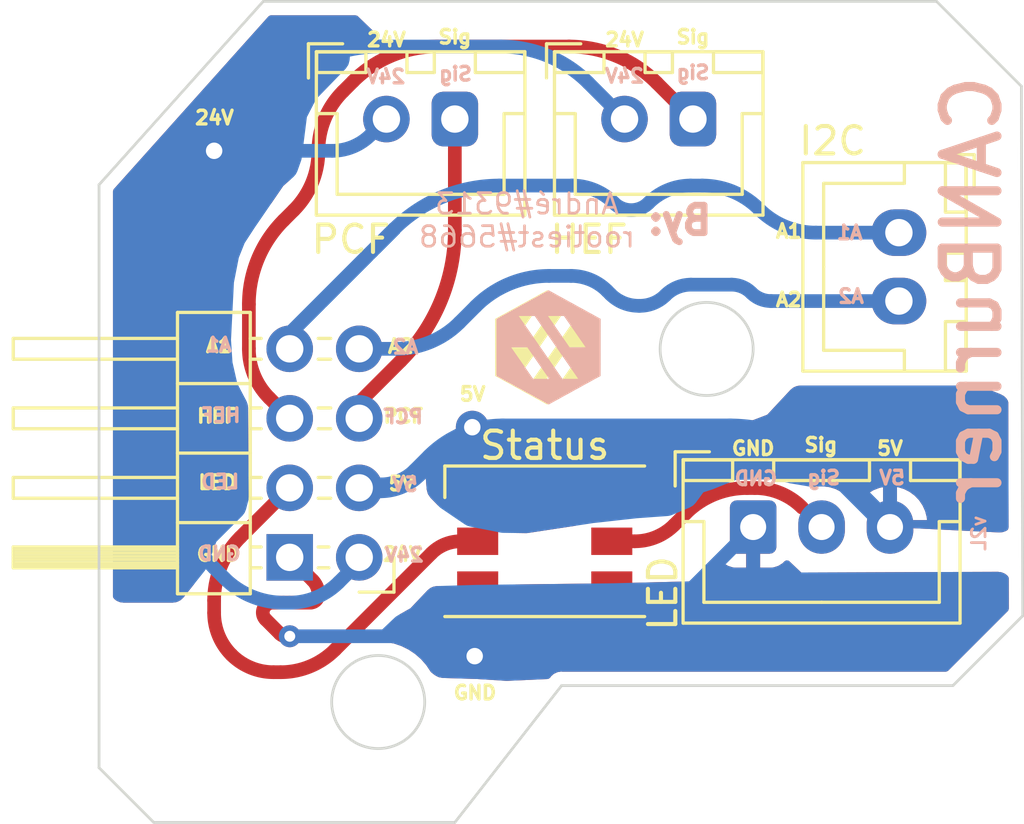
<source format=kicad_pcb>
(kicad_pcb (version 20211014) (generator pcbnew)
  (title_block (title "CanBurner") (date "04.11.2022") (rev "2.0") (comment 2 "rootiest#5668") (comment 3 "André#9313") (comment 4 "By:"))
  (layers (0 "F.Cu" signal) (31 "B.Cu" signal) (34 "B.Paste" user) (35 "F.Paste" user) (36 "B.SilkS" user "B.Silkscreen") (37 "F.SilkS" user "F.Silkscreen") (38 "B.Mask" user) (39 "F.Mask" user) (44 "Edge.Cuts" user))
  (net 0 "")
  (net 1 "/24V")
  (net 2 "/HEF")
  (net 3 "/A1")
  (net 4 "/A2")
  (net 5 "/PCF")
  (net 6 "/Sig")
  (net 7 "/5V")
  (net 8 "/GND")
  (footprint "LED_SMD:LED_WS2812_PLCC6_5.0x5.0mm_P1.6mm" (layer "F.Cu") (at 137.809345 106.976814)
    (fp_text reference "Status")
    (fp_text value "LED_WS2812_PLCC6_5.0x5.0mm_P1.6mm" hide)
  )
  (footprint "Connector_JST:JST_XH_B2B-XH-A_1x02_P2.50mm_Vertical" (layer "F.Cu") (at 140.725 91.55)
    (fp_text reference "HEF")
    (fp_text value "Conn_01x02" hide)
  )
  (footprint "Connector_JST:JST_XH_B3B-XH-A_1x03_P2.50mm_Vertical" (layer "F.Cu") (at 145.424884 106.45692)
    (fp_text reference "LED")
    (fp_text value "Conn_01x03" hide)
  )
  (footprint "LOGO" (layer "F.Cu") (at 125.101542 114.16391)
    (fp_text reference "G***" hide)
    (fp_text value "LOGO" hide)
  )
  (footprint "Connector_JST:JST_XH_B2B-XH-A_1x02_P2.50mm_Vertical" (layer "F.Cu") (at 150.75 95.7 -90)
    (fp_text reference "I2C")
    (fp_text value "Conn_01x02" hide)
  )
  (footprint "Connector_JST:JST_XH_B2B-XH-A_1x02_P2.50mm_Vertical" (layer "F.Cu") (at 132.025 91.55)
    (fp_text reference "PCF")
    (fp_text value "Conn_01x02" hide)
  )
  (footprint "Logo:Voron_logo" (layer "F.Cu") (at 137.925 99.85)
    (fp_text reference "G***" hide)
    (fp_text value "LOGO" hide)
  )
  (footprint "Connector_PinHeader_2.54mm:PinHeader_2x04_P2.54mm_Horizontal" (layer "F.Cu") (at 120.411315 99.945026)
    (fp_text reference "Stealthburner" hide)
    (fp_text value "Conn_02x04_Odd_Even" hide)
  )
  (footprint "Logo:Voron_logo" (layer "B.Cu") (at 137.925 99.85 180)
    (fp_text reference "G***" hide)
    (fp_text value "LOGO" hide)
  )
  (footprint "LOGO" (layer "B.Cu") (at 125.101542 114.16391 180)
    (fp_text reference "G***" hide)
    (fp_text value "LOGO" hide)
  )
  (gr_circle (center 131.725 112.85) (end 133.425 112.85) (layer "Edge.Cuts") (width 0.1) (fill none))
  (gr_line (start 123.525 117.25) (end 134.525 117.25) (layer "Edge.Cuts") (width 0.1))
  (gr_line (start 155.275 109.7) (end 152.725 112.25) (layer "Edge.Cuts") (width 0.1))
  (gr_circle (center 143.725 99.95) (end 145.425 99.95) (layer "Edge.Cuts") (width 0.1) (fill none))
  (gr_line (start 152.725 112.25) (end 138.425 112.25) (layer "Edge.Cuts") (width 0.1))
  (gr_line (start 121.525 115.25) (end 121.525 93.95) (layer "Edge.Cuts") (width 0.1))
  (gr_line (start 121.525 93.95) (end 127.525 87.25) (layer "Edge.Cuts") (width 0.1))
  (gr_line (start 155.225 90.35) (end 155.275 109.7) (layer "Edge.Cuts") (width 0.1))
  (gr_line (start 152.125 87.25) (end 155.225 90.35) (layer "Edge.Cuts") (width 0.1))
  (gr_line (start 123.525 117.25) (end 121.525 115.25) (layer "Edge.Cuts") (width 0.1))
  (gr_line (start 127.525 87.25) (end 152.125 87.25) (layer "Edge.Cuts") (width 0.1))
  (gr_line (start 138.425 112.25) (end 134.525 117.25) (layer "Edge.Cuts") (width 0.1))
  (gr_text "24V" (at 132.67381 107.475) (layer "B.SilkS") (effects (font (size 0.5 0.5) (thickness 0.125)) (justify mirror)))
  (gr_text "v2L" (at 153.67 106.68 90) (layer "B.SilkS") (effects (font (size 0.5 0.5) (thickness 0.1)) (justify mirror)))
  (gr_text "24V" (at 140.725 89.975) (layer "B.SilkS") (effects (font (size 0.5 0.5) (thickness 0.125)) (justify mirror)))
  (gr_text "HEF\n" (at 125.975 102.375) (layer "B.SilkS") (effects (font (size 0.5 0.5) (thickness 0.125)) (justify mirror)))
  (gr_text "A1" (at 125.9 99.8) (layer "B.SilkS") (effects (font (size 0.5 0.5) (thickness 0.125)) (justify mirror)))
  (gr_text "Sig" (at 143.225 89.85) (layer "B.SilkS") (effects (font (size 0.5 0.5) (thickness 0.125)) (justify mirror)))
  (gr_text "Sig" (at 134.55 89.9) (layer "B.SilkS") (effects (font (size 0.5 0.5) (thickness 0.125)) (justify mirror)))
  (gr_text "GND\n" (at 145.525075 104.681021) (layer "B.SilkS") (effects (font (size 0.5 0.5) (thickness 0.125)) (justify mirror)))
  (gr_text "A1\n" (at 148.95 95.7) (layer "B.SilkS") (effects (font (size 0.5 0.5) (thickness 0.125)) (justify mirror)))
  (gr_text "A2\n" (at 132.72381 99.875) (layer "B.SilkS") (effects (font (size 0.5 0.5) (thickness 0.125)) (justify mirror)))
  (gr_text "24V" (at 132 90) (layer "B.SilkS") (effects (font (size 0.5 0.5) (thickness 0.125)) (justify mirror)))
  (gr_text "5V\n" (at 132.69881 104.9) (layer "B.SilkS") (effects (font (size 0.5 0.5) (thickness 0.125)) (justify mirror)))
  (gr_text "5V\n" (at 150.500075 104.656021) (layer "B.SilkS") (effects (font (size 0.5 0.5) (thickness 0.125)) (justify mirror)))
  (gr_text "A2" (at 149 98.025) (layer "B.SilkS") (effects (font (size 0.5 0.5) (thickness 0.125)) (justify mirror)))
  (gr_text "PCF\n" (at 132.62381 102.425) (layer "B.SilkS") (effects (font (size 0.5 0.5) (thickness 0.125)) (justify mirror)))
  (gr_text "CANBurner" (at 153.425 97.79 90) (layer "B.SilkS") (effects (font (size 2 2) (thickness 0.333)) (justify mirror)))
  (gr_text "GND\n" (at 125.925 107.425) (layer "B.SilkS") (effects (font (size 0.5 0.5) (thickness 0.125)) (justify mirror)))
  (gr_text "André#9313\nrootiest#5668\n" (at 137.16 95.25) (layer "B.SilkS") (effects (font (size 0.75 0.75) (thickness 0.1)) (justify mirror)))
  (gr_text "Sig" (at 148.000075 104.656021) (layer "B.SilkS") (effects (font (size 0.5 0.5) (thickness 0.125)) (justify mirror)))
  (gr_text "LED\n" (at 125.95 104.8) (layer "B.SilkS") (effects (font (size 0.5 0.5) (thickness 0.125)) (justify mirror)))
  (gr_text "By:\n" (at 142.75 95.25) (layer "B.SilkS") (effects (font (size 1 1) (thickness 0.25)) (justify mirror)))
  (gr_text "GND\n" (at 145.424884 103.58192) (layer "F.SilkS") (effects (font (size 0.5 0.5) (thickness 0.125))))
  (gr_text "24V" (at 140.725 88.65) (layer "F.SilkS") (effects (font (size 0.5 0.5) (thickness 0.125))))
  (gr_text "Sig" (at 147.899884 103.45692) (layer "F.SilkS") (effects (font (size 0.5 0.5) (thickness 0.125))))
  (gr_text "A1\n" (at 146.725 95.65) (layer "F.SilkS") (effects (font (size 0.5 0.5) (thickness 0.125))))
  (gr_text "Sig" (at 143.225 88.55) (layer "F.SilkS") (effects (font (size 0.5 0.5) (thickness 0.125))))
  (gr_text "24V" (at 125.741155 91.501296) (layer "F.SilkS") (effects (font (size 0.5 0.5) (thickness 0.125))))
  (gr_text "PCF\n" (at 132.65 102.4) (layer "F.SilkS") (effects (font (size 0.5 0.5) (thickness 0.125))))
  (gr_text "LED\n" (at 125.85 104.825) (layer "F.SilkS") (effects (font (size 0.5 0.5) (thickness 0.125))))
  (gr_text "A2" (at 146.725 98.15) (layer "F.SilkS") (effects (font (size 0.5 0.5) (thickness 0.125))))
  (gr_text "24V" (at 132.025 88.65) (layer "F.SilkS") (effects (font (size 0.5 0.5) (thickness 0.125))))
  (gr_text "5V\n" (at 150.424884 103.58192) (layer "F.SilkS") (effects (font (size 0.5 0.5) (thickness 0.125))))
  (gr_text "GND\n" (at 135.261481 112.511504) (layer "F.SilkS") (effects (font (size 0.5 0.5) (thickness 0.125))))
  (gr_text "HEF\n" (at 125.825 102.4) (layer "F.SilkS") (effects (font (size 0.5 0.5) (thickness 0.125))))
  (gr_text "5V\n" (at 132.575 104.875) (layer "F.SilkS") (effects (font (size 0.5 0.5) (thickness 0.125))))
  (gr_text "A1" (at 125.9 99.825) (layer "F.SilkS") (effects (font (size 0.5 0.5) (thickness 0.125))))
  (gr_text "Sig" (at 134.525 88.55) (layer "F.SilkS") (effects (font (size 0.5 0.5) (thickness 0.125))))
  (gr_text "5V" (at 135.1736 101.6) (layer "F.SilkS") (effects (font (size 0.5 0.5) (thickness 0.125))))
  (gr_text "24V" (at 132.6 107.45) (layer "F.SilkS") (effects (font (size 0.5 0.5) (thickness 0.125))))
  (gr_text "GND\n" (at 125.875 107.45) (layer "F.SilkS") (effects (font (size 0.5 0.5) (thickness 0.125))))
  (gr_text "A2\n" (at 132.55 99.85) (layer "F.SilkS") (effects (font (size 0.5 0.5) (thickness 0.125))))
  (via (at 125.73 92.71) (size 1.2) (drill 0.6) (layers "F.Cu" "B.Cu") (net 1))
  (segment (start 131.031315 107.646855) (end 131.031315 107.565026) (width 0.5) (layer "B.Cu") (net 1))
  (segment (start 128.27 109.22) (end 128.485481 109.22) (width 0.5) (layer "B.Cu") (net 1))
  (segment (start 131.445 92.13) (end 132.025 91.55) (width 0.5) (layer "B.Cu") (net 1))
  (segment (start 125.73 107.95) (end 126.101974 108.321974) (width 0.5) (layer "B.Cu") (net 1))
  (segment (start 126.047499 92.392499) (end 125.4125 93.0275) (width 0.5) (layer "B.Cu") (net 1))
  (segment (start 139.4 90.225) (end 140.725 91.55) (width 0.5) (layer "B.Cu") (net 1))
  (segment (start 130.973452 107.786547) (end 130.285657 108.474342) (width 0.5) (layer "B.Cu") (net 1))
  (segment (start 130.044756 92.71) (end 126.179012 92.71) (width 0.5) (layer "B.Cu") (net 1))
  (segment (start 126.047499 92.392499) (end 127.946207 90.493792) (width 0.5) (layer "B.Cu") (net 1))
  (segment (start 125.095 93.345) (end 125.4125 93.0275) (width 0.5) (layer "B.Cu") (net 1))
  (segment (start 136.201167 88.9) (end 131.793963 88.9) (width 0.5) (layer "B.Cu") (net 1))
  (segment (start 124.46 94.878025) (end 124.46 104.883948) (width 0.5) (layer "B.Cu") (net 1))
  (arc (start 128.27 109.22) (mid 127.096672 108.98661) (end 126.101974 108.321974) (width 0.5) (layer "B.Cu") (net 1))
  (arc (start 125.73 107.95) (mid 124.790062 106.543283) (end 124.46 104.883948) (width 0.5) (layer "B.Cu") (net 1))
  (arc (start 136.201167 88.9) (mid 137.932362 89.244356) (end 139.4 90.225) (width 0.5) (layer "B.Cu") (net 1))
  (arc (start 126.179012 92.71) (mid 125.764178 92.792515) (end 125.4125 93.0275) (width 0.5) (layer "B.Cu") (net 1))
  (arc (start 127.946207 90.493792) (mid 129.711572 89.314213) (end 131.793963 88.9) (width 0.5) (layer "B.Cu") (net 1))
  (arc (start 130.044756 92.71) (mid 130.802562 92.559262) (end 131.445 92.13) (width 0.5) (layer "B.Cu") (net 1))
  (arc (start 130.973452 107.786547) (mid 131.016276 107.722455) (end 131.031315 107.646855) (width 0.5) (layer "B.Cu") (net 1))
  (arc (start 130.285657 108.474342) (mid 129.459729 109.026209) (end 128.485481 109.22) (width 0.5) (layer "B.Cu") (net 1))
  (arc (start 126.179012 92.71) (mid 126.007182 92.595186) (end 126.047499 92.392499) (width 0.5) (layer "B.Cu") (net 1))
  (arc (start 124.46 94.878025) (mid 124.625031 94.048357) (end 125.095 93.345) (width 0.5) (layer "B.Cu") (net 1))
  (segment (start 128.641974 94.878025) (end 128.269999 95.249999) (width 0.5) (layer "F.Cu") (net 2))
  (segment (start 127 99.939192) (end 127 98.316051) (width 0.5) (layer "F.Cu") (net 2))
  (segment (start 130.438025 90.541974) (end 130.81 90.17) (width 0.5) (layer "F.Cu") (net 2))
  (segment (start 133.876051 88.9) (end 138.701167 88.9) (width 0.5) (layer "F.Cu") (net 2))
  (segment (start 141.9 90.225) (end 143.225 91.55) (width 0.5) (layer "F.Cu") (net 2))
  (segment (start 127.745657 101.739368) (end 128.491315 102.485026) (width 0.5) (layer "F.Cu") (net 2))
  (arc (start 138.701167 88.9) (mid 140.432362 89.244356) (end 141.9 90.225) (width 0.5) (layer "F.Cu") (net 2))
  (arc (start 133.876051 88.9) (mid 132.216716 89.230062) (end 130.81 90.17) (width 0.5) (layer "F.Cu") (net 2))
  (arc (start 128.641974 94.878025) (mid 129.30661 93.883326) (end 129.54 92.71) (width 0.5) (layer "F.Cu") (net 2))
  (arc (start 127 99.939192) (mid 127.193789 100.91344) (end 127.745657 101.739368) (width 0.5) (layer "F.Cu") (net 2))
  (arc (start 130.438025 90.541974) (mid 129.773389 91.536672) (end 129.54 92.71) (width 0.5) (layer "F.Cu") (net 2))
  (arc (start 128.269999 95.249999) (mid 127.330061 96.656715) (end 127 98.316051) (width 0.5) (layer "F.Cu") (net 2))
  (segment (start 131.198995 96.675985) (end 131.20221 96.67277) (width 0.5) (layer "B.Cu") (net 3))
  (segment (start 128.866703 99.00828) (end 128.865426 99.009555) (width 0.5) (layer "B.Cu") (net 3))
  (segment (start 128.824605 99.050379) (end 128.824479 99.050505) (width 0.5) (layer "B.Cu") (net 3))
  (segment (start 128.9022 98.97278) (end 128.90178 98.9732) (width 0.5) (layer "B.Cu") (net 3))
  (segment (start 129.340567 98.534413) (end 129.339484 98.535497) (width 0.5) (layer "B.Cu") (net 3))
  (segment (start 132.24926 95.625726) (end 132.250052 95.624934) (width 0.5) (layer "B.Cu") (net 3))
  (segment (start 128.9346 98.94038) (end 128.934883 98.940097) (width 0.5) (layer "B.Cu") (net 3))
  (segment (start 128.068267 99.806718) (end 128.068189 99.806796) (width 0.5) (layer "B.Cu") (net 3))
  (segment (start 129.883395 97.991582) (end 129.88214 97.992837) (width 0.5) (layer "B.Cu") (net 3))
  (segment (start 128.107689 99.767295) (end 128.107866 99.767118) (width 0.5) (layer "B.Cu") (net 3))
  (segment (start 131.837863 96.037116) (end 131.835061 96.039919) (width 0.5) (layer "B.Cu") (net 3))
  (segment (start 129.320179 98.554802) (end 129.319928 98.555051) (width 0.5) (layer "B.Cu") (net 3))
  (segment (start 129.319457 98.555524) (end 129.319488 98.555492) (width 0.5) (layer "B.Cu") (net 3))
  (segment (start 131.412825 96.462155) (end 131.405434 96.469546) (width 0.5) (layer "B.Cu") (net 3))
  (segment (start 130.652995 97.221984) (end 130.651134 97.223845) (width 0.5) (layer "B.Cu") (net 3))
  (segment (start 129.838068 98.036909) (end 129.838038 98.03694) (width 0.5) (layer "B.Cu") (net 3))
  (segment (start 129.014935 98.860045) (end 129.014982 98.859999) (width 0.5) (layer "B.Cu") (net 3))
  (segment (start 132.178866 95.696119) (end 132.177782 95.697202) (width 0.5) (layer "B.Cu") (net 3))
  (segment (start 129.737192 98.137786) (end 129.736187 98.138791) (width 0.5) (layer "B.Cu") (net 3))
  (segment (start 130.626874 97.248109) (end 130.626384 97.248599) (width 0.5) (layer "B.Cu") (net 3))
  (segment (start 131.751706 96.123274) (end 131.750939 96.124039) (width 0.5) (layer "B.Cu") (net 3))
  (segment (start 129.834349 98.040629) (end 129.834255 98.040724) (width 0.5) (layer "B.Cu") (net 3))
  (segment (start 129.799178 98.0758) (end 129.799163 98.075816) (width 0.5) (layer "B.Cu") (net 3))
  (segment (start 128.290914 99.58407) (end 128.291219 99.583766) (width 0.5) (layer "B.Cu") (net 3))
  (segment (start 128.49134 99.383644) (end 128.491309 99.383676) (width 0.5) (layer "B.Cu") (net 3))
  (segment (start 128.20481 99.670176) (end 128.204928 99.670058) (width 0.5) (layer "B.Cu") (net 3))
  (segment (start 130.388445 97.486537) (end 130.388484 97.486498) (width 0.5) (layer "B.Cu") (net 3))
  (segment (start 129.93301 97.941966) (end 129.934016 97.940962) (width 0.5) (layer "B.Cu") (net 3))
  (segment (start 128.356443 99.518539) (end 128.356484 99.518498) (width 0.5) (layer "B.Cu") (net 3))
  (segment (start 132.230149 95.644833) (end 132.229748 95.645235) (width 0.5) (layer "B.Cu") (net 3))
  (segment (start 128.053246 99.821747) (end 128.053293 99.8217) (width 0.5) (layer "B.Cu") (net 3))
  (segment (start 130.466235 97.408745) (end 130.465992 97.408988) (width 0.5) (layer "B.Cu") (net 3))
  (segment (start 131.735528 96.139449) (end 131.735545 96.139431) (width 0.5) (layer "B.Cu") (net 3))
  (segment (start 130.381582 97.493396) (end 130.381017 97.493961) (width 0.5) (layer "B.Cu") (net 3))
  (segment (start 131.636231 96.238747) (end 131.636319 96.23866) (width 0.5) (layer "B.Cu") (net 3))
  (segment (start 128.085561 99.789421) (end 128.085012 99.78997) (width 0.5) (layer "B.Cu") (net 3))
  (segment (start 128.932026 98.942954) (end 128.931987 98.942994) (width 0.5) (layer "B.Cu") (net 3))
  (segment (start 131.682416 96.192563) (end 131.683154 96.191826) (width 0.5) (layer "B.Cu") (net 3))
  (segment (start 130.685225 97.189756) (end 130.685413 97.189569) (width 0.5) (layer "B.Cu") (net 3))
  (segment (start 128.65481 99.220169) (end 128.654529 99.220451) (width 0.5) (layer "B.Cu") (net 3))
  (segment (start 128.291845 99.583138) (end 128.291932 99.583052) (width 0.5) (layer "B.Cu") (net 3))
  (segment (start 130.842953 97.032027) (end 130.841253 97.033727) (width 0.5) (layer "B.Cu") (net 3))
  (segment (start 128.500917 99.374067) (end 128.500995 99.373988) (width 0.5) (layer "B.Cu") (net 3))
  (segment (start 128.528236 99.346745) (end 128.526981 99.348) (width 0.5) (layer "B.Cu") (net 3))
  (segment (start 132.285602 95.589385) (end 132.284079 95.590907) (width 0.5) (layer "B.Cu") (net 3))
  (segment (start 128.354178 99.520805) (end 128.354304 99.52068) (width 0.5) (layer "B.Cu") (net 3))
  (segment (start 129.935648 97.939329) (end 129.934894 97.940082) (width 0.5) (layer "B.Cu") (net 3))
  (segment (start 128.134308 99.74068) (end 128.134419 99.740568) (width 0.5) (layer "B.Cu") (net 3))
  (segment (start 130.388655 97.486326) (end 130.388563 97.486419) (width 0.5) (layer "B.Cu") (net 3))
  (segment (start 129.349132 98.525849) (end 129.349038 98.525944) (width 0.5) (layer "B.Cu") (net 3))
  (segment (start 129.829074 98.045905) (end 129.82909 98.045889) (width 0.5) (layer "B.Cu") (net 3))
  (segment (start 129.800499 98.074481) (end 129.799178 98.0758) (width 0.5) (layer "B.Cu") (net 3))
  (segment (start 128.369221 99.505764) (end 128.369095 99.505889) (width 0.5) (layer "B.Cu") (net 3))
  (segment (start 128.641077 99.233905) (end 128.640858 99.234124) (width 0.5) (layer "B.Cu") (net 3))
  (segment (start 128.287109 99.587875) (end 128.287163 99.58782) (width 0.5) (layer "B.Cu") (net 3))
  (segment (start 128.076933 99.798051) (end 128.076996 99.797988) (width 0.5) (layer "B.Cu") (net 3))
  (segment (start 128.9674 98.907582) (end 128.967291 98.907691) (width 0.5) (layer "B.Cu") (net 3))
  (segment (start 128.195726 99.679258) (end 128.195789 99.679196) (width 0.5) (layer "B.Cu") (net 3))
  (segment (start 129.961775 97.913202) (end 129.95675 97.918227) (width 0.5) (layer "B.Cu") (net 3))
  (segment (start 128.460707 99.414274) (end 128.463675 99.411307) (width 0.5) (layer "B.Cu") (net 3))
  (segment (start 128.967291 98.907691) (end 128.967236 98.907747) (width 0.5) (layer "B.Cu") (net 3))
  (segment (start 130.829882 97.045098) (end 130.830165 97.044815) (width 0.5) (layer "B.Cu") (net 3))
  (segment (start 129.245994 98.628986) (end 129.245649 98.629332) (width 0.5) (layer "B.Cu") (net 3))
  (segment (start 128.509582 99.3654) (end 128.511122 99.363861) (width 0.5) (layer "B.Cu") (net 3))
  (segment (start 128.091951 99.783029) (end 128.092257 99.782724) (width 0.5) (layer "B.Cu") (net 3))
  (segment (start 129.136607 98.738373) (end 129.136294 98.738686) (width 0.5) (layer "B.Cu") (net 3))
  (segment (start 128.402267 99.472714) (end 128.401922 99.473059) (width 0.5) (layer "B.Cu") (net 3))
  (segment (start 128.440627 99.434355) (end 128.435249 99.439734) (width 0.5) (layer "B.Cu") (net 3))
  (segment (start 128.05935 99.815638) (end 128.059382 99.815607) (width 0.5) (layer "B.Cu") (net 3))
  (segment (start 132.006999 95.86798) (end 132.006744 95.868234) (width 0.5) (layer "B.Cu") (net 3))
  (segment (start 128.626836 99.248145) (end 128.625831 99.24915) (width 0.5) (layer "B.Cu") (net 3))
  (segment (start 132.28961 95.585379) (end 132.289172 95.585815) (width 0.5) (layer "B.Cu") (net 3))
  (segment (start 128.211335 99.663651) (end 128.211616 99.66337) (width 0.5) (layer "B.Cu") (net 3))
  (segment (start 128.637734 99.237245) (end 128.637543 99.237438) (width 0.5) (layer "B.Cu") (net 3))
  (segment (start 129.379026 98.495954) (end 129.378711 98.496269) (width 0.5) (layer "B.Cu") (net 3))
  (segment (start 128.651713 99.223267) (end 128.652006 99.222975) (width 0.5) (layer "B.Cu") (net 3))
  (segment (start 130.821232 97.053747) (end 130.820265 97.054714) (width 0.5) (layer "B.Cu") (net 3))
  (segment (start 128.079887 99.7951) (end 128.07995 99.795038) (width 0.5) (layer "B.Cu") (net 3))
  (segment (start 129.868622 98.006353) (end 129.868215 98.006762) (width 0.5) (layer "B.Cu") (net 3))
  (segment (start 132.294133 95.580855) (end 132.293787 95.5812) (width 0.5) (layer "B.Cu") (net 3))
  (segment (start 130.509387 97.365591) (end 130.508404 97.366573) (width 0.5) (layer "B.Cu") (net 3))
  (segment (start 128.070698 99.80429) (end 128.070674 99.804314) (width 0.5) (layer "B.Cu") (net 3))
  (segment (start 132.269957 95.605027) (end 132.268911 95.606073) (width 0.5) (layer "B.Cu") (net 3))
  (segment (start 128.36809 99.506894) (end 128.367775 99.507207) (width 0.5) (layer "B.Cu") (net 3))
  (segment (start 131.505997 96.368982) (end 131.497694 96.377285) (width 0.5) (layer "B.Cu") (net 3))
  (segment (start 128.382407 99.492572) (end 128.382595 99.492384) (width 0.5) (layer "B.Cu") (net 3))
  (segment (start 130.14089 97.734087) (end 130.139507 97.73547) (width 0.5) (layer "B.Cu") (net 3))
  (segment (start 132.253254 95.621732) (end 132.252947 95.622039) (width 0.5) (layer "B.Cu") (net 3))
  (segment (start 130.391915 97.483066) (end 130.391632 97.483347) (width 0.5) (layer "B.Cu") (net 3))
  (segment (start 129.738997 98.13598) (end 129.738825 98.136153) (width 0.5) (layer "B.Cu") (net 3))
  (segment (start 128.256892 99.618091) (end 128.256489 99.618495) (width 0.5) (layer "B.Cu") (net 3))
  (segment (start 129.007422 98.867561) (end 129.007391 98.867593) (width 0.5) (layer "B.Cu") (net 3))
  (segment (start 131.167761 96.707219) (end 131.168126 96.706854) (width 0.5) (layer "B.Cu") (net 3))
  (segment (start 130.460418 97.414564) (end 130.460072 97.41491) (width 0.5) (layer "B.Cu") (net 3))
  (segment (start 129.125522 98.749456) (end 129.125631 98.749347) (width 0.5) (layer "B.Cu") (net 3))
  (segment (start 130.600859 97.274119) (end 130.602447 97.272532) (width 0.5) (layer "B.Cu") (net 3))
  (segment (start 128.890702 98.98428) (end 128.890717 98.984264) (width 0.5) (layer "B.Cu") (net 3))
  (segment (start 130.989988 96.88499) (end 130.985893 96.889085) (width 0.5) (layer "B.Cu") (net 3))
  (segment (start 128.174347 99.700636) (end 128.173654 99.701331) (width 0.5) (layer "B.Cu") (net 3))
  (segment (start 128.194123 99.68086) (end 128.195254 99.679729) (width 0.5) (layer "B.Cu") (net 3))
  (segment (start 128.361287 99.513695) (end 128.361345 99.513636) (width 0.5) (layer "B.Cu") (net 3))
  (segment (start 129.355406 98.519575) (end 129.355467 98.519515) (width 0.5) (layer "B.Cu") (net 3))
  (segment (start 131.774721 96.10026) (end 131.774174 96.100807) (width 0.5) (layer "B.Cu") (net 3))
  (segment (start 131.169177 96.705803) (end 131.168126 96.706854) (width 0.5) (layer "B.Cu") (net 3))
  (segment (start 129.779019 98.09596) (end 129.777763 98.097216) (width 0.5) (layer "B.Cu") (net 3))
  (segment (start 130.453415 97.421565) (end 130.452752 97.422229) (width 0.5) (layer "B.Cu") (net 3))
  (segment (start 128.305952 99.569033) (end 128.305609 99.569375) (width 0.5) (layer "B.Cu") (net 3))
  (segment (start 130.583053 97.291924) (end 130.582905 97.292073) (width 0.5) (layer "B.Cu") (net 3))
  (segment (start 128.218494 99.656491) (end 128.218243 99.656744) (width 0.5) (layer "B.Cu") (net 3))
  (segment (start 131.827442 96.047537) (end 131.826321 96.048658) (width 0.5) (layer "B.Cu") (net 3))
  (segment (start 129.668987 98.205992) (end 129.666474 98.208504) (width 0.5) (layer "B.Cu") (net 3))
  (segment (start 128.896361 98.978619) (end 128.89468 98.980299) (width 0.5) (layer "B.Cu") (net 3))
  (segment (start 128.982551 98.892429) (end 128.981798 98.893182) (width 0.5) (layer "B.Cu") (net 3))
  (segment (start 129.499125 98.375856) (end 129.501779 98.373204) (width 0.5) (layer "B.Cu") (net 3))
  (segment (start 130.771153 97.103829) (end 130.771016 97.103965) (width 0.5) (layer "B.Cu") (net 3))
  (segment (start 129.426787 98.448192) (end 129.426726 98.448254) (width 0.5) (layer "B.Cu") (net 3))
  (segment (start 128.520432 99.354551) (end 128.520212 99.354771) (width 0.5) (layer "B.Cu") (net 3))
  (segment (start 131.924922 95.950057) (end 131.922811 95.952168) (width 0.5) (layer "B.Cu") (net 3))
  (segment (start 128.504496 99.370486) (end 128.504245 99.370737) (width 0.5) (layer "B.Cu") (net 3))
  (segment (start 128.319666 99.555316) (end 128.319792 99.555191) (width 0.5) (layer "B.Cu") (net 3))
  (segment (start 132.103233 95.77175) (end 132.103569 95.771415) (width 0.5) (layer "B.Cu") (net 3))
  (segment (start 128.983894 98.891087) (end 128.983117 98.891864) (width 0.5) (layer "B.Cu") (net 3))
  (segment (start 129.853598 98.02138) (end 129.851902 98.023076) (width 0.5) (layer "B.Cu") (net 3))
  (segment (start 130.220957 97.654023) (end 130.220879 97.654101) (width 0.5) (layer "B.Cu") (net 3))
  (segment (start 128.986813 98.888166) (end 128.986484 98.888496) (width 0.5) (layer "B.Cu") (net 3))
  (segment (start 128.352007 99.522978) (end 128.351669 99.523316) (width 0.5) (layer "B.Cu") (net 3))
  (segment (start 128.081596 99.793385) (end 128.081722 99.79326) (width 0.5) (layer "B.Cu") (net 3))
  (segment (start 128.321896 99.553086) (end 128.321833 99.553148) (width 0.5) (layer "B.Cu") (net 3))
  (segment (start 130.380044 97.494935) (end 130.380452 97.494525) (width 0.5) (layer "B.Cu") (net 3))
  (segment (start 130.006738 97.868239) (end 130.005295 97.869682) (width 0.5) (layer "B.Cu") (net 3))
  (segment (start 132.009225 95.865754) (end 132.009967 95.865012) (width 0.5) (layer "B.Cu") (net 3))
  (segment (start 130.184822 97.690155) (end 130.187114 97.687863) (width 0.5) (layer "B.Cu") (net 3))
  (segment (start 130.397298 97.477682) (end 130.397188 97.477791) (width 0.5) (layer "B.Cu") (net 3))
  (segment (start 130.383035 97.491945) (end 130.382964 97.492016) (width 0.5) (layer "B.Cu") (net 3))
  (segment (start 129.267262 98.607721) (end 129.267349 98.607635) (width 0.5) (layer "B.Cu") (net 3))
  (segment (start 129.896458 97.978519) (end 129.897463 97.977514) (width 0.5) (layer "B.Cu") (net 3))
  (segment (start 129.865059 98.009917) (end 129.865342 98.009636) (width 0.5) (layer "B.Cu") (net 3))
  (segment (start 129.721615 98.153362) (end 129.719606 98.155372) (width 0.5) (layer "B.Cu") (net 3))
  (segment (start 128.16409 99.710897) (end 128.164106 99.710882) (width 0.5) (layer "B.Cu") (net 3))
  (segment (start 130.78964 97.08534) (end 130.787511 97.087469) (width 0.5) (layer "B.Cu") (net 3))
  (segment (start 129.007025 98.867957) (end 129.006982 98.868) (width 0.5) (layer "B.Cu") (net 3))
  (segment (start 129.831507 98.043472) (end 129.831648 98.043331) (width 0.5) (layer "B.Cu") (net 3))
  (segment (start 129.269061 98.605925) (end 129.269098 98.605887) (width 0.5) (layer "B.Cu") (net 3))
  (segment (start 128.163241 99.711745) (end 128.163335 99.711651) (width 0.5) (layer "B.Cu") (net 3))
  (segment (start 132.115454 95.759529) (end 132.114723 95.760262) (width 0.5) (layer "B.Cu") (net 3))
  (segment (start 130.165564 97.709414) (end 130.165918 97.709061) (width 0.5) (layer "B.Cu") (net 3))
  (segment (start 128.987961 98.887021) (end 128.987896 98.887085) (width 0.5) (layer "B.Cu") (net 3))
  (segment (start 129.595688 98.27929) (end 129.595579 98.279401) (width 0.5) (layer "B.Cu") (net 3))
  (segment (start 130.857652 97.017328) (end 130.857174 97.017806) (width 0.5) (layer "B.Cu") (net 3))
  (segment (start 128.089528 99.785458) (end 128.089465 99.785521) (width 0.5) (layer "B.Cu") (net 3))
  (segment (start 131.941939 95.933042) (end 131.940792 95.934189) (width 0.5) (layer "B.Cu") (net 3))
  (segment (start 129.948711 97.926266) (end 129.94821 97.926769) (width 0.5) (layer "B.Cu") (net 3))
  (segment (start 128.773638 99.101343) (end 128.771087 99.103894) (width 0.5) (layer "B.Cu") (net 3))
  (segment (start 129.152041 98.722937) (end 129.15201 98.722969) (width 0.5) (layer "B.Cu") (net 3))
  (segment (start 129.333744 98.541236) (end 129.332944 98.542037) (width 0.5) (layer "B.Cu") (net 3))
  (segment (start 129.830644 98.044337) (end 129.83033 98.044651) (width 0.5) (layer "B.Cu") (net 3))
  (segment (start 129.364424 98.510556) (end 129.364236 98.510745) (width 0.5) (layer "B.Cu") (net 3))
  (segment (start 129.805399 98.069581) (end 129.804896 98.070084) (width 0.5) (layer "B.Cu") (net 3))
  (segment (start 128.653353 99.221627) (end 128.65263 99.222351) (width 0.5) (layer "B.Cu") (net 3))
  (segment (start 130.106599 97.76838) (end 130.105122 97.769857) (width 0.5) (layer "B.Cu") (net 3))
  (segment (start 128.122231 99.752755) (end 128.122216 99.752771) (width 0.5) (layer "B.Cu") (net 3))
  (segment (start 129.040048 98.834932) (end 129.038729 98.836251) (width 0.5) (layer "B.Cu") (net 3))
  (segment (start 128.127179 99.747807) (end 128.12701 99.747976) (width 0.5) (layer "B.Cu") (net 3))
  (segment (start 128.787762 99.08722) (end 128.783593 99.091389) (width 0.5) (layer "B.Cu") (net 3))
  (segment (start 129.921598 97.953381) (end 129.921566 97.953412) (width 0.5) (layer "B.Cu") (net 3))
  (segment (start 129.246481 98.628499) (end 129.245994 98.628986) (width 0.5) (layer "B.Cu") (net 3))
  (segment (start 128.702702 99.172277) (end 128.701541 99.173438) (width 0.5) (layer "B.Cu") (net 3))
  (segment (start 128.663678 99.211301) (end 128.663347 99.211632) (width 0.5) (layer "B.Cu") (net 3))
  (segment (start 132.300769 95.574222) (end 132.300727 95.574265) (width 0.5) (layer "B.Cu") (net 3))
  (segment (start 130.176752 97.698225) (end 130.177388 97.69759) (width 0.5) (layer "B.Cu") (net 3))
  (segment (start 128.121021 99.753964) (end 128.121084 99.753901) (width 0.5) (layer "B.Cu") (net 3))
  (segment (start 131.856983 96.017996) (end 131.856832 96.018145) (width 0.5) (layer "B.Cu") (net 3))
  (segment (start 128.661818 99.213164) (end 128.661927 99.213054) (width 0.5) (layer "B.Cu") (net 3))
  (segment (start 130.400673 97.474306) (end 130.400689 97.47429) (width 0.5) (layer "B.Cu") (net 3))
  (segment (start 129.144648 98.730334) (end 129.144663 98.730319) (width 0.5) (layer "B.Cu") (net 3))
  (segment (start 130.408414 97.466566) (end 130.408131 97.466848) (width 0.5) (layer "B.Cu") (net 3))
  (segment (start 129.046611 98.828368) (end 129.043722 98.831258) (width 0.5) (layer "B.Cu") (net 3))
  (segment (start 128.507606 99.367378) (end 128.5088 99.366184) (width 0.5) (layer "B.Cu") (net 3))
  (segment (start 128.985516 98.889463) (end 128.985375 98.889603) (width 0.5) (layer "B.Cu") (net 3))
  (segment (start 128.775147 99.099834) (end 128.77468 99.100301) (width 0.5) (layer "B.Cu") (net 3))
  (segment (start 129.008595 98.866387) (end 129.008513 98.86647) (width 0.5) (layer "B.Cu") (net 3))
  (segment (start 132.273678 95.601307) (end 132.273696 95.601289) (width 0.5) (layer "B.Cu") (net 3))
  (segment (start 129.033894 98.841085) (end 129.033171 98.841808) (width 0.5) (layer "B.Cu") (net 3))
  (segment (start 129.007197 98.867785) (end 129.007111 98.867871) (width 0.5) (layer "B.Cu") (net 3))
  (segment (start 131.497694 96.377285) (end 131.494931 96.380049) (width 0.5) (layer "B.Cu") (net 3))
  (segment (start 132.105809 95.769175) (end 132.105443 95.769541) (width 0.5) (layer "B.Cu") (net 3))
  (segment (start 129.31704 98.557942) (end 129.317292 98.557691) (width 0.5) (layer "B.Cu") (net 3))
  (segment (start 129.03807 98.836911) (end 129.038729 98.836251) (width 0.5) (layer "B.Cu") (net 3))
  (segment (start 131.627205 96.247774) (end 131.624849 96.250129) (width 0.5) (layer "B.Cu") (net 3))
  (segment (start 129.906164 97.968814) (end 129.906368 97.96861) (width 0.5) (layer "B.Cu") (net 3))
  (segment (start 128.699625 99.175354) (end 128.699813 99.175165) (width 0.5) (layer "B.Cu") (net 3))
  (segment (start 132.033541 95.84144) (end 132.03152 95.84346) (width 0.5) (layer "B.Cu") (net 3))
  (segment (start 128.137295 99.737691) (end 128.137132 99.737854) (width 0.5) (layer "B.Cu") (net 3))
  (segment (start 130.494714 97.380264) (end 130.494134 97.380845) (width 0.5) (layer "B.Cu") (net 3))
  (segment (start 128.70735 99.167632) (end 128.706627 99.168353) (width 0.5) (layer "B.Cu") (net 3))
  (segment (start 128.061455 99.813535) (end 128.061486 99.813503) (width 0.5) (layer "B.Cu") (net 3))
  (segment (start 129.448031 98.426949) (end 129.446368 98.428614) (width 0.5) (layer "B.Cu") (net 3))
  (segment (start 128.198058 99.676929) (end 128.198145 99.676843) (width 0.5) (layer "B.Cu") (net 3))
  (segment (start 130.333063 97.541915) (end 130.329045 97.545935) (width 0.5) (layer "B.Cu") (net 3))
  (segment (start 128.647601 99.22738) (end 128.646266 99.228714) (width 0.5) (layer "B.Cu") (net 3))
  (segment (start 131.125957 96.749021) (end 131.126302 96.748677) (width 0.5) (layer "B.Cu") (net 3))
  (segment (start 129.35853 98.516449) (end 129.359196 98.515784) (width 0.5) (layer "B.Cu") (net 3))
  (segment (start 132.295512 95.579475) (end 132.295172 95.579816) (width 0.5) (layer "B.Cu") (net 3))
  (segment (start 132.085701 95.789284) (end 132.084375 95.790609) (width 0.5) (layer "B.Cu") (net 3))
  (segment (start 128.638345 99.236635) (end 128.637906 99.237074) (width 0.5) (layer "B.Cu") (net 3))
  (segment (start 131.638238 96.236741) (end 131.636319 96.23866) (width 0.5) (layer "B.Cu") (net 3))
  (segment (start 130.17139 97.703588) (end 130.170307 97.704671) (width 0.5) (layer "B.Cu") (net 3))
  (segment (start 130.238234 97.636744) (end 130.235094 97.639885) (width 0.5) (layer "B.Cu") (net 3))
  (segment (start 131.16744 96.70754) (end 131.167119 96.707861) (width 0.5) (layer "B.Cu") (net 3))
  (segment (start 132.035562 95.839419) (end 132.043618 95.831363) (width 0.5) (layer "B.Cu") (net 3))
  (segment (start 132.282996 95.591989) (end 132.282425 95.592561) (width 0.5) (layer "B.Cu") (net 3))
  (segment (start 129.053016 98.821964) (end 129.051383 98.823597) (width 0.5) (layer "B.Cu") (net 3))
  (segment (start 128.654248 99.220732) (end 128.653967 99.221013) (width 0.5) (layer "B.Cu") (net 3))
  (segment (start 129.061744 98.813234) (end 129.063402 98.811576) (width 0.5) (layer "B.Cu") (net 3))
  (segment (start 129.144255 98.730726) (end 129.144098 98.730883) (width 0.5) (layer "B.Cu") (net 3))
  (segment (start 130.504991 97.369987) (end 130.504551 97.370427) (width 0.5) (layer "B.Cu") (net 3))
  (segment (start 128.519192 99.355791) (end 128.51869 99.356293) (width 0.5) (layer "B.Cu") (net 3))
  (segment (start 129.7804 98.094578) (end 129.779019 98.09596) (width 0.5) (layer "B.Cu") (net 3))
  (segment (start 128.058503 99.816486) (end 128.058472 99.816518) (width 0.5) (layer "B.Cu") (net 3))
  (segment (start 128.199329 99.675657) (end 128.199239 99.675747) (width 0.5) (layer "B.Cu") (net 3))
  (segment (start 130.276794 97.598184) (end 130.274158 97.600822) (width 0.5) (layer "B.Cu") (net 3))
  (segment (start 128.551663 99.323318) (end 128.54846 99.326521) (width 0.5) (layer "B.Cu") (net 3))
  (segment (start 128.187131 99.687856) (end 128.186422 99.688565) (width 0.5) (layer "B.Cu") (net 3))
  (segment (start 132.301204 95.573792) (end 132.301164 95.573831) (width 0.5) (layer "B.Cu") (net 3))
  (segment (start 129.292088 98.58289) (end 129.292073 98.582905) (width 0.5) (layer "B.Cu") (net 3))
  (segment (start 129.920011 97.954967) (end 129.919132 97.955847) (width 0.5) (layer "B.Cu") (net 3))
  (segment (start 128.966628 98.908351) (end 128.966767 98.908212) (width 0.5) (layer "B.Cu") (net 3))
  (segment (start 129.905033 97.969945) (end 129.904781 97.970196) (width 0.5) (layer "B.Cu") (net 3))
  (segment (start 129.85853 98.016451) (end 129.858561 98.016419) (width 0.5) (layer "B.Cu") (net 3))
  (segment (start 128.661441 99.213541) (end 128.661197 99.213783) (width 0.5) (layer "B.Cu") (net 3))
  (segment (start 130.438193 97.436788) (end 130.441213 97.433768) (width 0.5) (layer "B.Cu") (net 3))
  (segment (start 129.771735 98.103246) (end 129.770981 98.103999) (width 0.5) (layer "B.Cu") (net 3))
  (segment (start 130.147554 97.727422) (end 130.146793 97.728184) (width 0.5) (layer "B.Cu") (net 3))
  (segment (start 129.349665 98.525316) (end 129.349132 98.525849) (width 0.5) (layer "B.Cu") (net 3))
  (segment (start 130.491168 97.383813) (end 130.490936 97.384045) (width 0.5) (layer "B.Cu") (net 3))
  (segment (start 131.136377 96.738602) (end 131.135957 96.739022) (width 0.5) (layer "B.Cu") (net 3))
  (segment (start 129.806277 98.068701) (end 129.806026 98.068953) (width 0.5) (layer "B.Cu") (net 3))
  (segment (start 129.595469 98.279511) (end 129.57676 98.298221) (width 0.5) (layer "B.Cu") (net 3))
  (segment (start 128.568554 99.306427) (end 128.565697 99.309284) (width 0.5) (layer "B.Cu") (net 3))
  (segment (start 130.657268 97.217712) (end 130.657282 97.217697) (width 0.5) (layer "B.Cu") (net 3))
  (segment (start 130.368838 97.506139) (end 130.368262 97.506716) (width 0.5) (layer "B.Cu") (net 3))
  (segment (start 130.39297 97.482011) (end 130.392982 97.482) (width 0.5) (layer "B.Cu") (net 3))
  (segment (start 128.280623 99.594362) (end 128.280234 99.59475) (width 0.5) (layer "B.Cu") (net 3))
  (segment (start 131.871127 96.003853) (end 131.871856 96.003125) (width 0.5) (layer "B.Cu") (net 3))
  (segment (start 130.552123 97.322856) (end 130.558155 97.316824) (width 0.5) (layer "B.Cu") (net 3))
  (segment (start 129.241794 98.633185) (end 129.239133 98.635846) (width 0.5) (layer "B.Cu") (net 3))
  (segment (start 130.358159 97.51682) (end 130.357931 97.517049) (width 0.5) (layer "B.Cu") (net 3))
  (segment (start 130.949552 96.925426) (end 130.948602 96.926375) (width 0.5) (layer "B.Cu") (net 3))
  (segment (start 130.220879 97.654101) (end 130.2208 97.654178) (width 0.5) (layer "B.Cu") (net 3))
  (segment (start 128.358418 99.516565) (end 128.358292 99.516691) (width 0.5) (layer "B.Cu") (net 3))
  (segment (start 129.709559 98.165422) (end 129.708052 98.166929) (width 0.5) (layer "B.Cu") (net 3))
  (segment (start 130.49872 97.376259) (end 130.498669 97.37631) (width 0.5) (layer "B.Cu") (net 3))
  (segment (start 128.503475 99.371508) (end 128.503318 99.371665) (width 0.5) (layer "B.Cu") (net 3))
  (segment (start 131.975703 95.899276) (end 131.974425 95.900555) (width 0.5) (layer "B.Cu") (net 3))
  (segment (start 128.136066 99.738922) (end 128.136481 99.738505) (width 0.5) (layer "B.Cu") (net 3))
  (segment (start 131.09523 96.779749) (end 131.092573 96.782406) (width 0.5) (layer "B.Cu") (net 3))
  (segment (start 128.867978 99.007003) (end 128.868149 99.006833) (width 0.5) (layer "B.Cu") (net 3))
  (segment (start 128.513037 99.361946) (end 128.513006 99.361978) (width 0.5) (layer "B.Cu") (net 3))
  (segment (start 128.19911 99.675878) (end 128.199153 99.675834) (width 0.5) (layer "B.Cu") (net 3))
  (segment (start 128.11939 99.755599) (end 128.119374 99.755614) (width 0.5) (layer "B.Cu") (net 3))
  (segment (start 129.836248 98.03873) (end 129.836091 98.038887) (width 0.5) (layer "B.Cu") (net 3))
  (segment (start 129.278887 98.596094) (end 129.278949 98.596031) (width 0.5) (layer "B.Cu") (net 3))
  (segment (start 128.640858 99.234124) (end 128.640749 99.234234) (width 0.5) (layer "B.Cu") (net 3))
  (segment (start 129.332944 98.542037) (end 129.332034 98.542947) (width 0.5) (layer "B.Cu") (net 3))
  (segment (start 128.350165 99.524818) (end 128.348831 99.526152) (width 0.5) (layer "B.Cu") (net 3))
  (segment (start 130.468427 97.406552) (end 130.468262 97.406718) (width 0.5) (layer "B.Cu") (net 3))
  (segment (start 128.167858 99.707128) (end 128.167937 99.70705) (width 0.5) (layer "B.Cu") (net 3))
  (segment (start 128.13019 99.744794) (end 128.130178 99.744806) (width 0.5) (layer "B.Cu") (net 3))
  (segment (start 130.455902 97.419079) (end 130.455259 97.419722) (width 0.5) (layer "B.Cu") (net 3))
  (segment (start 129.148196 98.726785) (end 129.148259 98.726722) (width 0.5) (layer "B.Cu") (net 3))
  (segment (start 132.290545 95.584442) (end 132.290278 95.58471) (width 0.5) (layer "B.Cu") (net 3))
  (segment (start 128.63873 99.236251) (end 128.638399 99.23658) (width 0.5) (layer "B.Cu") (net 3))
  (segment (start 129.844964 98.030016) (end 129.84446 98.03052) (width 0.5) (layer "B.Cu") (net 3))
  (segment (start 131.137141 96.737837) (end 131.136377 96.738602) (width 0.5) (layer "B.Cu") (net 3))
  (segment (start 129.362354 98.512629) (end 129.362292 98.512691) (width 0.5) (layer "B.Cu") (net 3))
  (segment (start 129.289948 98.585033) (end 129.289909 98.585072) (width 0.5) (layer "B.Cu") (net 3))
  (segment (start 129.840942 98.034036) (end 129.840691 98.034287) (width 0.5) (layer "B.Cu") (net 3))
  (segment (start 131.167119 96.707861) (end 131.166871 96.708111) (width 0.5) (layer "B.Cu") (net 3))
  (segment (start 128.323622 99.551358) (end 128.323669 99.551311) (width 0.5) (layer "B.Cu") (net 3))
  (segment (start 130.781901 97.093079) (end 130.781326 97.093654) (width 0.5) (layer "B.Cu") (net 3))
  (segment (start 129.251666 98.623315) (end 129.251329 98.623652) (width 0.5) (layer "B.Cu") (net 3))
  (segment (start 131.861589 96.013392) (end 131.861551 96.013429) (width 0.5) (layer "B.Cu") (net 3))
  (segment (start 128.653856 99.221124) (end 128.653353 99.221627) (width 0.5) (layer "B.Cu") (net 3))
  (segment (start 130.972425 96.902555) (end 130.97014 96.90484) (width 0.5) (layer "B.Cu") (net 3))
  (segment (start 128.631117 99.243863) (end 128.630676 99.244305) (width 0.5) (layer "B.Cu") (net 3))
  (segment (start 129.828838 98.04614) (end 129.828429 98.046549) (width 0.5) (layer "B.Cu") (net 3))
  (segment (start 130.956797 96.918182) (end 130.956451 96.918528) (width 0.5) (layer "B.Cu") (net 3))
  (segment (start 130.50543 97.369546) (end 130.505933 97.369044) (width 0.5) (layer "B.Cu") (net 3))
  (segment (start 128.247573 99.627411) (end 128.248389 99.626595) (width 0.5) (layer "B.Cu") (net 3))
  (segment (start 130.860375 97.014606) (end 130.859902 97.015079) (width 0.5) (layer "B.Cu") (net 3))
  (segment (start 128.244051 99.630933) (end 128.242419 99.632564) (width 0.5) (layer "B.Cu") (net 3))
  (segment (start 131.599204 96.275775) (end 131.595971 96.279008) (width 0.5) (layer "B.Cu") (net 3))
  (segment (start 128.109578 99.765408) (end 128.109542 99.765444) (width 0.5) (layer "B.Cu") (net 3))
  (segment (start 128.612264 99.262716) (end 128.612013 99.262966) (width 0.5) (layer "B.Cu") (net 3))
  (segment (start 129.125869 98.749112) (end 129.12579 98.74919) (width 0.5) (layer "B.Cu") (net 3))
  (segment (start 131.778584 96.096396) (end 131.778037 96.096943) (width 0.5) (layer "B.Cu") (net 3))
  (segment (start 128.088747 99.786238) (end 128.088821 99.786164) (width 0.5) (layer "B.Cu") (net 3))
  (segment (start 128.496285 99.378699) (end 128.496128 99.378856) (width 0.5) (layer "B.Cu") (net 3))
  (segment (start 130.58139 97.293589) (end 130.581044 97.293935) (width 0.5) (layer "B.Cu") (net 3))
  (segment (start 131.994956 95.880024) (end 131.997844 95.877135) (width 0.5) (layer "B.Cu") (net 3))
  (segment (start 128.361539 99.513445) (end 128.361559 99.513426) (width 0.5) (layer "B.Cu") (net 3))
  (segment (start 131.862782 96.012196) (end 131.862932 96.012047) (width 0.5) (layer "B.Cu") (net 3))
  (segment (start 130.215423 97.659557) (end 130.214865 97.660114) (width 0.5) (layer "B.Cu") (net 3))
  (segment (start 128.688199 99.186779) (end 128.687434 99.187544) (width 0.5) (layer "B.Cu") (net 3))
  (segment (start 128.358638 99.516346) (end 128.35867 99.516315) (width 0.5) (layer "B.Cu") (net 3))
  (segment (start 129.857948 98.017032) (end 129.857791 98.017189) (width 0.5) (layer "B.Cu") (net 3))
  (segment (start 130.105122 97.769857) (end 130.103645 97.771334) (width 0.5) (layer "B.Cu") (net 3))
  (segment (start 128.467318 99.407666) (end 128.466061 99.408921) (width 0.5) (layer "B.Cu") (net 3))
  (segment (start 129.905553 97.969427) (end 129.905632 97.969349) (width 0.5) (layer "B.Cu") (net 3))
  (segment (start 131.92741 95.94757) (end 131.925048 95.949932) (width 0.5) (layer "B.Cu") (net 3))
  (segment (start 129.391508 98.48347) (end 129.391351 98.483628) (width 0.5) (layer "B.Cu") (net 3))
  (segment (start 129.166438 98.708542) (end 129.165937 98.709045) (width 0.5) (layer "B.Cu") (net 3))
  (segment (start 129.801818 98.073162) (end 129.800499 98.074481) (width 0.5) (layer "B.Cu") (net 3))
  (segment (start 130.926043 96.948935) (end 130.93101 96.943968) (width 0.5) (layer "B.Cu") (net 3))
  (segment (start 129.799163 98.075816) (end 129.797812 98.077167) (width 0.5) (layer "B.Cu") (net 3))
  (segment (start 131.718384 96.156597) (end 131.719084 96.155896) (width 0.5) (layer "B.Cu") (net 3))
  (segment (start 131.864855 96.010124) (end 131.864164 96.010815) (width 0.5) (layer "B.Cu") (net 3))
  (segment (start 128.352204 99.522781) (end 128.352192 99.522793) (width 0.5) (layer "B.Cu") (net 3))
  (segment (start 130.66269 97.212291) (end 130.662314 97.212666) (width 0.5) (layer "B.Cu") (net 3))
  (segment (start 131.462788 96.412189) (end 131.468736 96.406242) (width 0.5) (layer "B.Cu") (net 3))
  (segment (start 128.355972 99.519013) (end 128.356058 99.518927) (width 0.5) (layer "B.Cu") (net 3))
  (segment (start 130.846457 97.028522) (end 130.842953 97.032027) (width 0.5) (layer "B.Cu") (net 3))
  (segment (start 130.183377 97.6916) (end 130.181932 97.693045) (width 0.5) (layer "B.Cu") (net 3))
  (segment (start 128.629105 99.245875) (end 128.628846 99.246135) (width 0.5) (layer "B.Cu") (net 3))
  (segment (start 129.23577 98.63921) (end 129.234427 98.640552) (width 0.5) (layer "B.Cu") (net 3))
  (segment (start 130.132222 97.742756) (end 130.138124 97.736852) (width 0.5) (layer "B.Cu") (net 3))
  (segment (start 129.859314 98.015664) (end 129.859346 98.015633) (width 0.5) (layer "B.Cu") (net 3))
  (segment (start 130.444795 97.430186) (end 130.443296 97.431684) (width 0.5) (layer "B.Cu") (net 3))
  (segment (start 131.641029 96.233949) (end 131.638238 96.236741) (width 0.5) (layer "B.Cu") (net 3))
  (segment (start 129.175858 98.69912) (end 129.175356 98.699623) (width 0.5) (layer "B.Cu") (net 3))
  (segment (start 132.300479 95.574512) (end 132.300512 95.57448) (width 0.5) (layer "B.Cu") (net 3))
  (segment (start 147.716223 95.7) (end 150.75 95.7) (width 0.5) (layer "B.Cu") (net 3))
  (segment (start 129.341281 98.5337) (end 129.340936 98.534044) (width 0.5) (layer "B.Cu") (net 3))
  (segment (start 129.060239 98.814741) (end 129.058733 98.816247) (width 0.5) (layer "B.Cu") (net 3))
  (segment (start 131.922811 95.952168) (end 131.9207 95.954279) (width 0.5) (layer "B.Cu") (net 3))
  (segment (start 132.088299 95.786686) (end 132.087892 95.787093) (width 0.5) (layer "B.Cu") (net 3))
  (segment (start 128.499283 99.375701) (end 128.499221 99.375764) (width 0.5) (layer "B.Cu") (net 3))
  (segment (start 132.268034 95.606951) (end 132.265233 95.609752) (width 0.5) (layer "B.Cu") (net 3))
  (segment (start 128.133823 99.741162) (end 128.133811 99.741174) (width 0.5) (layer "B.Cu") (net 3))
  (segment (start 128.482767 99.392217) (end 128.482516 99.392468) (width 0.5) (layer "B.Cu") (net 3))
  (segment (start 128.880653 98.994328) (end 128.881485 98.993496) (width 0.5) (layer "B.Cu") (net 3))
  (segment (start 131.117048 96.757931) (end 131.114391 96.76059) (width 0.5) (layer "B.Cu") (net 3))
  (segment (start 129.864022 98.010956) (end 129.864069 98.010909) (width 0.5) (layer "B.Cu") (net 3))
  (segment (start 131.785377 96.089602) (end 131.785131 96.089849) (width 0.5) (layer "B.Cu") (net 3))
  (segment (start 132.138973 95.736011) (end 132.135327 95.739656) (width 0.5) (layer "B.Cu") (net 3))
  (segment (start 130.453415 97.421565) (end 130.455259 97.419722) (width 0.5) (layer "B.Cu") (net 3))
  (segment (start 129.019731 98.855249) (end 129.018726 98.856254) (width 0.5) (layer "B.Cu") (net 3))
  (segment (start 128.162142 99.712844) (end 128.162048 99.712938) (width 0.5) (layer "B.Cu") (net 3))
  (segment (start 128.948512 98.926468) (end 128.948135 98.926845) (width 0.5) (layer "B.Cu") (net 3))
  (segment (start 130.392197 97.482784) (end 130.392417 97.482564) (width 0.5) (layer "B.Cu") (net 3))
  (segment (start 130.391632 97.483347) (end 130.391348 97.483632) (width 0.5) (layer "B.Cu") (net 3))
  (segment (start 129.292119 98.582859) (end 129.292261 98.582718) (width 0.5) (layer "B.Cu") (net 3))
  (segment (start 129.649016 98.225963) (end 129.643741 98.231238) (width 0.5) (layer "B.Cu") (net 3))
  (segment (start 128.163729 99.711259) (end 128.163854 99.711134) (width 0.5) (layer "B.Cu") (net 3))
  (segment (start 128.195505 99.679478) (end 128.195599 99.679384) (width 0.5) (layer "B.Cu") (net 3))
  (segment (start 130.312969 97.56201) (end 130.311682 97.563297) (width 0.5) (layer "B.Cu") (net 3))
  (segment (start 130.297927 97.57705) (end 130.296231 97.578746) (width 0.5) (layer "B.Cu") (net 3))
  (segment (start 130.412216 97.462766) (end 130.412012 97.46297) (width 0.5) (layer "B.Cu") (net 3))
  (segment (start 128.364415 99.510566) (end 128.364258 99.510723) (width 0.5) (layer "B.Cu") (net 3))
  (segment (start 128.062894 99.812093) (end 128.062714 99.812274) (width 0.5) (layer "B.Cu") (net 3))
  (segment (start 128.344809 99.530172) (end 128.343469 99.531513) (width 0.5) (layer "B.Cu") (net 3))
  (segment (start 132.072368 95.802614) (end 132.070805 95.804177) (width 0.5) (layer "B.Cu") (net 3))
  (segment (start 128.122576 99.75241) (end 128.122231 99.752755) (width 0.5) (layer "B.Cu") (net 3))
  (segment (start 128.657003 99.217976) (end 128.656658 99.218323) (width 0.5) (layer "B.Cu") (net 3))
  (segment (start 128.942302 98.932676) (end 128.942577 98.932402) (width 0.5) (layer "B.Cu") (net 3))
  (segment (start 131.89821 95.97677) (end 131.896847 95.978133) (width 0.5) (layer "B.Cu") (net 3))
  (segment (start 128.491968 99.383016) (end 128.492077 99.382906) (width 0.5) (layer "B.Cu") (net 3))
  (segment (start 132.242332 95.632653) (end 132.242234 95.632752) (width 0.5) (layer "B.Cu") (net 3))
  (segment (start 128.517073 99.357909) (end 128.517246 99.357738) (width 0.5) (layer "B.Cu") (net 3))
  (segment (start 128.696421 99.178557) (end 128.695794 99.179186) (width 0.5) (layer "B.Cu") (net 3))
  (segment (start 129.361583 98.513398) (end 129.36163 98.513351) (width 0.5) (layer "B.Cu") (net 3))
  (segment (start 130.407614 97.467368) (end 130.407645 97.467336) (width 0.5) (layer "B.Cu") (net 3))
  (segment (start 128.699248 99.175731) (end 128.696421 99.178557) (width 0.5) (layer "B.Cu") (net 3))
  (segment (start 130.491416 97.383566) (end 130.491489 97.383494) (width 0.5) (layer "B.Cu") (net 3))
  (segment (start 130.395431 97.479549) (end 130.394748 97.480232) (width 0.5) (layer "B.Cu") (net 3))
  (segment (start 128.329904 99.545078) (end 128.329967 99.545015) (width 0.5) (layer "B.Cu") (net 3))
  (segment (start 131.895484 95.979497) (end 131.894122 95.98086) (width 0.5) (layer "B.Cu") (net 3))
  (segment (start 128.515581 99.359402) (end 128.515486 99.359496) (width 0.5) (layer "B.Cu") (net 3))
  (segment (start 128.306124 99.568862) (end 128.305952 99.569033) (width 0.5) (layer "B.Cu") (net 3))
  (segment (start 128.903892 98.971091) (end 128.903955 98.971029) (width 0.5) (layer "B.Cu") (net 3))
  (segment (start 128.060899 99.814091) (end 128.060857 99.814132) (width 0.5) (layer "B.Cu") (net 3))
  (segment (start 129.295902 98.579079) (end 129.295564 98.579417) (width 0.5) (layer "B.Cu") (net 3))
  (segment (start 132.01268 95.862299) (end 132.013761 95.861218) (width 0.5) (layer "B.Cu") (net 3))
  (segment (start 128.092728 99.782253) (end 128.092257 99.782724) (width 0.5) (layer "B.Cu") (net 3))
  (segment (start 129.87963 97.995347) (end 129.878375 97.996602) (width 0.5) (layer "B.Cu") (net 3))
  (segment (start 129.832087 98.042891) (end 129.831648 98.043331) (width 0.5) (layer "B.Cu") (net 3))
  (segment (start 128.518627 99.356356) (end 128.518 99.356985) (width 0.5) (layer "B.Cu") (net 3))
  (segment (start 130.476727 97.398255) (end 130.476625 97.398357) (width 0.5) (layer "B.Cu") (net 3))
  (segment (start 128.080608 99.794377) (end 128.080546 99.79444) (width 0.5) (layer "B.Cu") (net 3))
  (segment (start 131.975753 95.899225) (end 131.975703 95.899276) (width 0.5) (layer "B.Cu") (net 3))
  (segment (start 129.338769 98.536212) (end 129.336255 98.538725) (width 0.5) (layer "B.Cu") (net 3))
  (segment (start 128.715546 99.159436) (end 128.714259 99.160723) (width 0.5) (layer "B.Cu") (net 3))
  (segment (start 130.606557 97.268422) (end 130.604502 97.270477) (width 0.5) (layer "B.Cu") (net 3))
  (segment (start 128.324377 99.550606) (end 128.324188 99.550794) (width 0.5) (layer "B.Cu") (net 3))
  (segment (start 128.052164 99.822833) (end 128.052226 99.822771) (width 0.5) (layer "B.Cu") (net 3))
  (segment (start 128.361416 99.513566) (end 128.361392 99.513589) (width 0.5) (layer "B.Cu") (net 3))
  (segment (start 130.467333 97.407649) (end 130.467411 97.407571) (width 0.5) (layer "B.Cu") (net 3))
  (segment (start 128.075929 99.799056) (end 128.075866 99.79912) (width 0.5) (layer "B.Cu") (net 3))
  (segment (start 132.102465 95.77252) (end 132.102721 95.772263) (width 0.5) (layer "B.Cu") (net 3))
  (segment (start 129.859973 98.015005) (end 129.859753 98.015226) (width 0.5) (layer "B.Cu") (net 3))
  (segment (start 129.018726 98.856254) (end 129.018467 98.856513) (width 0.5) (layer "B.Cu") (net 3))
  (segment (start 128.658991 99.215991) (end 128.658951 99.21603) (width 0.5) (layer "B.Cu") (net 3))
  (segment (start 128.93628 98.938701) (end 128.936523 98.938457) (width 0.5) (layer "B.Cu") (net 3))
  (segment (start 131.085563 96.789416) (end 131.084828 96.79015) (width 0.5) (layer "B.Cu") (net 3))
  (segment (start 132.222989 95.651994) (end 132.222352 95.652633) (width 0.5) (layer "B.Cu") (net 3))
  (segment (start 132.203914 95.67107) (end 132.202859 95.672126) (width 0.5) (layer "B.Cu") (net 3))
  (segment (start 130.467994 97.406987) (end 130.468147 97.406835) (width 0.5) (layer "B.Cu") (net 3))
  (segment (start 131.765405 96.109574) (end 131.763816 96.111163) (width 0.5) (layer "B.Cu") (net 3))
  (segment (start 129.872345 98.002631) (end 129.873349 98.001627) (width 0.5) (layer "B.Cu") (net 3))
  (segment (start 128.374909 99.500071) (end 128.374452 99.500527) (width 0.5) (layer "B.Cu") (net 3))
  (segment (start 132.146895 95.728089) (end 132.144514 95.73047) (width 0.5) (layer "B.Cu") (net 3))
  (segment (start 130.477925 97.397055) (end 130.47798 97.397001) (width 0.5) (layer "B.Cu") (net 3))
  (segment (start 128.355153 99.519831) (end 128.354996 99.519989) (width 0.5) (layer "B.Cu") (net 3))
  (segment (start 130.401977 97.473003) (end 130.401945 97.473034) (width 0.5) (layer "B.Cu") (net 3))
  (segment (start 130.468427 97.406552) (end 130.468597 97.406382) (width 0.5) (layer "B.Cu") (net 3))
  (segment (start 129.914674 97.960304) (end 129.914423 97.960557) (width 0.5) (layer "B.Cu") (net 3))
  (segment (start 128.368466 99.506517) (end 128.368404 99.50658) (width 0.5) (layer "B.Cu") (net 3))
  (segment (start 129.324576 98.550406) (end 129.324829 98.550155) (width 0.5) (layer "B.Cu") (net 3))
  (segment (start 130.477606 97.397374) (end 130.477561 97.397419) (width 0.5) (layer "B.Cu") (net 3))
  (segment (start 129.807972 98.067005) (end 129.80791 98.067068) (width 0.5) (layer "B.Cu") (net 3))
  (segment (start 129.261254 98.613725) (end 129.261427 98.613553) (width 0.5) (layer "B.Cu") (net 3))
  (segment (start 129.124046 98.750932) (end 129.123607 98.751371) (width 0.5) (layer "B.Cu") (net 3))
  (segment (start 132.0673 95.807682) (end 132.066527 95.808453) (width 0.5) (layer "B.Cu") (net 3))
  (segment (start 130.362164 97.512815) (end 130.361221 97.513759) (width 0.5) (layer "B.Cu") (net 3))
  (segment (start 130.958522 96.916457) (end 130.959901 96.915079) (width 0.5) (layer "B.Cu") (net 3))
  (segment (start 128.172504 99.702481) (end 128.172285 99.702698) (width 0.5) (layer "B.Cu") (net 3))
  (segment (start 130.576939 97.298039) (end 130.577027 97.297952) (width 0.5) (layer "B.Cu") (net 3))
  (segment (start 131.906416 95.968563) (end 131.905035 95.969946) (width 0.5) (layer "B.Cu") (net 3))
  (segment (start 129.102316 98.772664) (end 129.103007 98.771974) (width 0.5) (layer "B.Cu") (net 3))
  (segment (start 131.25276 96.622219) (end 131.250629 96.62435) (width 0.5) (layer "B.Cu") (net 3))
  (segment (start 129.911847 97.963131) (end 129.911721 97.963258) (width 0.5) (layer "B.Cu") (net 3))
  (segment (start 130.496701 97.378278) (end 130.496619 97.378361) (width 0.5) (layer "B.Cu") (net 3))
  (segment (start 128.279982 99.595001) (end 128.280234 99.59475) (width 0.5) (layer "B.Cu") (net 3))
  (segment (start 131.141071 96.733905) (end 131.140545 96.734432) (width 0.5) (layer "B.Cu") (net 3))
  (segment (start 130.99981 96.87517) (end 130.989988 96.88499) (width 0.5) (layer "B.Cu") (net 3))
  (segment (start 128.977763 98.897218) (end 128.977417 98.897563) (width 0.5) (layer "B.Cu") (net 3))
  (segment (start 131.156561 96.71842) (end 131.15364 96.721339) (width 0.5) (layer "B.Cu") (net 3))
  (segment (start 130.150696 97.724283) (end 130.150029 97.724951) (width 0.5) (layer "B.Cu") (net 3))
  (segment (start 129.41313 98.461851) (end 129.410523 98.464457) (width 0.5) (layer "B.Cu") (net 3))
  (segment (start 130.449943 97.42504) (end 130.450275 97.424709) (width 0.5) (layer "B.Cu") (net 3))
  (segment (start 129.930892 97.944086) (end 129.930814 97.944165) (width 0.5) (layer "B.Cu") (net 3))
  (segment (start 130.956451 96.918528) (end 130.955418 96.919562) (width 0.5) (layer "B.Cu") (net 3))
  (segment (start 129.386705 98.488276) (end 129.386297 98.488684) (width 0.5) (layer "B.Cu") (net 3))
  (segment (start 128.71828 99.156704) (end 128.716953 99.15803) (width 0.5) (layer "B.Cu") (net 3))
  (segment (start 128.481636 99.393348) (end 128.481133 99.39385) (width 0.5) (layer "B.Cu") (net 3))
  (segment (start 132.000811 95.874168) (end 131.997844 95.877135) (width 0.5) (layer "B.Cu") (net 3))
  (segment (start 128.360051 99.514932) (end 128.359925 99.515059) (width 0.5) (layer "B.Cu") (net 3))
  (segment (start 129.35853 98.516449) (end 129.358197 98.516784) (width 0.5) (layer "B.Cu") (net 3))
  (segment (start 128.121823 99.753163) (end 128.121902 99.753085) (width 0.5) (layer "B.Cu") (net 3))
  (segment (start 129.832653 98.042325) (end 129.832338 98.042639) (width 0.5) (layer "B.Cu") (net 3))
  (segment (start 129.108361 98.766617) (end 129.107198 98.76778) (width 0.5) (layer "B.Cu") (net 3))
  (segment (start 129.741337 98.133641) (end 129.74322 98.131758) (width 0.5) (layer "B.Cu") (net 3))
  (segment (start 129.810296 98.064682) (end 129.810343 98.064634) (width 0.5) (layer "B.Cu") (net 3))
  (segment (start 129.17523 98.699749) (end 129.174979 98.700001) (width 0.5) (layer "B.Cu") (net 3))
  (segment (start 131.952922 95.922058) (end 131.95231 95.922669) (width 0.5) (layer "B.Cu") (net 3))
  (segment (start 129.03288 98.842099) (end 129.032739 98.842241) (width 0.5) (layer "B.Cu") (net 3))
  (segment (start 131.78587 96.089108) (end 131.78596 96.089019) (width 0.5) (layer "B.Cu") (net 3))
  (segment (start 128.752795 99.122184) (end 128.756808 99.118173) (width 0.5) (layer "B.Cu") (net 3))
  (segment (start 129.151446 98.723535) (end 129.151979 98.723) (width 0.5) (layer "B.Cu") (net 3))
  (segment (start 128.074015 99.800973) (end 128.074297 99.800692) (width 0.5) (layer "B.Cu") (net 3))
  (segment (start 128.091314 99.783668) (end 128.091286 99.783695) (width 0.5) (layer "B.Cu") (net 3))
  (segment (start 128.276991 99.597993) (end 128.276082 99.598902) (width 0.5) (layer "B.Cu") (net 3))
  (segment (start 132.098742 95.776241) (end 132.096605 95.77838) (width 0.5) (layer "B.Cu") (net 3))
  (segment (start 129.764573 98.110404) (end 129.765704 98.109274) (width 0.5) (layer "B.Cu") (net 3))
  (segment (start 132.103233 95.77175) (end 132.102721 95.772263) (width 0.5) (layer "B.Cu") (net 3))
  (segment (start 129.07035 98.80463) (end 129.068969 98.806011) (width 0.5) (layer "B.Cu") (net 3))
  (segment (start 128.473283 99.401699) (end 128.473346 99.401636) (width 0.5) (layer "B.Cu") (net 3))
  (segment (start 130.915135 96.959841) (end 130.914373 96.960604) (width 0.5) (layer "B.Cu") (net 3))
  (segment (start 132.288546 95.586442) (end 132.288082 95.586906) (width 0.5) (layer "B.Cu") (net 3))
  (segment (start 129.393219 98.481759) (end 129.392026 98.482952) (width 0.5) (layer "B.Cu") (net 3))
  (segment (start 129.150975 98.724006) (end 129.151132 98.723849) (width 0.5) (layer "B.Cu") (net 3))
  (segment (start 129.928003 97.946975) (end 129.928192 97.946786) (width 0.5) (layer "B.Cu") (net 3))
  (segment (start 131.799173 96.075807) (end 131.799732 96.075249) (width 0.5) (layer "B.Cu") (net 3))
  (segment (start 129.275716 98.599265) (end 129.275089 98.599892) (width 0.5) (layer "B.Cu") (net 3))
  (segment (start 128.501983 99.372999) (end 128.501905 99.373077) (width 0.5) (layer "B.Cu") (net 3))
  (segment (start 128.494856 99.380126) (end 128.494777 99.380205) (width 0.5) (layer "B.Cu") (net 3))
  (segment (start 128.118135 99.756853) (end 128.117507 99.757481) (width 0.5) (layer "B.Cu") (net 3))
  (segment (start 128.390382 99.484599) (end 128.389724 99.485258) (width 0.5) (layer "B.Cu") (net 3))
  (segment (start 131.912058 95.962924) (end 131.911253 95.963727) (width 0.5) (layer "B.Cu") (net 3))
  (segment (start 132.191027 95.683963) (end 132.191102 95.683887) (width 0.5) (layer "B.Cu") (net 3))
  (segment (start 130.383177 97.491804) (end 130.383035 97.491945) (width 0.5) (layer "B.Cu") (net 3))
  (segment (start 130.499393 97.375585) (end 130.499997 97.374982) (width 0.5) (layer "B.Cu") (net 3))
  (segment (start 128.499408 99.375575) (end 128.499471 99.375512) (width 0.5) (layer "B.Cu") (net 3))
  (segment (start 131.676151 96.198828) (end 131.676814 96.198165) (width 0.5) (layer "B.Cu") (net 3))
  (segment (start 129.253152 98.621828) (end 129.252851 98.622131) (width 0.5) (layer "B.Cu") (net 3))
  (segment (start 130.49127 97.383711) (end 130.491168 97.383813) (width 0.5) (layer "B.Cu") (net 3))
  (segment (start 128.825641 99.049342) (end 128.825296 99.049687) (width 0.5) (layer "B.Cu") (net 3))
  (segment (start 130.45784 97.417139) (end 130.456544 97.418436) (width 0.5) (layer "B.Cu") (net 3))
  (segment (start 129.804189 98.07079) (end 129.803592 98.071388) (width 0.5) (layer "B.Cu") (net 3))
  (segment (start 128.711048 99.163934) (end 128.710561 99.164421) (width 0.5) (layer "B.Cu") (net 3))
  (segment (start 130.461376 97.413606) (end 130.460418 97.414564) (width 0.5) (layer "B.Cu") (net 3))
  (segment (start 130.484443 97.390537) (end 130.484557 97.390422) (width 0.5) (layer "B.Cu") (net 3))
  (segment (start 130.003852 97.871123) (end 130.003773 97.871203) (width 0.5) (layer "B.Cu") (net 3))
  (segment (start 131.288823 96.586157) (end 131.280572 96.594408) (width 0.5) (layer "B.Cu") (net 3))
  (segment (start 128.163979 99.711007) (end 128.163995 99.710991) (width 0.5) (layer "B.Cu") (net 3))
  (segment (start 128.903709 98.971271) (end 128.903729 98.971251) (width 0.5) (layer "B.Cu") (net 3))
  (segment (start 128.503239 99.371743) (end 128.503318 99.371665) (width 0.5) (layer "B.Cu") (net 3))
  (segment (start 132.056431 95.818549) (end 132.05516 95.819821) (width 0.5) (layer "B.Cu") (net 3))
  (segment (start 132.101514 95.77347) (end 132.101952 95.773033) (width 0.5) (layer "B.Cu") (net 3))
  (segment (start 130.621494 97.253487) (end 130.621008 97.253974) (width 0.5) (layer "B.Cu") (net 3))
  (segment (start 129.064634 98.810344) (end 129.064486 98.810493) (width 0.5) (layer "B.Cu") (net 3))
  (segment (start 128.747944 99.127035) (end 128.746327 99.128652) (width 0.5) (layer "B.Cu") (net 3))
  (segment (start 129.807157 98.067822) (end 129.807283 98.067697) (width 0.5) (layer "B.Cu") (net 3))
  (segment (start 129.670244 98.204736) (end 129.668987 98.205992) (width 0.5) (layer "B.Cu") (net 3))
  (segment (start 128.28336 99.591624) (end 128.283148 99.591836) (width 0.5) (layer "B.Cu") (net 3))
  (segment (start 132.208311 95.666672) (end 132.210265 95.664719) (width 0.5) (layer "B.Cu") (net 3))
  (segment (start 128.989382 98.885599) (end 128.989281 98.885702) (width 0.5) (layer "B.Cu") (net 3))
  (segment (start 130.624591 97.250392) (end 130.625894 97.249089) (width 0.5) (layer "B.Cu") (net 3))
  (segment (start 131.024053 96.850927) (end 131.020932 96.854048) (width 0.5) (layer "B.Cu") (net 3))
  (segment (start 131.089916 96.785063) (end 131.087259 96.78772) (width 0.5) (layer "B.Cu") (net 3))
  (segment (start 129.155858 98.719125) (end 129.156015 98.718968) (width 0.5) (layer "B.Cu") (net 3))
  (segment (start 132.2731 95.601886) (end 132.272922 95.602064) (width 0.5) (layer "B.Cu") (net 3))
  (segment (start 129.134504 98.740477) (end 129.133718 98.741262) (width 0.5) (layer "B.Cu") (net 3))
  (segment (start 131.761337 96.113643) (end 131.760446 96.114534) (width 0.5) (layer "B.Cu") (net 3))
  (segment (start 131.664832 96.210147) (end 131.672024 96.202955) (width 0.5) (layer "B.Cu") (net 3))
  (segment (start 128.478309 99.396675) (end 128.47768 99.397302) (width 0.5) (layer "B.Cu") (net 3))
  (segment (start 129.491694 98.383291) (end 129.490352 98.384633) (width 0.5) (layer "B.Cu") (net 3))
  (segment (start 128.971287 98.903694) (end 128.970619 98.904362) (width 0.5) (layer "B.Cu") (net 3))
  (segment (start 132.206602 95.668381) (end 132.206074 95.668909) (width 0.5) (layer "B.Cu") (net 3))
  (segment (start 130.497869 97.377109) (end 130.497844 97.377135) (width 0.5) (layer "B.Cu") (net 3))
  (segment (start 131.977133 95.897845) (end 131.979657 95.895322) (width 0.5) (layer "B.Cu") (net 3))
  (segment (start 130.426864 97.448118) (end 130.425545 97.449437) (width 0.5) (layer "B.Cu") (net 3))
  (segment (start 132.271544 95.603441) (end 132.270835 95.60415) (width 0.5) (layer "B.Cu") (net 3))
  (segment (start 130.909492 96.965487) (end 130.908195 96.966784) (width 0.5) (layer "B.Cu") (net 3))
  (segment (start 128.323622 99.551358) (end 128.323119 99.551861) (width 0.5) (layer "B.Cu") (net 3))
  (segment (start 128.644256 99.230725) (end 128.644425 99.230556) (width 0.5) (layer "B.Cu") (net 3))
  (segment (start 128.369472 99.505513) (end 128.369598 99.505388) (width 0.5) (layer "B.Cu") (net 3))
  (segment (start 131.175705 96.699276) (end 131.175442 96.699539) (width 0.5) (layer "B.Cu") (net 3))
  (segment (start 131.171799 96.703183) (end 131.1715 96.703482) (width 0.5) (layer "B.Cu") (net 3))
  (segment (start 129.081875 98.793106) (end 129.082245 98.792737) (width 0.5) (layer "B.Cu") (net 3))
  (segment (start 129.670558 98.204422) (end 129.670495 98.204485) (width 0.5) (layer "B.Cu") (net 3))
  (segment (start 130.477695 97.397283) (end 130.477815 97.397164) (width 0.5) (layer "B.Cu") (net 3))
  (segment (start 132.269957 95.605027) (end 132.270126 95.604859) (width 0.5) (layer "B.Cu") (net 3))
  (segment (start 128.319666 99.555316) (end 128.319415 99.555566) (width 0.5) (layer "B.Cu") (net 3))
  (segment (start 129.841948 98.033033) (end 129.841823 98.033158) (width 0.5) (layer "B.Cu") (net 3))
  (segment (start 128.20744 99.667546) (end 128.206843 99.668143) (width 0.5) (layer "B.Cu") (net 3))
  (segment (start 129.424476 98.450502) (end 129.424637 98.450342) (width 0.5) (layer "B.Cu") (net 3))
  (segment (start 130.47996 97.395019) (end 130.479867 97.395111) (width 0.5) (layer "B.Cu") (net 3))
  (segment (start 129.930454 97.944526) (end 129.930564 97.944416) (width 0.5) (layer "B.Cu") (net 3))
  (segment (start 128.655253 99.219727) (end 128.65489 99.220088) (width 0.5) (layer "B.Cu") (net 3))
  (segment (start 128.522584 99.352399) (end 128.522269 99.352714) (width 0.5) (layer "B.Cu") (net 3))
  (segment (start 129.428767 98.446214) (end 129.428107 98.446873) (width 0.5) (layer "B.Cu") (net 3))
  (segment (start 129.105959 98.769021) (end 129.10552 98.76946) (width 0.5) (layer "B.Cu") (net 3))
  (segment (start 129.48555 98.389433) (end 129.482889 98.392094) (width 0.5) (layer "B.Cu") (net 3))
  (segment (start 130.252053 97.622927) (end 130.249291 97.625689) (width 0.5) (layer "B.Cu") (net 3))
  (segment (start 132.201304 95.673681) (end 132.199941 95.675044) (width 0.5) (layer "B.Cu") (net 3))
  (segment (start 132.206074 95.668909) (end 132.205421 95.669563) (width 0.5) (layer "B.Cu") (net 3))
  (segment (start 129.079018 98.795963) (end 129.076161 98.79882) (width 0.5) (layer "B.Cu") (net 3))
  (segment (start 130.514843 97.360134) (end 130.513353 97.361626) (width 0.5) (layer "B.Cu") (net 3))
  (segment (start 130.783253 97.091727) (end 130.782476 97.092504) (width 0.5) (layer "B.Cu") (net 3))
  (segment (start 129.393423 98.481554) (end 129.393219 98.481759) (width 0.5) (layer "B.Cu") (net 3))
  (segment (start 128.826834 99.048149) (end 128.827682 99.047302) (width 0.5) (layer "B.Cu") (net 3))
  (segment (start 130.867744 97.007234) (end 130.866624 97.008355) (width 0.5) (layer "B.Cu") (net 3))
  (segment (start 129.278605 98.596378) (end 129.278699 98.596283) (width 0.5) (layer "B.Cu") (net 3))
  (segment (start 131.701651 96.173328) (end 131.701352 96.173627) (width 0.5) (layer "B.Cu") (net 3))
  (segment (start 130.208318 97.666661) (end 130.206605 97.668372) (width 0.5) (layer "B.Cu") (net 3))
  (segment (start 128.97894 98.89604) (end 128.978783 98.896197) (width 0.5) (layer "B.Cu") (net 3))
  (segment (start 129.724127 98.15085) (end 129.723122 98.151855) (width 0.5) (layer "B.Cu") (net 3))
  (segment (start 128.316334 99.558647) (end 128.315639 99.559342) (width 0.5) (layer "B.Cu") (net 3))
  (segment (start 130.483755 97.391224) (end 130.483292 97.391687) (width 0.5) (layer "B.Cu") (net 3))
  (segment (start 129.57676 98.298221) (end 129.571395 98.303587) (width 0.5) (layer "B.Cu") (net 3))
  (segment (start 132.093442 95.781541) (end 132.091304 95.783681) (width 0.5) (layer "B.Cu") (net 3))
  (segment (start 132.291214 95.583773) (end 132.292207 95.58278) (width 0.5) (layer "B.Cu") (net 3))
  (segment (start 132.064739 95.810243) (end 132.064343 95.810638) (width 0.5) (layer "B.Cu") (net 3))
  (segment (start 129.910465 97.964515) (end 129.910496 97.964483) (width 0.5) (layer "B.Cu") (net 3))
  (segment (start 132.130015 95.744967) (end 132.127174 95.74781) (width 0.5) (layer "B.Cu") (net 3))
  (segment (start 131.859448 96.015533) (end 131.859429 96.015552) (width 0.5) (layer "B.Cu") (net 3))
  (segment (start 129.867588 98.00739) (end 129.867242 98.007736) (width 0.5) (layer "B.Cu") (net 3))
  (segment (start 129.832967 98.042011) (end 129.833062 98.041917) (width 0.5) (layer "B.Cu") (net 3))
  (segment (start 130.355174 97.519805) (end 130.356438 97.518541) (width 0.5) (layer "B.Cu") (net 3))
  (segment (start 130.425545 97.449437) (end 130.424226 97.450755) (width 0.5) (layer "B.Cu") (net 3))
  (segment (start 130.388931 97.486049) (end 130.388839 97.486141) (width 0.5) (layer "B.Cu") (net 3))
  (segment (start 131.759032 96.115947) (end 131.756419 96.11856) (width 0.5) (layer "B.Cu") (net 3))
  (segment (start 128.160965 99.714021) (end 128.160839 99.714146) (width 0.5) (layer "B.Cu") (net 3))
  (segment (start 128.097784 99.777199) (end 128.097161 99.777822) (width 0.5) (layer "B.Cu") (net 3))
  (segment (start 131.166097 96.708885) (end 131.165367 96.709615) (width 0.5) (layer "B.Cu") (net 3))
  (segment (start 128.822781 99.052202) (end 128.82297 99.052014) (width 0.5) (layer "B.Cu") (net 3))
  (segment (start 130.463697 97.411282) (end 130.46307 97.411909) (width 0.5) (layer "B.Cu") (net 3))
  (segment (start 128.708621 99.166362) (end 128.708465 99.166519) (width 0.5) (layer "B.Cu") (net 3))
  (segment (start 128.319197 99.555784) (end 128.319415 99.555566) (width 0.5) (layer "B.Cu") (net 3))
  (segment (start 128.356252 99.518735) (end 128.356283 99.518703) (width 0.5) (layer "B.Cu") (net 3))
  (segment (start 131.698775 96.176204) (end 131.701352 96.173627) (width 0.5) (layer "B.Cu") (net 3))
  (segment (start 132.30103 95.573963) (end 132.301083 95.57391) (width 0.5) (layer "B.Cu") (net 3))
  (segment (start 129.244471 98.630509) (end 129.245304 98.629677) (width 0.5) (layer "B.Cu") (net 3))
  (segment (start 129.129887 98.745093) (end 129.12995 98.74503) (width 0.5) (layer "B.Cu") (net 3))
  (segment (start 130.583148 97.29183) (end 130.583053 97.291924) (width 0.5) (layer "B.Cu") (net 3))
  (segment (start 131.745404 96.129575) (end 131.744469 96.13051) (width 0.5) (layer "B.Cu") (net 3))
  (segment (start 129.949967 97.92501) (end 129.948963 97.926015) (width 0.5) (layer "B.Cu") (net 3))
  (segment (start 128.900529 98.97445) (end 128.900466 98.974512) (width 0.5) (layer "B.Cu") (net 3))
  (segment (start 129.890177 97.9848) (end 129.888922 97.986055) (width 0.5) (layer "B.Cu") (net 3))
  (segment (start 128.473597 99.401385) (end 128.473346 99.401636) (width 0.5) (layer "B.Cu") (net 3))
  (segment (start 131.679615 96.195364) (end 131.676814 96.198165) (width 0.5) (layer "B.Cu") (net 3))
  (segment (start 128.08133 99.793654) (end 128.081268 99.793717) (width 0.5) (layer "B.Cu") (net 3))
  (segment (start 128.514293 99.360689) (end 128.513854 99.361128) (width 0.5) (layer "B.Cu") (net 3))
  (segment (start 131.14892 96.726058) (end 131.14586 96.729116) (width 0.5) (layer "B.Cu") (net 3))
  (segment (start 129.066452 98.808529) (end 129.066208 98.808774) (width 0.5) (layer "B.Cu") (net 3))
  (segment (start 130.504551 97.370427) (end 130.504488 97.37049) (width 0.5) (layer "B.Cu") (net 3))
  (segment (start 131.780913 96.094067) (end 131.781706 96.093274) (width 0.5) (layer "B.Cu") (net 3))
  (segment (start 131.860952 96.014031) (end 131.860933 96.01405) (width 0.5) (layer "B.Cu") (net 3))
  (segment (start 129.341454 98.533528) (end 129.341281 98.5337) (width 0.5) (layer "B.Cu") (net 3))
  (segment (start 130.430883 97.444098) (end 130.428873 97.446108) (width 0.5) (layer "B.Cu") (net 3))
  (segment (start 130.311682 97.563297) (end 130.3114 97.563579) (width 0.5) (layer "B.Cu") (net 3))
  (segment (start 128.991523 98.883459) (end 128.991645 98.883338) (width 0.5) (layer "B.Cu") (net 3))
  (segment (start 129.145591 98.729391) (end 129.145087 98.729895) (width 0.5) (layer "B.Cu") (net 3))
  (segment (start 130.420058 97.454925) (end 130.419406 97.455576) (width 0.5) (layer "B.Cu") (net 3))
  (segment (start 128.401577 99.473404) (end 128.40109 99.473891) (width 0.5) (layer "B.Cu") (net 3))
  (segment (start 129.067046 98.807934) (end 129.066749 98.808232) (width 0.5) (layer "B.Cu") (net 3))
  (segment (start 128.638399 99.23658) (end 128.638345 99.236635) (width 0.5) (layer "B.Cu") (net 3))
  (segment (start 129.895832 97.979149) (end 129.895863 97.979117) (width 0.5) (layer "B.Cu") (net 3))
  (segment (start 128.612641 99.26234) (end 128.613676 99.261303) (width 0.5) (layer "B.Cu") (net 3))
  (segment (start 129.739657 98.135321) (end 129.740835 98.134143) (width 0.5) (layer "B.Cu") (net 3))
  (segment (start 131.676151 96.198828) (end 131.672024 96.202955) (width 0.5) (layer "B.Cu") (net 3))
  (segment (start 130.67814 97.19684) (end 130.678516 97.196465) (width 0.5) (layer "B.Cu") (net 3))
  (segment (start 128.617792 99.257189) (end 128.618294 99.256686) (width 0.5) (layer "B.Cu") (net 3))
  (segment (start 128.525065 99.349918) (end 128.52475 99.350231) (width 0.5) (layer "B.Cu") (net 3))
  (segment (start 128.294482 99.580499) (end 128.294231 99.58075) (width 0.5) (layer "B.Cu") (net 3))
  (segment (start 128.629866 99.245115) (end 128.629849 99.245131) (width 0.5) (layer "B.Cu") (net 3))
  (segment (start 129.493037 98.381948) (end 129.491694 98.383291) (width 0.5) (layer "B.Cu") (net 3))
  (segment (start 131.38326 96.491719) (end 131.361879 96.5131) (width 0.5) (layer "B.Cu") (net 3))
  (segment (start 130.347132 97.527847) (end 130.343111 97.531868) (width 0.5) (layer "B.Cu") (net 3))
  (segment (start 129.845388 98.029592) (end 129.845044 98.029936) (width 0.5) (layer "B.Cu") (net 3))
  (segment (start 128.976396 98.898584) (end 128.975548 98.899433) (width 0.5) (layer "B.Cu") (net 3))
  (segment (start 131.078344 96.796635) (end 131.07289 96.802089) (width 0.5) (layer "B.Cu") (net 3))
  (segment (start 132.251914 95.623074) (end 132.251652 95.623335) (width 0.5) (layer "B.Cu") (net 3))
  (segment (start 130.591313 97.283666) (end 130.590308 97.284671) (width 0.5) (layer "B.Cu") (net 3))
  (segment (start 128.360993 99.513991) (end 128.36093 99.514053) (width 0.5) (layer "B.Cu") (net 3))
  (segment (start 129.713075 98.161904) (end 129.711443 98.163537) (width 0.5) (layer "B.Cu") (net 3))
  (segment (start 128.110893 99.764096) (end 128.110976 99.764014) (width 0.5) (layer "B.Cu") (net 3))
  (segment (start 129.802822 98.072156) (end 129.802133 98.072847) (width 0.5) (layer "B.Cu") (net 3))
  (segment (start 128.752795 99.122184) (end 128.751178 99.123801) (width 0.5) (layer "B.Cu") (net 3))
  (segment (start 129.174728 98.700252) (end 129.174665 98.700315) (width 0.5) (layer "B.Cu") (net 3))
  (segment (start 129.737522 98.137456) (end 129.737192 98.137786) (width 0.5) (layer "B.Cu") (net 3))
  (segment (start 128.292105 99.582879) (end 128.292165 99.582818) (width 0.5) (layer "B.Cu") (net 3))
  (segment (start 130.83866 97.036319) (end 130.839553 97.035427) (width 0.5) (layer "B.Cu") (net 3))
  (segment (start 128.544565 99.330414) (end 128.545257 99.329723) (width 0.5) (layer "B.Cu") (net 3))
  (segment (start 130.019303 97.855674) (end 130.017544 97.857434) (width 0.5) (layer "B.Cu") (net 3))
  (segment (start 129.88214 97.992837) (end 129.880885 97.994092) (width 0.5) (layer "B.Cu") (net 3))
  (segment (start 131.763196 96.111783) (end 131.763816 96.111163) (width 0.5) (layer "B.Cu") (net 3))
  (segment (start 128.489847 99.385134) (end 128.489863 99.385119) (width 0.5) (layer "B.Cu") (net 3))
  (segment (start 128.055002 99.819988) (end 128.054924 99.820066) (width 0.5) (layer "B.Cu") (net 3))
  (segment (start 128.377351 99.49763) (end 128.376911 99.498069) (width 0.5) (layer "B.Cu") (net 3))
  (segment (start 129.936151 97.938825) (end 129.935648 97.939329) (width 0.5) (layer "B.Cu") (net 3))
  (segment (start 128.090849 99.784133) (end 128.090759 99.784224) (width 0.5) (layer "B.Cu") (net 3))
  (segment (start 132.25698 95.618005) (end 132.256263 95.618723) (width 0.5) (layer "B.Cu") (net 3))
  (segment (start 131.15364 96.721339) (end 131.151979 96.722999) (width 0.5) (layer "B.Cu") (net 3))
  (segment (start 130.627687 97.247296) (end 130.626874 97.248109) (width 0.5) (layer "B.Cu") (net 3))
  (segment (start 129.360405 98.514575) (end 129.360468 98.514513) (width 0.5) (layer "B.Cu") (net 3))
  (segment (start 129.811033 98.063943) (end 129.811503 98.063472) (width 0.5) (layer "B.Cu") (net 3))
  (segment (start 128.981359 98.893622) (end 128.981232 98.893747) (width 0.5) (layer "B.Cu") (net 3))
  (segment (start 131.874621 96.000362) (end 131.871856 96.003125) (width 0.5) (layer "B.Cu") (net 3))
  (segment (start 132.007382 95.867598) (end 132.007996 95.866983) (width 0.5) (layer "B.Cu") (net 3))
  (segment (start 129.289406 98.585575) (end 129.28928 98.585701) (width 0.5) (layer "B.Cu") (net 3))
  (segment (start 130.154746 97.720232) (end 130.153317 97.721661) (width 0.5) (layer "B.Cu") (net 3))
  (segment (start 128.925275 98.949705) (end 128.921256 98.953724) (width 0.5) (layer "B.Cu") (net 3))
  (segment (start 128.133679 99.74131) (end 128.133641 99.741347) (width 0.5) (layer "B.Cu") (net 3))
  (segment (start 131.602437 96.272542) (end 131.613424 96.261554) (width 0.5) (layer "B.Cu") (net 3))
  (segment (start 128.435249 99.439734) (end 128.429885 99.445097) (width 0.5) (layer "B.Cu") (net 3))
  (segment (start 130.300401 97.574578) (end 130.299537 97.575441) (width 0.5) (layer "B.Cu") (net 3))
  (segment (start 129.18151 98.69347) (end 129.181888 98.693093) (width 0.5) (layer "B.Cu") (net 3))
  (segment (start 128.946031 98.928948) (end 128.944869 98.93011) (width 0.5) (layer "B.Cu") (net 3))
  (segment (start 131.278841 96.596138) (end 131.274053 96.600927) (width 0.5) (layer "B.Cu") (net 3))
  (segment (start 129.102316 98.772664) (end 129.099114 98.775867) (width 0.5) (layer "B.Cu") (net 3))
  (segment (start 130.270766 97.604213) (end 130.267626 97.607353) (width 0.5) (layer "B.Cu") (net 3))
  (segment (start 131.910801 95.96418) (end 131.909092 95.965888) (width 0.5) (layer "B.Cu") (net 3))
  (segment (start 129.845952 98.029027) (end 129.845795 98.029184) (width 0.5) (layer "B.Cu") (net 3))
  (segment (start 128.898041 98.976938) (end 128.89885 98.97613) (width 0.5) (layer "B.Cu") (net 3))
  (segment (start 128.378325 99.496657) (end 128.378177 99.496805) (width 0.5) (layer "B.Cu") (net 3))
  (segment (start 128.070615 99.804372) (end 128.070674 99.804314) (width 0.5) (layer "B.Cu") (net 3))
  (segment (start 132.227647 95.647338) (end 132.226842 95.648141) (width 0.5) (layer "B.Cu") (net 3))
  (segment (start 128.60096 99.27402) (end 128.59945 99.275531) (width 0.5) (layer "B.Cu") (net 3))
  (segment (start 129.934392 97.940585) (end 129.934267 97.940711) (width 0.5) (layer "B.Cu") (net 3))
  (segment (start 129.310822 98.564158) (end 129.310805 98.564175) (width 0.5) (layer "B.Cu") (net 3))
  (segment (start 129.693167 98.181813) (end 129.690529 98.18445) (width 0.5) (layer "B.Cu") (net 3))
  (segment (start 131.943085 95.931895) (end 131.941939 95.933042) (width 0.5) (layer "B.Cu") (net 3))
  (segment (start 129.282498 98.592483) (end 129.281494 98.593488) (width 0.5) (layer "B.Cu") (net 3))
  (segment (start 130.385913 97.489066) (end 130.386527 97.488452) (width 0.5) (layer "B.Cu") (net 3))
  (segment (start 129.12692 98.74806) (end 129.1267 98.74828) (width 0.5) (layer "B.Cu") (net 3))
  (segment (start 129.941144 97.933834) (end 129.941741 97.933238) (width 0.5) (layer "B.Cu") (net 3))
  (segment (start 128.062263 99.812726) (end 128.061934 99.813056) (width 0.5) (layer "B.Cu") (net 3))
  (segment (start 132.299302 95.575687) (end 132.299127 95.57586) (width 0.5) (layer "B.Cu") (net 3))
  (segment (start 128.143842 99.731144) (end 128.142499 99.732487) (width 0.5) (layer "B.Cu") (net 3))
  (segment (start 129.905284 97.969694) (end 129.905395 97.969584) (width 0.5) (layer "B.Cu") (net 3))
  (segment (start 129.436991 98.43799) (end 129.435733 98.439248) (width 0.5) (layer "B.Cu") (net 3))
  (segment (start 129.172954 98.702027) (end 129.172295 98.702686) (width 0.5) (layer "B.Cu") (net 3))
  (segment (start 128.822278 99.052705) (end 128.821933 99.05305) (width 0.5) (layer "B.Cu") (net 3))
  (segment (start 129.002138 98.872842) (end 129.001808 98.873171) (width 0.5) (layer "B.Cu") (net 3))
  (segment (start 131.859335 96.015645) (end 131.859222 96.015758) (width 0.5) (layer "B.Cu") (net 3))
  (segment (start 129.737867 98.13711) (end 129.737883 98.137095) (width 0.5) (layer "B.Cu") (net 3))
  (segment (start 129.290026 98.584955) (end 129.290065 98.584916) (width 0.5) (layer "B.Cu") (net 3))
  (segment (start 130.948602 96.926375) (end 130.948085 96.926892) (width 0.5) (layer "B.Cu") (net 3))
  (segment (start 129.805901 98.069079) (end 129.806026 98.068953) (width 0.5) (layer "B.Cu") (net 3))
  (segment (start 130.381017 97.493961) (end 130.380452 97.494525) (width 0.5) (layer "B.Cu") (net 3))
  (segment (start 128.355467 99.519517) (end 128.355497 99.519486) (width 0.5) (layer "B.Cu") (net 3))
  (segment (start 129.86217 98.012808) (end 129.861668 98.01331) (width 0.5) (layer "B.Cu") (net 3))
  (segment (start 128.98837 98.886612) (end 128.988425 98.886557) (width 0.5) (layer "B.Cu") (net 3))
  (segment (start 129.295202 98.57978) (end 129.294875 98.580105) (width 0.5) (layer "B.Cu") (net 3))
  (segment (start 130.855432 97.019547) (end 130.856026 97.018953) (width 0.5) (layer "B.Cu") (net 3))
  (segment (start 128.496599 99.378385) (end 128.496442 99.378542) (width 0.5) (layer "B.Cu") (net 3))
  (segment (start 130.831939 97.04304) (end 130.831534 97.043445) (width 0.5) (layer "B.Cu") (net 3))
  (segment (start 132.009225 95.865754) (end 132.007996 95.866983) (width 0.5) (layer "B.Cu") (net 3))
  (segment (start 128.593999 99.280982) (end 128.594557 99.280425) (width 0.5) (layer "B.Cu") (net 3))
  (segment (start 128.355843 99.519142) (end 128.355886 99.519099) (width 0.5) (layer "B.Cu") (net 3))
  (segment (start 129.372933 98.502048) (end 129.37331 98.501669) (width 0.5) (layer "B.Cu") (net 3))
  (segment (start 129.257849 98.617131) (end 129.257189 98.61779) (width 0.5) (layer "B.Cu") (net 3))
  (segment (start 128.129815 99.745173) (end 128.129909 99.745078) (width 0.5) (layer "B.Cu") (net 3))
  (segment (start 128.492799 99.382183) (end 128.492296 99.382686) (width 0.5) (layer "B.Cu") (net 3))
  (segment (start 131.257551 96.617428) (end 131.255821 96.619159) (width 0.5) (layer "B.Cu") (net 3))
  (segment (start 130.657264 97.217715) (end 130.656896 97.218083) (width 0.5) (layer "B.Cu") (net 3))
  (segment (start 128.615742 99.259237) (end 128.615562 99.259418) (width 0.5) (layer "B.Cu") (net 3))
  (segment (start 128.542052 99.332927) (end 128.541616 99.333364) (width 0.5) (layer "B.Cu") (net 3))
  (segment (start 129.999707 97.875268) (end 130.002172 97.872804) (width 0.5) (layer "B.Cu") (net 3))
  (segment (start 128.130945 99.744042) (end 128.130754 99.74423) (width 0.5) (layer "B.Cu") (net 3))
  (segment (start 132.046359 95.828622) (end 132.043618 95.831363) (width 0.5) (layer "B.Cu") (net 3))
  (segment (start 130.449943 97.42504) (end 130.449279 97.425703) (width 0.5) (layer "B.Cu") (net 3))
  (segment (start 131.636231 96.238747) (end 131.634487 96.240492) (width 0.5) (layer "B.Cu") (net 3))
  (segment (start 129.36226 98.512723) (end 129.362292 98.512691) (width 0.5) (layer "B.Cu") (net 3))
  (segment (start 132.187383 95.687605) (end 132.187234 95.687754) (width 0.5) (layer "B.Cu") (net 3))
  (segment (start 132.215315 95.659669) (end 132.21279 95.662194) (width 0.5) (layer "B.Cu") (net 3))
  (segment (start 129.864744 98.010232) (end 129.864681 98.010295) (width 0.5) (layer "B.Cu") (net 3))
  (segment (start 129.136607 98.738373) (end 129.138147 98.736834) (width 0.5) (layer "B.Cu") (net 3))
  (segment (start 131.648355 96.226623) (end 131.644692 96.230286) (width 0.5) (layer "B.Cu") (net 3))
  (segment (start 129.017416 98.857565) (end 129.016897 98.858082) (width 0.5) (layer "B.Cu") (net 3))
  (segment (start 129.891432 97.983545) (end 129.890177 97.9848) (width 0.5) (layer "B.Cu") (net 3))
  (segment (start 128.715585 99.159396) (end 128.715546 99.159436) (width 0.5) (layer "B.Cu") (net 3))
  (segment (start 129.330542 98.544437) (end 129.330307 98.544673) (width 0.5) (layer "B.Cu") (net 3))
  (segment (start 130.378819 97.49616) (end 130.378505 97.496474) (width 0.5) (layer "B.Cu") (net 3))
  (segment (start 132.082439 95.792544) (end 132.079248 95.795735) (width 0.5) (layer "B.Cu") (net 3))
  (segment (start 129.896113 97.978865) (end 129.896207 97.978771) (width 0.5) (layer "B.Cu") (net 3))
  (segment (start 132.19924 95.675745) (end 132.199222 95.675764) (width 0.5) (layer "B.Cu") (net 3))
  (segment (start 128.395022 99.479961) (end 128.395038 99.479945) (width 0.5) (layer "B.Cu") (net 3))
  (segment (start 129.945697 97.92928) (end 129.945415 97.929563) (width 0.5) (layer "B.Cu") (net 3))
  (segment (start 128.981484 98.893495) (end 128.981798 98.893182) (width 0.5) (layer "B.Cu") (net 3))
  (segment (start 128.375366 99.499614) (end 128.374909 99.500071) (width 0.5) (layer "B.Cu") (net 3))
  (segment (start 128.877325 98.997656) (end 128.876485 98.998496) (width 0.5) (layer "B.Cu") (net 3))
  (segment (start 129.131112 98.743869) (end 129.131521 98.743461) (width 0.5) (layer "B.Cu") (net 3))
  (segment (start 130.527311 97.347668) (end 130.526659 97.34832) (width 0.5) (layer "B.Cu") (net 3))
  (segment (start 130.948085 96.926892) (end 130.947568 96.927408) (width 0.5) (layer "B.Cu") (net 3))
  (segment (start 131.859636 96.015346) (end 131.859599 96.015384) (width 0.5) (layer "B.Cu") (net 3))
  (segment (start 128.940944 98.934035) (end 128.941383 98.933596) (width 0.5) (layer "B.Cu") (net 3))
  (segment (start 128.290131 99.584851) (end 128.28997 99.585012) (width 0.5) (layer "B.Cu") (net 3))
  (segment (start 129.385542 98.489438) (end 129.385261 98.489719) (width 0.5) (layer "B.Cu") (net 3))
  (segment (start 129.165058 98.709923) (end 129.164806 98.710174) (width 0.5) (layer "B.Cu") (net 3))
  (segment (start 129.295902 98.579079) (end 129.296243 98.578738) (width 0.5) (layer "B.Cu") (net 3))
  (segment (start 130.405998 97.468985) (end 130.405911 97.469071) (width 0.5) (layer "B.Cu") (net 3))
  (segment (start 128.630158 99.244823) (end 128.629899 99.245082) (width 0.5) (layer "B.Cu") (net 3))
  (segment (start 131.766572 96.108406) (end 131.765826 96.109153) (width 0.5) (layer "B.Cu") (net 3))
  (segment (start 131.009631 96.865349) (end 130.99981 96.87517) (width 0.5) (layer "B.Cu") (net 3))
  (segment (start 128.787762 99.08722) (end 128.789937 99.085045) (width 0.5) (layer "B.Cu") (net 3))
  (segment (start 132.299822 95.575169) (end 132.300177 95.574814) (width 0.5) (layer "B.Cu") (net 3))
  (segment (start 128.620304 99.254676) (end 128.619299 99.255681) (width 0.5) (layer "B.Cu") (net 3))
  (segment (start 128.979497 98.895482) (end 128.979788 98.895192) (width 0.5) (layer "B.Cu") (net 3))
  (segment (start 129.488339 98.386648) (end 129.48901 98.385976) (width 0.5) (layer "B.Cu") (net 3))
  (segment (start 129.249824 98.625156) (end 129.250991 98.623989) (width 0.5) (layer "B.Cu") (net 3))
  (segment (start 129.217689 98.657291) (end 129.212324 98.662656) (width 0.5) (layer "B.Cu") (net 3))
  (segment (start 129.115504 98.759475) (end 129.114625 98.760355) (width 0.5) (layer "B.Cu") (net 3))
  (segment (start 129.736187 98.138791) (end 129.735182 98.139796) (width 0.5) (layer "B.Cu") (net 3))
  (segment (start 128.903252 98.971727) (end 128.903083 98.971896) (width 0.5) (layer "B.Cu") (net 3))
  (segment (start 130.504488 97.37049) (end 130.503923 97.371055) (width 0.5) (layer "B.Cu") (net 3))
  (segment (start 129.288904 98.586079) (end 129.288935 98.586047) (width 0.5) (layer "B.Cu") (net 3))
  (segment (start 131.462788 96.412189) (end 131.456235 96.418744) (width 0.5) (layer "B.Cu") (net 3))
  (segment (start 132.274191 95.600793) (end 132.274364 95.600621) (width 0.5) (layer "B.Cu") (net 3))
  (segment (start 130.59731 97.277667) (end 130.596494 97.278484) (width 0.5) (layer "B.Cu") (net 3))
  (segment (start 129.843628 98.031351) (end 129.843707 98.031273) (width 0.5) (layer "B.Cu") (net 3))
  (segment (start 130.305338 97.569639) (end 130.304899 97.570079) (width 0.5) (layer "B.Cu") (net 3))
  (segment (start 132.181859 95.693126) (end 132.180468 95.694517) (width 0.5) (layer "B.Cu") (net 3))
  (segment (start 128.353677 99.521308) (end 128.353512 99.521473) (width 0.5) (layer "B.Cu") (net 3))
  (segment (start 131.810076 96.064905) (end 131.807237 96.067744) (width 0.5) (layer "B.Cu") (net 3))
  (segment (start 131.131693 96.743285) (end 131.130565 96.744414) (width 0.5) (layer "B.Cu") (net 3))
  (segment (start 130.316988 97.557991) (end 130.315662 97.559318) (width 0.5) (layer "B.Cu") (net 3))
  (segment (start 129.293895 98.581084) (end 129.293393 98.581586) (width 0.5) (layer "B.Cu") (net 3))
  (segment (start 128.68244 99.192536) (end 128.681886 99.193089) (width 0.5) (layer "B.Cu") (net 3))
  (segment (start 128.524593 99.350389) (end 128.523964 99.351018) (width 0.5) (layer "B.Cu") (net 3))
  (segment (start 131.855562 96.019415) (end 131.854928 96.02005) (width 0.5) (layer "B.Cu") (net 3))
  (segment (start 128.079698 99.795288) (end 128.079761 99.795225) (width 0.5) (layer "B.Cu") (net 3))
  (segment (start 130.458626 97.416353) (end 130.4588 97.41618) (width 0.5) (layer "B.Cu") (net 3))
  (segment (start 128.37842 99.496563) (end 128.378388 99.496594) (width 0.5) (layer "B.Cu") (net 3))
  (segment (start 128.157353 99.717632) (end 128.158579 99.716408) (width 0.5) (layer "B.Cu") (net 3))
  (segment (start 132.087892 95.787093) (end 132.087485 95.787499) (width 0.5) (layer "B.Cu") (net 3))
  (segment (start 131.858054 96.016924) (end 131.857699 96.017279) (width 0.5) (layer "B.Cu") (net 3))
  (segment (start 128.929294 98.945686) (end 128.925275 98.949705) (width 0.5) (layer "B.Cu") (net 3))
  (segment (start 129.923764 97.951215) (end 129.923356 97.951623) (width 0.5) (layer "B.Cu") (net 3))
  (segment (start 128.876485 98.998496) (end 128.873934 99.001047) (width 0.5) (layer "B.Cu") (net 3))
  (segment (start 128.056402 99.818589) (end 128.056495 99.818495) (width 0.5) (layer "B.Cu") (net 3))
  (segment (start 129.073648 98.801331) (end 129.073304 98.801676) (width 0.5) (layer "B.Cu") (net 3))
  (segment (start 129.900807 97.974169) (end 129.901184 97.973792) (width 0.5) (layer "B.Cu") (net 3))
  (segment (start 130.434197 97.440785) (end 130.430883 97.444098) (width 0.5) (layer "B.Cu") (net 3))
  (segment (start 130.477362 97.397621) (end 130.477428 97.397554) (width 0.5) (layer "B.Cu") (net 3))
  (segment (start 128.155878 99.719107) (end 128.156193 99.718793) (width 0.5) (layer "B.Cu") (net 3))
  (segment (start 128.356909 99.518072) (end 128.356827 99.518155) (width 0.5) (layer "B.Cu") (net 3))
  (segment (start 128.482767 99.392217) (end 128.483647 99.391338) (width 0.5) (layer "B.Cu") (net 3))
  (segment (start 129.44929 98.42569) (end 129.449006 98.425973) (width 0.5) (layer "B.Cu") (net 3))
  (segment (start 128.379047 99.495936) (end 128.378984 99.495999) (width 0.5) (layer "B.Cu") (net 3))
  (segment (start 130.711297 97.163684) (end 130.709749 97.165233) (width 0.5) (layer "B.Cu") (net 3))
  (segment (start 128.283533 99.591451) (end 128.28362 99.591365) (width 0.5) (layer "B.Cu") (net 3))
  (segment (start 128.522867 99.352118) (end 128.522584 99.352399) (width 0.5) (layer "B.Cu") (net 3))
  (segment (start 130.955418 96.919562) (end 130.954385 96.920595) (width 0.5) (layer "B.Cu") (net 3))
  (segment (start 130.581696 97.293282) (end 130.581429 97.293549) (width 0.5) (layer "B.Cu") (net 3))
  (segment (start 129.357112 98.51787) (end 129.35703 98.517953) (width 0.5) (layer "B.Cu") (net 3))
  (segment (start 128.225273 99.64971) (end 128.225128 99.649855) (width 0.5) (layer "B.Cu") (net 3))
  (segment (start 129.112867 98.762113) (end 129.112443 98.762537) (width 0.5) (layer "B.Cu") (net 3))
  (segment (start 129.833785 98.041196) (end 129.833816 98.041164) (width 0.5) (layer "B.Cu") (net 3))
  (segment (start 129.382292 98.492688) (end 129.380659 98.494321) (width 0.5) (layer "B.Cu") (net 3))
  (segment (start 128.232461 99.642523) (end 128.233099 99.641884) (width 0.5) (layer "B.Cu") (net 3))
  (segment (start 128.995936 98.879044) (end 128.995917 98.879064) (width 0.5) (layer "B.Cu") (net 3))
  (segment (start 128.951777 98.923203) (end 128.951148 98.923831) (width 0.5) (layer "B.Cu") (net 3))
  (segment (start 129.273675 98.601307) (end 129.27336 98.601621) (width 0.5) (layer "B.Cu") (net 3))
  (segment (start 129.010705 98.864279) (end 129.01075 98.864233) (width 0.5) (layer "B.Cu") (net 3))
  (segment (start 128.089404 99.785584) (end 128.089373 99.785616) (width 0.5) (layer "B.Cu") (net 3))
  (segment (start 128.521092 99.353892) (end 128.521202 99.353783) (width 0.5) (layer "B.Cu") (net 3))
  (segment (start 130.238735 97.636245) (end 130.238485 97.636495) (width 0.5) (layer "B.Cu") (net 3))
  (segment (start 129.144648 98.730334) (end 129.144334 98.730648) (width 0.5) (layer "B.Cu") (net 3))
  (segment (start 129.152952 98.722028) (end 129.1538 98.72118) (width 0.5) (layer "B.Cu") (net 3))
  (segment (start 128.068032 99.806953) (end 128.067588 99.807398) (width 0.5) (layer "B.Cu") (net 3))
  (segment (start 132.202859 95.672126) (end 132.201304 95.673681) (width 0.5) (layer "B.Cu") (net 3))
  (segment (start 130.446294 97.428687) (end 130.444795 97.430186) (width 0.5) (layer "B.Cu") (net 3))
  (segment (start 128.205745 99.669241) (end 128.2054 99.669585) (width 0.5) (layer "B.Cu") (net 3))
  (segment (start 130.491416 97.383566) (end 130.49127 97.383711) (width 0.5) (layer "B.Cu") (net 3))
  (segment (start 128.370866 99.504115) (end 128.370788 99.504194) (width 0.5) (layer "B.Cu") (net 3))
  (segment (start 128.883149 98.991832) (end 128.881485 98.993496) (width 0.5) (layer "B.Cu") (net 3))
  (segment (start 129.291728 98.583251) (end 129.291685 98.583294) (width 0.5) (layer "B.Cu") (net 3))
  (segment (start 128.060568 99.81442) (end 128.060214 99.814774) (width 0.5) (layer "B.Cu") (net 3))
  (segment (start 131.84369 96.03129) (end 131.843615 96.031365) (width 0.5) (layer "B.Cu") (net 3))
  (segment (start 131.506607 96.368373) (end 131.516749 96.358232) (width 0.5) (layer "B.Cu") (net 3))
  (segment (start 132.021052 95.853929) (end 132.018891 95.85609) (width 0.5) (layer "B.Cu") (net 3))
  (segment (start 129.389073 98.485905) (end 129.389089 98.48589) (width 0.5) (layer "B.Cu") (net 3))
  (segment (start 128.350668 99.524316) (end 128.350165 99.524818) (width 0.5) (layer "B.Cu") (net 3))
  (segment (start 128.10033 99.774654) (end 128.100298 99.774686) (width 0.5) (layer "B.Cu") (net 3))
  (segment (start 131.698775 96.176204) (end 131.693322 96.181657) (width 0.5) (layer "B.Cu") (net 3))
  (segment (start 128.711527 99.163455) (end 128.711449 99.163534) (width 0.5) (layer "B.Cu") (net 3))
  (segment (start 129.955117 97.91986) (end 129.953359 97.921619) (width 0.5) (layer "B.Cu") (net 3))
  (segment (start 128.410434 99.464548) (end 128.409103 99.465879) (width 0.5) (layer "B.Cu") (net 3))
  (segment (start 128.637011 99.237972) (end 128.636748 99.238234) (width 0.5) (layer "B.Cu") (net 3))
  (segment (start 129.391508 98.48347) (end 129.392026 98.482952) (width 0.5) (layer "B.Cu") (net 3))
  (segment (start 132.157334 95.717651) (end 132.154745 95.72024) (width 0.5) (layer "B.Cu") (net 3))
  (segment (start 128.395579 99.479401) (end 128.395296 99.479684) (width 0.5) (layer "B.Cu") (net 3))
  (segment (start 128.666085 99.208893) (end 128.665772 99.209207) (width 0.5) (layer "B.Cu") (net 3))
  (segment (start 128.08611 99.788872) (end 128.085561 99.789421) (width 0.5) (layer "B.Cu") (net 3))
  (segment (start 129.423396 98.451589) (end 129.42307 98.451914) (width 0.5) (layer "B.Cu") (net 3))
  (segment (start 129.156673 98.718308) (end 129.156704 98.718276) (width 0.5) (layer "B.Cu") (net 3))
  (segment (start 130.49082 97.384161) (end 130.490936 97.384045) (width 0.5) (layer "B.Cu") (net 3))
  (segment (start 128.51577 99.359213) (end 128.515817 99.359166) (width 0.5) (layer "B.Cu") (net 3))
  (segment (start 130.883843 96.991135) (end 130.885088 96.98989) (width 0.5) (layer "B.Cu") (net 3))
  (segment (start 132.253254 95.621732) (end 132.253774 95.621213) (width 0.5) (layer "B.Cu") (net 3))
  (segment (start 128.974729 98.900251) (end 128.97401 98.900972) (width 0.5) (layer "B.Cu") (net 3))
  (segment (start 129.84771 98.027269) (end 129.847789 98.027189) (width 0.5) (layer "B.Cu") (net 3))
  (segment (start 129.095911 98.77907) (end 129.095802 98.77918) (width 0.5) (layer "B.Cu") (net 3))
  (segment (start 131.701949 96.173029) (end 131.704527 96.170452) (width 0.5) (layer "B.Cu") (net 3))
  (segment (start 130.384873 97.490106) (end 130.384644 97.490336) (width 0.5) (layer "B.Cu") (net 3))
  (segment (start 132.275699 95.599286) (end 132.275709 95.599277) (width 0.5) (layer "B.Cu") (net 3))
  (segment (start 129.469589 98.405391) (end 129.474905 98.400077) (width 0.5) (layer "B.Cu") (net 3))
  (segment (start 128.091535 99.783446) (end 128.091341 99.783641) (width 0.5) (layer "B.Cu") (net 3))
  (segment (start 128.133528 99.741458) (end 128.133566 99.741421) (width 0.5) (layer "B.Cu") (net 3))
  (segment (start 129.844021 98.030959) (end 129.843707 98.031273) (width 0.5) (layer "B.Cu") (net 3))
  (segment (start 129.301422 98.573559) (end 129.30008 98.574902) (width 0.5) (layer "B.Cu") (net 3))
  (segment (start 128.377979 99.497001) (end 128.377936 99.497044) (width 0.5) (layer "B.Cu") (net 3))
  (segment (start 130.487731 97.387249) (end 130.486248 97.388732) (width 0.5) (layer "B.Cu") (net 3))
  (segment (start 129.925664 97.949315) (end 129.924533 97.950446) (width 0.5) (layer "B.Cu") (net 3))
  (segment (start 131.773517 96.101464) (end 131.772749 96.102231) (width 0.5) (layer "B.Cu") (net 3))
  (segment (start 129.169892 98.705089) (end 129.169265 98.705716) (width 0.5) (layer "B.Cu") (net 3))
  (segment (start 128.491637 99.383346) (end 128.491779 99.383205) (width 0.5) (layer "B.Cu") (net 3))
  (segment (start 129.121534 98.753447) (end 129.12185 98.753132) (width 0.5) (layer "B.Cu") (net 3))
  (segment (start 131.248498 96.626481) (end 131.246367 96.628612) (width 0.5) (layer "B.Cu") (net 3))
  (segment (start 131.989823 95.885157) (end 131.989453 95.885526) (width 0.5) (layer "B.Cu") (net 3))
  (segment (start 131.971177 95.903803) (end 131.968518 95.906462) (width 0.5) (layer "B.Cu") (net 3))
  (segment (start 128.871382 99.003598) (end 128.871958 99.003023) (width 0.5) (layer "B.Cu") (net 3))
  (segment (start 131.96268 95.912301) (end 131.961538 95.913443) (width 0.5) (layer "B.Cu") (net 3))
  (segment (start 129.380659 98.494321) (end 129.379026 98.495954) (width 0.5) (layer "B.Cu") (net 3))
  (segment (start 128.98874 98.886244) (end 128.988987 98.885996) (width 0.5) (layer "B.Cu") (net 3))
  (segment (start 130.391227 97.483755) (end 130.391105 97.483877) (width 0.5) (layer "B.Cu") (net 3))
  (segment (start 129.285093 98.589888) (end 129.28501 98.589971) (width 0.5) (layer "B.Cu") (net 3))
  (segment (start 130.588894 97.286084) (end 130.588707 97.286273) (width 0.5) (layer "B.Cu") (net 3))
  (segment (start 128.199447 99.675539) (end 128.199408 99.675578) (width 0.5) (layer "B.Cu") (net 3))
  (segment (start 129.31583 98.559149) (end 129.316537 98.558444) (width 0.5) (layer "B.Cu") (net 3))
  (segment (start 128.63873 99.236251) (end 128.638813 99.236169) (width 0.5) (layer "B.Cu") (net 3))
  (segment (start 129.378711 98.496269) (end 129.377204 98.497776) (width 0.5) (layer "B.Cu") (net 3))
  (segment (start 129.31346 98.56152) (end 129.312141 98.562839) (width 0.5) (layer "B.Cu") (net 3))
  (segment (start 129.682724 98.192254) (end 129.680119 98.194861) (width 0.5) (layer "B.Cu") (net 3))
  (segment (start 129.887667 97.98731) (end 129.886412 97.988565) (width 0.5) (layer "B.Cu") (net 3))
  (segment (start 130.953523 96.921458) (end 130.952832 96.922149) (width 0.5) (layer "B.Cu") (net 3))
  (segment (start 129.512453 98.36253) (end 129.514446 98.360537) (width 0.5) (layer "B.Cu") (net 3))
  (segment (start 128.294733 99.580247) (end 128.296243 99.578742) (width 0.5) (layer "B.Cu") (net 3))
  (segment (start 128.210009 99.664977) (end 128.209758 99.665228) (width 0.5) (layer "B.Cu") (net 3))
  (segment (start 130.410394 97.464587) (end 130.409986 97.464995) (width 0.5) (layer "B.Cu") (net 3))
  (segment (start 129.361819 98.513162) (end 129.362007 98.512974) (width 0.5) (layer "B.Cu") (net 3))
  (segment (start 129.642359 98.23262) (end 129.63432 98.240659) (width 0.5) (layer "B.Cu") (net 3))
  (segment (start 128.208286 99.666698) (end 128.207617 99.667367) (width 0.5) (layer "B.Cu") (net 3))
  (segment (start 128.375962 99.499019) (end 128.376127 99.498855) (width 0.5) (layer "B.Cu") (net 3))
  (segment (start 129.284172 98.590809) (end 129.284339 98.590642) (width 0.5) (layer "B.Cu") (net 3))
  (segment (start 132.190703 95.684286) (end 132.190357 95.684631) (width 0.5) (layer "B.Cu") (net 3))
  (segment (start 129.927267 97.947714) (end 129.927424 97.947557) (width 0.5) (layer "B.Cu") (net 3))
  (segment (start 128.475937 99.399045) (end 128.475278 99.399705) (width 0.5) (layer "B.Cu") (net 3))
  (segment (start 130.303979 97.570998) (end 130.303564 97.571414) (width 0.5) (layer "B.Cu") (net 3))
  (segment (start 128.982864 98.892115) (end 128.982551 98.892429) (width 0.5) (layer "B.Cu") (net 3))
  (segment (start 130.664551 97.21043) (end 130.664175 97.210805) (width 0.5) (layer "B.Cu") (net 3))
  (segment (start 128.13762 99.737366) (end 128.137783 99.737204) (width 0.5) (layer "B.Cu") (net 3))
  (segment (start 128.099449 99.775534) (end 128.097784 99.777199) (width 0.5) (layer "B.Cu") (net 3))
  (segment (start 130.532028 97.342951) (end 130.530686 97.344293) (width 0.5) (layer "B.Cu") (net 3))
  (segment (start 129.455035 98.419944) (end 129.454062 98.420919) (width 0.5) (layer "B.Cu") (net 3))
  (segment (start 128.6159 99.25908) (end 128.616002 99.258978) (width 0.5) (layer "B.Cu") (net 3))
  (segment (start 129.490352 98.384633) (end 129.48901 98.385976) (width 0.5) (layer "B.Cu") (net 3))
  (segment (start 130.208656 97.666322) (end 130.208318 97.666661) (width 0.5) (layer "B.Cu") (net 3))
  (segment (start 128.775613 99.099367) (end 128.775147 99.099834) (width 0.5) (layer "B.Cu") (net 3))
  (segment (start 128.978627 98.896355) (end 128.978666 98.896315) (width 0.5) (layer "B.Cu") (net 3))
  (segment (start 129.834019 98.04096) (end 129.833925 98.041054) (width 0.5) (layer "B.Cu") (net 3))
  (segment (start 128.983117 98.891864) (end 128.982991 98.89199) (width 0.5) (layer "B.Cu") (net 3))
  (segment (start 129.425737 98.449242) (end 129.425392 98.449589) (width 0.5) (layer "B.Cu") (net 3))
  (segment (start 128.869766 99.005216) (end 128.868149 99.006833) (width 0.5) (layer "B.Cu") (net 3))
  (segment (start 128.066955 99.808033) (end 128.066918 99.808071) (width 0.5) (layer "B.Cu") (net 3))
  (segment (start 128.15324 99.721745) (end 128.153225 99.721761) (width 0.5) (layer "B.Cu") (net 3))
  (segment (start 131.791379 96.083601) (end 131.789879 96.085102) (width 0.5) (layer "B.Cu") (net 3))
  (segment (start 128.83396 99.041021) (end 128.833835 99.041147) (width 0.5) (layer "B.Cu") (net 3))
  (segment (start 128.100265 99.774717) (end 128.099449 99.775534) (width 0.5) (layer "B.Cu") (net 3))
  (segment (start 129.148525 98.726454) (end 129.148666 98.726314) (width 0.5) (layer "B.Cu") (net 3))
  (segment (start 131.75587 96.11911) (end 131.752472 96.122508) (width 0.5) (layer "B.Cu") (net 3))
  (segment (start 128.989586 98.885395) (end 128.989665 98.885316) (width 0.5) (layer "B.Cu") (net 3))
  (segment (start 130.495648 97.379331) (end 130.49593 97.37905) (width 0.5) (layer "B.Cu") (net 3))
  (segment (start 129.328377 98.546604) (end 129.328156 98.546825) (width 0.5) (layer "B.Cu") (net 3))
  (segment (start 132.259118 95.615866) (end 132.25698 95.618005) (width 0.5) (layer "B.Cu") (net 3))
  (segment (start 130.562174 97.312805) (end 130.558155 97.316824) (width 0.5) (layer "B.Cu") (net 3))
  (segment (start 129.439568 98.435412) (end 129.438187 98.436793) (width 0.5) (layer "B.Cu") (net 3))
  (segment (start 129.464252 98.410729) (end 129.461583 98.413398) (width 0.5) (layer "B.Cu") (net 3))
  (segment (start 130.779974 97.095006) (end 130.776695 97.098284) (width 0.5) (layer "B.Cu") (net 3))
  (segment (start 129.950218 97.924758) (end 129.949967 97.92501) (width 0.5) (layer "B.Cu") (net 3))
  (segment (start 128.823474 99.051511) (end 128.823348 99.051636) (width 0.5) (layer "B.Cu") (net 3))
  (segment (start 130.820265 97.054714) (end 130.820101 97.054878) (width 0.5) (layer "B.Cu") (net 3))
  (segment (start 129.314465 98.560516) (end 129.313774 98.561205) (width 0.5) (layer "B.Cu") (net 3))
  (segment (start 129.705037 98.169943) (end 129.704158 98.170823) (width 0.5) (layer "B.Cu") (net 3))
  (segment (start 128.054578 99.820413) (end 128.054414 99.820578) (width 0.5) (layer "B.Cu") (net 3))
  (segment (start 128.509113 99.365871) (end 128.509269 99.365714) (width 0.5) (layer "B.Cu") (net 3))
  (segment (start 128.076682 99.798302) (end 128.076557 99.798428) (width 0.5) (layer "B.Cu") (net 3))
  (segment (start 128.324472 99.550512) (end 128.324377 99.550606) (width 0.5) (layer "B.Cu") (net 3))
  (segment (start 130.382964 97.492016) (end 130.382681 97.492298) (width 0.5) (layer "B.Cu") (net 3))
  (segment (start 130.203411 97.671566) (end 130.202594 97.672383) (width 0.5) (layer "B.Cu") (net 3))
  (segment (start 132.290679 95.584308) (end 132.290545 95.584442) (width 0.5) (layer "B.Cu") (net 3))
  (segment (start 129.148385 98.726596) (end 129.148432 98.726549) (width 0.5) (layer "B.Cu") (net 3))
  (segment (start 130.682988 97.191992) (end 130.681315 97.193665) (width 0.5) (layer "B.Cu") (net 3))
  (segment (start 128.669981 99.204998) (end 128.670632 99.204346) (width 0.5) (layer "B.Cu") (net 3))
  (segment (start 128.292364 99.582617) (end 128.292286 99.582696) (width 0.5) (layer "B.Cu") (net 3))
  (segment (start 128.662813 99.212164) (end 128.662507 99.212472) (width 0.5) (layer "B.Cu") (net 3))
  (segment (start 128.073261 99.801726) (end 128.073292 99.801695) (width 0.5) (layer "B.Cu") (net 3))
  (segment (start 129.858622 98.016356) (end 129.858685 98.016293) (width 0.5) (layer "B.Cu") (net 3))
  (segment (start 128.938737 98.936242) (end 128.938871 98.936109) (width 0.5) (layer "B.Cu") (net 3))
  (segment (start 129.286212 98.588771) (end 129.286134 98.588849) (width 0.5) (layer "B.Cu") (net 3))
  (segment (start 129.02375 98.851229) (end 129.022746 98.852234) (width 0.5) (layer "B.Cu") (net 3))
  (segment (start 129.239133 98.635846) (end 129.238468 98.636512) (width 0.5) (layer "B.Cu") (net 3))
  (segment (start 128.506004 99.368979) (end 128.506034 99.368948) (width 0.5) (layer "B.Cu") (net 3))
  (segment (start 129.512453 98.36253) (end 129.507116 98.367867) (width 0.5) (layer "B.Cu") (net 3))
  (segment (start 130.012018 97.862959) (end 130.010259 97.86472) (width 0.5) (layer "B.Cu") (net 3))
  (segment (start 130.958522 96.916457) (end 130.956797 96.918182) (width 0.5) (layer "B.Cu") (net 3))
  (segment (start 130.45946 97.415522) (end 130.45924 97.415741) (width 0.5) (layer "B.Cu") (net 3))
  (segment (start 131.858286 96.016693) (end 131.858177 96.016801) (width 0.5) (layer "B.Cu") (net 3))
  (segment (start 130.470433 97.404548) (end 130.471372 97.403608) (width 0.5) (layer "B.Cu") (net 3))
  (segment (start 129.314465 98.560516) (end 129.31481 98.560171) (width 0.5) (layer "B.Cu") (net 3))
  (segment (start 128.133846 99.741139) (end 128.133866 99.741119) (width 0.5) (layer "B.Cu") (net 3))
  (segment (start 130.656896 97.218083) (end 130.656161 97.218818) (width 0.5) (layer "B.Cu") (net 3))
  (segment (start 130.588707 97.286273) (end 130.588519 97.286461) (width 0.5) (layer "B.Cu") (net 3))
  (segment (start 129.156829 98.71815) (end 129.156767 98.718213) (width 0.5) (layer "B.Cu") (net 3))
  (segment (start 131.730381 96.144595) (end 131.730097 96.14488) (width 0.5) (layer "B.Cu") (net 3))
  (segment (start 129.494379 98.380605) (end 129.493037 98.381948) (width 0.5) (layer "B.Cu") (net 3))
  (segment (start 130.816216 97.058763) (end 130.81492 97.060058) (width 0.5) (layer "B.Cu") (net 3))
  (segment (start 128.294733 99.580247) (end 128.294482 99.580499) (width 0.5) (layer "B.Cu") (net 3))
  (segment (start 129.251329 98.623652) (end 129.250991 98.623989) (width 0.5) (layer "B.Cu") (net 3))
  (segment (start 128.260077 99.614908) (end 128.261707 99.613278) (width 0.5) (layer "B.Cu") (net 3))
  (segment (start 129.260517 98.614463) (end 129.2597 98.61528) (width 0.5) (layer "B.Cu") (net 3))
  (segment (start 130.211583 97.663397) (end 130.210907 97.664073) (width 0.5) (layer "B.Cu") (net 3))
  (segment (start 131.79889 96.076091) (end 131.798852 96.076129) (width 0.5) (layer "B.Cu") (net 3))
  (segment (start 128.326387 99.548595) (end 128.326356 99.548627) (width 0.5) (layer "B.Cu") (net 3))
  (segment (start 132.190179 95.684808) (end 132.189498 95.685489) (width 0.5) (layer "B.Cu") (net 3))
  (segment (start 131.804435 96.070545) (end 131.804397 96.070584) (width 0.5) (layer "B.Cu") (net 3))
  (segment (start 130.807158 97.067823) (end 130.805863 97.069118) (width 0.5) (layer "B.Cu") (net 3))
  (segment (start 128.141161 99.733825) (end 128.139824 99.73516) (width 0.5) (layer "B.Cu") (net 3))
  (segment (start 128.662146 99.212834) (end 128.662194 99.212787) (width 0.5) (layer "B.Cu") (net 3))
  (segment (start 129.385888 98.489091) (end 129.385542 98.489438) (width 0.5) (layer "B.Cu") (net 3))
  (segment (start 128.272378 99.602607) (end 128.272126 99.602858) (width 0.5) (layer "B.Cu") (net 3))
  (segment (start 128.972569 98.902411) (end 128.971287 98.903694) (width 0.5) (layer "B.Cu") (net 3))
  (segment (start 131.190325 96.684655) (end 131.189066 96.685913) (width 0.5) (layer "B.Cu") (net 3))
  (segment (start 131.801 96.073981) (end 131.799732 96.075249) (width 0.5) (layer "B.Cu") (net 3))
  (segment (start 131.953533 95.921447) (end 131.952922 95.922058) (width 0.5) (layer "B.Cu") (net 3))
  (segment (start 129.001305 98.873674) (end 128.999971 98.875009) (width 0.5) (layer "B.Cu") (net 3))
  (segment (start 128.226856 99.648128) (end 128.226436 99.648548) (width 0.5) (layer "B.Cu") (net 3))
  (segment (start 128.357663 99.51732) (end 128.357507 99.517476) (width 0.5) (layer "B.Cu") (net 3))
  (segment (start 128.650244 99.224735) (end 128.65062 99.22436) (width 0.5) (layer "B.Cu") (net 3))
  (segment (start 128.315639 99.559342) (end 128.315533 99.559449) (width 0.5) (layer "B.Cu") (net 3))
  (segment (start 132.26308 95.611905) (end 132.261574 95.61341) (width 0.5) (layer "B.Cu") (net 3))
  (segment (start 129.092379 98.782603) (end 129.08584 98.789142) (width 0.5) (layer "B.Cu") (net 3))
  (segment (start 128.659306 99.215676) (end 128.659407 99.215574) (width 0.5) (layer "B.Cu") (net 3))
  (segment (start 129.944032 97.930946) (end 129.943813 97.931165) (width 0.5) (layer "B.Cu") (net 3))
  (segment (start 130.365278 97.509702) (end 130.364571 97.510409) (width 0.5) (layer "B.Cu") (net 3))
  (segment (start 129.415737 98.459244) (end 129.41313 98.461851) (width 0.5) (layer "B.Cu") (net 3))
  (segment (start 130.646091 97.228888) (end 130.643104 97.231875) (width 0.5) (layer "B.Cu") (net 3))
  (segment (start 128.977936 98.897046) (end 128.977763 98.897218) (width 0.5) (layer "B.Cu") (net 3))
  (segment (start 131.474074 96.400905) (end 131.468736 96.406242) (width 0.5) (layer "B.Cu") (net 3))
  (segment (start 128.21284 99.662144) (end 128.212999 99.661986) (width 0.5) (layer "B.Cu") (net 3))
  (segment (start 128.491402 99.383581) (end 128.491449 99.383534) (width 0.5) (layer "B.Cu") (net 3))
  (segment (start 128.288024 99.586961) (end 128.288707 99.586278) (width 0.5) (layer "B.Cu") (net 3))
  (segment (start 128.053466 99.821528) (end 128.053419 99.821575) (width 0.5) (layer "B.Cu") (net 3))
  (segment (start 132.29837 95.576619) (end 132.298436 95.576552) (width 0.5) (layer "B.Cu") (net 3))
  (segment (start 130.022066 97.852911) (end 130.019303 97.855674) (width 0.5) (layer "B.Cu") (net 3))
  (segment (start 129.863128 98.01185) (end 129.862908 98.01207) (width 0.5) (layer "B.Cu") (net 3))
  (segment (start 128.193246 99.681741) (end 128.193096 99.68189) (width 0.5) (layer "B.Cu") (net 3))
  (segment (start 131.8072 96.067782) (end 131.804435 96.070545) (width 0.5) (layer "B.Cu") (net 3))
  (segment (start 130.483755 97.391224) (end 130.484214 97.390766) (width 0.5) (layer "B.Cu") (net 3))
  (segment (start 128.073261 99.801726) (end 128.073199 99.801789) (width 0.5) (layer "B.Cu") (net 3))
  (segment (start 130.401977 97.473003) (end 130.401993 97.472988) (width 0.5) (layer "B.Cu") (net 3))
  (segment (start 128.529491 99.34549) (end 128.528236 99.346745) (width 0.5) (layer "B.Cu") (net 3))
  (segment (start 129.747555 98.127425) (end 129.744918 98.130062) (width 0.5) (layer "B.Cu") (net 3))
  (segment (start 130.660281 97.214699) (end 130.660377 97.214603) (width 0.5) (layer "B.Cu") (net 3))
  (segment (start 129.552608 98.322374) (end 129.549932 98.325049) (width 0.5) (layer "B.Cu") (net 3))
  (segment (start 129.267003 98.607979) (end 129.266658 98.608324) (width 0.5) (layer "B.Cu") (net 3))
  (segment (start 132.293609 95.581378) (end 132.293787 95.5812) (width 0.5) (layer "B.Cu") (net 3))
  (segment (start 131.912862 95.96212) (end 131.912058 95.962924) (width 0.5) (layer "B.Cu") (net 3))
  (segment (start 132.273619 95.601369) (end 132.273446 95.601541) (width 0.5) (layer "B.Cu") (net 3))
  (segment (start 131.476134 96.398845) (end 131.474074 96.400905) (width 0.5) (layer "B.Cu") (net 3))
  (segment (start 128.642049 99.232931) (end 128.642254 99.232726) (width 0.5) (layer "B.Cu") (net 3))
  (segment (start 132.273882 95.601102) (end 132.273747 95.601238) (width 0.5) (layer "B.Cu") (net 3))
  (segment (start 131.768401 96.106576) (end 131.769117 96.10586) (width 0.5) (layer "B.Cu") (net 3))
  (segment (start 129.469589 98.405391) (end 129.466921 98.40806) (width 0.5) (layer "B.Cu") (net 3))
  (segment (start 132.247326 95.627659) (end 132.247658 95.627328) (width 0.5) (layer "B.Cu") (net 3))
  (segment (start 130.418754 97.456228) (end 130.418103 97.456879) (width 0.5) (layer "B.Cu") (net 3))
  (segment (start 129.84438 98.0306) (end 129.844036 98.030944) (width 0.5) (layer "B.Cu") (net 3))
  (segment (start 129.261711 98.613271) (end 129.261616 98.613365) (width 0.5) (layer "B.Cu") (net 3))
  (segment (start 129.237138 98.637843) (end 129.236473 98.638509) (width 0.5) (layer "B.Cu") (net 3))
  (segment (start 131.316633 96.558347) (end 131.316099 96.55888) (width 0.5) (layer "B.Cu") (net 3))
  (segment (start 128.211335 99.663651) (end 128.210672 99.664314) (width 0.5) (layer "B.Cu") (net 3))
  (segment (start 129.12838 98.7466) (end 129.127878 98.747102) (width 0.5) (layer "B.Cu") (net 3))
  (segment (start 129.353466 98.521517) (end 129.353591 98.521391) (width 0.5) (layer "B.Cu") (net 3))
  (segment (start 129.363012 98.51197) (end 129.362761 98.512221) (width 0.5) (layer "B.Cu") (net 3))
  (segment (start 128.651616 99.223366) (end 128.651284 99.223697) (width 0.5) (layer "B.Cu") (net 3))
  (segment (start 130.285336 97.589643) (end 130.290861 97.584116) (width 0.5) (layer "B.Cu") (net 3))
  (segment (start 129.82292 98.052061) (end 129.822292 98.052689) (width 0.5) (layer "B.Cu") (net 3))
  (segment (start 128.474085 99.400898) (end 128.474619 99.400364) (width 0.5) (layer "B.Cu") (net 3))
  (segment (start 130.853191 97.021788) (end 130.851747 97.023232) (width 0.5) (layer "B.Cu") (net 3))
  (segment (start 130.510369 97.364608) (end 130.510734 97.364244) (width 0.5) (layer "B.Cu") (net 3))
  (segment (start 128.063556 99.811431) (end 128.063323 99.811665) (width 0.5) (layer "B.Cu") (net 3))
  (segment (start 128.352224 99.522761) (end 128.352375 99.52261) (width 0.5) (layer "B.Cu") (net 3))
  (segment (start 129.858811 98.016167) (end 129.858967 98.01601) (width 0.5) (layer "B.Cu") (net 3))
  (segment (start 130.796062 97.07892) (end 130.798502 97.076481) (width 0.5) (layer "B.Cu") (net 3))
  (segment (start 128.490774 99.384209) (end 128.490711 99.384271) (width 0.5) (layer "B.Cu") (net 3))
  (segment (start 132.003778 95.871201) (end 132.004457 95.870522) (width 0.5) (layer "B.Cu") (net 3))
  (segment (start 130.294881 97.580097) (end 130.293876 97.581102) (width 0.5) (layer "B.Cu") (net 3))
  (segment (start 128.058566 99.816423) (end 128.058629 99.81636) (width 0.5) (layer "B.Cu") (net 3))
  (segment (start 129.146908 98.728073) (end 129.147095 98.727885) (width 0.5) (layer "B.Cu") (net 3))
  (segment (start 130.416154 97.458825) (end 130.417451 97.45753) (width 0.5) (layer "B.Cu") (net 3))
  (segment (start 129.449573 98.425407) (end 129.450122 98.424858) (width 0.5) (layer "B.Cu") (net 3))
  (segment (start 129.032598 98.842382) (end 129.03223 98.842751) (width 0.5) (layer "B.Cu") (net 3))
  (segment (start 128.992757 98.882223) (end 128.992459 98.88252) (width 0.5) (layer "B.Cu") (net 3))
  (segment (start 129.517148 98.357835) (end 129.520492 98.354491) (width 0.5) (layer "B.Cu") (net 3))
  (segment (start 130.969041 96.905939) (end 130.968954 96.906026) (width 0.5) (layer "B.Cu") (net 3))
  (segment (start 128.128629 99.746358) (end 128.128551 99.746436) (width 0.5) (layer "B.Cu") (net 3))
  (segment (start 129.359541 98.515438) (end 129.359557 98.515423) (width 0.5) (layer "B.Cu") (net 3))
  (segment (start 129.672301 98.20268) (end 129.670998 98.203984) (width 0.5) (layer "B.Cu") (net 3))
  (segment (start 128.070545 99.804443) (end 128.070568 99.804419) (width 0.5) (layer "B.Cu") (net 3))
  (segment (start 128.632591 99.24239) (end 128.631854 99.243127) (width 0.5) (layer "B.Cu") (net 3))
  (segment (start 128.232461 99.642523) (end 128.230781 99.644203) (width 0.5) (layer "B.Cu") (net 3))
  (segment (start 130.493228 97.381751) (end 130.492705 97.382275) (width 0.5) (layer "B.Cu") (net 3))
  (segment (start 131.871127 96.003853) (end 131.86982 96.00516) (width 0.5) (layer "B.Cu") (net 3))
  (segment (start 131.773627 96.101354) (end 131.773517 96.101464) (width 0.5) (layer "B.Cu") (net 3))
  (segment (start 130.364163 97.510817) (end 130.363737 97.511243) (width 0.5) (layer "B.Cu") (net 3))
  (segment (start 128.208761 99.666224) (end 128.208481 99.666504) (width 0.5) (layer "B.Cu") (net 3))
  (segment (start 129.354038 98.520942) (end 129.353842 98.521139) (width 0.5) (layer "B.Cu") (net 3))
  (segment (start 128.499879 99.375103) (end 128.499863 99.375118) (width 0.5) (layer "B.Cu") (net 3))
  (segment (start 131.855713 96.019265) (end 131.855562 96.019415) (width 0.5) (layer "B.Cu") (net 3))
  (segment (start 128.278375 99.596608) (end 128.27715 99.597835) (width 0.5) (layer "B.Cu") (net 3))
  (segment (start 129.147538 98.727445) (end 129.147601 98.727383) (width 0.5) (layer "B.Cu") (net 3))
  (segment (start 128.363818 99.511164) (end 128.363881 99.511101) (width 0.5) (layer "B.Cu") (net 3))
  (segment (start 131.544838 96.330139) (end 131.533785 96.341194) (width 0.5) (layer "B.Cu") (net 3))
  (segment (start 128.133993 99.740994) (end 128.133929 99.741056) (width 0.5) (layer "B.Cu") (net 3))
  (segment (start 129.924172 97.950807) (end 129.923764 97.951215) (width 0.5) (layer "B.Cu") (net 3))
  (segment (start 128.131431 99.743555) (end 128.131383 99.743603) (width 0.5) (layer "B.Cu") (net 3))
  (segment (start 129.8422 98.032781) (end 129.842184 98.032796) (width 0.5) (layer "B.Cu") (net 3))
  (segment (start 129.892686 97.982291) (end 129.891432 97.983545) (width 0.5) (layer "B.Cu") (net 3))
  (segment (start 130.401945 97.473034) (end 130.401929 97.47305) (width 0.5) (layer "B.Cu") (net 3))
  (segment (start 130.114801 97.760177) (end 130.109825 97.765154) (width 0.5) (layer "B.Cu") (net 3))
  (segment (start 130.279181 97.595798) (end 130.279966 97.595013) (width 0.5) (layer "B.Cu") (net 3))
  (segment (start 131.13871 96.73627) (end 131.139092 96.735887) (width 0.5) (layer "B.Cu") (net 3))
  (segment (start 128.185322 99.689665) (end 128.184581 99.690406) (width 0.5) (layer "B.Cu") (net 3))
  (segment (start 129.420136 98.454847) (end 129.419159 98.455824) (width 0.5) (layer "B.Cu") (net 3))
  (segment (start 129.718099 98.15688) (end 129.713075 98.161904) (width 0.5) (layer "B.Cu") (net 3))
  (segment (start 128.666212 99.208768) (end 128.666085 99.208893) (width 0.5) (layer "B.Cu") (net 3))
  (segment (start 132.006066 95.868911) (end 132.004457 95.870522) (width 0.5) (layer "B.Cu") (net 3))
  (segment (start 132.194516 95.680468) (end 132.193863 95.681121) (width 0.5) (layer "B.Cu") (net 3))
  (segment (start 128.976938 98.898042) (end 128.977417 98.897563) (width 0.5) (layer "B.Cu") (net 3))
  (segment (start 131.629255 96.245724) (end 131.62751 96.247468) (width 0.5) (layer "B.Cu") (net 3))
  (segment (start 131.905035 95.969946) (end 131.903652 95.971327) (width 0.5) (layer "B.Cu") (net 3))
  (segment (start 129.005317 98.869663) (end 129.004816 98.870166) (width 0.5) (layer "B.Cu") (net 3))
  (segment (start 132.291214 95.583773) (end 132.290679 95.584308) (width 0.5) (layer "B.Cu") (net 3))
  (segment (start 128.298471 99.576511) (end 128.298534 99.576449) (width 0.5) (layer "B.Cu") (net 3))
  (segment (start 130.493844 97.381136) (end 130.494134 97.380845) (width 0.5) (layer "B.Cu") (net 3))
  (segment (start 130.69026 97.18472) (end 130.687836 97.187144) (width 0.5) (layer "B.Cu") (net 3))
  (segment (start 128.628846 99.246135) (end 128.627841 99.24714) (width 0.5) (layer "B.Cu") (net 3))
  (segment (start 129.355205 98.519774) (end 129.355284 98.519696) (width 0.5) (layer "B.Cu") (net 3))
  (segment (start 131.730097 96.14488) (end 131.728942 96.146035) (width 0.5) (layer "B.Cu") (net 3))
  (segment (start 128.216763 99.658222) (end 128.217112 99.657876) (width 0.5) (layer "B.Cu") (net 3))
  (segment (start 129.454062 98.420919) (end 129.453087 98.421892) (width 0.5) (layer "B.Cu") (net 3))
  (segment (start 129.803199 98.071781) (end 129.803231 98.07175) (width 0.5) (layer "B.Cu") (net 3))
  (segment (start 128.326638 99.548344) (end 128.326654 99.548328) (width 0.5) (layer "B.Cu") (net 3))
  (segment (start 128.321896 99.553086) (end 128.321928 99.553055) (width 0.5) (layer "B.Cu") (net 3))
  (segment (start 130.579473 97.295506) (end 130.57825 97.296729) (width 0.5) (layer "B.Cu") (net 3))
  (segment (start 128.321833 99.553148) (end 128.321802 99.553179) (width 0.5) (layer "B.Cu") (net 3))
  (segment (start 131.786631 96.088348) (end 131.78596 96.089019) (width 0.5) (layer "B.Cu") (net 3))
  (segment (start 128.532946 99.342034) (end 128.532068 99.342911) (width 0.5) (layer "B.Cu") (net 3))
  (segment (start 131.783049 96.091931) (end 131.783508 96.091472) (width 0.5) (layer "B.Cu") (net 3))
  (segment (start 129.911973 97.963006) (end 129.911847 97.963131) (width 0.5) (layer "B.Cu") (net 3))
  (segment (start 131.051646 96.823333) (end 131.040971 96.83401) (width 0.5) (layer "B.Cu") (net 3))
  (segment (start 128.535189 99.33979) (end 128.535662 99.339318) (width 0.5) (layer "B.Cu") (net 3))
  (segment (start 129.772991 98.101988) (end 129.772866 98.102114) (width 0.5) (layer "B.Cu") (net 3))
  (segment (start 130.007539 97.867439) (end 130.00738 97.867597) (width 0.5) (layer "B.Cu") (net 3))
  (segment (start 128.944139 98.930841) (end 128.94384 98.931139) (width 0.5) (layer "B.Cu") (net 3))
  (segment (start 131.278841 96.596138) (end 131.280572 96.594408) (width 0.5) (layer "B.Cu") (net 3))
  (segment (start 129.397429 98.477551) (end 129.395293 98.479687) (width 0.5) (layer "B.Cu") (net 3))
  (segment (start 129.361489 98.513493) (end 129.361442 98.513541) (width 0.5) (layer "B.Cu") (net 3))
  (segment (start 128.07618 99.798805) (end 128.076306 99.798679) (width 0.5) (layer "B.Cu") (net 3))
  (segment (start 132.068073 95.806909) (end 132.0673 95.807682) (width 0.5) (layer "B.Cu") (net 3))
  (segment (start 129.695804 98.179176) (end 129.693167 98.181813) (width 0.5) (layer "B.Cu") (net 3))
  (segment (start 129.155307 98.719673) (end 129.154772 98.720207) (width 0.5) (layer "B.Cu") (net 3))
  (segment (start 130.631918 97.243063) (end 130.629802 97.245179) (width 0.5) (layer "B.Cu") (net 3))
  (segment (start 129.156328 98.718654) (end 129.156266 98.718717) (width 0.5) (layer "B.Cu") (net 3))
  (segment (start 130.476212 97.398769) (end 130.476117 97.398864) (width 0.5) (layer "B.Cu") (net 3))
  (segment (start 128.500617 99.374363) (end 128.500697 99.374285) (width 0.5) (layer "B.Cu") (net 3))
  (segment (start 128.074549 99.80044) (end 128.074297 99.800692) (width 0.5) (layer "B.Cu") (net 3))
  (segment (start 129.423841 98.451144) (end 129.42381 98.451176) (width 0.5) (layer "B.Cu") (net 3))
  (segment (start 132.117564 95.757419) (end 132.118633 95.75635) (width 0.5) (layer "B.Cu") (net 3))
  (segment (start 129.839562 98.035419) (end 129.839499 98.035481) (width 0.5) (layer "B.Cu") (net 3))
  (segment (start 132.286433 95.588554) (end 132.285602 95.589385) (width 0.5) (layer "B.Cu") (net 3))
  (segment (start 131.405434 96.469546) (end 131.398043 96.476937) (width 0.5) (layer "B.Cu") (net 3))
  (segment (start 131.86219 96.012791) (end 131.862002 96.012979) (width 0.5) (layer "B.Cu") (net 3))
  (segment (start 129.810437 98.064539) (end 129.810594 98.064383) (width 0.5) (layer "B.Cu") (net 3))
  (segment (start 129.7338 98.141178) (end 129.733549 98.141429) (width 0.5) (layer "B.Cu") (net 3))
  (segment (start 128.395187 99.479794) (end 128.395124 99.479857) (width 0.5) (layer "B.Cu") (net 3))
  (segment (start 128.069965 99.805021) (end 128.069903 99.805083) (width 0.5) (layer "B.Cu") (net 3))
  (segment (start 132.273678 95.601307) (end 132.273669 95.601317) (width 0.5) (layer "B.Cu") (net 3))
  (segment (start 131.861955 96.013026) (end 131.862002 96.012979) (width 0.5) (layer "B.Cu") (net 3))
  (segment (start 129.446368 98.428614) (end 129.444703 98.430277) (width 0.5) (layer "B.Cu") (net 3))
  (segment (start 130.399904 97.475076) (end 130.399559 97.475421) (width 0.5) (layer "B.Cu") (net 3))
  (segment (start 130.946102 96.928874) (end 130.942653 96.932324) (width 0.5) (layer "B.Cu") (net 3))
  (segment (start 128.233906 99.641078) (end 128.234948 99.640036) (width 0.5) (layer "B.Cu") (net 3))
  (segment (start 130.478341 97.39664) (end 130.478431 97.396549) (width 0.5) (layer "B.Cu") (net 3))
  (segment (start 129.627663 98.247316) (end 129.60631 98.268669) (width 0.5) (layer "B.Cu") (net 3))
  (segment (start 129.297405 98.577575) (end 129.296903 98.578078) (width 0.5) (layer "B.Cu") (net 3))
  (segment (start 130.675955 97.199025) (end 130.67493 97.20005) (width 0.5) (layer "B.Cu") (net 3))
  (segment (start 128.32086 99.554124) (end 128.320545 99.554437) (width 0.5) (layer "B.Cu") (net 3))
  (segment (start 129.004651 98.870331) (end 129.004816 98.870166) (width 0.5) (layer "B.Cu") (net 3))
  (segment (start 128.354555 99.520429) (end 128.354304 99.52068) (width 0.5) (layer "B.Cu") (net 3))
  (segment (start 131.971177 95.903803) (end 131.971867 95.903113) (width 0.5) (layer "B.Cu") (net 3))
  (segment (start 130.409105 97.465875) (end 130.409986 97.464995) (width 0.5) (layer "B.Cu") (net 3))
  (segment (start 128.110728 99.764259) (end 128.110621 99.764366) (width 0.5) (layer "B.Cu") (net 3))
  (segment (start 130.476625 97.398357) (end 130.476522 97.398458) (width 0.5) (layer "B.Cu") (net 3))
  (segment (start 130.302576 97.572404) (end 130.302285 97.572694) (width 0.5) (layer "B.Cu") (net 3))
  (segment (start 128.218996 99.655988) (end 128.218745 99.65624) (width 0.5) (layer "B.Cu") (net 3))
  (segment (start 130.351153 97.523826) (end 130.347132 97.527847) (width 0.5) (layer "B.Cu") (net 3))
  (segment (start 129.487547 98.387438) (end 129.486216 98.388768) (width 0.5) (layer "B.Cu") (net 3))
  (segment (start 129.113746 98.761234) (end 129.112867 98.762113) (width 0.5) (layer "B.Cu") (net 3))
  (segment (start 131.159481 96.715499) (end 131.160811 96.71417) (width 0.5) (layer "B.Cu") (net 3))
  (segment (start 130.394575 97.480405) (end 130.394238 97.480742) (width 0.5) (layer "B.Cu") (net 3))
  (segment (start 128.399771 99.47521) (end 128.398452 99.476529) (width 0.5) (layer "B.Cu") (net 3))
  (segment (start 128.368796 99.506186) (end 128.36878 99.506202) (width 0.5) (layer "B.Cu") (net 3))
  (segment (start 128.986484 98.888496) (end 128.98632 98.888661) (width 0.5) (layer "B.Cu") (net 3))
  (segment (start 128.124916 99.75007) (end 128.123911 99.751075) (width 0.5) (layer "B.Cu") (net 3))
  (segment (start 128.114626 99.760361) (end 128.114194 99.760794) (width 0.5) (layer "B.Cu") (net 3))
  (segment (start 128.451303 99.423679) (end 128.445966 99.429018) (width 0.5) (layer "B.Cu") (net 3))
  (segment (start 128.296987 99.577995) (end 128.29687 99.578113) (width 0.5) (layer "B.Cu") (net 3))
  (segment (start 128.962022 98.912958) (end 128.960137 98.914843) (width 0.5) (layer "B.Cu") (net 3))
  (segment (start 128.14518 99.729806) (end 128.143842 99.731144) (width 0.5) (layer "B.Cu") (net 3))
  (segment (start 130.399213 97.475766) (end 130.398342 97.476638) (width 0.5) (layer "B.Cu") (net 3))
  (segment (start 130.174961 97.700015) (end 130.174624 97.700353) (width 0.5) (layer "B.Cu") (net 3))
  (segment (start 128.578602 99.29638) (end 128.577222 99.297758) (width 0.5) (layer "B.Cu") (net 3))
  (segment (start 128.365074 99.509907) (end 128.364728 99.510253) (width 0.5) (layer "B.Cu") (net 3))
  (segment (start 129.008759 98.866222) (end 129.008841 98.86614) (width 0.5) (layer "B.Cu") (net 3))
  (segment (start 128.591728 99.283254) (end 128.59147 99.283512) (width 0.5) (layer "B.Cu") (net 3))
  (segment (start 128.445966 99.429018) (end 128.440627 99.434355) (width 0.5) (layer "B.Cu") (net 3))
  (segment (start 128.131383 99.743603) (end 128.131258 99.743728) (width 0.5) (layer "B.Cu") (net 3))
  (segment (start 128.083717 99.791267) (end 128.083088 99.791895) (width 0.5) (layer "B.Cu") (net 3))
  (segment (start 129.987839 97.887137) (end 129.986959 97.888016) (width 0.5) (layer "B.Cu") (net 3))
  (segment (start 130.52144 97.353538) (end 130.521227 97.353751) (width 0.5) (layer "B.Cu") (net 3))
  (segment (start 129.261254 98.613725) (end 129.261035 98.613945) (width 0.5) (layer "B.Cu") (net 3))
  (segment (start 128.488167 99.386815) (end 128.487162 99.38782) (width 0.5) (layer "B.Cu") (net 3))
  (segment (start 129.924172 97.950807) (end 129.924533 97.950446) (width 0.5) (layer "B.Cu") (net 3))
  (segment (start 129.007328 98.867656) (end 129.007284 98.867699) (width 0.5) (layer "B.Cu") (net 3))
  (segment (start 129.254575 98.620405) (end 129.254559 98.620421) (width 0.5) (layer "B.Cu") (net 3))
  (segment (start 131.218398 96.656583) (end 131.215671 96.65931) (width 0.5) (layer "B.Cu") (net 3))
  (segment (start 129.31704 98.557942) (end 129.316537 98.558444) (width 0.5) (layer "B.Cu") (net 3))
  (segment (start 129.87712 97.997857) (end 129.87423 98.00075) (width 0.5) (layer "B.Cu") (net 3))
  (segment (start 128.091029 99.783952) (end 128.091286 99.783695) (width 0.5) (layer "B.Cu") (net 3))
  (segment (start 129.947331 97.927647) (end 129.947079 97.927898) (width 0.5) (layer "B.Cu") (net 3))
  (segment (start 130.193143 97.681835) (end 130.187114 97.687863) (width 0.5) (layer "B.Cu") (net 3))
  (segment (start 128.128708 99.74628) (end 128.128748 99.746241) (width 0.5) (layer "B.Cu") (net 3))
  (segment (start 128.997326 98.877653) (end 128.996951 98.878029) (width 0.5) (layer "B.Cu") (net 3))
  (segment (start 128.519694 99.355289) (end 128.519192 99.355791) (width 0.5) (layer "B.Cu") (net 3))
  (segment (start 128.898913 98.976067) (end 128.89885 98.97613) (width 0.5) (layer "B.Cu") (net 3))
  (segment (start 128.0694 99.805589) (end 128.069209 99.805777) (width 0.5) (layer "B.Cu") (net 3))
  (segment (start 129.985987 97.888988) (end 129.985046 97.889931) (width 0.5) (layer "B.Cu") (net 3))
  (segment (start 131.240248 96.63473) (end 131.237587 96.637391) (width 0.5) (layer "B.Cu") (net 3))
  (segment (start 128.938078 98.936902) (end 128.937717 98.937263) (width 0.5) (layer "B.Cu") (net 3))
  (segment (start 129.253909 98.621072) (end 129.253304 98.621677) (width 0.5) (layer "B.Cu") (net 3))
  (segment (start 128.282373 99.59261) (end 128.281704 99.593279) (width 0.5) (layer "B.Cu") (net 3))
  (segment (start 129.287397 98.587586) (end 129.287208 98.587774) (width 0.5) (layer "B.Cu") (net 3))
  (segment (start 128.514624 99.36036) (end 128.514404 99.360579) (width 0.5) (layer "B.Cu") (net 3))
  (segment (start 131.824266 96.050712) (end 131.8252 96.049779) (width 0.5) (layer "B.Cu") (net 3))
  (segment (start 128.74572 99.12926) (end 128.745317 99.129665) (width 0.5) (layer "B.Cu") (net 3))
  (segment (start 130.754737 97.120243) (end 130.746598 97.12838) (width 0.5) (layer "B.Cu") (net 3))
  (segment (start 128.35804 99.516943) (end 128.357819 99.517164) (width 0.5) (layer "B.Cu") (net 3))
  (segment (start 129.830942 98.044039) (end 129.830958 98.044023) (width 0.5) (layer "B.Cu") (net 3))
  (segment (start 131.860125 96.014858) (end 131.860144 96.014839) (width 0.5) (layer "B.Cu") (net 3))
  (segment (start 132.114723 95.760262) (end 132.114357 95.760628) (width 0.5) (layer "B.Cu") (net 3))
  (segment (start 130.67493 97.20005) (end 130.673905 97.201074) (width 0.5) (layer "B.Cu") (net 3))
  (segment (start 130.848114 97.026865) (end 130.846457 97.028522) (width 0.5) (layer "B.Cu") (net 3))
  (segment (start 129.947079 97.927898) (end 129.946702 97.928275) (width 0.5) (layer "B.Cu") (net 3))
  (segment (start 129.12736 98.74762) (end 129.12714 98.74784) (width 0.5) (layer "B.Cu") (net 3))
  (segment (start 128.506474 99.368509) (end 128.507448 99.367534) (width 0.5) (layer "B.Cu") (net 3))
  (segment (start 131.487084 96.387895) (end 131.485868 96.389112) (width 0.5) (layer "B.Cu") (net 3))
  (segment (start 128.9674 98.907582) (end 128.967428 98.907555) (width 0.5) (layer "B.Cu") (net 3))
  (segment (start 131.172398 96.702584) (end 131.171799 96.703183) (width 0.5) (layer "B.Cu") (net 3))
  (segment (start 131.163732 96.71125) (end 131.163469 96.711513) (width 0.5) (layer "B.Cu") (net 3))
  (segment (start 132.247326 95.627659) (end 132.246128 95.628857) (width 0.5) (layer "B.Cu") (net 3))
  (segment (start 129.002467 98.872513) (end 129.00281 98.872171) (width 0.5) (layer "B.Cu") (net 3))
  (segment (start 128.456704 99.418278) (end 128.456641 99.418341) (width 0.5) (layer "B.Cu") (net 3))
  (segment (start 130.165077 97.709901) (end 130.16459 97.710387) (width 0.5) (layer "B.Cu") (net 3))
  (segment (start 130.148889 97.726089) (end 130.149556 97.725422) (width 0.5) (layer "B.Cu") (net 3))
  (segment (start 130.404109 97.470873) (end 130.403942 97.471038) (width 0.5) (layer "B.Cu") (net 3))
  (segment (start 129.075815 98.799166) (end 129.073648 98.801331) (width 0.5) (layer "B.Cu") (net 3))
  (segment (start 131.171132 96.703848) (end 131.17098 96.704001) (width 0.5) (layer "B.Cu") (net 3))
  (segment (start 130.855432 97.019547) (end 130.855283 97.019696) (width 0.5) (layer "B.Cu") (net 3))
  (segment (start 131.862513 96.012468) (end 131.86219 96.012791) (width 0.5) (layer "B.Cu") (net 3))
  (segment (start 128.171106 99.703877) (end 128.170791 99.704192) (width 0.5) (layer "B.Cu") (net 3))
  (segment (start 132.226842 95.648141) (end 132.226101 95.648883) (width 0.5) (layer "B.Cu") (net 3))
  (segment (start 129.03288 98.842099) (end 129.033171 98.841808) (width 0.5) (layer "B.Cu") (net 3))
  (segment (start 131.18529 96.68969) (end 131.182353 96.692627) (width 0.5) (layer "B.Cu") (net 3))
  (segment (start 128.322131 99.552851) (end 128.322053 99.55293) (width 0.5) (layer "B.Cu") (net 3))
  (segment (start 132.204768 95.670216) (end 132.204115 95.670869) (width 0.5) (layer "B.Cu") (net 3))
  (segment (start 128.97329 98.901692) (end 128.972569 98.902411) (width 0.5) (layer "B.Cu") (net 3))
  (segment (start 129.840189 98.03479) (end 129.840095 98.034884) (width 0.5) (layer "B.Cu") (net 3))
  (segment (start 131.919519 95.95546) (end 131.919267 95.955711) (width 0.5) (layer "B.Cu") (net 3))
  (segment (start 128.823348 99.051636) (end 128.823222 99.051762) (width 0.5) (layer "B.Cu") (net 3))
  (segment (start 132.026251 95.848729) (end 132.03152 95.84346) (width 0.5) (layer "B.Cu") (net 3))
  (segment (start 130.856388 97.018592) (end 130.856026 97.018953) (width 0.5) (layer "B.Cu") (net 3))
  (segment (start 128.273595 99.601388) (end 128.273453 99.60153) (width 0.5) (layer "B.Cu") (net 3))
  (segment (start 131.62751 96.247468) (end 131.627205 96.247774) (width 0.5) (layer "B.Cu") (net 3))
  (segment (start 128.078017 99.796967) (end 128.077373 99.797611) (width 0.5) (layer "B.Cu") (net 3))
  (segment (start 130.865267 97.009712) (end 130.863972 97.011007) (width 0.5) (layer "B.Cu") (net 3))
  (segment (start 128.071378 99.80361) (end 128.071284 99.803705) (width 0.5) (layer "B.Cu") (net 3))
  (segment (start 129.130484 98.744497) (end 129.130295 98.744684) (width 0.5) (layer "B.Cu") (net 3))
  (segment (start 129.255909 98.619071) (end 129.255242 98.619738) (width 0.5) (layer "B.Cu") (net 3))
  (segment (start 128.850415 99.024567) (end 128.846804 99.028177) (width 0.5) (layer "B.Cu") (net 3))
  (segment (start 128.63939 99.235591) (end 128.639555 99.235425) (width 0.5) (layer "B.Cu") (net 3))
  (segment (start 128.497367 99.377615) (end 128.497461 99.377521) (width 0.5) (layer "B.Cu") (net 3))
  (segment (start 130.611181 97.263798) (end 130.610899 97.264081) (width 0.5) (layer "B.Cu") (net 3))
  (segment (start 132.229748 95.645235) (end 132.229069 95.645916) (width 0.5) (layer "B.Cu") (net 3))
  (segment (start 129.133044 98.741937) (end 129.133029 98.741953) (width 0.5) (layer "B.Cu") (net 3))
  (segment (start 129.130295 98.744684) (end 129.130075 98.744905) (width 0.5) (layer "B.Cu") (net 3))
  (segment (start 130.579473 97.295506) (end 130.579692 97.295287) (width 0.5) (layer "B.Cu") (net 3))
  (segment (start 128.667782 99.207197) (end 128.666777 99.208202) (width 0.5) (layer "B.Cu") (net 3))
  (segment (start 128.367084 99.507898) (end 128.366079 99.508903) (width 0.5) (layer "B.Cu") (net 3))
  (segment (start 128.059099 99.81589) (end 128.059068 99.815922) (width 0.5) (layer "B.Cu") (net 3))
  (segment (start 131.478568 96.396412) (end 131.477351 96.397629) (width 0.5) (layer "B.Cu") (net 3))
  (segment (start 128.297222 99.577759) (end 128.296987 99.577995) (width 0.5) (layer "B.Cu") (net 3))
  (segment (start 130.476022 97.398959) (end 130.475757 97.399225) (width 0.5) (layer "B.Cu") (net 3))
  (segment (start 129.016897 98.858082) (end 129.016459 98.858521) (width 0.5) (layer "B.Cu") (net 3))
  (segment (start 128.521484 99.3535) (end 128.521453 99.353532) (width 0.5) (layer "B.Cu") (net 3))
  (segment (start 130.468262 97.406718) (end 130.46818 97.406801) (width 0.5) (layer "B.Cu") (net 3))
  (segment (start 130.497235 97.377745) (end 130.496866 97.378112) (width 0.5) (layer "B.Cu") (net 3))
  (segment (start 130.636082 97.238896) (end 130.636355 97.238624) (width 0.5) (layer "B.Cu") (net 3))
  (segment (start 131.161075 96.713907) (end 131.160811 96.71417) (width 0.5) (layer "B.Cu") (net 3))
  (segment (start 131.893441 95.981542) (end 131.894122 95.98086) (width 0.5) (layer "B.Cu") (net 3))
  (segment (start 130.407707 97.467273) (end 130.407738 97.467242) (width 0.5) (layer "B.Cu") (net 3))
  (segment (start 128.631854 99.243127) (end 128.631117 99.243863) (width 0.5) (layer "B.Cu") (net 3))
  (segment (start 129.402703 98.472277) (end 129.400066 98.474914) (width 0.5) (layer "B.Cu") (net 3))
  (segment (start 131.481002 96.39398) (end 131.479785 96.395196) (width 0.5) (layer "B.Cu") (net 3))
  (segment (start 129.846281 98.028698) (end 129.846468 98.02851) (width 0.5) (layer "B.Cu") (net 3))
  (segment (start 128.662844 99.212134) (end 128.663016 99.211962) (width 0.5) (layer "B.Cu") (net 3))
  (segment (start 129.009995 98.864987) (end 129.010056 98.864926) (width 0.5) (layer "B.Cu") (net 3))
  (segment (start 130.443296 97.431684) (end 130.443102 97.431879) (width 0.5) (layer "B.Cu") (net 3))
  (segment (start 129.767336 98.107641) (end 129.76696 98.108018) (width 0.5) (layer "B.Cu") (net 3))
  (segment (start 131.214272 96.660708) (end 131.214203 96.660779) (width 0.5) (layer "B.Cu") (net 3))
  (segment (start 131.877385 95.997598) (end 131.882237 95.992746) (width 0.5) (layer "B.Cu") (net 3))
  (segment (start 128.061548 99.81344) (end 128.061635 99.813355) (width 0.5) (layer "B.Cu") (net 3))
  (segment (start 130.583737 97.291241) (end 130.583933 97.291045) (width 0.5) (layer "B.Cu") (net 3))
  (segment (start 130.293876 97.581102) (end 130.292871 97.582107) (width 0.5) (layer "B.Cu") (net 3))
  (segment (start 131.269264 96.605716) (end 131.264475 96.610505) (width 0.5) (layer "B.Cu") (net 3))
  (segment (start 129.286331 98.588654) (end 129.286291 98.588693) (width 0.5) (layer "B.Cu") (net 3))
  (segment (start 130.423583 97.451397) (end 130.424226 97.450755) (width 0.5) (layer "B.Cu") (net 3))
  (segment (start 130.906898 96.968081) (end 130.892859 96.98212) (width 0.5) (layer "B.Cu") (net 3))
  (segment (start 129.364424 98.510556) (end 129.364738 98.510243) (width 0.5) (layer "B.Cu") (net 3))
  (segment (start 132.076317 95.798665) (end 132.072368 95.802614) (width 0.5) (layer "B.Cu") (net 3))
  (segment (start 130.685225 97.189756) (end 130.683175 97.191804) (width 0.5) (layer "B.Cu") (net 3))
  (segment (start 129.908141 97.966837) (end 129.90764 97.967338) (width 0.5) (layer "B.Cu") (net 3))
  (segment (start 128.65585 99.219131) (end 128.655772 99.21921) (width 0.5) (layer "B.Cu") (net 3))
  (segment (start 132.104753 95.770231) (end 132.105443 95.769541) (width 0.5) (layer "B.Cu") (net 3))
  (segment (start 129.319928 98.555051) (end 129.319755 98.555225) (width 0.5) (layer "B.Cu") (net 3))
  (segment (start 131.713405 96.161574) (end 131.712004 96.162974) (width 0.5) (layer "B.Cu") (net 3))
  (segment (start 131.163994 96.710987) (end 131.165367 96.709615) (width 0.5) (layer "B.Cu") (net 3))
  (segment (start 129.125522 98.749456) (end 129.12527 98.749708) (width 0.5) (layer "B.Cu") (net 3))
  (segment (start 128.346148 99.528835) (end 128.344809 99.530172) (width 0.5) (layer "B.Cu") (net 3))
  (segment (start 130.517209 97.357768) (end 130.515135 97.359843) (width 0.5) (layer "B.Cu") (net 3))
  (segment (start 128.691389 99.183589) (end 128.690266 99.184712) (width 0.5) (layer "B.Cu") (net 3))
  (segment (start 128.19155 99.683435) (end 128.191456 99.68353) (width 0.5) (layer "B.Cu") (net 3))
  (segment (start 131.933308 95.941673) (end 131.932819 95.942161) (width 0.5) (layer "B.Cu") (net 3))
  (segment (start 131.175967 96.699013) (end 131.177034 96.697947) (width 0.5) (layer "B.Cu") (net 3))
  (segment (start 128.376832 99.498148) (end 128.376801 99.49818) (width 0.5) (layer "B.Cu") (net 3))
  (segment (start 130.822199 97.05278) (end 130.824417 97.050562) (width 0.5) (layer "B.Cu") (net 3))
  (segment (start 131.079008 96.79597) (end 131.078344 96.796635) (width 0.5) (layer "B.Cu") (net 3))
  (segment (start 128.640338 99.234643) (end 128.640434 99.234548) (width 0.5) (layer "B.Cu") (net 3))
  (segment (start 129.914423 97.960557) (end 129.914298 97.960683) (width 0.5) (layer "B.Cu") (net 3))
  (segment (start 130.482372 97.392608) (end 130.482257 97.392724) (width 0.5) (layer "B.Cu") (net 3))
  (segment (start 129.9901 97.884876) (end 129.988718 97.886258) (width 0.5) (layer "B.Cu") (net 3))
  (segment (start 128.352224 99.522761) (end 128.352204 99.522781) (width 0.5) (layer "B.Cu") (net 3))
  (segment (start 131.564675 96.310304) (end 131.551509 96.323469) (width 0.5) (layer "B.Cu") (net 3))
  (segment (start 128.495562 99.37942) (end 128.495546 99.379436) (width 0.5) (layer "B.Cu") (net 3))
  (segment (start 129.428044 98.446936) (end 129.42798 98.446999) (width 0.5) (layer "B.Cu") (net 3))
  (segment (start 129.733172 98.141806) (end 129.733298 98.14168) (width 0.5) (layer "B.Cu") (net 3))
  (segment (start 128.130284 99.7447) (end 128.130505 99.74448) (width 0.5) (layer "B.Cu") (net 3))
  (segment (start 129.863568 98.011411) (end 129.863678 98.011302) (width 0.5) (layer "B.Cu") (net 3))
  (segment (start 130.614393 97.260588) (end 130.616939 97.258042) (width 0.5) (layer "B.Cu") (net 3))
  (segment (start 131.933797 95.941184) (end 131.933308 95.941673) (width 0.5) (layer "B.Cu") (net 3))
  (segment (start 128.603849 99.271131) (end 128.60096 99.27402) (width 0.5) (layer "B.Cu") (net 3))
  (segment (start 128.587332 99.28765) (end 128.585828 99.289154) (width 0.5) (layer "B.Cu") (net 3))
  (segment (start 131.255821 96.619159) (end 131.254491 96.620489) (width 0.5) (layer "B.Cu") (net 3))
  (segment (start 130.964384 96.910596) (end 130.959901 96.915079) (width 0.5) (layer "B.Cu") (net 3))
  (segment (start 130.142273 97.732704) (end 130.14089 97.734087) (width 0.5) (layer "B.Cu") (net 3))
  (segment (start 130.054423 97.820554) (end 130.051331 97.823647) (width 0.5) (layer "B.Cu") (net 3))
  (segment (start 128.694536 99.180441) (end 128.691389 99.183589) (width 0.5) (layer "B.Cu") (net 3))
  (segment (start 128.12659 99.748396) (end 128.126256 99.748729) (width 0.5) (layer "B.Cu") (net 3))
  (segment (start 129.20161 98.67337) (end 129.196273 98.678707) (width 0.5) (layer "B.Cu") (net 3))
  (segment (start 131.983984 95.890997) (end 131.983243 95.891738) (width 0.5) (layer "B.Cu") (net 3))
  (segment (start 130.420547 97.454437) (end 130.420221 97.454762) (width 0.5) (layer "B.Cu") (net 3))
  (segment (start 128.247573 99.627411) (end 128.245941 99.629043) (width 0.5) (layer "B.Cu") (net 3))
  (segment (start 128.526669 99.348313) (end 128.526039 99.348943) (width 0.5) (layer "B.Cu") (net 3))
  (segment (start 128.526981 99.348) (end 128.526669 99.348313) (width 0.5) (layer "B.Cu") (net 3))
  (segment (start 129.807816 98.067163) (end 129.807847 98.067131) (width 0.5) (layer "B.Cu") (net 3))
  (segment (start 129.807534 98.067446) (end 129.807753 98.067226) (width 0.5) (layer "B.Cu") (net 3))
  (segment (start 128.142499 99.732487) (end 128.141161 99.733825) (width 0.5) (layer "B.Cu") (net 3))
  (segment (start 128.079383 99.795601) (end 128.079399 99.795585) (width 0.5) (layer "B.Cu") (net 3))
  (segment (start 128.672022 99.202956) (end 128.671174 99.203804) (width 0.5) (layer "B.Cu") (net 3))
  (segment (start 131.858996 96.015983) (end 131.858808 96.016171) (width 0.5) (layer "B.Cu") (net 3))
  (segment (start 132.093442 95.781541) (end 132.094 95.780983) (width 0.5) (layer "B.Cu") (net 3))
  (segment (start 128.255044 99.61994) (end 128.252557 99.622427) (width 0.5) (layer "B.Cu") (net 3))
  (segment (start 129.918191 97.956789) (end 129.916809 97.95817) (width 0.5) (layer "B.Cu") (net 3))
  (segment (start 132.235843 95.639142) (end 132.233234 95.641749) (width 0.5) (layer "B.Cu") (net 3))
  (segment (start 128.256086 99.618898) (end 128.255044 99.61994) (width 0.5) (layer "B.Cu") (net 3))
  (segment (start 131.163994 96.710987) (end 131.163732 96.71125) (width 0.5) (layer "B.Cu") (net 3))
  (segment (start 128.625831 99.24915) (end 128.624826 99.250155) (width 0.5) (layer "B.Cu") (net 3))
  (segment (start 128.286929 99.588056) (end 128.286839 99.588147) (width 0.5) (layer "B.Cu") (net 3))
  (segment (start 130.768911 97.106068) (end 130.764978 97.110001) (width 0.5) (layer "B.Cu") (net 3))
  (segment (start 130.291866 97.583112) (end 130.290861 97.584116) (width 0.5) (layer "B.Cu") (net 3))
  (segment (start 130.837728 97.03725) (end 130.836111 97.038869) (width 0.5) (layer "B.Cu") (net 3))
  (segment (start 128.675007 99.199971) (end 128.674284 99.200694) (width 0.5) (layer "B.Cu") (net 3))
  (segment (start 130.523637 97.351342) (end 130.523975 97.351005) (width 0.5) (layer "B.Cu") (net 3))
  (segment (start 131.617523 96.257455) (end 131.613424 96.261554) (width 0.5) (layer "B.Cu") (net 3))
  (segment (start 131.862603 96.012378) (end 131.862513 96.012468) (width 0.5) (layer "B.Cu") (net 3))
  (segment (start 129.76696 98.108018) (end 129.765704 98.109274) (width 0.5) (layer "B.Cu") (net 3))
  (segment (start 130.473356 97.401626) (end 130.474439 97.400543) (width 0.5) (layer "B.Cu") (net 3))
  (segment (start 132.295512 95.579475) (end 132.295682 95.579305) (width 0.5) (layer "B.Cu") (net 3))
  (segment (start 129.947582 97.927396) (end 129.947331 97.927647) (width 0.5) (layer "B.Cu") (net 3))
  (segment (start 131.766572 96.108406) (end 131.766898 96.108081) (width 0.5) (layer "B.Cu") (net 3))
  (segment (start 129.370423 98.50456) (end 129.36992 98.505061) (width 0.5) (layer "B.Cu") (net 3))
  (segment (start 129.14259 98.732391) (end 129.142369 98.73261) (width 0.5) (layer "B.Cu") (net 3))
  (segment (start 129.863568 98.011411) (end 129.863348 98.01163) (width 0.5) (layer "B.Cu") (net 3))
  (segment (start 128.280927 99.594059) (end 128.280981 99.594004) (width 0.5) (layer "B.Cu") (net 3))
  (segment (start 129.057217 98.817763) (end 129.056102 98.818878) (width 0.5) (layer "B.Cu") (net 3))
  (segment (start 132.146895 95.728089) (end 132.150872 95.724112) (width 0.5) (layer "B.Cu") (net 3))
  (segment (start 129.90764 97.967338) (end 129.907153 97.967825) (width 0.5) (layer "B.Cu") (net 3))
  (segment (start 130.12946 97.745518) (end 130.128078 97.746899) (width 0.5) (layer "B.Cu") (net 3))
  (segment (start 129.321971 98.553013) (end 129.32194 98.553045) (width 0.5) (layer "B.Cu") (net 3))
  (segment (start 128.134685 99.7403) (end 128.134641 99.740345) (width 0.5) (layer "B.Cu") (net 3))
  (segment (start 128.480255 99.394728) (end 128.478937 99.396047) (width 0.5) (layer "B.Cu") (net 3))
  (segment (start 128.336749 99.538233) (end 128.335431 99.539551) (width 0.5) (layer "B.Cu") (net 3))
  (segment (start 129.354431 98.520549) (end 129.35479 98.520191) (width 0.5) (layer "B.Cu") (net 3))
  (segment (start 128.073732 99.801256) (end 128.073826 99.801162) (width 0.5) (layer "B.Cu") (net 3))
  (segment (start 128.052385 99.822608) (end 128.052572 99.822423) (width 0.5) (layer "B.Cu") (net 3))
  (segment (start 128.139824 99.73516) (end 128.139322 99.735663) (width 0.5) (layer "B.Cu") (net 3))
  (segment (start 129.064486 98.810493) (end 129.063402 98.811576) (width 0.5) (layer "B.Cu") (net 3))
  (segment (start 130.976415 96.898566) (end 130.975464 96.899515) (width 0.5) (layer "B.Cu") (net 3))
  (segment (start 131.111733 96.763248) (end 131.109074 96.765905) (width 0.5) (layer "B.Cu") (net 3))
  (segment (start 129.842089 98.03289) (end 129.842073 98.032906) (width 0.5) (layer "B.Cu") (net 3))
  (segment (start 128.368654 99.506328) (end 128.368717 99.506265) (width 0.5) (layer "B.Cu") (net 3))
  (segment (start 129.824175 98.050804) (end 129.823547 98.051432) (width 0.5) (layer "B.Cu") (net 3))
  (segment (start 130.859841 97.015139) (end 130.85949 97.01549) (width 0.5) (layer "B.Cu") (net 3))
  (segment (start 131.849069 96.025912) (end 131.849144 96.025836) (width 0.5) (layer "B.Cu") (net 3))
  (segment (start 128.664704 99.210274) (end 128.664579 99.2104) (width 0.5) (layer "B.Cu") (net 3))
  (segment (start 129.161415 98.713566) (end 129.16041 98.71457) (width 0.5) (layer "B.Cu") (net 3))
  (segment (start 130.524052 97.350927) (end 130.524359 97.350621) (width 0.5) (layer "B.Cu") (net 3))
  (segment (start 130.303141 97.571839) (end 130.303282 97.571697) (width 0.5) (layer "B.Cu") (net 3))
  (segment (start 130.479682 97.395295) (end 130.479445 97.395533) (width 0.5) (layer "B.Cu") (net 3))
  (segment (start 128.779424 99.095558) (end 128.779595 99.095388) (width 0.5) (layer "B.Cu") (net 3))
  (segment (start 131.2316 96.643379) (end 131.229208 96.645772) (width 0.5) (layer "B.Cu") (net 3))
  (segment (start 128.999963 98.875018) (end 128.998645 98.876336) (width 0.5) (layer "B.Cu") (net 3))
  (segment (start 128.361392 99.513589) (end 128.361345 99.513636) (width 0.5) (layer "B.Cu") (net 3))
  (segment (start 128.206693 99.668292) (end 128.206396 99.668591) (width 0.5) (layer "B.Cu") (net 3))
  (segment (start 129.817644 98.057335) (end 129.817016 98.057963) (width 0.5) (layer "B.Cu") (net 3))
  (segment (start 129.308119 98.566861) (end 129.309452 98.565528) (width 0.5) (layer "B.Cu") (net 3))
  (segment (start 132.0491 95.82588) (end 132.050207 95.824774) (width 0.5) (layer "B.Cu") (net 3))
  (segment (start 128.056828 99.818163) (end 128.05675 99.818241) (width 0.5) (layer "B.Cu") (net 3))
  (segment (start 129.073304 98.801676) (end 129.071827 98.803153) (width 0.5) (layer "B.Cu") (net 3))
  (segment (start 129.268342 98.606642) (end 129.268428 98.606557) (width 0.5) (layer "B.Cu") (net 3))
  (segment (start 131.221125 96.653856) (end 131.218398 96.656583) (width 0.5) (layer "B.Cu") (net 3))
  (segment (start 131.151979 96.722999) (end 131.14892 96.726058) (width 0.5) (layer "B.Cu") (net 3))
  (segment (start 138.801974 93.98) (end 136.148961 93.98) (width 0.5) (layer "B.Cu") (net 3))
  (segment (start 130.301264 97.573715) (end 130.301704 97.573275) (width 0.5) (layer "B.Cu") (net 3))
  (segment (start 129.330087 98.544893) (end 129.329867 98.545113) (width 0.5) (layer "B.Cu") (net 3))
  (segment (start 130.372002 97.502975) (end 130.37004 97.504938) (width 0.5) (layer "B.Cu") (net 3))
  (segment (start 132.30103 95.573963) (end 132.3009 95.574093) (width 0.5) (layer "B.Cu") (net 3))
  (segment (start 130.414836 97.460144) (end 130.414177 97.460803) (width 0.5) (layer "B.Cu") (net 3))
  (segment (start 129.847555 98.027426) (end 129.847477 98.027505) (width 0.5) (layer "B.Cu") (net 3))
  (segment (start 129.948711 97.926266) (end 129.948963 97.926015) (width 0.5) (layer "B.Cu") (net 3))
  (segment (start 129.905975 97.969003) (end 129.906038 97.96894) (width 0.5) (layer "B.Cu") (net 3))
  (segment (start 129.73267 98.142309) (end 129.732167 98.142812) (width 0.5) (layer "B.Cu") (net 3))
  (segment (start 128.80077 99.074212) (end 128.797159 99.077823) (width 0.5) (layer "B.Cu") (net 3))
  (segment (start 131.212839 96.662142) (end 131.210182 96.664799) (width 0.5) (layer "B.Cu") (net 3))
  (segment (start 128.263953 99.611032) (end 128.263549 99.611436) (width 0.5) (layer "B.Cu") (net 3))
  (segment (start 128.200781 99.674204) (end 128.200448 99.674538) (width 0.5) (layer "B.Cu") (net 3))
  (segment (start 132.187234 95.687754) (end 132.186225 95.688761) (width 0.5) (layer "B.Cu") (net 3))
  (segment (start 129.670684 98.204297) (end 129.670747 98.204235) (width 0.5) (layer "B.Cu") (net 3))
  (segment (start 130.576939 97.298039) (end 130.575541 97.299437) (width 0.5) (layer "B.Cu") (net 3))
  (segment (start 129.863128 98.01185) (end 129.863348 98.01163) (width 0.5) (layer "B.Cu") (net 3))
  (segment (start 129.375069 98.499911) (end 129.375697 98.499283) (width 0.5) (layer "B.Cu") (net 3))
  (segment (start 128.359547 99.515435) (end 128.359674 99.51531) (width 0.5) (layer "B.Cu") (net 3))
  (segment (start 130.785382 97.089598) (end 130.783253 97.091727) (width 0.5) (layer "B.Cu") (net 3))
  (segment (start 129.4105 98.464479) (end 129.407939 98.46704) (width 0.5) (layer "B.Cu") (net 3))
  (segment (start 130.163507 97.71147) (end 130.16459 97.710387) (width 0.5) (layer "B.Cu") (net 3))
  (segment (start 128.514293 99.360689) (end 128.514404 99.360579) (width 0.5) (layer "B.Cu") (net 3))
  (segment (start 130.480733 97.394249) (end 130.48077 97.394211) (width 0.5) (layer "B.Cu") (net 3))
  (segment (start 128.182984 99.692004) (end 128.1819 99.693087) (width 0.5) (layer "B.Cu") (net 3))
  (segment (start 132.188802 95.686184) (end 132.188817 95.68617) (width 0.5) (layer "B.Cu") (net 3))
  (segment (start 128.095909 99.779073) (end 128.095504 99.779478) (width 0.5) (layer "B.Cu") (net 3))
  (segment (start 130.828186 97.046795) (end 130.827252 97.047728) (width 0.5) (layer "B.Cu") (net 3))
  (segment (start 131.913665 95.961315) (end 131.913716 95.961265) (width 0.5) (layer "B.Cu") (net 3))
  (segment (start 128.502908 99.372073) (end 128.502925 99.372057) (width 0.5) (layer "B.Cu") (net 3))
  (segment (start 129.845403 98.029577) (end 129.845388 98.029592) (width 0.5) (layer "B.Cu") (net 3))
  (segment (start 131.726936 96.148042) (end 131.725213 96.149765) (width 0.5) (layer "B.Cu") (net 3))
  (segment (start 128.664454 99.210525) (end 128.663678 99.211301) (width 0.5) (layer "B.Cu") (net 3))
  (segment (start 129.157709 98.717271) (end 129.157725 98.717256) (width 0.5) (layer "B.Cu") (net 3))
  (segment (start 130.635058 97.239921) (end 130.634033 97.240945) (width 0.5) (layer "B.Cu") (net 3))
  (segment (start 128.995566 98.879415) (end 128.995878 98.879103) (width 0.5) (layer "B.Cu") (net 3))
  (segment (start 128.131573 99.743414) (end 128.131557 99.743429) (width 0.5) (layer "B.Cu") (net 3))
  (segment (start 128.06497 99.810019) (end 128.064813 99.810176) (width 0.5) (layer "B.Cu") (net 3))
  (segment (start 129.953233 97.921745) (end 129.953359 97.921619) (width 0.5) (layer "B.Cu") (net 3))
  (segment (start 131.777421 96.097558) (end 131.777628 96.097352) (width 0.5) (layer "B.Cu") (net 3))
  (segment (start 131.132422 96.742559) (end 131.132095 96.742884) (width 0.5) (layer "B.Cu") (net 3))
  (segment (start 128.112083 99.762901) (end 128.112033 99.762952) (width 0.5) (layer "B.Cu") (net 3))
  (segment (start 129.249118 98.625861) (end 129.2478 98.62718) (width 0.5) (layer "B.Cu") (net 3))
  (segment (start 131.125957 96.749021) (end 131.123337 96.751642) (width 0.5) (layer "B.Cu") (net 3))
  (segment (start 128.123911 99.751075) (end 128.122906 99.75208) (width 0.5) (layer "B.Cu") (net 3))
  (segment (start 130.519577 97.355401) (end 130.518513 97.356465) (width 0.5) (layer "B.Cu") (net 3))
  (segment (start 129.802133 98.072847) (end 129.801818 98.073162) (width 0.5) (layer "B.Cu") (net 3))
  (segment (start 128.183697 99.691291) (end 128.183354 99.691634) (width 0.5) (layer "B.Cu") (net 3))
  (segment (start 128.324942 99.550042) (end 128.32499 99.549995) (width 0.5) (layer "B.Cu") (net 3))
  (segment (start 129.071112 98.803868) (end 129.071827 98.803153) (width 0.5) (layer "B.Cu") (net 3))
  (segment (start 129.00582 98.869162) (end 129.005694 98.869287) (width 0.5) (layer "B.Cu") (net 3))
  (segment (start 129.003317 98.871666) (end 129.003148 98.871834) (width 0.5) (layer "B.Cu") (net 3))
  (segment (start 130.479062 97.395917) (end 130.478701 97.396278) (width 0.5) (layer "B.Cu") (net 3))
  (segment (start 132.106175 95.768809) (end 132.106541 95.768443) (width 0.5) (layer "B.Cu") (net 3))
  (segment (start 129.18151 98.69347) (end 129.180255 98.694725) (width 0.5) (layer "B.Cu") (net 3))
  (segment (start 130.476522 97.398458) (end 130.476212 97.398769) (width 0.5) (layer "B.Cu") (net 3))
  (segment (start 132.190179 95.684808) (end 132.190357 95.684631) (width 0.5) (layer "B.Cu") (net 3))
  (segment (start 132.261257 95.613727) (end 132.261574 95.61341) (width 0.5) (layer "B.Cu") (net 3))
  (segment (start 131.857133 96.017846) (end 131.856983 96.017996) (width 0.5) (layer "B.Cu") (net 3))
  (segment (start 128.057593 99.817398) (end 128.057719 99.817272) (width 0.5) (layer "B.Cu") (net 3))
  (segment (start 131.141874 96.733103) (end 131.14373 96.731247) (width 0.5) (layer "B.Cu") (net 3))
  (segment (start 128.708832 99.166149) (end 128.708621 99.166362) (width 0.5) (layer "B.Cu") (net 3))
  (segment (start 130.132222 97.742756) (end 130.130841 97.744137) (width 0.5) (layer "B.Cu") (net 3))
  (segment (start 132.25556 95.619426) (end 132.254857 95.620128) (width 0.5) (layer "B.Cu") (net 3))
  (segment (start 128.632638 99.242342) (end 128.632591 99.24239) (width 0.5) (layer "B.Cu") (net 3))
  (segment (start 128.10343 99.771553) (end 128.102809 99.772175) (width 0.5) (layer "B.Cu") (net 3))
  (segment (start 130.010259 97.86472) (end 130.008498 97.866479) (width 0.5) (layer "B.Cu") (net 3))
  (segment (start 128.162001 99.712985) (end 128.162048 99.712938) (width 0.5) (layer "B.Cu") (net 3))
  (segment (start 130.522962 97.352017) (end 130.522077 97.3529) (width 0.5) (layer "B.Cu") (net 3))
  (segment (start 128.890827 98.984153) (end 128.89468 98.980299) (width 0.5) (layer "B.Cu") (net 3))
  (segment (start 130.156175 97.718803) (end 130.160148 97.714831) (width 0.5) (layer "B.Cu") (net 3))
  (segment (start 128.334113 99.540869) (end 128.3338 99.541182) (width 0.5) (layer "B.Cu") (net 3))
  (segment (start 129.815007 98.059972) (end 129.812997 98.061982) (width 0.5) (layer "B.Cu") (net 3))
  (segment (start 128.465684 99.409297) (end 128.463675 99.411307) (width 0.5) (layer "B.Cu") (net 3))
  (segment (start 132.088299 95.786686) (end 132.089165 95.78582) (width 0.5) (layer "B.Cu") (net 3))
  (segment (start 129.654291 98.220688) (end 129.649016 98.225963) (width 0.5) (layer "B.Cu") (net 3))
  (segment (start 130.746598 97.12838) (end 130.743274 97.131705) (width 0.5) (layer "B.Cu") (net 3))
  (segment (start 128.921256 98.953724) (end 128.917237 98.957743) (width 0.5) (layer "B.Cu") (net 3))
  (segment (start 128.382158 99.492823) (end 128.382033 99.492949) (width 0.5) (layer "B.Cu") (net 3))
  (segment (start 130.404538 97.470448) (end 130.404506 97.470479) (width 0.5) (layer "B.Cu") (net 3))
  (segment (start 129.659566 98.215411) (end 129.654291 98.220688) (width 0.5) (layer "B.Cu") (net 3))
  (segment (start 128.577222 99.297758) (end 128.576556 99.298424) (width 0.5) (layer "B.Cu") (net 3))
  (segment (start 130.818806 97.056173) (end 130.817511 97.057468) (width 0.5) (layer "B.Cu") (net 3))
  (segment (start 128.056923 99.818069) (end 128.056971 99.818022) (width 0.5) (layer "B.Cu") (net 3))
  (segment (start 128.192616 99.682369) (end 128.192797 99.682188) (width 0.5) (layer "B.Cu") (net 3))
  (segment (start 129.372054 98.502928) (end 129.372241 98.50274) (width 0.5) (layer "B.Cu") (net 3))
  (segment (start 132.251652 95.623335) (end 132.251122 95.623864) (width 0.5) (layer "B.Cu") (net 3))
  (segment (start 129.841524 98.033456) (end 129.841572 98.033409) (width 0.5) (layer "B.Cu") (net 3))
  (segment (start 128.125921 99.749065) (end 128.124916 99.75007) (width 0.5) (layer "B.Cu") (net 3))
  (segment (start 128.328774 99.546209) (end 128.328711 99.546272) (width 0.5) (layer "B.Cu") (net 3))
  (segment (start 128.150539 99.724446) (end 128.151875 99.723111) (width 0.5) (layer "B.Cu") (net 3))
  (segment (start 132.084171 95.790812) (end 132.082439 95.792544) (width 0.5) (layer "B.Cu") (net 3))
  (segment (start 131.775708 96.099272) (end 131.775325 96.099656) (width 0.5) (layer "B.Cu") (net 3))
  (segment (start 129.31905 98.555933) (end 129.319081 98.555901) (width 0.5) (layer "B.Cu") (net 3))
  (segment (start 130.382305 97.492675) (end 130.382148 97.492832) (width 0.5) (layer "B.Cu") (net 3))
  (segment (start 131.135957 96.739022) (end 131.134352 96.740627) (width 0.5) (layer "B.Cu") (net 3))
  (segment (start 129.095802 98.77918) (end 129.092379 98.782603) (width 0.5) (layer "B.Cu") (net 3))
  (segment (start 128.935605 98.939375) (end 128.934883 98.940097) (width 0.5) (layer "B.Cu") (net 3))
  (segment (start 128.505343 99.369641) (end 128.505249 99.369736) (width 0.5) (layer "B.Cu") (net 3))
  (segment (start 131.728658 96.146318) (end 131.726936 96.148042) (width 0.5) (layer "B.Cu") (net 3))
  (segment (start 130.480908 97.394071) (end 130.480844 97.394136) (width 0.5) (layer "B.Cu") (net 3))
  (segment (start 129.144098 98.730883) (end 129.14402 98.730962) (width 0.5) (layer "B.Cu") (net 3))
  (segment (start 129.944975 97.930003) (end 129.944755 97.930223) (width 0.5) (layer "B.Cu") (net 3))
  (segment (start 130.574231 97.300748) (end 130.570212 97.304767) (width 0.5) (layer "B.Cu") (net 3))
  (segment (start 132.152591 95.722394) (end 132.150872 95.724112) (width 0.5) (layer "B.Cu") (net 3))
  (segment (start 130.39362 97.481362) (end 130.393391 97.481591) (width 0.5) (layer "B.Cu") (net 3))
  (segment (start 129.42423 98.45075) (end 129.424269 98.450711) (width 0.5) (layer "B.Cu") (net 3))
  (segment (start 130.033747 97.841231) (end 130.028723 97.846255) (width 0.5) (layer "B.Cu") (net 3))
  (segment (start 131.132748 96.742233) (end 131.132422 96.742559) (width 0.5) (layer "B.Cu") (net 3))
  (segment (start 130.525003 97.349977) (end 130.524359 97.350621) (width 0.5) (layer "B.Cu") (net 3))
  (segment (start 128.109949 99.765036) (end 128.109578 99.765408) (width 0.5) (layer "B.Cu") (net 3))
  (segment (start 129.342907 98.532074) (end 129.344007 98.530974) (width 0.5) (layer "B.Cu") (net 3))
  (segment (start 128.05301 99.821983) (end 128.053151 99.821842) (width 0.5) (layer "B.Cu") (net 3))
  (segment (start 130.420221 97.454762) (end 130.420058 97.454925) (width 0.5) (layer "B.Cu") (net 3))
  (segment (start 129.982236 97.89274) (end 129.981325 97.893651) (width 0.5) (layer "B.Cu") (net 3))
  (segment (start 128.542744 99.332235) (end 128.542052 99.332927) (width 0.5) (layer "B.Cu") (net 3))
  (segment (start 129.028272 98.846708) (end 129.027267 98.847713) (width 0.5) (layer "B.Cu") (net 3))
  (segment (start 128.308092 99.566893) (end 128.307009 99.567977) (width 0.5) (layer "B.Cu") (net 3))
  (segment (start 132.014312 95.860667) (end 132.013761 95.861218) (width 0.5) (layer "B.Cu") (net 3))
  (segment (start 129.354998 98.519983) (end 129.35479 98.520191) (width 0.5) (layer "B.Cu") (net 3))
  (segment (start 128.493772 99.38121) (end 128.49462 99.380362) (width 0.5) (layer "B.Cu") (net 3))
  (segment (start 128.644063 99.230919) (end 128.644226 99.230756) (width 0.5) (layer "B.Cu") (net 3))
  (segment (start 129.283502 98.591478) (end 129.282498 98.592483) (width 0.5) (layer "B.Cu") (net 3))
  (segment (start 128.658675 99.216304) (end 128.658584 99.216396) (width 0.5) (layer "B.Cu") (net 3))
  (segment (start 129.277475 98.597509) (end 129.277034 98.597949) (width 0.5) (layer "B.Cu") (net 3))
  (segment (start 132.301164 95.573831) (end 132.301083 95.57391) (width 0.5) (layer "B.Cu") (net 3))
  (segment (start 130.396114 97.478865) (end 130.396969 97.47801) (width 0.5) (layer "B.Cu") (net 3))
  (segment (start 131.120182 96.754796) (end 131.118979 96.756) (width 0.5) (layer "B.Cu") (net 3))
  (segment (start 129.985046 97.889931) (end 129.984576 97.890402) (width 0.5) (layer "B.Cu") (net 3))
  (segment (start 129.146015 98.728967) (end 129.145671 98.729311) (width 0.5) (layer "B.Cu") (net 3))
  (segment (start 128.614831 99.260148) (end 128.614689 99.260289) (width 0.5) (layer "B.Cu") (net 3))
  (segment (start 128.270367 99.604616) (end 128.269362 99.605621) (width 0.5) (layer "B.Cu") (net 3))
  (segment (start 131.994956 95.880024) (end 131.991657 95.883323) (width 0.5) (layer "B.Cu") (net 3))
  (segment (start 128.96513 98.909851) (end 128.964849 98.910132) (width 0.5) (layer "B.Cu") (net 3))
  (segment (start 129.18947 98.68551) (end 129.19074 98.68424) (width 0.5) (layer "B.Cu") (net 3))
  (segment (start 129.407939 98.46704) (end 129.405378 98.469601) (width 0.5) (layer "B.Cu") (net 3))
  (segment (start 128.297222 99.577759) (end 128.29734 99.577641) (width 0.5) (layer "B.Cu") (net 3))
  (segment (start 130.027592 97.847385) (end 130.028723 97.846255) (width 0.5) (layer "B.Cu") (net 3))
  (segment (start 128.865426 99.009555) (end 128.86398 99.011002) (width 0.5) (layer "B.Cu") (net 3))
  (segment (start 129.859471 98.015508) (end 129.859565 98.015414) (width 0.5) (layer "B.Cu") (net 3))
  (segment (start 130.175558 97.699419) (end 130.174961 97.700015) (width 0.5) (layer "B.Cu") (net 3))
  (segment (start 128.637447 99.237534) (end 128.637543 99.237438) (width 0.5) (layer "B.Cu") (net 3))
  (segment (start 131.864855 96.010124) (end 131.866177 96.008802) (width 0.5) (layer "B.Cu") (net 3))
  (segment (start 129.843393 98.031587) (end 129.843471 98.031508) (width 0.5) (layer "B.Cu") (net 3))
  (segment (start 128.512943 99.362041) (end 128.511904 99.363077) (width 0.5) (layer "B.Cu") (net 3))
  (segment (start 131.799173 96.075807) (end 131.799022 96.075958) (width 0.5) (layer "B.Cu") (net 3))
  (segment (start 129.930233 97.944745) (end 129.930044 97.944934) (width 0.5) (layer "B.Cu") (net 3))
  (segment (start 128.513854 99.361128) (end 128.5131 99.361882) (width 0.5) (layer "B.Cu") (net 3))
  (segment (start 128.658407 99.216572) (end 128.658451 99.216529) (width 0.5) (layer "B.Cu") (net 3))
  (segment (start 129.851432 98.023545) (end 129.851119 98.023858) (width 0.5) (layer "B.Cu") (net 3))
  (segment (start 129.77186 98.10312) (end 129.771735 98.103246) (width 0.5) (layer "B.Cu") (net 3))
  (segment (start 130.659898 97.215082) (end 130.65981 97.21517) (width 0.5) (layer "B.Cu") (net 3))
  (segment (start 129.323461 98.55152) (end 129.323351 98.55163) (width 0.5) (layer "B.Cu") (net 3))
  (segment (start 129.423965 98.451018) (end 129.423902 98.451081) (width 0.5) (layer "B.Cu") (net 3))
  (segment (start 129.932131 97.942846) (end 129.931613 97.943364) (width 0.5) (layer "B.Cu") (net 3))
  (segment (start 128.118308 99.75668) (end 128.118135 99.756853) (width 0.5) (layer "B.Cu") (net 3))
  (segment (start 128.658832 99.216147) (end 128.658675 99.216304) (width 0.5) (layer "B.Cu") (net 3))
  (segment (start 129.026262 98.848718) (end 129.02375 98.851229) (width 0.5) (layer "B.Cu") (net 3))
  (segment (start 128.089653 99.785332) (end 128.0897 99.785285) (width 0.5) (layer "B.Cu") (net 3))
  (segment (start 129.912098 97.962881) (end 129.912287 97.962692) (width 0.5) (layer "B.Cu") (net 3))
  (segment (start 128.638978 99.236004) (end 128.639061 99.235922) (width 0.5) (layer "B.Cu") (net 3))
  (segment (start 131.849294 96.025685) (end 131.852091 96.022888) (width 0.5) (layer "B.Cu") (net 3))
  (segment (start 128.705269 99.16971) (end 128.704712 99.170268) (width 0.5) (layer "B.Cu") (net 3))
  (segment (start 130.781326 97.093654) (end 130.779974 97.095006) (width 0.5) (layer "B.Cu") (net 3))
  (segment (start 128.676953 99.198025) (end 128.676286 99.198692) (width 0.5) (layer "B.Cu") (net 3))
  (segment (start 130.517209 97.357768) (end 130.518513 97.356465) (width 0.5) (layer "B.Cu") (net 3))
  (segment (start 128.358638 99.516346) (end 128.358575 99.516408) (width 0.5) (layer "B.Cu") (net 3))
  (segment (start 130.303564 97.571414) (end 130.303282 97.571697) (width 0.5) (layer "B.Cu") (net 3))
  (segment (start 129.005317 98.869663) (end 129.005443 98.869538) (width 0.5) (layer "B.Cu") (net 3))
  (segment (start 129.252575 98.622409) (end 129.25259 98.622393) (width 0.5) (layer "B.Cu") (net 3))
  (segment (start 128.37933 99.495653) (end 128.379173 99.49581) (width 0.5) (layer "B.Cu") (net 3))
  (segment (start 128.688964 99.186014) (end 128.688199 99.186779) (width 0.5) (layer "B.Cu") (net 3))
  (segment (start 129.75955 98.115429) (end 129.757038 98.117941) (width 0.5) (layer "B.Cu") (net 3))
  (segment (start 130.642951 97.232028) (end 130.639658 97.235321) (width 0.5) (layer "B.Cu") (net 3))
  (segment (start 129.027267 98.847713) (end 129.026262 98.848718) (width 0.5) (layer "B.Cu") (net 3))
  (segment (start 131.738414 96.136563) (end 131.737269 96.137709) (width 0.5) (layer "B.Cu") (net 3))
  (segment (start 129.319551 98.555429) (end 129.319598 98.555382) (width 0.5) (layer "B.Cu") (net 3))
  (segment (start 128.167136 99.707849) (end 128.166744 99.708241) (width 0.5) (layer "B.Cu") (net 3))
  (segment (start 129.918818 97.956161) (end 129.919132 97.955847) (width 0.5) (layer "B.Cu") (net 3))
  (segment (start 128.645434 99.229547) (end 128.645104 99.229877) (width 0.5) (layer "B.Cu") (net 3))
  (segment (start 131.780913 96.094067) (end 131.779872 96.095108) (width 0.5) (layer "B.Cu") (net 3))
  (segment (start 129.319143 98.555838) (end 129.319081 98.555901) (width 0.5) (layer "B.Cu") (net 3))
  (segment (start 128.394448 99.480535) (end 128.394285 99.480698) (width 0.5) (layer "B.Cu") (net 3))
  (segment (start 128.763466 99.111516) (end 128.756934 99.118048) (width 0.5) (layer "B.Cu") (net 3))
  (segment (start 129.40534 98.46964) (end 129.402703 98.472277) (width 0.5) (layer "B.Cu") (net 3))
  (segment (start 132.272922 95.602064) (end 132.272241 95.602745) (width 0.5) (layer "B.Cu") (net 3))
  (segment (start 131.924922 95.950057) (end 131.925048 95.949932) (width 0.5) (layer "B.Cu") (net 3))
  (segment (start 129.30008 98.574902) (end 129.298742 98.57624) (width 0.5) (layer "B.Cu") (net 3))
  (segment (start 130.374546 97.500432) (end 130.374359 97.500619) (width 0.5) (layer "B.Cu") (net 3))
  (segment (start 129.855576 98.019401) (end 129.856455 98.018522) (width 0.5) (layer "B.Cu") (net 3))
  (segment (start 128.156883 99.718103) (end 128.157228 99.717758) (width 0.5) (layer "B.Cu") (net 3))
  (segment (start 128.667782 99.207197) (end 128.668073 99.206907) (width 0.5) (layer "B.Cu") (net 3))
  (segment (start 128.053794 99.821198) (end 128.053919 99.821073) (width 0.5) (layer "B.Cu") (net 3))
  (segment (start 128.193589 99.681395) (end 128.193652 99.681332) (width 0.5) (layer "B.Cu") (net 3))
  (segment (start 130.588894 97.286084) (end 130.589303 97.285676) (width 0.5) (layer "B.Cu") (net 3))
  (segment (start 129.988718 97.886258) (end 129.987839 97.887137) (width 0.5) (layer "B.Cu") (net 3))
  (segment (start 130.582905 97.292073) (end 130.582512 97.292466) (width 0.5) (layer "B.Cu") (net 3))
  (segment (start 129.037567 98.837413) (end 129.035558 98.839423) (width 0.5) (layer "B.Cu") (net 3))
  (segment (start 129.861668 98.01331) (end 129.861166 98.013812) (width 0.5) (layer "B.Cu") (net 3))
  (segment (start 129.274618 98.600364) (end 129.274461 98.600522) (width 0.5) (layer "B.Cu") (net 3))
  (segment (start 129.320902 98.55408) (end 129.320934 98.554049) (width 0.5) (layer "B.Cu") (net 3))
  (segment (start 131.544838 96.330139) (end 131.551509 96.323469) (width 0.5) (layer "B.Cu") (net 3))
  (segment (start 128.475278 99.399705) (end 128.474619 99.400364) (width 0.5) (layer "B.Cu") (net 3))
  (segment (start 130.586194 97.288784) (end 130.587042 97.287936) (width 0.5) (layer "B.Cu") (net 3))
  (segment (start 130.965526 96.909453) (end 130.964384 96.910596) (width 0.5) (layer "B.Cu") (net 3))
  (segment (start 128.360365 99.514618) (end 128.360302 99.514681) (width 0.5) (layer "B.Cu") (net 3))
  (segment (start 129.18947 98.68551) (end 129.186865 98.688115) (width 0.5) (layer "B.Cu") (net 3))
  (segment (start 129.840566 98.034413) (end 129.840691 98.034287) (width 0.5) (layer "B.Cu") (net 3))
  (segment (start 128.070615 99.804372) (end 128.070568 99.804419) (width 0.5) (layer "B.Cu") (net 3))
  (segment (start 128.302708 99.572275) (end 128.302303 99.572682) (width 0.5) (layer "B.Cu") (net 3))
  (segment (start 129.841335 98.033644) (end 129.841241 98.033738) (width 0.5) (layer "B.Cu") (net 3))
  (segment (start 130.639658 97.235321) (end 130.637924 97.237055) (width 0.5) (layer "B.Cu") (net 3))
  (segment (start 129.152795 98.722185) (end 129.152638 98.722341) (width 0.5) (layer "B.Cu") (net 3))
  (segment (start 128.965683 98.909298) (end 128.965736 98.909246) (width 0.5) (layer "B.Cu") (net 3))
  (segment (start 128.826834 99.048149) (end 128.825641 99.049342) (width 0.5) (layer "B.Cu") (net 3))
  (segment (start 128.388406 99.486576) (end 128.387871 99.48711) (width 0.5) (layer "B.Cu") (net 3))
  (segment (start 128.672838 99.20214) (end 128.672022 99.202956) (width 0.5) (layer "B.Cu") (net 3))
  (segment (start 128.451303 99.423679) (end 128.452622 99.42236) (width 0.5) (layer "B.Cu") (net 3))
  (segment (start 128.360491 99.514493) (end 128.360554 99.514431) (width 0.5) (layer "B.Cu") (net 3))
  (segment (start 128.429885 99.445097) (end 128.424528 99.450454) (width 0.5) (layer "B.Cu") (net 3))
  (segment (start 128.775613 99.099367) (end 128.77619 99.098792) (width 0.5) (layer "B.Cu") (net 3))
  (segment (start 129.809984 98.064996) (end 129.809874 98.065106) (width 0.5) (layer "B.Cu") (net 3))
  (segment (start 130.148889 97.726089) (end 130.147554 97.727422) (width 0.5) (layer "B.Cu") (net 3))
  (segment (start 132.29965 95.575341) (end 132.299477 95.575514) (width 0.5) (layer "B.Cu") (net 3))
  (segment (start 128.07932 99.795664) (end 128.079258 99.795727) (width 0.5) (layer "B.Cu") (net 3))
  (segment (start 130.530686 97.344293) (end 130.529352 97.345628) (width 0.5) (layer "B.Cu") (net 3))
  (segment (start 128.504748 99.370237) (end 128.504685 99.370299) (width 0.5) (layer "B.Cu") (net 3))
  (segment (start 129.730911 98.144066) (end 129.730659 98.144319) (width 0.5) (layer "B.Cu") (net 3))
  (segment (start 128.128111 99.746875) (end 128.128103 99.746883) (width 0.5) (layer "B.Cu") (net 3))
  (segment (start 130.167112 97.707867) (end 130.165918 97.709061) (width 0.5) (layer "B.Cu") (net 3))
  (segment (start 132.100806 95.774177) (end 132.100144 95.77484) (width 0.5) (layer "B.Cu") (net 3))
  (segment (start 128.679457 99.195523) (end 128.679123 99.195856) (width 0.5) (layer "B.Cu") (net 3))
  (segment (start 129.861103 98.013875) (end 129.861166 98.013812) (width 0.5) (layer "B.Cu") (net 3))
  (segment (start 129.007683 98.867297) (end 129.00775 98.86723) (width 0.5) (layer "B.Cu") (net 3))
  (segment (start 128.311314 99.563669) (end 128.308805 99.56618) (width 0.5) (layer "B.Cu") (net 3))
  (segment (start 128.657635 99.217345) (end 128.657726 99.217255) (width 0.5) (layer "B.Cu") (net 3))
  (segment (start 130.596494 97.278484) (end 130.595677 97.279301) (width 0.5) (layer "B.Cu") (net 3))
  (segment (start 128.770247 99.104734) (end 128.766919 99.108062) (width 0.5) (layer "B.Cu") (net 3))
  (segment (start 131.95231 95.922669) (end 131.943085 95.931895) (width 0.5) (layer "B.Cu") (net 3))
  (segment (start 129.827315 98.047663) (end 129.826184 98.048795) (width 0.5) (layer "B.Cu") (net 3))
  (segment (start 129.665093 98.209885) (end 129.666474 98.208504) (width 0.5) (layer "B.Cu") (net 3))
  (segment (start 129.83741 98.037568) (end 129.837253 98.037725) (width 0.5) (layer "B.Cu") (net 3))
  (segment (start 130.308386 97.566595) (end 130.308205 97.566775) (width 0.5) (layer "B.Cu") (net 3))
  (segment (start 128.51869 99.356293) (end 128.518627 99.356356) (width 0.5) (layer "B.Cu") (net 3))
  (segment (start 128.356345 99.51864) (end 128.356378 99.518606) (width 0.5) (layer "B.Cu") (net 3))
  (segment (start 130.363585 97.511394) (end 130.363737 97.511243) (width 0.5) (layer "B.Cu") (net 3))
  (segment (start 128.062714 99.812274) (end 128.062624 99.812365) (width 0.5) (layer "B.Cu") (net 3))
  (segment (start 131.857699 96.017279) (end 131.857133 96.017846) (width 0.5) (layer "B.Cu") (net 3))
  (segment (start 132.178866 95.696119) (end 132.180468 95.694517) (width 0.5) (layer "B.Cu") (net 3))
  (segment (start 128.816877 99.058104) (end 128.817003 99.057979) (width 0.5) (layer "B.Cu") (net 3))
  (segment (start 129.10552 98.76946) (end 129.104829 98.770152) (width 0.5) (layer "B.Cu") (net 3))
  (segment (start 128.54846 99.326521) (end 128.545257 99.329723) (width 0.5) (layer "B.Cu") (net 3))
  (segment (start 131.858286 96.016693) (end 131.858341 96.016639) (width 0.5) (layer "B.Cu") (net 3))
  (segment (start 128.880653 98.994328) (end 128.877325 98.997656) (width 0.5) (layer "B.Cu") (net 3))
  (segment (start 128.984758 98.890221) (end 128.985063 98.889917) (width 0.5) (layer "B.Cu") (net 3))
  (segment (start 130.363416 97.511563) (end 130.363385 97.511594) (width 0.5) (layer "B.Cu") (net 3))
  (segment (start 131.77779 96.097189) (end 131.777736 96.097244) (width 0.5) (layer "B.Cu") (net 3))
  (segment (start 132.238451 95.636534) (end 132.235843 95.639142) (width 0.5) (layer "B.Cu") (net 3))
  (segment (start 130.591313 97.283666) (end 130.592568 97.282411) (width 0.5) (layer "B.Cu") (net 3))
  (segment (start 131.795544 96.079436) (end 131.798646 96.076337) (width 0.5) (layer "B.Cu") (net 3))
  (segment (start 129.926606 97.948372) (end 129.926952 97.948027) (width 0.5) (layer "B.Cu") (net 3))
  (segment (start 130.600859 97.274119) (end 130.598221 97.276757) (width 0.5) (layer "B.Cu") (net 3))
  (segment (start 128.163052 99.711932) (end 128.162848 99.712137) (width 0.5) (layer "B.Cu") (net 3))
  (segment (start 128.213908 99.661077) (end 128.212999 99.661986) (width 0.5) (layer "B.Cu") (net 3))
  (segment (start 129.293049 98.581931) (end 129.293095 98.581884) (width 0.5) (layer "B.Cu") (net 3))
  (segment (start 131.172398 96.702584) (end 131.173311 96.701671) (width 0.5) (layer "B.Cu") (net 3))
  (segment (start 129.943813 97.931165) (end 129.94306 97.931918) (width 0.5) (layer "B.Cu") (net 3))
  (segment (start 131.288823 96.586157) (end 131.300798 96.574182) (width 0.5) (layer "B.Cu") (net 3))
  (segment (start 128.201284 99.673701) (end 128.20141 99.673576) (width 0.5) (layer "B.Cu") (net 3))
  (segment (start 128.544565 99.330414) (end 128.542744 99.332235) (width 0.5) (layer "B.Cu") (net 3))
  (segment (start 129.155464 98.719516) (end 129.155307 98.719673) (width 0.5) (layer "B.Cu") (net 3))
  (segment (start 130.003773 97.871203) (end 130.002172 97.872804) (width 0.5) (layer "B.Cu") (net 3))
  (segment (start 131.037521 96.837459) (end 131.033743 96.841235) (width 0.5) (layer "B.Cu") (net 3))
  (segment (start 131.746339 96.12864) (end 131.745404 96.129575) (width 0.5) (layer "B.Cu") (net 3))
  (segment (start 128.763591 99.11139) (end 128.764423 99.110558) (width 0.5) (layer "B.Cu") (net 3))
  (segment (start 128.324078 99.550903) (end 128.324188 99.550794) (width 0.5) (layer "B.Cu") (net 3))
  (segment (start 129.397429 98.477551) (end 129.398371 98.476608) (width 0.5) (layer "B.Cu") (net 3))
  (segment (start 130.926043 96.948935) (end 130.922992 96.951986) (width 0.5) (layer "B.Cu") (net 3))
  (segment (start 131.824266 96.050712) (end 131.821279 96.053701) (width 0.5) (layer "B.Cu") (net 3))
  (segment (start 129.829138 98.045843) (end 129.829122 98.045858) (width 0.5) (layer "B.Cu") (net 3))
  (segment (start 129.268255 98.606729) (end 129.268168 98.606815) (width 0.5) (layer "B.Cu") (net 3))
  (segment (start 130.856696 97.018285) (end 130.856759 97.018221) (width 0.5) (layer "B.Cu") (net 3))
  (segment (start 128.714259 99.160723) (end 128.712971 99.162009) (width 0.5) (layer "B.Cu") (net 3))
  (segment (start 129.317668 98.557314) (end 129.317543 98.55744) (width 0.5) (layer "B.Cu") (net 3))
  (segment (start 128.317028 99.557952) (end 128.316334 99.558647) (width 0.5) (layer "B.Cu") (net 3))
  (segment (start 129.704158 98.170823) (end 129.700892 98.174089) (width 0.5) (layer "B.Cu") (net 3))
  (segment (start 130.279181 97.595798) (end 130.277046 97.597933) (width 0.5) (layer "B.Cu") (net 3))
  (segment (start 131.027174 96.847806) (end 131.024053 96.850927) (width 0.5) (layer "B.Cu") (net 3))
  (segment (start 128.712689 99.162292) (end 128.711966 99.163015) (width 0.5) (layer "B.Cu") (net 3))
  (segment (start 128.66929 99.205689) (end 128.669023 99.205956) (width 0.5) (layer "B.Cu") (net 3))
  (segment (start 129.839813 98.035168) (end 129.839907 98.035073) (width 0.5) (layer "B.Cu") (net 3))
  (segment (start 128.396584 99.478397) (end 128.3977 99.477282) (width 0.5) (layer "B.Cu") (net 3))
  (segment (start 129.851432 98.023545) (end 129.851589 98.023389) (width 0.5) (layer "B.Cu") (net 3))
  (segment (start 130.856569 97.018412) (end 130.856388 97.018592) (width 0.5) (layer "B.Cu") (net 3))
  (segment (start 128.779424 99.095558) (end 128.777807 99.097175) (width 0.5) (layer "B.Cu") (net 3))
  (segment (start 130.385572 97.489408) (end 130.385231 97.489749) (width 0.5) (layer "B.Cu") (net 3))
  (segment (start 129.26518 98.6098) (end 129.264929 98.610052) (width 0.5) (layer "B.Cu") (net 3))
  (segment (start 129.290701 98.584281) (end 129.290664 98.584319) (width 0.5) (layer "B.Cu") (net 3))
  (segment (start 130.829158 97.045821) (end 130.829567 97.045412) (width 0.5) (layer "B.Cu") (net 3))
  (segment (start 128.16343 99.711557) (end 128.163478 99.71151) (width 0.5) (layer "B.Cu") (net 3))
  (segment (start 129.867069 98.007908) (end 129.867242 98.007736) (width 0.5) (layer "B.Cu") (net 3))
  (segment (start 132.106908 95.768077) (end 132.106541 95.768443) (width 0.5) (layer "B.Cu") (net 3))
  (segment (start 128.94227 98.932708) (end 128.94198 98.932999) (width 0.5) (layer "B.Cu") (net 3))
  (segment (start 128.830696 99.044288) (end 128.83057 99.044414) (width 0.5) (layer "B.Cu") (net 3))
  (segment (start 128.324755 99.550229) (end 128.324661 99.550323) (width 0.5) (layer "B.Cu") (net 3))
  (segment (start 130.46431 97.41067) (end 130.464609 97.410371) (width 0.5) (layer "B.Cu") (net 3))
  (segment (start 129.643741 98.231238) (end 129.642359 98.23262) (width 0.5) (layer "B.Cu") (net 3))
  (segment (start 132.003778 95.871201) (end 132.000811 95.874168) (width 0.5) (layer "B.Cu") (net 3))
  (segment (start 128.297811 99.57717) (end 128.29734 99.577641) (width 0.5) (layer "B.Cu") (net 3))
  (segment (start 129.159405 98.715575) (end 129.1584 98.71658) (width 0.5) (layer "B.Cu") (net 3))
  (segment (start 128.59147 99.283512) (end 128.590355 99.284626) (width 0.5) (layer "B.Cu") (net 3))
  (segment (start 132.273692 95.601294) (end 132.273678 95.601307) (width 0.5) (layer "B.Cu") (net 3))
  (segment (start 129.49906 98.375922) (end 129.494379 98.380605) (width 0.5) (layer "B.Cu") (net 3))
  (segment (start 128.338116 99.536866) (end 128.336765 99.538216) (width 0.5) (layer "B.Cu") (net 3))
  (segment (start 128.194123 99.68086) (end 128.193872 99.681111) (width 0.5) (layer "B.Cu") (net 3))
  (segment (start 128.057344 99.817648) (end 128.05722 99.817773) (width 0.5) (layer "B.Cu") (net 3))
  (segment (start 128.263953 99.611032) (end 128.264357 99.610628) (width 0.5) (layer "B.Cu") (net 3))
  (segment (start 131.858808 96.016171) (end 131.85845 96.01653) (width 0.5) (layer "B.Cu") (net 3))
  (segment (start 129.288653 98.58633) (end 129.28859 98.586392) (width 0.5) (layer "B.Cu") (net 3))
  (segment (start 129.30276 98.57222) (end 129.301422 98.573559) (width 0.5) (layer "B.Cu") (net 3))
  (segment (start 131.859222 96.015758) (end 131.859185 96.015796) (width 0.5) (layer "B.Cu") (net 3))
  (segment (start 128.657364 99.217615) (end 128.657003 99.217976) (width 0.5) (layer "B.Cu") (net 3))
  (segment (start 128.067029 99.807958) (end 128.066955 99.808033) (width 0.5) (layer "B.Cu") (net 3))
  (segment (start 132.239689 95.635295) (end 132.238451 95.636534) (width 0.5) (layer "B.Cu") (net 3))
  (segment (start 128.575744 99.299236) (end 128.574266 99.300713) (width 0.5) (layer "B.Cu") (net 3))
  (segment (start 128.651284 99.223697) (end 128.65062 99.22436) (width 0.5) (layer "B.Cu") (net 3))
  (segment (start 130.321007 97.553973) (end 130.316988 97.557991) (width 0.5) (layer "B.Cu") (net 3))
  (segment (start 130.662314 97.212666) (end 130.66195 97.21303) (width 0.5) (layer "B.Cu") (net 3))
  (segment (start 128.109542 99.765444) (end 128.109506 99.76548) (width 0.5) (layer "B.Cu") (net 3))
  (segment (start 130.634033 97.240945) (end 130.633793 97.241186) (width 0.5) (layer "B.Cu") (net 3))
  (segment (start 131.777683 96.097299) (end 131.777628 96.097352) (width 0.5) (layer "B.Cu") (net 3))
  (segment (start 130.508404 97.366573) (end 130.507378 97.367599) (width 0.5) (layer "B.Cu") (net 3))
  (segment (start 129.915804 97.959174) (end 129.915427 97.959551) (width 0.5) (layer "B.Cu") (net 3))
  (segment (start 128.584167 99.290815) (end 128.583083 99.291898) (width 0.5) (layer "B.Cu") (net 3))
  (segment (start 129.405378 98.469601) (end 129.40534 98.46964) (width 0.5) (layer "B.Cu") (net 3))
  (segment (start 130.715978 97.159003) (end 130.714406 97.160575) (width 0.5) (layer "B.Cu") (net 3))
  (segment (start 129.831147 98.043834) (end 129.831084 98.043897) (width 0.5) (layer "B.Cu") (net 3))
  (segment (start 129.130484 98.744497) (end 129.130578 98.744403) (width 0.5) (layer "B.Cu") (net 3))
  (segment (start 130.817511 97.057468) (end 130.816216 97.058763) (width 0.5) (layer "B.Cu") (net 3))
  (segment (start 130.658402 97.216576) (end 130.657655 97.217323) (width 0.5) (layer "B.Cu") (net 3))
  (segment (start 128.055336 99.819651) (end 128.055157 99.819831) (width 0.5) (layer "B.Cu") (net 3))
  (segment (start 129.146344 98.728638) (end 129.14603 98.728952) (width 0.5) (layer "B.Cu") (net 3))
  (segment (start 128.902619 98.972359) (end 128.9022 98.97278) (width 0.5) (layer "B.Cu") (net 3))
  (segment (start 128.533823 99.341157) (end 128.534262 99.340719) (width 0.5) (layer "B.Cu") (net 3))
  (segment (start 128.107585 99.767399) (end 128.10762 99.767364) (width 0.5) (layer "B.Cu") (net 3))
  (segment (start 131.477351 96.397629) (end 131.476134 96.398845) (width 0.5) (layer "B.Cu") (net 3))
  (segment (start 129.315233 98.559746) (end 129.314935 98.560045) (width 0.5) (layer "B.Cu") (net 3))
  (segment (start 130.954214 96.920766) (end 130.953523 96.921458) (width 0.5) (layer "B.Cu") (net 3))
  (segment (start 129.180255 98.694725) (end 129.179 98.69598) (width 0.5) (layer "B.Cu") (net 3))
  (segment (start 131.14586 96.729116) (end 131.144531 96.730445) (width 0.5) (layer "B.Cu") (net 3))
  (segment (start 130.400737 97.474244) (end 130.400721 97.474259) (width 0.5) (layer "B.Cu") (net 3))
  (segment (start 129.23577 98.63921) (end 129.236442 98.638539) (width 0.5) (layer "B.Cu") (net 3))
  (segment (start 128.080453 99.794535) (end 128.080484 99.794503) (width 0.5) (layer "B.Cu") (net 3))
  (segment (start 132.295172 95.579816) (end 132.295002 95.579987) (width 0.5) (layer "B.Cu") (net 3))
  (segment (start 128.165991 99.708998) (end 128.166242 99.708745) (width 0.5) (layer "B.Cu") (net 3))
  (segment (start 131.133869 96.74111) (end 131.13323 96.74175) (width 0.5) (layer "B.Cu") (net 3))
  (segment (start 130.49853 97.37645) (end 130.4982 97.37678) (width 0.5) (layer "B.Cu") (net 3))
  (segment (start 128.722301 99.152685) (end 128.71828 99.156704) (width 0.5) (layer "B.Cu") (net 3))
  (segment (start 131.44968 96.425297) (end 131.437371 96.437607) (width 0.5) (layer "B.Cu") (net 3))
  (segment (start 128.614972 99.260007) (end 128.615122 99.259858) (width 0.5) (layer "B.Cu") (net 3))
  (segment (start 130.3114 97.563579) (end 130.310677 97.564302) (width 0.5) (layer "B.Cu") (net 3))
  (segment (start 131.801 96.073981) (end 131.80171 96.073271) (width 0.5) (layer "B.Cu") (net 3))
  (segment (start 128.695165 99.179813) (end 128.694536 99.180441) (width 0.5) (layer "B.Cu") (net 3))
  (segment (start 129.968812 97.906165) (end 129.9668 97.908177) (width 0.5) (layer "B.Cu") (net 3))
  (segment (start 130.668093 97.206887) (end 130.665857 97.209123) (width 0.5) (layer "B.Cu") (net 3))
  (segment (start 129.996946 97.878031) (end 129.994184 97.880793) (width 0.5) (layer "B.Cu") (net 3))
  (segment (start 130.519736 97.355241) (end 130.519577 97.355401) (width 0.5) (layer "B.Cu") (net 3))
  (segment (start 128.963734 98.911247) (end 128.963561 98.91142) (width 0.5) (layer "B.Cu") (net 3))
  (segment (start 130.850705 97.024273) (end 130.849771 97.025208) (width 0.5) (layer "B.Cu") (net 3))
  (segment (start 132.006066 95.868911) (end 132.006744 95.868234) (width 0.5) (layer "B.Cu") (net 3))
  (segment (start 132.112832 95.76215) (end 132.111543 95.763441) (width 0.5) (layer "B.Cu") (net 3))
  (segment (start 129.139999 98.734981) (end 129.140031 98.73495) (width 0.5) (layer "B.Cu") (net 3))
  (segment (start 129.515797 98.359186) (end 129.514446 98.360537) (width 0.5) (layer "B.Cu") (net 3))
  (segment (start 131.033743 96.841235) (end 131.033415 96.841564) (width 0.5) (layer "B.Cu") (net 3))
  (segment (start 128.63479 99.240192) (end 128.634668 99.240313) (width 0.5) (layer "B.Cu") (net 3))
  (segment (start 130.401866 97.473113) (end 130.4008 97.474181) (width 0.5) (layer "B.Cu") (net 3))
  (segment (start 128.965683 98.909298) (end 128.96513 98.909851) (width 0.5) (layer "B.Cu") (net 3))
  (segment (start 129.768845 98.106133) (end 129.768971 98.106008) (width 0.5) (layer "B.Cu") (net 3))
  (segment (start 130.679787 97.195193) (end 130.679267 97.195714) (width 0.5) (layer "B.Cu") (net 3))
  (segment (start 128.220632 99.654354) (end 128.219625 99.655359) (width 0.5) (layer "B.Cu") (net 3))
  (segment (start 129.276767 98.598213) (end 129.276674 98.598308) (width 0.5) (layer "B.Cu") (net 3))
  (segment (start 129.265858 98.609125) (end 129.266658 98.608324) (width 0.5) (layer "B.Cu") (net 3))
  (segment (start 131.591005 96.283974) (end 131.57784 96.297139) (width 0.5) (layer "B.Cu") (net 3))
  (segment (start 128.096742 99.778241) (end 128.096322 99.77866) (width 0.5) (layer "B.Cu") (net 3))
  (segment (start 128.676286 99.198692) (end 128.675007 99.199971) (width 0.5) (layer "B.Cu") (net 3))
  (segment (start 128.50256 99.372421) (end 128.502484 99.372498) (width 0.5) (layer "B.Cu") (net 3))
  (segment (start 128.356603 99.518379) (end 128.356662 99.51832) (width 0.5) (layer "B.Cu") (net 3))
  (segment (start 129.982236 97.89274) (end 129.983054 97.891923) (width 0.5) (layer "B.Cu") (net 3))
  (segment (start 131.009631 96.865349) (end 131.020932 96.854048) (width 0.5) (layer "B.Cu") (net 3))
  (segment (start 130.404315 97.470668) (end 130.404346 97.470636) (width 0.5) (layer "B.Cu") (net 3))
  (segment (start 131.899573 95.975407) (end 131.89821 95.97677) (width 0.5) (layer "B.Cu") (net 3))
  (segment (start 128.225063 99.64992) (end 128.225043 99.64994) (width 0.5) (layer "B.Cu") (net 3))
  (segment (start 128.184382 99.690605) (end 128.18404 99.690948) (width 0.5) (layer "B.Cu") (net 3))
  (segment (start 131.771694 96.103285) (end 131.772749 96.102231) (width 0.5) (layer "B.Cu") (net 3))
  (segment (start 129.030282 98.844698) (end 129.029277 98.845703) (width 0.5) (layer "B.Cu") (net 3))
  (segment (start 128.272126 99.602858) (end 128.271623 99.60336) (width 0.5) (layer "B.Cu") (net 3))
  (segment (start 129.741337 98.133641) (end 129.741086 98.133892) (width 0.5) (layer "B.Cu") (net 3))
  (segment (start 128.630676 99.244305) (end 128.630158 99.244823) (width 0.5) (layer "B.Cu") (net 3))
  (segment (start 130.484785 97.390193) (end 130.485982 97.388997) (width 0.5) (layer "B.Cu") (net 3))
  (segment (start 130.247656 97.627323) (end 130.241625 97.633354) (width 0.5) (layer "B.Cu") (net 3))
  (segment (start 131.484652 96.390329) (end 131.483436 96.391546) (width 0.5) (layer "B.Cu") (net 3))
  (segment (start 129.970814 97.904163) (end 129.969813 97.905164) (width 0.5) (layer "B.Cu") (net 3))
  (segment (start 130.861136 97.013844) (end 130.860375 97.014606) (width 0.5) (layer "B.Cu") (net 3))
  (segment (start 132.28103 95.593957) (end 132.279952 95.595035) (width 0.5) (layer "B.Cu") (net 3))
  (segment (start 129.015721 98.85926) (end 129.014982 98.859999) (width 0.5) (layer "B.Cu") (net 3))
  (segment (start 130.215814 97.659164) (end 130.216215 97.658764) (width 0.5) (layer "B.Cu") (net 3))
  (segment (start 131.861955 96.013026) (end 131.861861 96.01312) (width 0.5) (layer "B.Cu") (net 3))
  (segment (start 129.821664 98.053317) (end 129.819529 98.055452) (width 0.5) (layer "B.Cu") (net 3))
  (segment (start 129.260816 98.614164) (end 129.260517 98.614463) (width 0.5) (layer "B.Cu") (net 3))
  (segment (start 129.350198 98.524782) (end 129.350379 98.524602) (width 0.5) (layer "B.Cu") (net 3))
  (segment (start 128.296494 99.578491) (end 128.296619 99.578365) (width 0.5) (layer "B.Cu") (net 3))
  (segment (start 130.481098 97.393881) (end 130.48131 97.39367) (width 0.5) (layer "B.Cu") (net 3))
  (segment (start 130.871281 97.003699) (end 130.869513 97.005467) (width 0.5) (layer "B.Cu") (net 3))
  (segment (start 128.073199 99.801789) (end 128.073168 99.801821) (width 0.5) (layer "B.Cu") (net 3))
  (segment (start 132.292908 95.582079) (end 132.292207 95.58278) (width 0.5) (layer "B.Cu") (net 3))
  (segment (start 130.787511 97.087469) (end 130.785382 97.089598) (width 0.5) (layer "B.Cu") (net 3))
  (segment (start 129.944441 97.930535) (end 129.944347 97.930631) (width 0.5) (layer "B.Cu") (net 3))
  (segment (start 129.806277 98.068701) (end 129.806654 98.068325) (width 0.5) (layer "B.Cu") (net 3))
  (segment (start 128.321363 99.553621) (end 128.321677 99.553304) (width 0.5) (layer "B.Cu") (net 3))
  (segment (start 130.499393 97.375585) (end 130.498961 97.376017) (width 0.5) (layer "B.Cu") (net 3))
  (segment (start 130.614393 97.260588) (end 130.612788 97.262193) (width 0.5) (layer "B.Cu") (net 3))
  (segment (start 129.110088 98.764891) (end 129.108361 98.766617) (width 0.5) (layer "B.Cu") (net 3))
  (segment (start 128.175363 99.69962) (end 128.174455 99.700529) (width 0.5) (layer "B.Cu") (net 3))
  (segment (start 130.514843 97.360134) (end 130.515135 97.359843) (width 0.5) (layer "B.Cu") (net 3))
  (segment (start 129.31583 98.559149) (end 129.315233 98.559746) (width 0.5) (layer "B.Cu") (net 3))
  (segment (start 128.326263 99.548722) (end 128.326294 99.54869) (width 0.5) (layer "B.Cu") (net 3))
  (segment (start 129.290775 98.584206) (end 129.290812 98.584169) (width 0.5) (layer "B.Cu") (net 3))
  (segment (start 128.608842 99.266138) (end 128.607523 99.267457) (width 0.5) (layer "B.Cu") (net 3))
  (segment (start 129.32687 98.548113) (end 129.326713 98.548271) (width 0.5) (layer "B.Cu") (net 3))
  (segment (start 130.482257 97.392724) (end 130.481902 97.393077) (width 0.5) (layer "B.Cu") (net 3))
  (segment (start 131.097887 96.777092) (end 131.09523 96.779749) (width 0.5) (layer "B.Cu") (net 3))
  (segment (start 131.13871 96.73627) (end 131.138021 96.736959) (width 0.5) (layer "B.Cu") (net 3))
  (segment (start 128.984741 98.890238) (end 128.984733 98.890246) (width 0.5) (layer "B.Cu") (net 3))
  (segment (start 130.438193 97.436788) (end 130.43557 97.439412) (width 0.5) (layer "B.Cu") (net 3))
  (segment (start 130.526659 97.34832) (end 130.52534 97.349639) (width 0.5) (layer "B.Cu") (net 3))
  (segment (start 129.839279 98.0357) (end 129.839373 98.035606) (width 0.5) (layer "B.Cu") (net 3))
  (segment (start 128.995975 98.879004) (end 128.996288 98.878692) (width 0.5) (layer "B.Cu") (net 3))
  (segment (start 128.966184 98.908798) (end 128.965736 98.909246) (width 0.5) (layer "B.Cu") (net 3))
  (segment (start 130.967725 96.907256) (end 130.968824 96.906157) (width 0.5) (layer "B.Cu") (net 3))
  (segment (start 128.117507 99.757481) (end 128.116879 99.758109) (width 0.5) (layer "B.Cu") (net 3))
  (segment (start 129.120591 98.754389) (end 129.119336 98.755644) (width 0.5) (layer "B.Cu") (net 3))
  (segment (start 128.507511 99.367472) (end 128.507543 99.367441) (width 0.5) (layer "B.Cu") (net 3))
  (segment (start 128.064813 99.810176) (end 128.064184 99.810804) (width 0.5) (layer "B.Cu") (net 3))
  (segment (start 129.42307 98.451914) (end 129.422907 98.452077) (width 0.5) (layer "B.Cu") (net 3))
  (segment (start 130.712834 97.162147) (end 130.711297 97.163684) (width 0.5) (layer "B.Cu") (net 3))
  (segment (start 130.41154 97.463441) (end 130.411635 97.463347) (width 0.5) (layer "B.Cu") (net 3))
  (segment (start 129.274932 98.600048) (end 129.275089 98.599892) (width 0.5) (layer "B.Cu") (net 3))
  (segment (start 128.060733 99.814255) (end 128.060774 99.814214) (width 0.5) (layer "B.Cu") (net 3))
  (segment (start 129.271147 98.603835) (end 129.271744 98.603238) (width 0.5) (layer "B.Cu") (net 3))
  (segment (start 130.394159 97.48082) (end 130.394238 97.480742) (width 0.5) (layer "B.Cu") (net 3))
  (segment (start 128.376911 99.498069) (end 128.376848 99.498132) (width 0.5) (layer "B.Cu") (net 3))
  (segment (start 128.384212 99.490768) (end 128.38335 99.49163) (width 0.5) (layer "B.Cu") (net 3))
  (segment (start 128.111351 99.763636) (end 128.11132 99.763668) (width 0.5) (layer "B.Cu") (net 3))
  (segment (start 128.497086 99.377899) (end 128.497148 99.377836) (width 0.5) (layer "B.Cu") (net 3))
  (segment (start 130.827252 97.047728) (end 130.827173 97.047807) (width 0.5) (layer "B.Cu") (net 3))
  (segment (start 131.175967 96.699013) (end 131.175705 96.699276) (width 0.5) (layer "B.Cu") (net 3))
  (segment (start 129.420136 98.454847) (end 129.420299 98.454685) (width 0.5) (layer "B.Cu") (net 3))
  (segment (start 128.225006 99.649977) (end 128.225018 99.649965) (width 0.5) (layer "B.Cu") (net 3))
  (segment (start 128.582936 99.292046) (end 128.582148 99.292834) (width 0.5) (layer "B.Cu") (net 3))
  (segment (start 128.226856 99.648128) (end 128.228253 99.646731) (width 0.5) (layer "B.Cu") (net 3))
  (segment (start 128.819892 99.05509) (end 128.82074 99.054242) (width 0.5) (layer "B.Cu") (net 3))
  (segment (start 129.390833 98.484147) (end 129.389954 98.485026) (width 0.5) (layer "B.Cu") (net 3))
  (segment (start 131.862782 96.012196) (end 131.862692 96.012287) (width 0.5) (layer "B.Cu") (net 3))
  (segment (start 131.804397 96.070584) (end 131.80171 96.073271) (width 0.5) (layer "B.Cu") (net 3))
  (segment (start 128.991279 98.883702) (end 128.991157 98.883824) (width 0.5) (layer "B.Cu") (net 3))
  (segment (start 128.059225 99.815765) (end 128.059099 99.81589) (width 0.5) (layer "B.Cu") (net 3))
  (segment (start 131.752472 96.122508) (end 131.751706 96.123274) (width 0.5) (layer "B.Cu") (net 3))
  (segment (start 129.068969 98.806011) (end 129.067588 98.807392) (width 0.5) (layer "B.Cu") (net 3))
  (segment (start 129.276767 98.598213) (end 129.276814 98.598167) (width 0.5) (layer "B.Cu") (net 3))
  (segment (start 128.188502 99.686484) (end 128.188096 99.686891) (width 0.5) (layer "B.Cu") (net 3))
  (segment (start 130.203411 97.671566) (end 130.206605 97.668372) (width 0.5) (layer "B.Cu") (net 3))
  (segment (start 129.15807 98.71691) (end 129.157725 98.717256) (width 0.5) (layer "B.Cu") (net 3))
  (segment (start 130.017544 97.857434) (end 130.014781 97.860197) (width 0.5) (layer "B.Cu") (net 3))
  (segment (start 129.911534 97.963447) (end 129.911596 97.963384) (width 0.5) (layer "B.Cu") (net 3))
  (segment (start 130.984262 96.890717) (end 130.982631 96.892348) (width 0.5) (layer "B.Cu") (net 3))
  (segment (start 130.391105 97.483877) (end 130.390983 97.483999) (width 0.5) (layer "B.Cu") (net 3))
  (segment (start 128.593999 99.280982) (end 128.593484 99.281499) (width 0.5) (layer "B.Cu") (net 3))
  (segment (start 129.902049 97.97293) (end 129.902741 97.972239) (width 0.5) (layer "B.Cu") (net 3))
  (segment (start 130.482495 97.392485) (end 130.482556 97.392424) (width 0.5) (layer "B.Cu") (net 3))
  (segment (start 130.612788 97.262193) (end 130.611181 97.263798) (width 0.5) (layer "B.Cu") (net 3))
  (segment (start 132.290278 95.58471) (end 132.290145 95.584844) (width 0.5) (layer "B.Cu") (net 3))
  (segment (start 129.934894 97.940082) (end 129.934643 97.940333) (width 0.5) (layer "B.Cu") (net 3))
  (segment (start 130.693938 97.181041) (end 130.69767 97.177309) (width 0.5) (layer "B.Cu") (net 3))
  (segment (start 129.01769 98.85729) (end 129.017659 98.857321) (width 0.5) (layer "B.Cu") (net 3))
  (segment (start 128.680226 99.194753) (end 128.680336 99.194642) (width 0.5) (layer "B.Cu") (net 3))
  (segment (start 128.059445 99.815544) (end 128.059477 99.815513) (width 0.5) (layer "B.Cu") (net 3))
  (segment (start 129.363012 98.51197) (end 129.363515 98.511469) (width 0.5) (layer "B.Cu") (net 3))
  (segment (start 131.661233 96.213746) (end 131.657634 96.217344) (width 0.5) (layer "B.Cu") (net 3))
  (segment (start 129.272615 98.602366) (end 129.272341 98.602641) (width 0.5) (layer "B.Cu") (net 3))
  (segment (start 129.931175 97.943803) (end 129.931049 97.943929) (width 0.5) (layer "B.Cu") (net 3))
  (segment (start 129.035558 98.839423) (end 129.035307 98.839674) (width 0.5) (layer "B.Cu") (net 3))
  (segment (start 128.40109 99.473891) (end 128.399771 99.47521) (width 0.5) (layer "B.Cu") (net 3))
  (segment (start 129.322221 98.55276) (end 129.322346 98.552635) (width 0.5) (layer "B.Cu") (net 3))
  (segment (start 129.17396 98.701022) (end 129.174227 98.700755) (width 0.5) (layer "B.Cu") (net 3))
  (segment (start 128.998645 98.876336) (end 128.997326 98.877653) (width 0.5) (layer "B.Cu") (net 3))
  (segment (start 130.653745 97.221233) (end 130.65337 97.221609) (width 0.5) (layer "B.Cu") (net 3))
  (segment (start 129.361128 98.513853) (end 129.361003 98.51398) (width 0.5) (layer "B.Cu") (net 3))
  (segment (start 128.170479 99.704505) (end 128.170791 99.704192) (width 0.5) (layer "B.Cu") (net 3))
  (segment (start 129.12714 98.74784) (end 129.12692 98.74806) (width 0.5) (layer "B.Cu") (net 3))
  (segment (start 129.231746 98.643233) (end 129.230411 98.644567) (width 0.5) (layer "B.Cu") (net 3))
  (segment (start 129.308119 98.566861) (end 129.3041 98.57088) (width 0.5) (layer "B.Cu") (net 3))
  (segment (start 132.24926 95.625726) (end 132.248727 95.626261) (width 0.5) (layer "B.Cu") (net 3))
  (segment (start 130.212258 97.66272) (end 130.211583 97.663397) (width 0.5) (layer "B.Cu") (net 3))
  (segment (start 130.865678 97.009301) (end 130.865267 97.009712) (width 0.5) (layer "B.Cu") (net 3))
  (segment (start 128.111227 99.763763) (end 128.111258 99.763731) (width 0.5) (layer "B.Cu") (net 3))
  (segment (start 129.853911 98.021067) (end 129.854067 98.02091) (width 0.5) (layer "B.Cu") (net 3))
  (segment (start 132.241254 95.633731) (end 132.242037 95.632949) (width 0.5) (layer "B.Cu") (net 3))
  (segment (start 131.77779 96.097189) (end 131.778037 96.096943) (width 0.5) (layer "B.Cu") (net 3))
  (segment (start 130.820101 97.054878) (end 130.818806 97.056173) (width 0.5) (layer "B.Cu") (net 3))
  (segment (start 128.318882 99.556099) (end 128.318567 99.556414) (width 0.5) (layer "B.Cu") (net 3))
  (segment (start 130.70865 97.166331) (end 130.708604 97.166377) (width 0.5) (layer "B.Cu") (net 3))
  (segment (start 128.80077 99.074212) (end 128.806831 99.068153) (width 0.5) (layer "B.Cu") (net 3))
  (segment (start 129.729152 98.145826) (end 129.727645 98.147333) (width 0.5) (layer "B.Cu") (net 3))
  (segment (start 129.164429 98.710551) (end 129.164806 98.710174) (width 0.5) (layer "B.Cu") (net 3))
  (segment (start 129.382292 98.492688) (end 129.38292 98.49206) (width 0.5) (layer "B.Cu") (net 3))
  (segment (start 129.269805 98.605177) (end 129.269656 98.605326) (width 0.5) (layer "B.Cu") (net 3))
  (segment (start 131.361879 96.5131) (end 131.339522 96.535457) (width 0.5) (layer "B.Cu") (net 3))
  (segment (start 128.503554 99.37143) (end 128.503475 99.371508) (width 0.5) (layer "B.Cu") (net 3))
  (segment (start 128.347486 99.527497) (end 128.346148 99.528835) (width 0.5) (layer "B.Cu") (net 3))
  (segment (start 129.929479 97.945499) (end 129.928757 97.946221) (width 0.5) (layer "B.Cu") (net 3))
  (segment (start 128.364728 99.510253) (end 128.364415 99.510566) (width 0.5) (layer "B.Cu") (net 3))
  (segment (start 129.362636 98.512347) (end 129.362761 98.512221) (width 0.5) (layer "B.Cu") (net 3))
  (segment (start 128.822781 99.052202) (end 128.822278 99.052705) (width 0.5) (layer "B.Cu") (net 3))
  (segment (start 128.655524 99.219457) (end 128.655343 99.219637) (width 0.5) (layer "B.Cu") (net 3))
  (segment (start 128.362845 99.512137) (end 128.363002 99.511981) (width 0.5) (layer "B.Cu") (net 3))
  (segment (start 128.499722 99.37526) (end 128.499832 99.375148) (width 0.5) (layer "B.Cu") (net 3))
  (segment (start 130.459899 97.415083) (end 130.460072 97.41491) (width 0.5) (layer "B.Cu") (net 3))
  (segment (start 132.064145 95.810836) (end 132.063354 95.811626) (width 0.5) (layer "B.Cu") (net 3))
  (segment (start 130.406343 97.46864) (end 130.407489 97.467493) (width 0.5) (layer "B.Cu") (net 3))
  (segment (start 128.854026 99.020958) (end 128.850415 99.024567) (width 0.5) (layer "B.Cu") (net 3))
  (segment (start 130.373387 97.501592) (end 130.372002 97.502975) (width 0.5) (layer "B.Cu") (net 3))
  (segment (start 130.359196 97.515785) (end 130.358159 97.51682) (width 0.5) (layer "B.Cu") (net 3))
  (segment (start 128.283533 99.591451) (end 128.28336 99.591624) (width 0.5) (layer "B.Cu") (net 3))
  (segment (start 128.394774 99.48021) (end 128.394937 99.480048) (width 0.5) (layer "B.Cu") (net 3))
  (segment (start 129.859753 98.015226) (end 129.859565 98.015414) (width 0.5) (layer "B.Cu") (net 3))
  (segment (start 130.418103 97.456879) (end 130.417451 97.45753) (width 0.5) (layer "B.Cu") (net 3))
  (segment (start 131.721184 96.153795) (end 131.720484 96.154495) (width 0.5) (layer "B.Cu") (net 3))
  (segment (start 129.325769 98.549213) (end 129.32621 98.548774) (width 0.5) (layer "B.Cu") (net 3))
  (segment (start 128.481008 99.393975) (end 128.481133 99.39385) (width 0.5) (layer "B.Cu") (net 3))
  (segment (start 131.85351 96.021469) (end 131.852091 96.022888) (width 0.5) (layer "B.Cu") (net 3))
  (segment (start 128.884107 98.990875) (end 128.890639 98.984343) (width 0.5) (layer "B.Cu") (net 3))
  (segment (start 131.488301 96.386678) (end 131.487084 96.387895) (width 0.5) (layer "B.Cu") (net 3))
  (segment (start 128.215298 99.659687) (end 128.215156 99.659829) (width 0.5) (layer "B.Cu") (net 3))
  (segment (start 128.825296 99.049687) (end 128.824793 99.05019) (width 0.5) (layer "B.Cu") (net 3))
  (segment (start 131.783933 96.091047) (end 131.784145 96.090835) (width 0.5) (layer "B.Cu") (net 3))
  (segment (start 128.356603 99.518379) (end 128.356484 99.518498) (width 0.5) (layer "B.Cu") (net 3))
  (segment (start 129.312141 98.562839) (end 129.310822 98.564158) (width 0.5) (layer "B.Cu") (net 3))
  (segment (start 129.154114 98.720865) (end 129.153957 98.721023) (width 0.5) (layer "B.Cu") (net 3))
  (segment (start 128.200107 99.674879) (end 128.199778 99.67521) (width 0.5) (layer "B.Cu") (net 3))
  (segment (start 129.864493 98.010484) (end 129.864399 98.010579) (width 0.5) (layer "B.Cu") (net 3))
  (segment (start 128.359013 99.515969) (end 128.359076 99.515906) (width 0.5) (layer "B.Cu") (net 3))
  (segment (start 130.835141 97.039839) (end 130.834819 97.040161) (width 0.5) (layer "B.Cu") (net 3))
  (segment (start 129.12579 98.74919) (end 129.125631 98.749347) (width 0.5) (layer "B.Cu") (net 3))
  (segment (start 129.342907 98.532074) (end 129.342168 98.532813) (width 0.5) (layer "B.Cu") (net 3))
  (segment (start 130.384948 97.490032) (end 130.384873 97.490106) (width 0.5) (layer "B.Cu") (net 3))
  (segment (start 130.422016 97.452966) (end 130.421679 97.453303) (width 0.5) (layer "B.Cu") (net 3))
  (segment (start 130.6543 97.220677) (end 130.653745 97.221233) (width 0.5) (layer "B.Cu") (net 3))
  (segment (start 128.343469 99.531513) (end 128.33945 99.535532) (width 0.5) (layer "B.Cu") (net 3))
  (segment (start 128.3338 99.541182) (end 128.333108 99.541874) (width 0.5) (layer "B.Cu") (net 3))
  (segment (start 129.37243 98.502551) (end 129.372367 98.502614) (width 0.5) (layer "B.Cu") (net 3))
  (segment (start 132.221527 95.653457) (end 132.220516 95.654468) (width 0.5) (layer "B.Cu") (net 3))
  (segment (start 128.685548 99.189429) (end 128.684779 99.190198) (width 0.5) (layer "B.Cu") (net 3))
  (segment (start 128.574266 99.300713) (end 128.573922 99.301058) (width 0.5) (layer "B.Cu") (net 3))
  (segment (start 131.953533 95.921447) (end 131.961538 95.913443) (width 0.5) (layer "B.Cu") (net 3))
  (segment (start 129.340567 98.534413) (end 129.340936 98.534044) (width 0.5) (layer "B.Cu") (net 3))
  (segment (start 128.119091 99.755895) (end 128.118996 99.755989) (width 0.5) (layer "B.Cu") (net 3))
  (segment (start 130.511862 97.363117) (end 130.511244 97.363735) (width 0.5) (layer "B.Cu") (net 3))
  (segment (start 130.314256 97.560723) (end 130.312969 97.56201) (width 0.5) (layer "B.Cu") (net 3))
  (segment (start 128.154559 99.720426) (end 128.15324 99.721745) (width 0.5) (layer "B.Cu") (net 3))
  (segment (start 130.362912 97.512069) (end 130.362423 97.512556) (width 0.5) (layer "B.Cu") (net 3))
  (segment (start 129.264239 98.610743) (end 129.26336 98.611622) (width 0.5) (layer "B.Cu") (net 3))
  (segment (start 129.173425 98.701555) (end 129.172954 98.702027) (width 0.5) (layer "B.Cu") (net 3))
  (segment (start 130.212258 97.66272) (end 130.21375 97.661229) (width 0.5) (layer "B.Cu") (net 3))
  (segment (start 132.273446 95.601541) (end 132.2731 95.601886) (width 0.5) (layer "B.Cu") (net 3))
  (segment (start 130.866624 97.008355) (end 130.866151 97.008828) (width 0.5) (layer "B.Cu") (net 3))
  (segment (start 130.361221 97.513759) (end 130.360278 97.514702) (width 0.5) (layer "B.Cu") (net 3))
  (segment (start 130.968954 96.906026) (end 130.968911 96.90607) (width 0.5) (layer "B.Cu") (net 3))
  (segment (start 129.008182 98.866799) (end 129.008017 98.866963) (width 0.5) (layer "B.Cu") (net 3))
  (segment (start 130.606557 97.268422) (end 130.607556 97.267423) (width 0.5) (layer "B.Cu") (net 3))
  (segment (start 128.284481 99.590502) (end 128.284262 99.590721) (width 0.5) (layer "B.Cu") (net 3))
  (segment (start 128.726321 99.148665) (end 128.722301 99.152685) (width 0.5) (layer "B.Cu") (net 3))
  (segment (start 131.144531 96.730445) (end 131.144131 96.730846) (width 0.5) (layer "B.Cu") (net 3))
  (segment (start 131.494931 96.380049) (end 131.492167 96.382812) (width 0.5) (layer "B.Cu") (net 3))
  (segment (start 131.856832 96.018145) (end 131.855864 96.019114) (width 0.5) (layer "B.Cu") (net 3))
  (segment (start 129.270066 98.604917) (end 129.27055 98.604432) (width 0.5) (layer "B.Cu") (net 3))
  (segment (start 130.465929 97.409051) (end 130.465898 97.409082) (width 0.5) (layer "B.Cu") (net 3))
  (segment (start 128.127264 99.747723) (end 128.127179 99.747807) (width 0.5) (layer "B.Cu") (net 3))
  (segment (start 130.503358 97.37162) (end 130.502793 97.372185) (width 0.5) (layer "B.Cu") (net 3))
  (segment (start 129.367092 98.507888) (end 129.368223 98.506757) (width 0.5) (layer "B.Cu") (net 3))
  (segment (start 130.365985 97.508994) (end 130.365278 97.509702) (width 0.5) (layer "B.Cu") (net 3))
  (segment (start 128.749561 99.125418) (end 128.747944 99.127035) (width 0.5) (layer "B.Cu") (net 3))
  (segment (start 129.110999 98.763982) (end 129.110088 98.764891) (width 0.5) (layer "B.Cu") (net 3))
  (segment (start 128.516917 99.358066) (end 128.51676 99.358223) (width 0.5) (layer "B.Cu") (net 3))
  (segment (start 128.523306 99.351678) (end 128.523964 99.351018) (width 0.5) (layer "B.Cu") (net 3))
  (segment (start 129.904577 97.970401) (end 129.904358 97.970621) (width 0.5) (layer "B.Cu") (net 3))
  (segment (start 128.393633 99.481349) (end 128.392981 99.482002) (width 0.5) (layer "B.Cu") (net 3))
  (segment (start 128.283148 99.591836) (end 128.282551 99.592431) (width 0.5) (layer "B.Cu") (net 3))
  (segment (start 129.279074 98.595906) (end 129.279327 98.595654) (width 0.5) (layer "B.Cu") (net 3))
  (segment (start 130.355174 97.519805) (end 130.351153 97.523826) (width 0.5) (layer "B.Cu") (net 3))
  (segment (start 129.772866 98.102114) (end 129.772363 98.102617) (width 0.5) (layer "B.Cu") (net 3))
  (segment (start 128.70753 99.167452) (end 128.70735 99.167632) (width 0.5) (layer "B.Cu") (net 3))
  (segment (start 143.563776 93.98) (end 143.138025 93.98) (width 0.5) (layer "B.Cu") (net 3))
  (segment (start 129.384553 98.490427) (end 129.384741 98.490239) (width 0.5) (layer "B.Cu") (net 3))
  (segment (start 129.865059 98.009917) (end 129.864744 98.010232) (width 0.5) (layer "B.Cu") (net 3))
  (segment (start 130.357931 97.517049) (end 130.356438 97.518541) (width 0.5) (layer "B.Cu") (net 3))
  (segment (start 128.357819 99.517164) (end 128.357663 99.51732) (width 0.5) (layer "B.Cu") (net 3))
  (segment (start 128.540378 99.334602) (end 128.540742 99.334238) (width 0.5) (layer "B.Cu") (net 3))
  (segment (start 130.782476 97.092504) (end 130.781901 97.093079) (width 0.5) (layer "B.Cu") (net 3))
  (segment (start 129.910245 97.964734) (end 129.91034 97.96464) (width 0.5) (layer "B.Cu") (net 3))
  (segment (start 129.277992 98.59699) (end 129.277977 98.597006) (width 0.5) (layer "B.Cu") (net 3))
  (segment (start 131.133073 96.741906) (end 131.132748 96.742233) (width 0.5) (layer "B.Cu") (net 3))
  (segment (start 130.604502 97.270477) (end 130.602447 97.272532) (width 0.5) (layer "B.Cu") (net 3))
  (segment (start 130.587671 97.287309) (end 130.587042 97.287936) (width 0.5) (layer "B.Cu") (net 3))
  (segment (start 129.769724 98.105255) (end 129.768971 98.106008) (width 0.5) (layer "B.Cu") (net 3))
  (segment (start 129.833925 98.041054) (end 129.833878 98.041101) (width 0.5) (layer "B.Cu") (net 3))
  (segment (start 129.157081 98.717899) (end 129.157018 98.717962) (width 0.5) (layer "B.Cu") (net 3))
  (segment (start 128.663347 99.211632) (end 128.663016 99.211962) (width 0.5) (layer "B.Cu") (net 3))
  (segment (start 129.147348 98.727633) (end 129.147411 98.72757) (width 0.5) (layer "B.Cu") (net 3))
  (segment (start 130.633793 97.241186) (end 130.633248 97.241732) (width 0.5) (layer "B.Cu") (net 3))
  (segment (start 131.2316 96.643379) (end 131.237587 96.637391) (width 0.5) (layer "B.Cu") (net 3))
  (segment (start 129.118081 98.756899) (end 129.116825 98.758154) (width 0.5) (layer "B.Cu") (net 3))
  (segment (start 130.481098 97.393881) (end 130.481003 97.393976) (width 0.5) (layer "B.Cu") (net 3))
  (segment (start 128.30541 99.569574) (end 128.304669 99.570315) (width 0.5) (layer "B.Cu") (net 3))
  (segment (start 128.297873 99.577107) (end 128.297811 99.57717) (width 0.5) (layer "B.Cu") (net 3))
  (segment (start 128.131525 99.74346) (end 128.131493 99.743492) (width 0.5) (layer "B.Cu") (net 3))
  (segment (start 129.140094 98.734887) (end 129.141099 98.733882) (width 0.5) (layer "B.Cu") (net 3))
  (segment (start 130.593573 97.281406) (end 130.592568 97.282411) (width 0.5) (layer "B.Cu") (net 3))
  (segment (start 128.701541 99.173438) (end 128.70019 99.174787) (width 0.5) (layer "B.Cu") (net 3))
  (segment (start 129.007284 98.867699) (end 129.007197 98.867785) (width 0.5) (layer "B.Cu") (net 3))
  (segment (start 128.607523 99.267457) (end 128.606738 99.268242) (width 0.5) (layer "B.Cu") (net 3))
  (segment (start 130.360231 97.514748) (end 130.360278 97.514702) (width 0.5) (layer "B.Cu") (net 3))
  (segment (start 129.549932 98.325049) (end 129.544581 98.3304) (width 0.5) (layer "B.Cu") (net 3))
  (segment (start 129.254559 98.620421) (end 129.253924 98.621056) (width 0.5) (layer "B.Cu") (net 3))
  (segment (start 130.170307 97.704671) (end 130.170252 97.704727) (width 0.5) (layer "B.Cu") (net 3))
  (segment (start 129.253152 98.621828) (end 129.253304 98.621677) (width 0.5) (layer "B.Cu") (net 3))
  (segment (start 130.047138 97.827839) (end 130.040953 97.834025) (width 0.5) (layer "B.Cu") (net 3))
  (segment (start 131.128233 96.746746) (end 131.126302 96.748677) (width 0.5) (layer "B.Cu") (net 3))
  (segment (start 129.262088 98.612894) (end 129.262198 98.612784) (width 0.5) (layer "B.Cu") (net 3))
  (segment (start 128.521546 99.353437) (end 128.521593 99.35339) (width 0.5) (layer "B.Cu") (net 3))
  (segment (start 129.833439 98.041541) (end 129.833534 98.041447) (width 0.5) (layer "B.Cu") (net 3))
  (segment (start 128.273382 99.601601) (end 128.273453 99.60153) (width 0.5) (layer "B.Cu") (net 3))
  (segment (start 132.265233 95.609752) (end 132.264585 95.6104) (width 0.5) (layer "B.Cu") (net 3))
  (segment (start 128.619299 99.255681) (end 128.618294 99.256686) (width 0.5) (layer "B.Cu") (net 3))
  (segment (start 128.063218 99.81177) (end 128.063112 99.811875) (width 0.5) (layer "B.Cu") (net 3))
  (segment (start 128.060057 99.814931) (end 128.059979 99.815009) (width 0.5) (layer "B.Cu") (net 3))
  (segment (start 129.983902 97.891075) (end 129.983054 97.891923) (width 0.5) (layer "B.Cu") (net 3))
  (segment (start 128.473676 99.401306) (end 128.473597 99.401385) (width 0.5) (layer "B.Cu") (net 3))
  (segment (start 131.065443 96.809536) (end 131.05866 96.816319) (width 0.5) (layer "B.Cu") (net 3))
  (segment (start 128.263549 99.611436) (end 128.263144 99.611839) (width 0.5) (layer "B.Cu") (net 3))
  (segment (start 130.479445 97.395533) (end 130.47907 97.39591) (width 0.5) (layer "B.Cu") (net 3))
  (segment (start 129.744918 98.130062) (end 129.743726 98.131254) (width 0.5) (layer "B.Cu") (net 3))
  (segment (start 130.363354 97.511625) (end 130.363324 97.511656) (width 0.5) (layer "B.Cu") (net 3))
  (segment (start 131.114391 96.76059) (end 131.111733 96.763248) (width 0.5) (layer "B.Cu") (net 3))
  (segment (start 129.910589 97.964389) (end 129.910558 97.96442) (width 0.5) (layer "B.Cu") (net 3))
  (segment (start 128.816877 99.058104) (end 128.813738 99.061245) (width 0.5) (layer "B.Cu") (net 3))
  (segment (start 129.262418 98.612564) (end 129.262198 98.612784) (width 0.5) (layer "B.Cu") (net 3))
  (segment (start 128.327706 99.547276) (end 128.327329 99.547653) (width 0.5) (layer "B.Cu") (net 3))
  (segment (start 128.933313 98.941667) (end 128.932026 98.942954) (width 0.5) (layer "B.Cu") (net 3))
  (segment (start 129.319143 98.555838) (end 129.319174 98.555807) (width 0.5) (layer "B.Cu") (net 3))
  (segment (start 128.424528 99.450454) (end 128.419171 99.455811) (width 0.5) (layer "B.Cu") (net 3))
  (segment (start 128.229949 99.645035) (end 128.230781 99.644203) (width 0.5) (layer "B.Cu") (net 3))
  (segment (start 131.482219 96.392763) (end 131.481002 96.39398) (width 0.5) (layer "B.Cu") (net 3))
  (segment (start 129.186865 98.688115) (end 129.183898 98.691083) (width 0.5) (layer "B.Cu") (net 3))
  (segment (start 128.394285 99.480698) (end 128.393633 99.481349) (width 0.5) (layer "B.Cu") (net 3))
  (segment (start 132.058843 95.816138) (end 132.056431 95.818549) (width 0.5) (layer "B.Cu") (net 3))
  (segment (start 129.93791 97.937068) (end 129.936151 97.938825) (width 0.5) (layer "B.Cu") (net 3))
  (segment (start 129.132039 98.742942) (end 129.132024 98.742958) (width 0.5) (layer "B.Cu") (net 3))
  (segment (start 129.848731 98.026247) (end 129.848416 98.026562) (width 0.5) (layer "B.Cu") (net 3))
  (segment (start 129.867761 98.007217) (end 129.867588 98.00739) (width 0.5) (layer "B.Cu") (net 3))
  (segment (start 130.859841 97.015139) (end 130.859902 97.015079) (width 0.5) (layer "B.Cu") (net 3))
  (segment (start 128.138664 99.736322) (end 128.138322 99.736664) (width 0.5) (layer "B.Cu") (net 3))
  (segment (start 128.990245 98.884735) (end 128.990026 98.884955) (width 0.5) (layer "B.Cu") (net 3))
  (segment (start 131.860802 96.014183) (end 131.86082 96.014164) (width 0.5) (layer "B.Cu") (net 3))
  (segment (start 129.1267 98.74828) (end 129.126481 98.7485) (width 0.5) (layer "B.Cu") (net 3))
  (segment (start 129.004651 98.870331) (end 129.003999 98.870983) (width 0.5) (layer "B.Cu") (net 3))
  (segment (start 128.188096 99.686891) (end 128.187689 99.687298) (width 0.5) (layer "B.Cu") (net 3))
  (segment (start 128.357074 99.517907) (end 128.356909 99.518072) (width 0.5) (layer "B.Cu") (net 3))
  (segment (start 130.400218 97.474762) (end 130.399904 97.475076) (width 0.5) (layer "B.Cu") (net 3))
  (segment (start 129.020736 98.854244) (end 129.019731 98.855249) (width 0.5) (layer "B.Cu") (net 3))
  (segment (start 129.212324 98.662656) (end 129.206947 98.668033) (width 0.5) (layer "B.Cu") (net 3))
  (segment (start 128.35735 99.517631) (end 128.357074 99.517907) (width 0.5) (layer "B.Cu") (net 3))
  (segment (start 129.395026 98.479954) (end 129.393423 98.481554) (width 0.5) (layer "B.Cu") (net 3))
  (segment (start 132.191252 95.683736) (end 132.191415 95.683572) (width 0.5) (layer "B.Cu") (net 3))
  (segment (start 131.860895 96.014088) (end 131.860857 96.014126) (width 0.5) (layer "B.Cu") (net 3))
  (segment (start 129.342168 98.532813) (end 129.341799 98.533183) (width 0.5) (layer "B.Cu") (net 3))
  (segment (start 128.367414 99.507568) (end 128.367084 99.507898) (width 0.5) (layer "B.Cu") (net 3))
  (segment (start 129.868215 98.006762) (end 129.868011 98.006966) (width 0.5) (layer "B.Cu") (net 3))
  (segment (start 130.804163 97.070818) (end 130.803678 97.071303) (width 0.5) (layer "B.Cu") (net 3))
  (segment (start 130.047138 97.827839) (end 130.050011 97.824967) (width 0.5) (layer "B.Cu") (net 3))
  (segment (start 129.288463 98.586517) (end 129.288447 98.586532) (width 0.5) (layer "B.Cu") (net 3))
  (segment (start 131.918086 95.956893) (end 131.915474 95.959506) (width 0.5) (layer "B.Cu") (net 3))
  (segment (start 130.540066 97.334913) (end 130.536047 97.338932) (width 0.5) (layer "B.Cu") (net 3))
  (segment (start 128.228285 99.646699) (end 128.229917 99.645067) (width 0.5) (layer "B.Cu") (net 3))
  (segment (start 128.360867 99.514116) (end 128.360851 99.514132) (width 0.5) (layer "B.Cu") (net 3))
  (segment (start 132.188802 95.686184) (end 132.188093 95.686895) (width 0.5) (layer "B.Cu") (net 3))
  (segment (start 130.161828 97.713151) (end 130.160148 97.714831) (width 0.5) (layer "B.Cu") (net 3))
  (segment (start 130.6614 97.213582) (end 130.661583 97.213398) (width 0.5) (layer "B.Cu") (net 3))
  (segment (start 128.744105 99.130878) (end 128.743903 99.131081) (width 0.5) (layer "B.Cu") (net 3))
  (segment (start 129.122571 98.752409) (end 129.122382 98.752597) (width 0.5) (layer "B.Cu") (net 3))
  (segment (start 129.869471 98.005505) (end 129.869 98.005976) (width 0.5) (layer "B.Cu") (net 3))
  (segment (start 128.329653 99.545329) (end 128.329276 99.545706) (width 0.5) (layer "B.Cu") (net 3))
  (segment (start 128.362656 99.512327) (end 128.362719 99.512264) (width 0.5) (layer "B.Cu") (net 3))
  (segment (start 128.417161 99.457821) (end 128.419171 99.455811) (width 0.5) (layer "B.Cu") (net 3))
  (segment (start 130.833845 97.041135) (end 130.833523 97.041457) (width 0.5) (layer "B.Cu") (net 3))
  (segment (start 128.645104 99.229877) (end 128.644763 99.230218) (width 0.5) (layer "B.Cu") (net 3))
  (segment (start 128.368404 99.50658) (end 128.36809 99.506894) (width 0.5) (layer "B.Cu") (net 3))
  (segment (start 128.509582 99.3654) (end 128.509269 99.365714) (width 0.5) (layer "B.Cu") (net 3))
  (segment (start 129.322032 98.55295) (end 129.322095 98.552887) (width 0.5) (layer "B.Cu") (net 3))
  (segment (start 129.132149 98.742831) (end 129.132086 98.742894) (width 0.5) (layer "B.Cu") (net 3))
  (segment (start 130.832742 97.042239) (end 130.832862 97.042119) (width 0.5) (layer "B.Cu") (net 3))
  (segment (start 129.146579 98.728402) (end 129.146422 98.728559) (width 0.5) (layer "B.Cu") (net 3))
  (segment (start 129.872345 98.002631) (end 129.870586 98.00439) (width 0.5) (layer "B.Cu") (net 3))
  (segment (start 130.108075 97.766903) (end 130.106599 97.76838) (width 0.5) (layer "B.Cu") (net 3))
  (segment (start 130.374359 97.500619) (end 130.374266 97.500713) (width 0.5) (layer "B.Cu") (net 3))
  (segment (start 130.714406 97.160575) (end 130.712834 97.162147) (width 0.5) (layer "B.Cu") (net 3))
  (segment (start 129.947582 97.927396) (end 129.947708 97.927271) (width 0.5) (layer "B.Cu") (net 3))
  (segment (start 130.796062 97.07892) (end 130.791071 97.08391) (width 0.5) (layer "B.Cu") (net 3))
  (segment (start 129.425737 98.449242) (end 129.426665 98.448315) (width 0.5) (layer "B.Cu") (net 3))
  (segment (start 131.866626 96.008351) (end 131.868789 96.006189) (width 0.5) (layer "B.Cu") (net 3))
  (segment (start 128.980793 98.894187) (end 128.979788 98.895192) (width 0.5) (layer "B.Cu") (net 3))
  (segment (start 128.386316 99.488665) (end 128.386049 99.488933) (width 0.5) (layer "B.Cu") (net 3))
  (segment (start 129.385057 98.489923) (end 129.384994 98.489987) (width 0.5) (layer "B.Cu") (net 3))
  (segment (start 131.9858 95.889179) (end 131.984976 95.890004) (width 0.5) (layer "B.Cu") (net 3))
  (segment (start 128.824227 99.050757) (end 128.824353 99.050631) (width 0.5) (layer "B.Cu") (net 3))
  (segment (start 130.529352 97.345628) (end 130.528017 97.346962) (width 0.5) (layer "B.Cu") (net 3))
  (segment (start 132.256263 95.618723) (end 132.25556 95.619426) (width 0.5) (layer "B.Cu") (net 3))
  (segment (start 128.172722 99.702263) (end 128.172504 99.702481) (width 0.5) (layer "B.Cu") (net 3))
  (segment (start 129.124924 98.750054) (end 129.125018 98.74996) (width 0.5) (layer "B.Cu") (net 3))
  (segment (start 130.70879 97.166193) (end 130.708743 97.166239) (width 0.5) (layer "B.Cu") (net 3))
  (segment (start 128.118996 99.755989) (end 128.118871 99.756115) (width 0.5) (layer "B.Cu") (net 3))
  (segment (start 131.869167 96.005813) (end 131.86982 96.00516) (width 0.5) (layer "B.Cu") (net 3))
  (segment (start 129.870586 98.00439) (end 129.869942 98.005034) (width 0.5) (layer "B.Cu") (net 3))
  (segment (start 129.288997 98.585984) (end 129.288935 98.586047) (width 0.5) (layer "B.Cu") (net 3))
  (segment (start 130.450958 97.424023) (end 130.450666 97.424316) (width 0.5) (layer "B.Cu") (net 3))
  (segment (start 129.139936 98.735044) (end 129.138929 98.73605) (width 0.5) (layer "B.Cu") (net 3))
  (segment (start 130.222071 97.652908) (end 130.220957 97.654023) (width 0.5) (layer "B.Cu") (net 3))
  (segment (start 128.93701 98.93797) (end 128.936523 98.938457) (width 0.5) (layer "B.Cu") (net 3))
  (segment (start 130.478701 97.396278) (end 130.478611 97.396368) (width 0.5) (layer "B.Cu") (net 3))
  (segment (start 129.269209 98.605774) (end 129.269172 98.605812) (width 0.5) (layer "B.Cu") (net 3))
  (segment (start 128.32304 99.55194) (end 128.323119 99.551861) (width 0.5) (layer "B.Cu") (net 3))
  (segment (start 132.222352 95.652633) (end 132.221714 95.653271) (width 0.5) (layer "B.Cu") (net 3))
  (segment (start 130.077487 97.797492) (end 130.065369 97.80961) (width 0.5) (layer "B.Cu") (net 3))
  (segment (start 129.009226 98.865755) (end 129.00917 98.865811) (width 0.5) (layer "B.Cu") (net 3))
  (segment (start 129.932382 97.942595) (end 129.932508 97.942469) (width 0.5) (layer "B.Cu") (net 3))
  (segment (start 131.648355 96.226623) (end 131.657634 96.217344) (width 0.5) (layer "B.Cu") (net 3))
  (segment (start 130.360231 97.514748) (end 130.359196 97.515785) (width 0.5) (layer "B.Cu") (net 3))
  (segment (start 128.83057 99.044414) (end 128.827682 99.047302) (width 0.5) (layer "B.Cu") (net 3))
  (segment (start 128.287379 99.587604) (end 128.287272 99.58771) (width 0.5) (layer "B.Cu") (net 3))
  (segment (start 131.602437 96.272542) (end 131.599204 96.275775) (width 0.5) (layer "B.Cu") (net 3))
  (segment (start 129.124485 98.750493) (end 129.124046 98.750932) (width 0.5) (layer "B.Cu") (net 3))
  (segment (start 129.975592 97.899385) (end 129.972073 97.902904) (width 0.5) (layer "B.Cu") (net 3))
  (segment (start 128.160336 99.714648) (end 128.160085 99.7149) (width 0.5) (layer "B.Cu") (net 3))
  (segment (start 132.117564 95.757419) (end 132.116889 95.758094) (width 0.5) (layer "B.Cu") (net 3))
  (segment (start 129.845795 98.029184) (end 129.845717 98.029263) (width 0.5) (layer "B.Cu") (net 3))
  (segment (start 128.112636 99.762347) (end 128.113107 99.761877) (width 0.5) (layer "B.Cu") (net 3))
  (segment (start 131.517053 96.357928) (end 131.516749 96.358232) (width 0.5) (layer "B.Cu") (net 3))
  (segment (start 128.985943 98.889038) (end 128.985582 98.889398) (width 0.5) (layer "B.Cu") (net 3))
  (segment (start 128.226436 99.648548) (end 128.226016 99.648968) (width 0.5) (layer "B.Cu") (net 3))
  (segment (start 128.348831 99.526152) (end 128.347497 99.527486) (width 0.5) (layer "B.Cu") (net 3))
  (segment (start 128.169209 99.705778) (end 128.169131 99.705857) (width 0.5) (layer "B.Cu") (net 3))
  (segment (start 132.242529 95.632455) (end 132.242332 95.632653) (width 0.5) (layer "B.Cu") (net 3))
  (segment (start 130.808453 97.066528) (end 130.807158 97.067823) (width 0.5) (layer "B.Cu") (net 3))
  (segment (start 128.079006 99.795978) (end 128.079069 99.795916) (width 0.5) (layer "B.Cu") (net 3))
  (segment (start 130.420547 97.454437) (end 130.42071 97.454275) (width 0.5) (layer "B.Cu") (net 3))
  (segment (start 129.42798 98.446999) (end 129.426787 98.448192) (width 0.5) (layer "B.Cu") (net 3))
  (segment (start 128.113234 99.761751) (end 128.113533 99.761453) (width 0.5) (layer "B.Cu") (net 3))
  (segment (start 131.030295 96.844685) (end 131.027174 96.847806) (width 0.5) (layer "B.Cu") (net 3))
  (segment (start 129.265604 98.609378) (end 129.265463 98.609519) (width 0.5) (layer "B.Cu") (net 3))
  (segment (start 129.08584 98.789142) (end 129.082245 98.792737) (width 0.5) (layer "B.Cu") (net 3))
  (segment (start 128.10427 99.770713) (end 128.104678 99.770306) (width 0.5) (layer "B.Cu") (net 3))
  (segment (start 128.28151 99.593474) (end 128.28123 99.593754) (width 0.5) (layer "B.Cu") (net 3))
  (segment (start 132.2764 95.598586) (end 132.275709 95.599277) (width 0.5) (layer "B.Cu") (net 3))
  (segment (start 129.264929 98.610052) (end 129.264584 98.610398) (width 0.5) (layer "B.Cu") (net 3))
  (segment (start 128.810222 99.064762) (end 128.806831 99.068153) (width 0.5) (layer "B.Cu") (net 3))
  (segment (start 128.276082 99.598902) (end 128.275989 99.598996) (width 0.5) (layer "B.Cu") (net 3))
  (segment (start 130.315662 97.559318) (end 130.314296 97.560684) (width 0.5) (layer "B.Cu") (net 3))
  (segment (start 129.206947 98.668033) (end 129.20161 98.67337) (width 0.5) (layer "B.Cu") (net 3))
  (segment (start 128.035 99.83) (end 128.025 99.83) (width 0.5) (layer "B.Cu") (net 3))
  (segment (start 128.411801 99.463181) (end 128.41113 99.463852) (width 0.5) (layer "B.Cu") (net 3))
  (segment (start 129.010944 98.864038) (end 129.01084 98.864142) (width 0.5) (layer "B.Cu") (net 3))
  (segment (start 129.119336 98.755644) (end 129.118081 98.756899) (width 0.5) (layer "B.Cu") (net 3))
  (segment (start 128.303569 99.571415) (end 128.30286 99.572124) (width 0.5) (layer "B.Cu") (net 3))
  (segment (start 132.277254 95.597731) (end 132.277091 95.597895) (width 0.5) (layer "B.Cu") (net 3))
  (segment (start 131.762227 96.112752) (end 131.762498 96.112481) (width 0.5) (layer "B.Cu") (net 3))
  (segment (start 130.181932 97.693045) (end 130.179256 97.695722) (width 0.5) (layer "B.Cu") (net 3))
  (segment (start 132.220516 95.654468) (end 132.219505 95.655479) (width 0.5) (layer "B.Cu") (net 3))
  (segment (start 128.278375 99.596608) (end 128.278657 99.596327) (width 0.5) (layer "B.Cu") (net 3))
  (segment (start 128.478937 99.396047) (end 128.478309 99.396675) (width 0.5) (layer "B.Cu") (net 3))
  (segment (start 129.421603 98.453381) (end 129.420951 98.454033) (width 0.5) (layer "B.Cu") (net 3))
  (segment (start 129.665093 98.209885) (end 129.659818 98.21516) (width 0.5) (layer "B.Cu") (net 3))
  (segment (start 130.378505 97.496474) (end 130.378191 97.496788) (width 0.5) (layer "B.Cu") (net 3))
  (segment (start 130.862327 97.012651) (end 130.862677 97.012302) (width 0.5) (layer "B.Cu") (net 3))
  (segment (start 128.202792 99.672194) (end 128.203153 99.671833) (width 0.5) (layer "B.Cu") (net 3))
  (segment (start 128.624826 99.250155) (end 128.623821 99.25116) (width 0.5) (layer "B.Cu") (net 3))
  (segment (start 131.774885 96.100096) (end 131.774721 96.10026) (width 0.5) (layer "B.Cu") (net 3))
  (segment (start 128.08611 99.788872) (end 128.086135 99.788848) (width 0.5) (layer "B.Cu") (net 3))
  (segment (start 128.370601 99.504383) (end 128.370663 99.50432) (width 0.5) (layer "B.Cu") (net 3))
  (segment (start 130.467687 97.407292) (end 130.467566 97.407414) (width 0.5) (layer "B.Cu") (net 3))
  (segment (start 132.142692 95.732293) (end 132.141428 95.733557) (width 0.5) (layer "B.Cu") (net 3))
  (segment (start 130.296231 97.578746) (end 130.295886 97.579092) (width 0.5) (layer "B.Cu") (net 3))
  (segment (start 129.288997 98.585984) (end 129.289028 98.585953) (width 0.5) (layer "B.Cu") (net 3))
  (segment (start 129.286707 98.588277) (end 129.28677 98.588214) (width 0.5) (layer "B.Cu") (net 3))
  (segment (start 132.282996 95.591989) (end 132.283167 95.591819) (width 0.5) (layer "B.Cu") (net 3))
  (segment (start 131.859899 96.015084) (end 131.859861 96.015121) (width 0.5) (layer "B.Cu") (net 3))
  (segment (start 130.581963 97.293015) (end 130.582512 97.292466) (width 0.5) (layer "B.Cu") (net 3))
  (segment (start 130.472798 97.402182) (end 130.472963 97.402017) (width 0.5) (layer "B.Cu") (net 3))
  (segment (start 129.2478 98.62718) (end 129.246481 98.628499) (width 0.5) (layer "B.Cu") (net 3))
  (segment (start 132.087485 95.787499) (end 132.087026 95.787959) (width 0.5) (layer "B.Cu") (net 3))
  (segment (start 128.251653 99.623331) (end 128.248389 99.626595) (width 0.5) (layer "B.Cu") (net 3))
  (segment (start 131.984976 95.890004) (end 131.984067 95.890913) (width 0.5) (layer "B.Cu") (net 3))
  (segment (start 128.330093 99.54489) (end 128.330156 99.544828) (width 0.5) (layer "B.Cu") (net 3))
  (segment (start 128.982991 98.89199) (end 128.982864 98.892115) (width 0.5) (layer "B.Cu") (net 3))
  (segment (start 128.290708 99.584277) (end 128.290881 99.584104) (width 0.5) (layer "B.Cu") (net 3))
  (segment (start 128.274976 99.600008) (end 128.275267 99.599718) (width 0.5) (layer "B.Cu") (net 3))
  (segment (start 128.489172 99.38581) (end 128.489502 99.38548) (width 0.5) (layer "B.Cu") (net 3))
  (segment (start 132.107092 95.767894) (end 132.106908 95.768077) (width 0.5) (layer "B.Cu") (net 3))
  (segment (start 129.838007 98.036971) (end 129.83741 98.037568) (width 0.5) (layer "B.Cu") (net 3))
  (segment (start 131.522732 96.352249) (end 131.517357 96.357624) (width 0.5) (layer "B.Cu") (net 3))
  (segment (start 129.845717 98.029263) (end 129.845403 98.029577) (width 0.5) (layer "B.Cu") (net 3))
  (segment (start 128.981232 98.893747) (end 128.980793 98.894187) (width 0.5) (layer "B.Cu") (net 3))
  (segment (start 128.093082 99.7819) (end 128.092846 99.782135) (width 0.5) (layer "B.Cu") (net 3))
  (segment (start 128.055445 99.819543) (end 128.0555 99.819489) (width 0.5) (layer "B.Cu") (net 3))
  (segment (start 131.977133 95.897845) (end 131.975753 95.899225) (width 0.5) (layer "B.Cu") (net 3))
  (segment (start 129.255909 98.619071) (end 129.257189 98.61779) (width 0.5) (layer "B.Cu") (net 3))
  (segment (start 129.177491 98.697488) (end 129.177744 98.697235) (width 0.5) (layer "B.Cu") (net 3))
  (segment (start 128.673561 99.201417) (end 128.672838 99.20214) (width 0.5) (layer "B.Cu") (net 3))
  (segment (start 129.262542 98.612439) (end 129.262418 98.612564) (width 0.5) (layer "B.Cu") (net 3))
  (segment (start 129.487547 98.387438) (end 129.488213 98.386773) (width 0.5) (layer "B.Cu") (net 3))
  (segment (start 131.73226 96.142719) (end 131.731984 96.142995) (width 0.5) (layer "B.Cu") (net 3))
  (segment (start 128.289711 99.585273) (end 128.289797 99.585186) (width 0.5) (layer "B.Cu") (net 3))
  (segment (start 131.778831 96.096149) (end 131.778584 96.096396) (width 0.5) (layer "B.Cu") (net 3))
  (segment (start 128.872425 99.002556) (end 128.871958 99.003023) (width 0.5) (layer "B.Cu") (net 3))
  (segment (start 131.193681 96.681299) (end 131.191024 96.683956) (width 0.5) (layer "B.Cu") (net 3))
  (segment (start 130.610899 97.264081) (end 130.608728 97.266252) (width 0.5) (layer "B.Cu") (net 3))
  (segment (start 129.262951 98.612031) (end 129.262542 98.612439) (width 0.5) (layer "B.Cu") (net 3))
  (segment (start 132.199277 95.675707) (end 132.199941 95.675044) (width 0.5) (layer "B.Cu") (net 3))
  (segment (start 128.588836 99.286146) (end 128.587332 99.28765) (width 0.5) (layer "B.Cu") (net 3))
  (segment (start 129.281494 98.593488) (end 129.280992 98.593991) (width 0.5) (layer "B.Cu") (net 3))
  (segment (start 131.776695 96.098285) (end 131.775708 96.099272) (width 0.5) (layer "B.Cu") (net 3))
  (segment (start 131.170527 96.704452) (end 131.170228 96.704752) (width 0.5) (layer "B.Cu") (net 3))
  (segment (start 129.858027 98.016954) (end 129.857948 98.017032) (width 0.5) (layer "B.Cu") (net 3))
  (segment (start 130.830731 97.044249) (end 130.830165 97.044815) (width 0.5) (layer "B.Cu") (net 3))
  (segment (start 129.267089 98.607893) (end 129.267003 98.607979) (width 0.5) (layer "B.Cu") (net 3))
  (segment (start 130.50543 97.369546) (end 130.504991 97.369987) (width 0.5) (layer "B.Cu") (net 3))
  (segment (start 130.85878 97.016199) (end 130.858247 97.016733) (width 0.5) (layer "B.Cu") (net 3))
  (segment (start 129.294712 98.580267) (end 129.294875 98.580105) (width 0.5) (layer "B.Cu") (net 3))
  (segment (start 128.540378 99.334602) (end 128.539213 99.335767) (width 0.5) (layer "B.Cu") (net 3))
  (segment (start 130.510989 97.36399) (end 130.510734 97.364244) (width 0.5) (layer "B.Cu") (net 3))
  (segment (start 131.760271 96.114708) (end 131.760446 96.114534) (width 0.5) (layer "B.Cu") (net 3))
  (segment (start 129.192254 98.682727) (end 129.190903 98.684079) (width 0.5) (layer "B.Cu") (net 3))
  (segment (start 130.493263 97.381716) (end 130.493251 97.381728) (width 0.5) (layer "B.Cu") (net 3))
  (segment (start 129.862908 98.01207) (end 129.862688 98.01229) (width 0.5) (layer "B.Cu") (net 3))
  (segment (start 128.59945 99.275531) (end 128.597819 99.277163) (width 0.5) (layer "B.Cu") (net 3))
  (segment (start 128.635072 99.239909) (end 128.635693 99.239291) (width 0.5) (layer "B.Cu") (net 3))
  (segment (start 130.588299 97.286681) (end 130.587671 97.287309) (width 0.5) (layer "B.Cu") (net 3))
  (segment (start 128.191456 99.68353) (end 128.190733 99.684253) (width 0.5) (layer "B.Cu") (net 3))
  (segment (start 130.292871 97.582107) (end 130.291866 97.583112) (width 0.5) (layer "B.Cu") (net 3))
  (segment (start 130.677389 97.19759) (end 130.67715 97.197829) (width 0.5) (layer "B.Cu") (net 3))
  (segment (start 132.144514 95.73047) (end 132.143956 95.731029) (width 0.5) (layer "B.Cu") (net 3))
  (segment (start 131.037521 96.837459) (end 131.040971 96.83401) (width 0.5) (layer "B.Cu") (net 3))
  (segment (start 130.544085 97.330894) (end 130.540066 97.334913) (width 0.5) (layer "B.Cu") (net 3))
  (segment (start 129.451503 98.423477) (end 129.450122 98.424858) (width 0.5) (layer "B.Cu") (net 3))
  (segment (start 130.57825 97.296729) (end 130.577027 97.297952) (width 0.5) (layer "B.Cu") (net 3))
  (segment (start 130.892859 96.98212) (end 130.891564 96.983415) (width 0.5) (layer "B.Cu") (net 3))
  (segment (start 128.522112 99.352872) (end 128.522269 99.352714) (width 0.5) (layer "B.Cu") (net 3))
  (segment (start 128.683836 99.19114) (end 128.682721 99.192255) (width 0.5) (layer "B.Cu") (net 3))
  (segment (start 131.687869 96.18711) (end 131.685806 96.189174) (width 0.5) (layer "B.Cu") (net 3))
  (segment (start 128.953035 98.921945) (end 128.952406 98.922574) (width 0.5) (layer "B.Cu") (net 3))
  (segment (start 129.034931 98.840051) (end 129.033894 98.841085) (width 0.5) (layer "B.Cu") (net 3))
  (segment (start 128.516054 99.358932) (end 128.516022 99.358963) (width 0.5) (layer "B.Cu") (net 3))
  (segment (start 130.381833 97.493145) (end 130.381582 97.493396) (width 0.5) (layer "B.Cu") (net 3))
  (segment (start 128.573922 99.301058) (end 128.571755 99.303225) (width 0.5) (layer "B.Cu") (net 3))
  (segment (start 130.708419 97.166562) (end 130.704836 97.170144) (width 0.5) (layer "B.Cu") (net 3))
  (segment (start 130.856939 97.018039) (end 130.856886 97.018093) (width 0.5) (layer "B.Cu") (net 3))
  (segment (start 129.383297 98.491683) (end 129.38292 98.49206) (width 0.5) (layer "B.Cu") (net 3))
  (segment (start 129.350828 98.524155) (end 129.350678 98.524304) (width 0.5) (layer "B.Cu") (net 3))
  (segment (start 128.994942 98.880039) (end 128.994218 98.880763) (width 0.5) (layer "B.Cu") (net 3))
  (segment (start 130.831534 97.043445) (end 130.830731 97.044249) (width 0.5) (layer "B.Cu") (net 3))
  (segment (start 130.498092 97.376888) (end 130.497978 97.377002) (width 0.5) (layer "B.Cu") (net 3))
  (segment (start 129.251666 98.623315) (end 129.252005 98.622977) (width 0.5) (layer "B.Cu") (net 3))
  (segment (start 129.252851 98.622131) (end 129.2527 98.622282) (width 0.5) (layer "B.Cu") (net 3))
  (segment (start 128.173654 99.701331) (end 128.17296 99.702025) (width 0.5) (layer "B.Cu") (net 3))
  (segment (start 132.11087 95.764114) (end 132.110138 95.764847) (width 0.5) (layer "B.Cu") (net 3))
  (segment (start 128.659675 99.215305) (end 128.65961 99.21537) (width 0.5) (layer "B.Cu") (net 3))
  (segment (start 129.291037 98.583944) (end 129.290961 98.584019) (width 0.5) (layer "B.Cu") (net 3))
  (segment (start 130.448904 97.426078) (end 130.449279 97.425703) (width 0.5) (layer "B.Cu") (net 3))
  (segment (start 131.245564 96.629413) (end 131.245035 96.629943) (width 0.5) (layer "B.Cu") (net 3))
  (segment (start 129.851119 98.023858) (end 129.850113 98.024864) (width 0.5) (layer "B.Cu") (net 3))
  (segment (start 130.163507 97.71147) (end 130.161828 97.713151) (width 0.5) (layer "B.Cu") (net 3))
  (segment (start 132.168539 95.706446) (end 132.165028 95.709957) (width 0.5) (layer "B.Cu") (net 3))
  (segment (start 131.191024 96.683956) (end 131.190325 96.684655) (width 0.5) (layer "B.Cu") (net 3))
  (segment (start 131.140545 96.734432) (end 131.139092 96.735887) (width 0.5) (layer "B.Cu") (net 3))
  (segment (start 129.261616 98.613365) (end 129.261427 98.613553) (width 0.5) (layer "B.Cu") (net 3))
  (segment (start 128.579981 99.295001) (end 128.578602 99.29638) (width 0.5) (layer "B.Cu") (net 3))
  (segment (start 128.525724 99.349258) (end 128.526039 99.348943) (width 0.5) (layer "B.Cu") (net 3))
  (segment (start 129.425392 98.449589) (end 129.425219 98.449762) (width 0.5) (layer "B.Cu") (net 3))
  (segment (start 129.423396 98.451589) (end 129.423559 98.451427) (width 0.5) (layer "B.Cu") (net 3))
  (segment (start 129.273163 98.601817) (end 129.272615 98.602366) (width 0.5) (layer "B.Cu") (net 3))
  (segment (start 130.304011 97.570966) (end 130.303996 97.570983) (width 0.5) (layer "B.Cu") (net 3))
  (segment (start 129.371427 98.503556) (end 129.371803 98.503179) (width 0.5) (layer "B.Cu") (net 3))
  (segment (start 128.327079 99.547905) (end 128.327329 99.547653) (width 0.5) (layer "B.Cu") (net 3))
  (segment (start 128.368828 99.506155) (end 128.368796 99.506186) (width 0.5) (layer "B.Cu") (net 3))
  (segment (start 129.347593 98.527387) (end 129.345882 98.529099) (width 0.5) (layer "B.Cu") (net 3))
  (segment (start 132.124331 95.750651) (end 132.122896 95.752087) (width 0.5) (layer "B.Cu") (net 3))
  (segment (start 130.643104 97.231875) (end 130.642951 97.232028) (width 0.5) (layer "B.Cu") (net 3))
  (segment (start 128.953035 98.921945) (end 128.956182 98.918798) (width 0.5) (layer "B.Cu") (net 3))
  (segment (start 128.326702 99.548282) (end 128.326686 99.548297) (width 0.5) (layer "B.Cu") (net 3))
  (segment (start 128.317028 99.557952) (end 128.317267 99.557713) (width 0.5) (layer "B.Cu") (net 3))
  (segment (start 128.515959 99.359024) (end 128.515912 99.359071) (width 0.5) (layer "B.Cu") (net 3))
  (segment (start 131.736123 96.138854) (end 131.735545 96.139431) (width 0.5) (layer "B.Cu") (net 3))
  (segment (start 131.973146 95.901834) (end 131.971867 95.903113) (width 0.5) (layer "B.Cu") (net 3))
  (segment (start 132.109316 95.765668) (end 132.109405 95.76558) (width 0.5) (layer "B.Cu") (net 3))
  (segment (start 128.650244 99.224735) (end 128.648927 99.226054) (width 0.5) (layer "B.Cu") (net 3))
  (segment (start 128.857635 99.017347) (end 128.854026 99.020958) (width 0.5) (layer "B.Cu") (net 3))
  (segment (start 129.835934 98.039044) (end 129.835338 98.039641) (width 0.5) (layer "B.Cu") (net 3))
  (segment (start 129.174478 98.700504) (end 129.17454 98.700441) (width 0.5) (layer "B.Cu") (net 3))
  (segment (start 128.636484 99.238499) (end 128.636383 99.238601) (width 0.5) (layer "B.Cu") (net 3))
  (segment (start 129.276453 98.598528) (end 129.276579 98.598403) (width 0.5) (layer "B.Cu") (net 3))
  (segment (start 128.939963 98.935017) (end 128.940222 98.934758) (width 0.5) (layer "B.Cu") (net 3))
  (segment (start 129.265463 98.609519) (end 129.26518 98.6098) (width 0.5) (layer "B.Cu") (net 3))
  (segment (start 130.040953 97.834025) (end 130.033747 97.841231) (width 0.5) (layer "B.Cu") (net 3))
  (segment (start 128.712971 99.162009) (end 128.712689 99.162292) (width 0.5) (layer "B.Cu") (net 3))
  (segment (start 129.767839 98.107139) (end 129.767336 98.107641) (width 0.5) (layer "B.Cu") (net 3))
  (segment (start 129.985987 97.888988) (end 129.986959 97.888016) (width 0.5) (layer "B.Cu") (net 3))
  (segment (start 131.840626 96.034353) (end 131.837863 96.037116) (width 0.5) (layer "B.Cu") (net 3))
  (segment (start 129.730659 98.144319) (end 129.729152 98.145826) (width 0.5) (layer "B.Cu") (net 3))
  (segment (start 128.410434 99.464548) (end 128.4111 99.463883) (width 0.5) (layer "B.Cu") (net 3))
  (segment (start 129.156453 98.718528) (end 129.15661 98.718371) (width 0.5) (layer "B.Cu") (net 3))
  (segment (start 129.321437 98.553548) (end 129.321374 98.55361) (width 0.5) (layer "B.Cu") (net 3))
  (segment (start 128.216763 99.658222) (end 128.216324 99.658661) (width 0.5) (layer "B.Cu") (net 3))
  (segment (start 129.014103 98.860878) (end 129.013773 98.861209) (width 0.5) (layer "B.Cu") (net 3))
  (segment (start 131.913665 95.961315) (end 131.912862 95.96212) (width 0.5) (layer "B.Cu") (net 3))
  (segment (start 129.849045 98.025932) (end 129.848731 98.026247) (width 0.5) (layer "B.Cu") (net 3))
  (segment (start 130.382462 97.492517) (end 130.382681 97.492298) (width 0.5) (layer "B.Cu") (net 3))
  (segment (start 129.353215 98.521768) (end 129.35158 98.523401) (width 0.5) (layer "B.Cu") (net 3))
  (segment (start 128.50123 99.373752) (end 128.501152 99.373831) (width 0.5) (layer "B.Cu") (net 3))
  (segment (start 129.418344 98.456638) (end 129.415737 98.459244) (width 0.5) (layer "B.Cu") (net 3))
  (segment (start 130.473199 97.401783) (end 130.47312 97.401861) (width 0.5) (layer "B.Cu") (net 3))
  (segment (start 128.612264 99.262716) (end 128.61239 99.262591) (width 0.5) (layer "B.Cu") (net 3))
  (segment (start 128.307009 99.567977) (end 128.306467 99.568519) (width 0.5) (layer "B.Cu") (net 3))
  (segment (start 128.397762 99.47722) (end 128.3977 99.477282) (width 0.5) (layer "B.Cu") (net 3))
  (segment (start 129.322535 98.552446) (end 129.322346 98.552635) (width 0.5) (layer "B.Cu") (net 3))
  (segment (start 129.911721 97.963258) (end 129.911596 97.963384) (width 0.5) (layer "B.Cu") (net 3))
  (segment (start 129.83325 98.041729) (end 129.833187 98.041792) (width 0.5) (layer "B.Cu") (net 3))
  (segment (start 131.097887 96.777092) (end 131.106416 96.768563) (width 0.5) (layer "B.Cu") (net 3))
  (segment (start 129.844036 98.030944) (end 129.844021 98.030959) (width 0.5) (layer "B.Cu") (net 3))
  (segment (start 129.269358 98.605625) (end 129.269433 98.60555) (width 0.5) (layer "B.Cu") (net 3))
  (segment (start 128.27932 99.595664) (end 128.278657 99.596327) (width 0.5) (layer "B.Cu") (net 3))
  (segment (start 130.803193 97.071788) (end 130.802061 97.07292) (width 0.5) (layer "B.Cu") (net 3))
  (segment (start 132.244481 95.630503) (end 132.243114 95.63187) (width 0.5) (layer "B.Cu") (net 3))
  (segment (start 131.833362 96.041617) (end 131.830859 96.04412) (width 0.5) (layer "B.Cu") (net 3))
  (segment (start 129.290026 98.584955) (end 129.289948 98.585033) (width 0.5) (layer "B.Cu") (net 3))
  (segment (start 128.684779 99.190198) (end 128.684009 99.190967) (width 0.5) (layer "B.Cu") (net 3))
  (segment (start 128.490491 99.384491) (end 128.490585 99.384396) (width 0.5) (layer "B.Cu") (net 3))
  (segment (start 129.11191 98.763071) (end 129.112381 98.7626) (width 0.5) (layer "B.Cu") (net 3))
  (segment (start 128.233503 99.641481) (end 128.233099 99.641884) (width 0.5) (layer "B.Cu") (net 3))
  (segment (start 129.35803 98.516951) (end 129.358197 98.516784) (width 0.5) (layer "B.Cu") (net 3))
  (segment (start 130.024829 97.850148) (end 130.022066 97.852911) (width 0.5) (layer "B.Cu") (net 3))
  (segment (start 130.304011 97.570966) (end 130.304302 97.570676) (width 0.5) (layer "B.Cu") (net 3))
  (segment (start 132.205421 95.669563) (end 132.204768 95.670216) (width 0.5) (layer "B.Cu") (net 3))
  (segment (start 128.30541 99.569574) (end 128.305609 99.569375) (width 0.5) (layer "B.Cu") (net 3))
  (segment (start 131.860201 96.014784) (end 131.860182 96.014802) (width 0.5) (layer "B.Cu") (net 3))
  (segment (start 128.473283 99.401699) (end 128.473158 99.401825) (width 0.5) (layer "B.Cu") (net 3))
  (segment (start 129.951726 97.923252) (end 129.950218 97.924758) (width 0.5) (layer "B.Cu") (net 3))
  (segment (start 129.007484 98.867498) (end 129.00755 98.867431) (width 0.5) (layer "B.Cu") (net 3))
  (segment (start 128.259211 99.615772) (end 128.260043 99.614941) (width 0.5) (layer "B.Cu") (net 3))
  (segment (start 130.008498 97.866479) (end 130.007698 97.86728) (width 0.5) (layer "B.Cu") (net 3))
  (segment (start 129.289532 98.585449) (end 129.289406 98.585575) (width 0.5) (layer "B.Cu") (net 3))
  (segment (start 128.640122 99.234861) (end 128.64009 99.234891) (width 0.5) (layer "B.Cu") (net 3))
  (segment (start 132.264585 95.6104) (end 132.26308 95.611905) (width 0.5) (layer "B.Cu") (net 3))
  (segment (start 129.388306 98.486674) (end 129.387709 98.487271) (width 0.5) (layer "B.Cu") (net 3))
  (segment (start 128.664704 99.210274) (end 128.665019 99.20996) (width 0.5) (layer "B.Cu") (net 3))
  (segment (start 129.904781 97.970196) (end 129.904577 97.970401) (width 0.5) (layer "B.Cu") (net 3))
  (segment (start 128.290296 99.584688) (end 128.290131 99.584851) (width 0.5) (layer "B.Cu") (net 3))
  (segment (start 130.851129 97.023849) (end 130.850918 97.024062) (width 0.5) (layer "B.Cu") (net 3))
  (segment (start 128.326012 99.548973) (end 128.325636 99.549351) (width 0.5) (layer "B.Cu") (net 3))
  (segment (start 128.081048 99.793936) (end 128.080859 99.794125) (width 0.5) (layer "B.Cu") (net 3))
  (segment (start 128.05797 99.817021) (end 128.05822 99.816769) (width 0.5) (layer "B.Cu") (net 3))
  (segment (start 129.895987 97.978991) (end 129.895925 97.979054) (width 0.5) (layer "B.Cu") (net 3))
  (segment (start 131.770406 96.104573) (end 131.769117 96.10586) (width 0.5) (layer "B.Cu") (net 3))
  (segment (start 128.288024 99.586961) (end 128.287702 99.587283) (width 0.5) (layer "B.Cu") (net 3))
  (segment (start 129.269805 98.605177) (end 129.269843 98.60514) (width 0.5) (layer "B.Cu") (net 3))
  (segment (start 128.658832 99.216147) (end 128.658872 99.216108) (width 0.5) (layer "B.Cu") (net 3))
  (segment (start 129.918442 97.956538) (end 129.918567 97.956412) (width 0.5) (layer "B.Cu") (net 3))
  (segment (start 128.089084 99.785904) (end 128.089122 99.785867) (width 0.5) (layer "B.Cu") (net 3))
  (segment (start 129.145007 98.729975) (end 129.144663 98.730319) (width 0.5) (layer "B.Cu") (net 3))
  (segment (start 130.497844 97.377135) (end 130.497793 97.377186) (width 0.5) (layer "B.Cu") (net 3))
  (segment (start 132.101212 95.773771) (end 132.100806 95.774177) (width 0.5) (layer "B.Cu") (net 3))
  (segment (start 128.192616 99.682369) (end 128.192083 99.682902) (width 0.5) (layer "B.Cu") (net 3))
  (segment (start 132.063264 95.811715) (end 132.063354 95.811626) (width 0.5) (layer "B.Cu") (net 3))
  (segment (start 131.634487 96.240492) (end 131.632744 96.242237) (width 0.5) (layer "B.Cu") (net 3))
  (segment (start 128.275989 99.598996) (end 128.275267 99.599718) (width 0.5) (layer "B.Cu") (net 3))
  (segment (start 129.541906 98.333075) (end 129.531205 98.343776) (width 0.5) (layer "B.Cu") (net 3))
  (segment (start 128.228269 99.646715) (end 128.228253 99.646731) (width 0.5) (layer "B.Cu") (net 3))
  (segment (start 129.435104 98.439877) (end 129.435733 98.439248) (width 0.5) (layer "B.Cu") (net 3))
  (segment (start 128.995566 98.879415) (end 128.994942 98.880039) (width 0.5) (layer "B.Cu") (net 3))
  (segment (start 128.315533 99.559449) (end 128.314625 99.560357) (width 0.5) (layer "B.Cu") (net 3))
  (segment (start 128.164058 99.710928) (end 128.164026 99.71096) (width 0.5) (layer "B.Cu") (net 3))
  (segment (start 128.392981 99.482002) (end 128.39233 99.482653) (width 0.5) (layer "B.Cu") (net 3))
  (segment (start 131.664832 96.210147) (end 131.661233 96.213746) (width 0.5) (layer "B.Cu") (net 3))
  (segment (start 130.804568 97.070413) (end 130.804163 97.070818) (width 0.5) (layer "B.Cu") (net 3))
  (segment (start 128.362845 99.512137) (end 128.362782 99.512201) (width 0.5) (layer "B.Cu") (net 3))
  (segment (start 129.167317 98.707663) (end 129.166563 98.708416) (width 0.5) (layer "B.Cu") (net 3))
  (segment (start 129.008759 98.866222) (end 129.008595 98.866387) (width 0.5) (layer "B.Cu") (net 3))
  (segment (start 129.122759 98.75222) (end 129.122979 98.752) (width 0.5) (layer "B.Cu") (net 3))
  (segment (start 128.97401 98.900972) (end 128.97329 98.901692) (width 0.5) (layer "B.Cu") (net 3))
  (segment (start 129.134631 98.740351) (end 129.135825 98.739156) (width 0.5) (layer "B.Cu") (net 3))
  (segment (start 129.939668 97.935309) (end 129.93791 97.937068) (width 0.5) (layer "B.Cu") (net 3))
  (segment (start 129.909649 97.96533) (end 129.909711 97.965267) (width 0.5) (layer "B.Cu") (net 3))
  (segment (start 129.838902 98.036077) (end 129.838792 98.036187) (width 0.5) (layer "B.Cu") (net 3))
  (segment (start 128.378058 99.496923) (end 128.378098 99.496884) (width 0.5) (layer "B.Cu") (net 3))
  (segment (start 128.386756 99.488225) (end 128.386536 99.488445) (width 0.5) (layer "B.Cu") (net 3))
  (segment (start 130.217172 97.657807) (end 130.216215 97.658764) (width 0.5) (layer "B.Cu") (net 3))
  (segment (start 129.63432 98.240659) (end 129.627663 98.247316) (width 0.5) (layer "B.Cu") (net 3))
  (segment (start 128.395007 99.479977) (end 128.395 99.479985) (width 0.5) (layer "B.Cu") (net 3))
  (segment (start 130.588519 97.286461) (end 130.588299 97.286681) (width 0.5) (layer "B.Cu") (net 3))
  (segment (start 130.2208 97.654178) (end 130.219803 97.655176) (width 0.5) (layer "B.Cu") (net 3))
  (segment (start 128.561733 99.313248) (end 128.555195 99.319787) (width 0.5) (layer "B.Cu") (net 3))
  (segment (start 128.201788 99.6732) (end 128.201662 99.673325) (width 0.5) (layer "B.Cu") (net 3))
  (segment (start 129.901798 97.97318) (end 129.901593 97.973384) (width 0.5) (layer "B.Cu") (net 3))
  (segment (start 128.29998 99.575003) (end 128.299257 99.575726) (width 0.5) (layer "B.Cu") (net 3))
  (segment (start 130.412623 97.462357) (end 130.412827 97.462153) (width 0.5) (layer "B.Cu") (net 3))
  (segment (start 129.97911 97.895866) (end 129.975592 97.899385) (width 0.5) (layer "B.Cu") (net 3))
  (segment (start 129.560675 98.314306) (end 129.56603 98.308952) (width 0.5) (layer "B.Cu") (net 3))
  (segment (start 130.629802 97.245179) (end 130.627687 97.247296) (width 0.5) (layer "B.Cu") (net 3))
  (segment (start 128.413142 99.461838) (end 128.411801 99.463181) (width 0.5) (layer "B.Cu") (net 3))
  (segment (start 129.888922 97.986055) (end 129.887667 97.98731) (width 0.5) (layer "B.Cu") (net 3))
  (segment (start 130.851129 97.023849) (end 130.851747 97.023232) (width 0.5) (layer "B.Cu") (net 3))
  (segment (start 128.610129 99.26485) (end 128.609878 99.265102) (width 0.5) (layer "B.Cu") (net 3))
  (segment (start 129.053573 98.821406) (end 129.053016 98.821964) (width 0.5) (layer "B.Cu") (net 3))
  (segment (start 130.81492 97.060058) (end 130.809748 97.065232) (width 0.5) (layer "B.Cu") (net 3))
  (segment (start 130.43557 97.439412) (end 130.434259 97.440724) (width 0.5) (layer "B.Cu") (net 3))
  (segment (start 129.438187 98.436793) (end 129.436991 98.43799) (width 0.5) (layer "B.Cu") (net 3))
  (segment (start 130.764978 97.110001) (end 130.762876 97.112104) (width 0.5) (layer "B.Cu") (net 3))
  (segment (start 128.075866 99.79912) (end 128.075741 99.799246) (width 0.5) (layer "B.Cu") (net 3))
  (segment (start 132.035562 95.839419) (end 132.033541 95.84144) (width 0.5) (layer "B.Cu") (net 3))
  (segment (start 128.293981 99.581002) (end 128.294043 99.580939) (width 0.5) (layer "B.Cu") (net 3))
  (segment (start 129.354431 98.520549) (end 129.354038 98.520942) (width 0.5) (layer "B.Cu") (net 3))
  (segment (start 130.668093 97.206887) (end 130.668282 97.206699) (width 0.5) (layer "B.Cu") (net 3))
  (segment (start 128.299257 99.575726) (end 128.298534 99.576449) (width 0.5) (layer "B.Cu") (net 3))
  (segment (start 131.092573 96.782406) (end 131.089916 96.785063) (width 0.5) (layer "B.Cu") (net 3))
  (segment (start 128.095309 99.779673) (end 128.095504 99.779478) (width 0.5) (layer "B.Cu") (net 3))
  (segment (start 129.910056 97.964921) (end 129.909836 97.965141) (width 0.5) (layer "B.Cu") (net 3))
  (segment (start 128.608842 99.266138) (end 128.609376 99.265604) (width 0.5) (layer "B.Cu") (net 3))
  (segment (start 130.483292 97.391687) (end 130.483176 97.391804) (width 0.5) (layer "B.Cu") (net 3))
  (segment (start 130.491614 97.383368) (end 130.491751 97.38323) (width 0.5) (layer "B.Cu") (net 3))
  (segment (start 132.21279 95.662194) (end 132.210265 95.664719) (width 0.5) (layer "B.Cu") (net 3))
  (segment (start 131.798928 96.076053) (end 131.79889 96.076091) (width 0.5) (layer "B.Cu") (net 3))
  (segment (start 132.182669 95.692318) (end 132.183336 95.69165) (width 0.5) (layer "B.Cu") (net 3))
  (segment (start 130.632703 97.242277) (end 130.631918 97.243063) (width 0.5) (layer "B.Cu") (net 3))
  (segment (start 128.968449 98.906534) (end 128.968116 98.906868) (width 0.5) (layer "B.Cu") (net 3))
  (segment (start 131.242909 96.632068) (end 131.244506 96.630472) (width 0.5) (layer "B.Cu") (net 3))
  (segment (start 129.389656 98.485324) (end 129.389954 98.485026) (width 0.5) (layer "B.Cu") (net 3))
  (segment (start 130.854136 97.020843) (end 130.853988 97.020992) (width 0.5) (layer "B.Cu") (net 3))
  (segment (start 129.984326 97.890651) (end 129.983902 97.891075) (width 0.5) (layer "B.Cu") (net 3))
  (segment (start 131.821279 96.053701) (end 131.818291 96.056689) (width 0.5) (layer "B.Cu") (net 3))
  (segment (start 131.771694 96.103285) (end 131.770406 96.104573) (width 0.5) (layer "B.Cu") (net 3))
  (segment (start 128.596188 99.278794) (end 128.594557 99.280425) (width 0.5) (layer "B.Cu") (net 3))
  (segment (start 129.150818 98.724163) (end 129.15074 98.724242) (width 0.5) (layer "B.Cu") (net 3))
  (segment (start 131.725213 96.149765) (end 131.723985 96.150994) (width 0.5) (layer "B.Cu") (net 3))
  (segment (start 128.640007 99.234973) (end 128.640027 99.234952) (width 0.5) (layer "B.Cu") (net 3))
  (segment (start 130.655786 97.219193) (end 130.656161 97.218818) (width 0.5) (layer "B.Cu") (net 3))
  (segment (start 128.99304 98.88194) (end 128.993182 98.881799) (width 0.5) (layer "B.Cu") (net 3))
  (segment (start 130.912086 96.962893) (end 130.910789 96.96419) (width 0.5) (layer "B.Cu") (net 3))
  (segment (start 129.927267 97.947714) (end 129.926952 97.948027) (width 0.5) (layer "B.Cu") (net 3))
  (segment (start 129.155464 98.719516) (end 129.155543 98.719438) (width 0.5) (layer "B.Cu") (net 3))
  (segment (start 132.122838 95.752145) (end 132.121446 95.753537) (width 0.5) (layer "B.Cu") (net 3))
  (segment (start 128.651674 99.223307) (end 128.651655 99.223327) (width 0.5) (layer "B.Cu") (net 3))
  (segment (start 130.465521 97.409461) (end 130.465647 97.409335) (width 0.5) (layer "B.Cu") (net 3))
  (segment (start 129.168637 98.706343) (end 129.167317 98.707663) (width 0.5) (layer "B.Cu") (net 3))
  (segment (start 128.903505 98.971475) (end 128.903462 98.971518) (width 0.5) (layer "B.Cu") (net 3))
  (segment (start 128.116251 99.758737) (end 128.115622 99.759364) (width 0.5) (layer "B.Cu") (net 3))
  (segment (start 129.398873 98.476107) (end 129.400066 98.474914) (width 0.5) (layer "B.Cu") (net 3))
  (segment (start 130.427696 97.447286) (end 130.427351 97.447631) (width 0.5) (layer "B.Cu") (net 3))
  (segment (start 132.251122 95.623864) (end 132.250587 95.624399) (width 0.5) (layer "B.Cu") (net 3))
  (segment (start 132.191904 95.68308) (end 132.191741 95.683245) (width 0.5) (layer "B.Cu") (net 3))
  (segment (start 131.398043 96.476937) (end 131.390652 96.484328) (width 0.5) (layer "B.Cu") (net 3))
  (segment (start 130.771426 97.103556) (end 130.776695 97.098284) (width 0.5) (layer "B.Cu") (net 3))
  (segment (start 129.012785 98.862199) (end 129.012906 98.862077) (width 0.5) (layer "B.Cu") (net 3))
  (segment (start 129.395293 98.479687) (end 129.395026 98.479954) (width 0.5) (layer "B.Cu") (net 3))
  (segment (start 128.500476 99.374505) (end 128.500555 99.374426) (width 0.5) (layer "B.Cu") (net 3))
  (segment (start 129.860223 98.014754) (end 129.860475 98.014503) (width 0.5) (layer "B.Cu") (net 3))
  (segment (start 130.951969 96.923011) (end 130.952832 96.922149) (width 0.5) (layer "B.Cu") (net 3))
  (segment (start 129.455035 98.419944) (end 129.456213 98.418767) (width 0.5) (layer "B.Cu") (net 3))
  (segment (start 129.043722 98.831258) (end 129.040833 98.834147) (width 0.5) (layer "B.Cu") (net 3))
  (segment (start 131.842661 96.032318) (end 131.841354 96.033625) (width 0.5) (layer "B.Cu") (net 3))
  (segment (start 128.627841 99.24714) (end 128.626836 99.248145) (width 0.5) (layer "B.Cu") (net 3))
  (segment (start 128.471336 99.403644) (end 128.47165 99.403331) (width 0.5) (layer "B.Cu") (net 3))
  (segment (start 128.730341 99.144645) (end 128.743276 99.13171) (width 0.5) (layer "B.Cu") (net 3))
  (segment (start 130.498961 97.376017) (end 130.498771 97.376208) (width 0.5) (layer "B.Cu") (net 3))
  (segment (start 129.336255 98.538725) (end 129.333744 98.541236) (width 0.5) (layer "B.Cu") (net 3))
  (segment (start 129.0103 98.864683) (end 129.010422 98.864562) (width 0.5) (layer "B.Cu") (net 3))
  (segment (start 130.391348 97.483632) (end 130.391227 97.483755) (width 0.5) (layer "B.Cu") (net 3))
  (segment (start 131.919267 95.955711) (end 131.918086 95.956893) (width 0.5) (layer "B.Cu") (net 3))
  (segment (start 129.718099 98.15688) (end 129.719606 98.155372) (width 0.5) (layer "B.Cu") (net 3))
  (segment (start 129.252621 98.622361) (end 129.252637 98.622345) (width 0.5) (layer "B.Cu") (net 3))
  (segment (start 132.252704 95.622282) (end 132.252734 95.622252) (width 0.5) (layer "B.Cu") (net 3))
  (segment (start 131.981306 95.893673) (end 131.979657 95.895322) (width 0.5) (layer "B.Cu") (net 3))
  (segment (start 129.006637 98.868345) (end 129.006449 98.868532) (width 0.5) (layer "B.Cu") (net 3))
  (segment (start 130.548104 97.326875) (end 130.544085 97.330894) (width 0.5) (layer "B.Cu") (net 3))
  (segment (start 128.417161 99.457821) (end 128.415824 99.459158) (width 0.5) (layer "B.Cu") (net 3))
  (segment (start 130.672001 97.202978) (end 130.670142 97.204839) (width 0.5) (layer "B.Cu") (net 3))
  (segment (start 128.225628 99.649355) (end 128.225273 99.64971) (width 0.5) (layer "B.Cu") (net 3))
  (segment (start 131.631 96.243981) (end 131.629255 96.245724) (width 0.5) (layer "B.Cu") (net 3))
  (segment (start 130.524052 97.350927) (end 130.524021 97.350958) (width 0.5) (layer "B.Cu") (net 3))
  (segment (start 129.285258 98.589724) (end 129.285341 98.589642) (width 0.5) (layer "B.Cu") (net 3))
  (segment (start 131.866328 96.008653) (end 131.866177 96.008802) (width 0.5) (layer "B.Cu") (net 3))
  (segment (start 129.278229 98.596754) (end 129.278354 98.596629) (width 0.5) (layer "B.Cu") (net 3))
  (segment (start 130.061049 97.813929) (end 130.065369 97.80961) (width 0.5) (layer "B.Cu") (net 3))
  (segment (start 128.68094 99.194036) (end 128.680801 99.194175) (width 0.5) (layer "B.Cu") (net 3))
  (segment (start 128.08718 99.787804) (end 128.086881 99.788102) (width 0.5) (layer "B.Cu") (net 3))
  (segment (start 129.287898 98.587082) (end 129.287866 98.587113) (width 0.5) (layer "B.Cu") (net 3))
  (segment (start 129.750192 98.124788) (end 129.747555 98.127425) (width 0.5) (layer "B.Cu") (net 3))
  (segment (start 129.896458 97.978519) (end 129.896207 97.978771) (width 0.5) (layer "B.Cu") (net 3))
  (segment (start 128.285478 99.589509) (end 128.285359 99.589626) (width 0.5) (layer "B.Cu") (net 3))
  (segment (start 128.181186 99.6938) (end 128.1819 99.693087) (width 0.5) (layer "B.Cu") (net 3))
  (segment (start 128.535156 99.339825) (end 128.535139 99.339842) (width 0.5) (layer "B.Cu") (net 3))
  (segment (start 128.090163 99.78482) (end 128.090398 99.784585) (width 0.5) (layer "B.Cu") (net 3))
  (segment (start 128.492861 99.38212) (end 128.493458 99.381524) (width 0.5) (layer "B.Cu") (net 3))
  (segment (start 128.07618 99.798805) (end 128.075929 99.799056) (width 0.5) (layer "B.Cu") (net 3))
  (segment (start 128.63347 99.24151) (end 128.633799 99.24118) (width 0.5) (layer "B.Cu") (net 3))
  (segment (start 128.944869 98.93011) (end 128.944438 98.930542) (width 0.5) (layer "B.Cu") (net 3))
  (segment (start 130.939677 96.9353) (end 130.936788 96.93819) (width 0.5) (layer "B.Cu") (net 3))
  (segment (start 132.274191 95.600793) (end 132.273882 95.601102) (width 0.5) (layer "B.Cu") (net 3))
  (segment (start 132.294298 95.58069) (end 132.294133 95.580855) (width 0.5) (layer "B.Cu") (net 3))
  (segment (start 131.834502 96.040476) (end 131.833362 96.041617) (width 0.5) (layer "B.Cu") (net 3))
  (segment (start 128.521092 99.353892) (end 128.520872 99.354111) (width 0.5) (layer "B.Cu") (net 3))
  (segment (start 131.051646 96.823333) (end 131.05866 96.816319) (width 0.5) (layer "B.Cu") (net 3))
  (segment (start 132.298237 95.576752) (end 132.29812 95.576868) (width 0.5) (layer "B.Cu") (net 3))
  (segment (start 130.462882 97.412097) (end 130.462631 97.412348) (width 0.5) (layer "B.Cu") (net 3))
  (segment (start 128.190733 99.684253) (end 128.19001 99.684976) (width 0.5) (layer "B.Cu") (net 3))
  (segment (start 129.372367 98.502614) (end 129.372241 98.50274) (width 0.5) (layer "B.Cu") (net 3))
  (segment (start 130.494831 97.380146) (end 130.494714 97.380264) (width 0.5) (layer "B.Cu") (net 3))
  (segment (start 130.382462 97.492517) (end 130.382399 97.49258) (width 0.5) (layer "B.Cu") (net 3))
  (segment (start 128.120458 99.75453) (end 128.120521 99.754467) (width 0.5) (layer "B.Cu") (net 3))
  (segment (start 130.295886 97.579092) (end 130.294881 97.580097) (width 0.5) (layer "B.Cu") (net 3))
  (segment (start 129.531205 98.343776) (end 129.528531 98.346452) (width 0.5) (layer "B.Cu") (net 3))
  (segment (start 129.268168 98.606815) (end 129.267953 98.60703) (width 0.5) (layer "B.Cu") (net 3))
  (segment (start 129.13089 98.74409) (end 129.130922 98.744058) (width 0.5) (layer "B.Cu") (net 3))
  (segment (start 128.153225 99.721761) (end 128.151875 99.723111) (width 0.5) (layer "B.Cu") (net 3))
  (segment (start 130.214865 97.660114) (end 130.21375 97.661229) (width 0.5) (layer "B.Cu") (net 3))
  (segment (start 128.702702 99.172277) (end 128.703133 99.171846) (width 0.5) (layer "B.Cu") (net 3))
  (segment (start 130.524021 97.350958) (end 130.524006 97.350974) (width 0.5) (layer "B.Cu") (net 3))
  (segment (start 132.275027 95.599958) (end 132.275019 95.599967) (width 0.5) (layer "B.Cu") (net 3))
  (segment (start 130.404834 97.470151) (end 130.404791 97.470195) (width 0.5) (layer "B.Cu") (net 3))
  (segment (start 131.709978 96.164999) (end 131.704527 96.170452) (width 0.5) (layer "B.Cu") (net 3))
  (segment (start 130.314256 97.560723) (end 130.314296 97.560684) (width 0.5) (layer "B.Cu") (net 3))
  (segment (start 128.14652 99.728465) (end 128.14518 99.729806) (width 0.5) (layer "B.Cu") (net 3))
  (segment (start 129.864163 98.010815) (end 129.86421 98.010768) (width 0.5) (layer "B.Cu") (net 3))
  (segment (start 128.597819 99.277163) (end 128.596188 99.278794) (width 0.5) (layer "B.Cu") (net 3))
  (segment (start 128.640277 99.234706) (end 128.640246 99.234737) (width 0.5) (layer "B.Cu") (net 3))
  (segment (start 131.186059 96.688921) (end 131.18529 96.68969) (width 0.5) (layer "B.Cu") (net 3))
  (segment (start 131.859861 96.015121) (end 131.859786 96.015196) (width 0.5) (layer "B.Cu") (net 3))
  (segment (start 129.918818 97.956161) (end 129.918567 97.956412) (width 0.5) (layer "B.Cu") (net 3))
  (segment (start 132.18467 95.690315) (end 132.186225 95.688761) (width 0.5) (layer "B.Cu") (net 3))
  (segment (start 131.783049 96.091931) (end 131.781706 96.093274) (width 0.5) (layer "B.Cu") (net 3))
  (segment (start 130.422353 97.452628) (end 130.422016 97.452966) (width 0.5) (layer "B.Cu") (net 3))
  (segment (start 128.455322 99.419659) (end 128.456641 99.418341) (width 0.5) (layer "B.Cu") (net 3))
  (segment (start 128.504496 99.370486) (end 128.504559 99.370424) (width 0.5) (layer "B.Cu") (net 3))
  (segment (start 128.218494 99.656491) (end 128.218745 99.65624) (width 0.5) (layer "B.Cu") (net 3))
  (segment (start 129.873947 98.001032) (end 129.873979 98.001001) (width 0.5) (layer "B.Cu") (net 3))
  (segment (start 128.214363 99.660623) (end 128.213908 99.661077) (width 0.5) (layer "B.Cu") (net 3))
  (segment (start 128.493615 99.381367) (end 128.493458 99.381524) (width 0.5) (layer "B.Cu") (net 3))
  (segment (start 128.680801 99.194175) (end 128.680636 99.19434) (width 0.5) (layer "B.Cu") (net 3))
  (segment (start 128.612013 99.262966) (end 128.610129 99.26485) (width 0.5) (layer "B.Cu") (net 3))
  (segment (start 128.216324 99.658661) (end 128.216105 99.658881) (width 0.5) (layer "B.Cu") (net 3))
  (segment (start 128.111421 99.763565) (end 128.111413 99.763573) (width 0.5) (layer "B.Cu") (net 3))
  (segment (start 128.131196 99.743791) (end 128.131258 99.743728) (width 0.5) (layer "B.Cu") (net 3))
  (segment (start 129.868622 98.006353) (end 129.869 98.005976) (width 0.5) (layer "B.Cu") (net 3))
  (segment (start 129.16041 98.71457) (end 129.159405 98.715575) (width 0.5) (layer "B.Cu") (net 3))
  (segment (start 131.982502 95.892479) (end 131.981761 95.893219) (width 0.5) (layer "B.Cu") (net 3))
  (segment (start 128.087927 99.787058) (end 128.088449 99.786535) (width 0.5) (layer "B.Cu") (net 3))
  (segment (start 128.984224 98.890757) (end 128.983894 98.891087) (width 0.5) (layer "B.Cu") (net 3))
  (segment (start 128.160839 99.714146) (end 128.160587 99.714397) (width 0.5) (layer "B.Cu") (net 3))
  (segment (start 131.317699 96.557281) (end 131.317166 96.557814) (width 0.5) (layer "B.Cu") (net 3))
  (segment (start 128.29998 99.575003) (end 128.301489 99.573496) (width 0.5) (layer "B.Cu") (net 3))
  (segment (start 129.843143 98.031838) (end 129.842703 98.032279) (width 0.5) (layer "B.Cu") (net 3))
  (segment (start 129.818273 98.056708) (end 129.817644 98.057335) (width 0.5) (layer "B.Cu") (net 3))
  (segment (start 129.176235 98.698744) (end 129.175858 98.69912) (width 0.5) (layer "B.Cu") (net 3))
  (segment (start 130.396114 97.478865) (end 130.395431 97.479549) (width 0.5) (layer "B.Cu") (net 3))
  (segment (start 130.38987 97.485111) (end 130.389992 97.484989) (width 0.5) (layer "B.Cu") (net 3))
  (segment (start 131.134352 96.740627) (end 131.133869 96.74111) (width 0.5) (layer "B.Cu") (net 3))
  (segment (start 130.624591 97.250392) (end 130.621494 97.253487) (width 0.5) (layer "B.Cu") (net 3))
  (segment (start 129.808161 98.066816) (end 129.807972 98.067005) (width 0.5) (layer "B.Cu") (net 3))
  (segment (start 129.910245 97.964734) (end 129.910056 97.964921) (width 0.5) (layer "B.Cu") (net 3))
  (segment (start 128.942302 98.932676) (end 128.942287 98.932693) (width 0.5) (layer "B.Cu") (net 3))
  (segment (start 128.363128 99.511855) (end 128.363191 99.511792) (width 0.5) (layer "B.Cu") (net 3))
  (segment (start 129.775251 98.099727) (end 129.774875 98.100104) (width 0.5) (layer "B.Cu") (net 3))
  (segment (start 129.284172 98.590809) (end 129.283837 98.591142) (width 0.5) (layer "B.Cu") (net 3))
  (segment (start 129.330307 98.544673) (end 129.330087 98.544893) (width 0.5) (layer "B.Cu") (net 3))
  (segment (start 131.17098 96.704001) (end 131.170527 96.704452) (width 0.5) (layer "B.Cu") (net 3))
  (segment (start 130.167653 97.707325) (end 130.167112 97.707867) (width 0.5) (layer "B.Cu") (net 3))
  (segment (start 131.807237 96.067744) (end 131.8072 96.067782) (width 0.5) (layer "B.Cu") (net 3))
  (segment (start 128.174347 99.700636) (end 128.174455 99.700529) (width 0.5) (layer "B.Cu") (net 3))
  (segment (start 128.127593 99.747394) (end 128.127758 99.747229) (width 0.5) (layer "B.Cu") (net 3))
  (segment (start 132.196496 95.67849) (end 132.196477 95.678508) (width 0.5) (layer "B.Cu") (net 3))
  (segment (start 129.709684 98.165296) (end 129.709559 98.165422) (width 0.5) (layer "B.Cu") (net 3))
  (segment (start 128.175363 99.69962) (end 128.176164 99.69882) (width 0.5) (layer "B.Cu") (net 3))
  (segment (start 130.302285 97.572694) (end 130.301704 97.573275) (width 0.5) (layer "B.Cu") (net 3))
  (segment (start 131.92741 95.94757) (end 131.932819 95.942161) (width 0.5) (layer "B.Cu") (net 3))
  (segment (start 128.515912 99.359071) (end 128.515817 99.359166) (width 0.5) (layer "B.Cu") (net 3))
  (segment (start 130.621008 97.253974) (end 130.616939 97.258042) (width 0.5) (layer "B.Cu") (net 3))
  (segment (start 130.466549 97.408434) (end 130.466589 97.408395) (width 0.5) (layer "B.Cu") (net 3))
  (segment (start 129.290775 98.584206) (end 129.290701 98.584281) (width 0.5) (layer "B.Cu") (net 3))
  (segment (start 131.181821 96.693158) (end 131.182353 96.692627) (width 0.5) (layer "B.Cu") (net 3))
  (segment (start 128.165174 99.709814) (end 128.165237 99.709751) (width 0.5) (layer "B.Cu") (net 3))
  (segment (start 130.670142 97.204839) (end 130.668282 97.206699) (width 0.5) (layer "B.Cu") (net 3))
  (segment (start 131.877385 95.997598) (end 131.874621 96.000362) (width 0.5) (layer "B.Cu") (net 3))
  (segment (start 128.979073 98.895906) (end 128.97894 98.89604) (width 0.5) (layer "B.Cu") (net 3))
  (segment (start 130.209692 97.665287) (end 130.208656 97.666322) (width 0.5) (layer "B.Cu") (net 3))
  (segment (start 131.242909 96.632068) (end 131.240248 96.63473) (width 0.5) (layer "B.Cu") (net 3))
  (segment (start 129.122288 98.752691) (end 129.122382 98.752597) (width 0.5) (layer "B.Cu") (net 3))
  (segment (start 129.83033 98.044651) (end 129.829891 98.04509) (width 0.5) (layer "B.Cu") (net 3))
  (segment (start 132.189498 95.685489) (end 132.188817 95.68617) (width 0.5) (layer "B.Cu") (net 3))
  (segment (start 129.904358 97.970621) (end 129.904249 97.970731) (width 0.5) (layer "B.Cu") (net 3))
  (segment (start 129.292734 98.582246) (end 129.292576 98.582403) (width 0.5) (layer "B.Cu") (net 3))
  (segment (start 129.13846 98.736521) (end 129.138616 98.736364) (width 0.5) (layer "B.Cu") (net 3))
  (segment (start 128.643736 99.231244) (end 128.643573 99.231407) (width 0.5) (layer "B.Cu") (net 3))
  (segment (start 128.541179 99.333801) (end 128.540742 99.334238) (width 0.5) (layer "B.Cu") (net 3))
  (segment (start 129.295564 98.579417) (end 129.295395 98.579586) (width 0.5) (layer "B.Cu") (net 3))
  (segment (start 129.361819 98.513162) (end 129.36163 98.513351) (width 0.5) (layer "B.Cu") (net 3))
  (segment (start 132.272241 95.602745) (end 132.271558 95.603426) (width 0.5) (layer "B.Cu") (net 3))
  (segment (start 128.947381 98.927598) (end 128.946031 98.928948) (width 0.5) (layer "B.Cu") (net 3))
  (segment (start 129.453087 98.421892) (end 129.452884 98.422096) (width 0.5) (layer "B.Cu") (net 3))
  (segment (start 130.365985 97.508994) (end 130.366509 97.508471) (width 0.5) (layer "B.Cu") (net 3))
  (segment (start 129.830942 98.044039) (end 129.830848 98.044133) (width 0.5) (layer "B.Cu") (net 3))
  (segment (start 129.364236 98.510745) (end 129.364047 98.510934) (width 0.5) (layer "B.Cu") (net 3))
  (segment (start 131.221125 96.653856) (end 131.226815 96.648165) (width 0.5) (layer "B.Cu") (net 3))
  (segment (start 128.280818 99.594168) (end 128.280623 99.594362) (width 0.5) (layer "B.Cu") (net 3))
  (segment (start 130.65981 97.21517) (end 130.659251 97.215729) (width 0.5) (layer "B.Cu") (net 3))
  (segment (start 129.953233 97.921745) (end 129.951726 97.923252) (width 0.5) (layer "B.Cu") (net 3))
  (segment (start 131.141473 96.733504) (end 131.141071 96.733905) (width 0.5) (layer "B.Cu") (net 3))
  (segment (start 129.926606 97.948372) (end 129.926355 97.948624) (width 0.5) (layer "B.Cu") (net 3))
  (segment (start 129.285702 98.589281) (end 129.285686 98.589296) (width 0.5) (layer "B.Cu") (net 3))
  (segment (start 128.780871 99.094112) (end 128.779595 99.095388) (width 0.5) (layer "B.Cu") (net 3))
  (segment (start 129.003836 98.871146) (end 129.00351 98.871472) (width 0.5) (layer "B.Cu") (net 3))
  (segment (start 130.307515 97.567465) (end 130.307413 97.567567) (width 0.5) (layer "B.Cu") (net 3))
  (segment (start 128.744509 99.130473) (end 128.744105 99.130878) (width 0.5) (layer "B.Cu") (net 3))
  (segment (start 130.013149 97.861829) (end 130.012648 97.862329) (width 0.5) (layer "B.Cu") (net 3))
  (segment (start 130.241625 97.633354) (end 130.238735 97.636245) (width 0.5) (layer "B.Cu") (net 3))
  (segment (start 129.921566 97.953412) (end 129.920011 97.954967) (width 0.5) (layer "B.Cu") (net 3))
  (segment (start 130.985893 96.889085) (end 130.984262 96.890717) (width 0.5) (layer "B.Cu") (net 3))
  (segment (start 129.356676 98.518306) (end 129.356684 98.518298) (width 0.5) (layer "B.Cu") (net 3))
  (segment (start 132.017004 95.857976) (end 132.015393 95.859587) (width 0.5) (layer "B.Cu") (net 3))
  (segment (start 128.537484 99.337496) (end 128.539213 99.335767) (width 0.5) (layer "B.Cu") (net 3))
  (segment (start 128.121211 99.753776) (end 128.121195 99.753791) (width 0.5) (layer "B.Cu") (net 3))
  (segment (start 128.517591 99.357393) (end 128.517497 99.357487) (width 0.5) (layer "B.Cu") (net 3))
  (segment (start 129.360279 98.5147) (end 129.360185 98.514795) (width 0.5) (layer "B.Cu") (net 3))
  (segment (start 130.809748 97.065232) (end 130.808453 97.066528) (width 0.5) (layer "B.Cu") (net 3))
  (segment (start 130.170252 97.704727) (end 130.169279 97.7057) (width 0.5) (layer "B.Cu") (net 3))
  (segment (start 129.945415 97.929563) (end 129.944975 97.930003) (width 0.5) (layer "B.Cu") (net 3))
  (segment (start 129.97911 97.895866) (end 129.980414 97.894562) (width 0.5) (layer "B.Cu") (net 3))
  (segment (start 132.06632 95.808661) (end 132.065925 95.809057) (width 0.5) (layer "B.Cu") (net 3))
  (segment (start 130.590308 97.284671) (end 130.589303 97.285676) (width 0.5) (layer "B.Cu") (net 3))
  (segment (start 130.768911 97.106068) (end 130.770742 97.104238) (width 0.5) (layer "B.Cu") (net 3))
  (segment (start 128.655524 99.219457) (end 128.655615 99.219367) (width 0.5) (layer "B.Cu") (net 3))
  (segment (start 128.156883 99.718103) (end 128.156193 99.718793) (width 0.5) (layer "B.Cu") (net 3))
  (segment (start 128.067439 99.807547) (end 128.067364 99.807621) (width 0.5) (layer "B.Cu") (net 3))
  (segment (start 128.28109 99.593894) (end 128.28123 99.593754) (width 0.5) (layer "B.Cu") (net 3))
  (segment (start 130.48283 97.392152) (end 130.482945 97.392036) (width 0.5) (layer "B.Cu") (net 3))
  (segment (start 132.227709 95.647276) (end 132.227647 95.647338) (width 0.5) (layer "B.Cu") (net 3))
  (segment (start 131.91977 95.955209) (end 131.9207 95.954279) (width 0.5) (layer "B.Cu") (net 3))
  (segment (start 128.716953 99.15803) (end 128.715585 99.159396) (width 0.5) (layer "B.Cu") (net 3))
  (segment (start 129.05461 98.820371) (end 129.054948 98.820033) (width 0.5) (layer "B.Cu") (net 3))
  (segment (start 132.141428 95.733557) (end 132.140163 95.73482) (width 0.5) (layer "B.Cu") (net 3))
  (segment (start 130.67814 97.19684) (end 130.677389 97.19759) (width 0.5) (layer "B.Cu") (net 3))
  (segment (start 128.929294 98.945686) (end 128.930621 98.94436) (width 0.5) (layer "B.Cu") (net 3))
  (segment (start 129.42478 98.450201) (end 129.424732 98.450248) (width 0.5) (layer "B.Cu") (net 3))
  (segment (start 129.972073 97.902904) (end 129.970814 97.904163) (width 0.5) (layer "B.Cu") (net 3))
  (segment (start 128.658338 99.216643) (end 128.658361 99.216619) (width 0.5) (layer "B.Cu") (net 3))
  (segment (start 128.614689 99.260289) (end 128.614399 99.26058) (width 0.5) (layer "B.Cu") (net 3))
  (segment (start 129.249118 98.625861) (end 129.249762 98.625217) (width 0.5) (layer "B.Cu") (net 3))
  (segment (start 128.408438 99.466544) (end 128.405777 99.469205) (width 0.5) (layer "B.Cu") (net 3))
  (segment (start 128.744913 99.130069) (end 128.744509 99.130473) (width 0.5) (layer "B.Cu") (net 3))
  (segment (start 129.066749 98.808232) (end 129.066452 98.808529) (width 0.5) (layer "B.Cu") (net 3))
  (segment (start 128.252557 99.622427) (end 128.251653 99.623331) (width 0.5) (layer "B.Cu") (net 3))
  (segment (start 129.830848 98.044133) (end 129.830754 98.044227) (width 0.5) (layer "B.Cu") (net 3))
  (segment (start 128.616285 99.258695) (end 128.616002 99.258978) (width 0.5) (layer "B.Cu") (net 3))
  (segment (start 132.021052 95.853929) (end 132.02579 95.849191) (width 0.5) (layer "B.Cu") (net 3))
  (segment (start 128.773638 99.101343) (end 128.77468 99.100301) (width 0.5) (layer "B.Cu") (net 3))
  (segment (start 129.855513 98.019465) (end 129.855482 98.019497) (width 0.5) (layer "B.Cu") (net 3))
  (segment (start 132.261257 95.613727) (end 132.259118 95.615866) (width 0.5) (layer "B.Cu") (net 3))
  (segment (start 128.059445 99.815544) (end 128.059382 99.815607) (width 0.5) (layer "B.Cu") (net 3))
  (segment (start 131.882535 95.992447) (end 131.89314 95.981844) (width 0.5) (layer "B.Cu") (net 3))
  (segment (start 128.935966 98.939014) (end 128.935605 98.939375) (width 0.5) (layer "B.Cu") (net 3))
  (segment (start 128.11931 99.755676) (end 128.119342 99.755645) (width 0.5) (layer "B.Cu") (net 3))
  (segment (start 130.834819 97.040161) (end 130.834167 97.040813) (width 0.5) (layer "B.Cu") (net 3))
  (segment (start 129.422907 98.452077) (end 129.422255 98.452728) (width 0.5) (layer "B.Cu") (net 3))
  (segment (start 131.311176 96.563803) (end 131.300798 96.574182) (width 0.5) (layer "B.Cu") (net 3))
  (segment (start 128.138322 99.736664) (end 128.137985 99.737002) (width 0.5) (layer "B.Cu") (net 3))
  (segment (start 131.204868 96.670113) (end 131.20221 96.67277) (width 0.5) (layer "B.Cu") (net 3))
  (segment (start 128.958607 98.916372) (end 128.958428 98.916552) (width 0.5) (layer "B.Cu") (net 3))
  (segment (start 128.352693 99.522292) (end 128.35286 99.522125) (width 0.5) (layer "B.Cu") (net 3))
  (segment (start 129.288399 98.586579) (end 129.288415 98.586563) (width 0.5) (layer "B.Cu") (net 3))
  (segment (start 128.159835 99.715152) (end 128.159897 99.715089) (width 0.5) (layer "B.Cu") (net 3))
  (segment (start 129.291598 98.583381) (end 129.291513 98.583467) (width 0.5) (layer "B.Cu") (net 3))
  (segment (start 129.388761 98.486219) (end 129.388448 98.486532) (width 0.5) (layer "B.Cu") (net 3))
  (segment (start 129.106837 98.768142) (end 129.106398 98.768582) (width 0.5) (layer "B.Cu") (net 3))
  (segment (start 129.754527 98.120454) (end 129.752014 98.122965) (width 0.5) (layer "B.Cu") (net 3))
  (segment (start 132.014863 95.860116) (end 132.015393 95.859587) (width 0.5) (layer "B.Cu") (net 3))
  (segment (start 129.846721 98.028258) (end 129.846753 98.028226) (width 0.5) (layer "B.Cu") (net 3))
  (segment (start 130.41154 97.463441) (end 130.411351 97.463629) (width 0.5) (layer "B.Cu") (net 3))
  (segment (start 128.286131 99.588854) (end 128.285976 99.589012) (width 0.5) (layer "B.Cu") (net 3))
  (segment (start 131.775325 96.099656) (end 131.775105 96.099876) (width 0.5) (layer "B.Cu") (net 3))
  (segment (start 130.450432 97.424552) (end 130.45051 97.424473) (width 0.5) (layer "B.Cu") (net 3))
  (segment (start 128.292781 99.582199) (end 128.292573 99.582408) (width 0.5) (layer "B.Cu") (net 3))
  (segment (start 129.279987 98.594995) (end 129.279642 98.595339) (width 0.5) (layer "B.Cu") (net 3))
  (segment (start 128.102809 99.772175) (end 128.101146 99.773838) (width 0.5) (layer "B.Cu") (net 3))
  (segment (start 128.187282 99.687705) (end 128.187131 99.687856) (width 0.5) (layer "B.Cu") (net 3))
  (segment (start 129.142323 98.732658) (end 129.142338 98.732642) (width 0.5) (layer "B.Cu") (net 3))
  (segment (start 128.386756 99.488225) (end 128.387054 99.487927) (width 0.5) (layer "B.Cu") (net 3))
  (segment (start 128.492861 99.38212) (end 128.49283 99.382152) (width 0.5) (layer "B.Cu") (net 3))
  (segment (start 128.782146 99.092835) (end 128.780871 99.094112) (width 0.5) (layer "B.Cu") (net 3))
  (segment (start 128.126256 99.748729) (end 128.125921 99.749065) (width 0.5) (layer "B.Cu") (net 3))
  (segment (start 130.184822 97.690155) (end 130.183377 97.6916) (width 0.5) (layer "B.Cu") (net 3))
  (segment (start 129.752014 98.122965) (end 129.750192 98.124788) (width 0.5) (layer "B.Cu") (net 3))
  (segment (start 130.490135 97.384844) (end 130.490413 97.384568) (width 0.5) (layer "B.Cu") (net 3))
  (segment (start 128.833835 99.041147) (end 128.830696 99.044288) (width 0.5) (layer "B.Cu") (net 3))
  (segment (start 128.281704 99.593279) (end 128.28151 99.593474) (width 0.5) (layer "B.Cu") (net 3))
  (segment (start 130.724413 97.150566) (end 130.718266 97.156715) (width 0.5) (layer "B.Cu") (net 3))
  (segment (start 128.670789 99.204188) (end 128.671174 99.203804) (width 0.5) (layer "B.Cu") (net 3))
  (segment (start 129.804189 98.07079) (end 129.804896 98.070084) (width 0.5) (layer "B.Cu") (net 3))
  (segment (start 128.74572 99.12926) (end 128.746327 99.128652) (width 0.5) (layer "B.Cu") (net 3))
  (segment (start 130.660665 97.214317) (end 130.660569 97.214412) (width 0.5) (layer "B.Cu") (net 3))
  (segment (start 128.405109 99.469872) (end 128.405777 99.469205) (width 0.5) (layer "B.Cu") (net 3))
  (segment (start 129.802822 98.072156) (end 129.803136 98.071843) (width 0.5) (layer "B.Cu") (net 3))
  (segment (start 128.525222 99.349761) (end 128.525065 99.349918) (width 0.5) (layer "B.Cu") (net 3))
  (segment (start 128.302708 99.572275) (end 128.30286 99.572124) (width 0.5) (layer "B.Cu") (net 3))
  (segment (start 130.201776 97.6732) (end 130.199171 97.675806) (width 0.5) (layer "B.Cu") (net 3))
  (segment (start 128.957305 98.917675) (end 128.956182 98.918798) (width 0.5) (layer "B.Cu") (net 3))
  (segment (start 128.497712 99.37727) (end 128.498217 99.376769) (width 0.5) (layer "B.Cu") (net 3))
  (segment (start 128.110056 99.764929) (end 128.11002 99.764965) (width 0.5) (layer "B.Cu") (net 3))
  (segment (start 132.194516 95.680468) (end 132.196439 95.678545) (width 0.5) (layer "B.Cu") (net 3))
  (segment (start 128.285004 99.58998) (end 128.2847 99.590283) (width 0.5) (layer "B.Cu") (net 3))
  (segment (start 129.721615 98.153362) (end 129.722117 98.15286) (width 0.5) (layer "B.Cu") (net 3))
  (segment (start 128.402267 99.472714) (end 128.4031 99.471882) (width 0.5) (layer "B.Cu") (net 3))
  (segment (start 131.173574 96.701408) (end 131.173311 96.701671) (width 0.5) (layer "B.Cu") (net 3))
  (segment (start 129.374567 98.500412) (end 129.373813 98.501167) (width 0.5) (layer "B.Cu") (net 3))
  (segment (start 132.252947 95.622039) (end 132.252793 95.622193) (width 0.5) (layer "B.Cu") (net 3))
  (segment (start 131.245564 96.629413) (end 131.246367 96.628612) (width 0.5) (layer "B.Cu") (net 3))
  (segment (start 128.642757 99.232223) (end 128.642254 99.232726) (width 0.5) (layer "B.Cu") (net 3))
  (segment (start 128.486157 99.388825) (end 128.485153 99.38983) (width 0.5) (layer "B.Cu") (net 3))
  (segment (start 130.523637 97.351342) (end 130.522962 97.352017) (width 0.5) (layer "B.Cu") (net 3))
  (segment (start 129.822292 98.052689) (end 129.821664 98.053317) (width 0.5) (layer "B.Cu") (net 3))
  (segment (start 128.465684 99.409297) (end 128.466061 99.408921) (width 0.5) (layer "B.Cu") (net 3))
  (segment (start 129.054092 98.820889) (end 129.053573 98.821406) (width 0.5) (layer "B.Cu") (net 3))
  (segment (start 129.294712 98.580267) (end 129.294059 98.580919) (width 0.5) (layer "B.Cu") (net 3))
  (segment (start 132.154309 95.720675) (end 132.152591 95.722394) (width 0.5) (layer "B.Cu") (net 3))
  (segment (start 129.803294 98.071687) (end 129.803592 98.071388) (width 0.5) (layer "B.Cu") (net 3))
  (segment (start 128.377476 99.497504) (end 128.377771 99.497209) (width 0.5) (layer "B.Cu") (net 3))
  (segment (start 129.146658 98.728324) (end 129.146579 98.728402) (width 0.5) (layer "B.Cu") (net 3))
  (segment (start 129.422255 98.452728) (end 129.421603 98.453381) (width 0.5) (layer "B.Cu") (net 3))
  (segment (start 129.313774 98.561205) (end 129.31346 98.56152) (width 0.5) (layer "B.Cu") (net 3))
  (segment (start 130.891564 96.983415) (end 130.890269 96.98471) (width 0.5) (layer "B.Cu") (net 3))
  (segment (start 129.739657 98.135321) (end 129.738997 98.13598) (width 0.5) (layer "B.Cu") (net 3))
  (segment (start 132.271558 95.603426) (end 132.271544 95.603441) (width 0.5) (layer "B.Cu") (net 3))
  (segment (start 131.906416 95.968563) (end 131.909092 95.965888) (width 0.5) (layer "B.Cu") (net 3))
  (segment (start 130.838497 97.036481) (end 130.837728 97.03725) (width 0.5) (layer "B.Cu") (net 3))
  (segment (start 128.185322 99.689665) (end 128.186422 99.688565) (width 0.5) (layer "B.Cu") (net 3))
  (segment (start 128.379833 99.495151) (end 128.379581 99.495403) (width 0.5) (layer "B.Cu") (net 3))
  (segment (start 130.942653 96.932324) (end 130.939677 96.9353) (width 0.5) (layer "B.Cu") (net 3))
  (segment (start 130.458626 97.416353) (end 130.45784 97.417139) (width 0.5) (layer "B.Cu") (net 3))
  (segment (start 128.070782 99.804208) (end 128.070758 99.804231) (width 0.5) (layer "B.Cu") (net 3))
  (segment (start 131.161338 96.713644) (end 131.163469 96.711513) (width 0.5) (layer "B.Cu") (net 3))
  (segment (start 128.472279 99.402704) (end 128.47165 99.403331) (width 0.5) (layer "B.Cu") (net 3))
  (segment (start 129.292576 98.582403) (end 129.292261 98.582718) (width 0.5) (layer "B.Cu") (net 3))
  (segment (start 132.188093 95.686895) (end 132.187383 95.687605) (width 0.5) (layer "B.Cu") (net 3))
  (segment (start 130.495648 97.379331) (end 130.494831 97.380146) (width 0.5) (layer "B.Cu") (net 3))
  (segment (start 128.679123 99.195856) (end 128.678956 99.196023) (width 0.5) (layer "B.Cu") (net 3))
  (segment (start 128.121147 99.753838) (end 128.121163 99.753822) (width 0.5) (layer "B.Cu") (net 3))
  (segment (start 128.766919 99.108062) (end 128.766087 99.108894) (width 0.5) (layer "B.Cu") (net 3))
  (segment (start 128.840743 99.034238) (end 128.837352 99.03763) (width 0.5) (layer "B.Cu") (net 3))
  (segment (start 132.296363 95.578624) (end 132.295682 95.579305) (width 0.5) (layer "B.Cu") (net 3))
  (segment (start 128.824793 99.05019) (end 128.824605 99.050379) (width 0.5) (layer "B.Cu") (net 3))
  (segment (start 129.398622 98.476358) (end 129.398371 98.476608) (width 0.5) (layer "B.Cu") (net 3))
  (segment (start 130.390322 97.484659) (end 130.390409 97.484573) (width 0.5) (layer "B.Cu") (net 3))
  (segment (start 128.325085 99.549901) (end 128.325133 99.549854) (width 0.5) (layer "B.Cu") (net 3))
  (segment (start 128.987701 98.887279) (end 128.987766 98.887214) (width 0.5) (layer "B.Cu") (net 3))
  (segment (start 131.741389 96.13359) (end 131.741322 96.133657) (width 0.5) (layer "B.Cu") (net 3))
  (segment (start 130.390645 97.484339) (end 130.390566 97.484417) (width 0.5) (layer "B.Cu") (net 3))
  (segment (start 128.385672 99.48931) (end 128.38531 99.489671) (width 0.5) (layer "B.Cu") (net 3))
  (segment (start 131.795544 96.079436) (end 131.791379 96.083601) (width 0.5) (layer "B.Cu") (net 3))
  (segment (start 131.974425 95.900555) (end 131.973146 95.901834) (width 0.5) (layer "B.Cu") (net 3))
  (segment (start 128.674284 99.200694) (end 128.673561 99.201417) (width 0.5) (layer "B.Cu") (net 3))
  (segment (start 128.133379 99.741607) (end 128.133304 99.741682) (width 0.5) (layer "B.Cu") (net 3))
  (segment (start 129.273675 98.601307) (end 129.273833 98.60115) (width 0.5) (layer "B.Cu") (net 3))
  (segment (start 129.287679 98.587302) (end 129.287648 98.587334) (width 0.5) (layer "B.Cu") (net 3))
  (segment (start 129.318421 98.55656) (end 129.318515 98.556466) (width 0.5) (layer "B.Cu") (net 3))
  (segment (start 130.343111 97.531868) (end 130.33909 97.535889) (width 0.5) (layer "B.Cu") (net 3))
  (segment (start 128.358952 99.516032) (end 128.358921 99.516064) (width 0.5) (layer "B.Cu") (net 3))
  (segment (start 131.189066 96.685913) (end 131.188507 96.686473) (width 0.5) (layer "B.Cu") (net 3))
  (segment (start 130.969041 96.905939) (end 130.97014 96.90484) (width 0.5) (layer "B.Cu") (net 3))
  (segment (start 128.903753 98.971228) (end 128.903765 98.971217) (width 0.5) (layer "B.Cu") (net 3))
  (segment (start 128.331412 99.543572) (end 128.332636 99.542347) (width 0.5) (layer "B.Cu") (net 3))
  (segment (start 131.210182 96.664799) (end 131.207525 96.667456) (width 0.5) (layer "B.Cu") (net 3))
  (segment (start 132.159923 95.715062) (end 132.157334 95.717651) (width 0.5) (layer "B.Cu") (net 3))
  (segment (start 129.908642 97.966335) (end 129.908141 97.966837) (width 0.5) (layer "B.Cu") (net 3))
  (segment (start 128.521546 99.353437) (end 128.521484 99.3535) (width 0.5) (layer "B.Cu") (net 3))
  (segment (start 130.977364 96.897615) (end 130.982631 96.892348) (width 0.5) (layer "B.Cu") (net 3))
  (segment (start 128.384621 99.490361) (end 128.384212 99.490768) (width 0.5) (layer "B.Cu") (net 3))
  (segment (start 129.674907 98.200073) (end 129.672301 98.20268) (width 0.5) (layer "B.Cu") (net 3))
  (segment (start 128.108289 99.766695) (end 128.107866 99.767118) (width 0.5) (layer "B.Cu") (net 3))
  (segment (start 130.306061 97.568918) (end 130.305338 97.569639) (width 0.5) (layer "B.Cu") (net 3))
  (segment (start 129.011115 98.863868) (end 129.01107 98.863913) (width 0.5) (layer "B.Cu") (net 3))
  (segment (start 129.081875 98.793106) (end 129.079018 98.795963) (width 0.5) (layer "B.Cu") (net 3))
  (segment (start 128.351326 99.523658) (end 128.351669 99.523316) (width 0.5) (layer "B.Cu") (net 3))
  (segment (start 128.405109 99.469872) (end 128.4031 99.471882) (width 0.5) (layer "B.Cu") (net 3))
  (segment (start 130.465188 97.409791) (end 130.465268 97.409712) (width 0.5) (layer "B.Cu") (net 3))
  (segment (start 128.201284 99.673701) (end 128.200781 99.674204) (width 0.5) (layer "B.Cu") (net 3))
  (segment (start 128.37217 99.502812) (end 128.372484 99.502498) (width 0.5) (layer "B.Cu") (net 3))
  (segment (start 129.36992 98.505061) (end 129.368915 98.506064) (width 0.5) (layer "B.Cu") (net 3))
  (segment (start 130.210727 97.664252) (end 130.210907 97.664073) (width 0.5) (layer "B.Cu") (net 3))
  (segment (start 130.333063 97.541915) (end 130.33507 97.539909) (width 0.5) (layer "B.Cu") (net 3))
  (segment (start 129.350198 98.524782) (end 129.349665 98.525316) (width 0.5) (layer "B.Cu") (net 3))
  (segment (start 129.009995 98.864987) (end 129.009872 98.865108) (width 0.5) (layer "B.Cu") (net 3))
  (segment (start 130.665857 97.209123) (end 130.664926 97.210055) (width 0.5) (layer "B.Cu") (net 3))
  (segment (start 128.592967 99.282014) (end 128.592926 99.282056) (width 0.5) (layer "B.Cu") (net 3))
  (segment (start 129.809654 98.065326) (end 129.809544 98.065436) (width 0.5) (layer "B.Cu") (net 3))
  (segment (start 131.860086 96.014895) (end 131.860077 96.014905) (width 0.5) (layer "B.Cu") (net 3))
  (segment (start 129.145591 98.729391) (end 129.145671 98.729311) (width 0.5) (layer "B.Cu") (net 3))
  (segment (start 129.725132 98.149845) (end 129.727645 98.147333) (width 0.5) (layer "B.Cu") (net 3))
  (segment (start 129.386297 98.488684) (end 129.385888 98.489091) (width 0.5) (layer "B.Cu") (net 3))
  (segment (start 129.560675 98.314306) (end 129.555318 98.319665) (width 0.5) (layer "B.Cu") (net 3))
  (segment (start 128.571755 99.303225) (end 128.571411 99.30357) (width 0.5) (layer "B.Cu") (net 3))
  (segment (start 128.103851 99.771134) (end 128.10343 99.771553) (width 0.5) (layer "B.Cu") (net 3))
  (segment (start 130.176752 97.698225) (end 130.176155 97.698822) (width 0.5) (layer "B.Cu") (net 3))
  (segment (start 130.051331 97.823647) (end 130.050891 97.824087) (width 0.5) (layer "B.Cu") (net 3))
  (segment (start 128.656006 99.218974) (end 128.656171 99.218809) (width 0.5) (layer "B.Cu") (net 3))
  (segment (start 129.595688 98.27929) (end 129.60631 98.268669) (width 0.5) (layer "B.Cu") (net 3))
  (segment (start 129.133718 98.741262) (end 129.133279 98.741701) (width 0.5) (layer "B.Cu") (net 3))
  (segment (start 130.919616 96.955361) (end 130.917214 96.957764) (width 0.5) (layer "B.Cu") (net 3))
  (segment (start 130.483176 97.391804) (end 130.482945 97.392036) (width 0.5) (layer "B.Cu") (net 3))
  (segment (start 128.903252 98.971727) (end 128.903376 98.971604) (width 0.5) (layer "B.Cu") (net 3))
  (segment (start 132.300328 95.574663) (end 132.300177 95.574814) (width 0.5) (layer "B.Cu") (net 3))
  (segment (start 132.281569 95.593418) (end 132.28103 95.593957) (width 0.5) (layer "B.Cu") (net 3))
  (segment (start 131.212839 96.662142) (end 131.214133 96.660849) (width 0.5) (layer "B.Cu") (net 3))
  (segment (start 130.304899 97.570079) (end 130.304302 97.570676) (width 0.5) (layer "B.Cu") (net 3))
  (segment (start 128.294168 99.580813) (end 128.294231 99.58075) (width 0.5) (layer "B.Cu") (net 3))
  (segment (start 128.473096 99.401888) (end 128.473158 99.401825) (width 0.5) (layer "B.Cu") (net 3))
  (segment (start 128.322695 99.552285) (end 128.32268 99.5523) (width 0.5) (layer "B.Cu") (net 3))
  (segment (start 129.320838 98.554143) (end 129.320681 98.5543) (width 0.5) (layer "B.Cu") (net 3))
  (segment (start 128.680063 99.194918) (end 128.680117 99.194863) (width 0.5) (layer "B.Cu") (net 3))
  (segment (start 129.129259 98.745721) (end 129.128882 98.746098) (width 0.5) (layer "B.Cu") (net 3))
  (segment (start 131.866626 96.008351) (end 131.866477 96.008502) (width 0.5) (layer "B.Cu") (net 3))
  (segment (start 128.959372 98.915608) (end 128.958607 98.916372) (width 0.5) (layer "B.Cu") (net 3))
  (segment (start 129.899866 97.975111) (end 129.899222 97.975755) (width 0.5) (layer "B.Cu") (net 3))
  (segment (start 129.328156 98.546825) (end 129.327905 98.547077) (width 0.5) (layer "B.Cu") (net 3))
  (segment (start 131.68448 96.1905) (end 131.683154 96.191826) (width 0.5) (layer "B.Cu") (net 3))
  (segment (start 129.357359 98.517622) (end 129.357277 98.517705) (width 0.5) (layer "B.Cu") (net 3))
  (segment (start 129.444703 98.430277) (end 129.440949 98.434031) (width 0.5) (layer "B.Cu") (net 3))
  (segment (start 129.11191 98.763071) (end 129.110999 98.763982) (width 0.5) (layer "B.Cu") (net 3))
  (segment (start 129.931049 97.943929) (end 129.930892 97.944086) (width 0.5) (layer "B.Cu") (net 3))
  (segment (start 128.666338 99.208642) (end 128.666212 99.208768) (width 0.5) (layer "B.Cu") (net 3))
  (segment (start 128.066855 99.808134) (end 128.066824 99.808165) (width 0.5) (layer "B.Cu") (net 3))
  (segment (start 128.487162 99.38782) (end 128.486157 99.388825) (width 0.5) (layer "B.Cu") (net 3))
  (segment (start 130.879061 96.995916) (end 130.873285 97.001694) (width 0.5) (layer "B.Cu") (net 3))
  (segment (start 129.723122 98.151855) (end 129.722117 98.15286) (width 0.5) (layer "B.Cu") (net 3))
  (segment (start 128.637345 99.237637) (end 128.637294 99.237689) (width 0.5) (layer "B.Cu") (net 3))
  (segment (start 128.659804 99.215174) (end 128.659883 99.215095) (width 0.5) (layer "B.Cu") (net 3))
  (segment (start 132.066527 95.808453) (end 132.06632 95.808661) (width 0.5) (layer "B.Cu") (net 3))
  (segment (start 131.734963 96.140013) (end 131.735523 96.139453) (width 0.5) (layer "B.Cu") (net 3))
  (segment (start 128.355972 99.519013) (end 128.355886 99.519099) (width 0.5) (layer "B.Cu") (net 3))
  (segment (start 128.245941 99.629043) (end 128.245125 99.629859) (width 0.5) (layer "B.Cu") (net 3))
  (segment (start 128.282551 99.592431) (end 128.282373 99.59261) (width 0.5) (layer "B.Cu") (net 3))
  (segment (start 130.15203 97.722948) (end 130.153317 97.721661) (width 0.5) (layer "B.Cu") (net 3))
  (segment (start 128.093702 99.78128) (end 128.095265 99.779719) (width 0.5) (layer "B.Cu") (net 3))
  (segment (start 130.40061 97.474369) (end 130.400501 97.474479) (width 0.5) (layer "B.Cu") (net 3))
  (segment (start 129.344714 98.530266) (end 129.344864 98.530116) (width 0.5) (layer "B.Cu") (net 3))
  (segment (start 128.052885 99.822109) (end 128.052823 99.822172) (width 0.5) (layer "B.Cu") (net 3))
  (segment (start 128.962792 98.912189) (end 128.962022 98.912958) (width 0.5) (layer "B.Cu") (net 3))
  (segment (start 129.831272 98.043707) (end 129.83135 98.043629) (width 0.5) (layer "B.Cu") (net 3))
  (segment (start 130.467994 97.406987) (end 130.467687 97.407292) (width 0.5) (layer "B.Cu") (net 3))
  (segment (start 129.031712 98.843268) (end 129.03179 98.843189) (width 0.5) (layer "B.Cu") (net 3))
  (segment (start 129.843628 98.031351) (end 129.843471 98.031508) (width 0.5) (layer "B.Cu") (net 3))
  (segment (start 128.535189 99.33979) (end 128.535156 99.339825) (width 0.5) (layer "B.Cu") (net 3))
  (segment (start 130.027592 97.847385) (end 130.024829 97.850148) (width 0.5) (layer "B.Cu") (net 3))
  (segment (start 131.171279 96.703702) (end 131.171353 96.703629) (width 0.5) (layer "B.Cu") (net 3))
  (segment (start 129.477566 98.397416) (end 129.474905 98.400077) (width 0.5) (layer "B.Cu") (net 3))
  (segment (start 128.264761 99.610225) (end 128.264963 99.610024) (width 0.5) (layer "B.Cu") (net 3))
  (segment (start 129.163423 98.711557) (end 129.16242 98.712562) (width 0.5) (layer "B.Cu") (net 3))
  (segment (start 128.237435 99.637547) (end 128.23834 99.636643) (width 0.5) (layer "B.Cu") (net 3))
  (segment (start 128.121666 99.75332) (end 128.121588 99.753399) (width 0.5) (layer "B.Cu") (net 3))
  (segment (start 130.637924 97.237055) (end 130.636355 97.238624) (width 0.5) (layer "B.Cu") (net 3))
  (segment (start 129.832338 98.042639) (end 129.832087 98.042891) (width 0.5) (layer "B.Cu") (net 3))
  (segment (start 132.064343 95.810638) (end 132.064145 95.810836) (width 0.5) (layer "B.Cu") (net 3))
  (segment (start 130.977364 96.897615) (end 130.976415 96.898566) (width 0.5) (layer "B.Cu") (net 3))
  (segment (start 128.078693 99.796293) (end 128.078378 99.796606) (width 0.5) (layer "B.Cu") (net 3))
  (segment (start 131.78587 96.089108) (end 131.785377 96.089602) (width 0.5) (layer "B.Cu") (net 3))
  (segment (start 128.178675 99.696311) (end 128.176164 99.69882) (width 0.5) (layer "B.Cu") (net 3))
  (segment (start 130.651134 97.223845) (end 130.650759 97.22422) (width 0.5) (layer "B.Cu") (net 3))
  (segment (start 130.800282 97.074701) (end 130.798502 97.076481) (width 0.5) (layer "B.Cu") (net 3))
  (segment (start 130.850918 97.024062) (end 130.850705 97.024273) (width 0.5) (layer "B.Cu") (net 3))
  (segment (start 130.238485 97.636495) (end 130.238234 97.636744) (width 0.5) (layer "B.Cu") (net 3))
  (segment (start 130.219803 97.655176) (end 130.21773 97.657249) (width 0.5) (layer "B.Cu") (net 3))
  (segment (start 130.411084 97.463895) (end 130.411351 97.463629) (width 0.5) (layer "B.Cu") (net 3))
  (segment (start 130.480259 97.394721) (end 130.480349 97.394631) (width 0.5) (layer "B.Cu") (net 3))
  (segment (start 129.939668 97.935309) (end 129.939951 97.935027) (width 0.5) (layer "B.Cu") (net 3))
  (segment (start 128.163147 99.711839) (end 128.163052 99.711932) (width 0.5) (layer "B.Cu") (net 3))
  (segment (start 128.575744 99.299236) (end 128.576459 99.298522) (width 0.5) (layer "B.Cu") (net 3))
  (segment (start 132.25449 95.620495) (end 132.254857 95.620128) (width 0.5) (layer "B.Cu") (net 3))
  (segment (start 128.164609 99.71038) (end 128.165049 99.709939) (width 0.5) (layer "B.Cu") (net 3))
  (segment (start 128.347486 99.527497) (end 128.347497 99.527486) (width 0.5) (layer "B.Cu") (net 3))
  (segment (start 128.091029 99.783952) (end 128.090849 99.784133) (width 0.5) (layer "B.Cu") (net 3))
  (segment (start 130.805863 97.069118) (end 130.804568 97.070413) (width 0.5) (layer "B.Cu") (net 3))
  (segment (start 131.25316 96.621818) (end 131.25276 96.622219) (width 0.5) (layer "B.Cu") (net 3))
  (segment (start 128.352693 99.522292) (end 128.352375 99.52261) (width 0.5) (layer "B.Cu") (net 3))
  (segment (start 128.984389 98.890592) (end 128.984224 98.890757) (width 0.5) (layer "B.Cu") (net 3))
  (segment (start 129.294059 98.580919) (end 129.293895 98.581084) (width 0.5) (layer "B.Cu") (net 3))
  (segment (start 129.126372 98.74861) (end 129.126481 98.7485) (width 0.5) (layer "B.Cu") (net 3))
  (segment (start 132.018615 95.856365) (end 132.018891 95.85609) (width 0.5) (layer "B.Cu") (net 3))
  (segment (start 128.161405 99.713582) (end 128.161468 99.71352) (width 0.5) (layer "B.Cu") (net 3))
  (segment (start 129.359871 98.515109) (end 129.359557 98.515423) (width 0.5) (layer "B.Cu") (net 3))
  (segment (start 129.278023 98.596958) (end 129.278055 98.596926) (width 0.5) (layer "B.Cu") (net 3))
  (segment (start 128.150539 99.724446) (end 128.14652 99.728465) (width 0.5) (layer "B.Cu") (net 3))
  (segment (start 131.988358 95.886621) (end 131.989453 95.885526) (width 0.5) (layer "B.Cu") (net 3))
  (segment (start 128.395296 99.479684) (end 128.395187 99.479794) (width 0.5) (layer "B.Cu") (net 3))
  (segment (start 128.813613 99.061371) (end 128.810222 99.064762) (width 0.5) (layer "B.Cu") (net 3))
  (segment (start 128.99067 98.884311) (end 128.990528 98.884452) (width 0.5) (layer "B.Cu") (net 3))
  (segment (start 130.383177 97.491804) (end 130.383248 97.491734) (width 0.5) (layer "B.Cu") (net 3))
  (segment (start 132.2737 95.601284) (end 132.27371 95.601275) (width 0.5) (layer "B.Cu") (net 3))
  (segment (start 128.080734 99.794251) (end 128.080859 99.794125) (width 0.5) (layer "B.Cu") (net 3))
  (segment (start 130.40548 97.469502) (end 130.405738 97.469243) (width 0.5) (layer "B.Cu") (net 3))
  (segment (start 130.409105 97.465875) (end 130.40876 97.466221) (width 0.5) (layer "B.Cu") (net 3))
  (segment (start 129.830644 98.044337) (end 129.830754 98.044227) (width 0.5) (layer "B.Cu") (net 3))
  (segment (start 131.859711 96.015271) (end 131.859786 96.015196) (width 0.5) (layer "B.Cu") (net 3))
  (segment (start 131.767185 96.107792) (end 131.76709 96.107889) (width 0.5) (layer "B.Cu") (net 3))
  (segment (start 128.308092 99.566893) (end 128.308805 99.56618) (width 0.5) (layer "B.Cu") (net 3))
  (segment (start 131.187457 96.687522) (end 131.186059 96.688921) (width 0.5) (layer "B.Cu") (net 3))
  (segment (start 131.173836 96.701145) (end 131.175442 96.699539) (width 0.5) (layer "B.Cu") (net 3))
  (segment (start 130.580478 97.294501) (end 130.579692 97.295287) (width 0.5) (layer "B.Cu") (net 3))
  (segment (start 128.665772 99.209207) (end 128.665019 99.20996) (width 0.5) (layer "B.Cu") (net 3))
  (segment (start 128.653856 99.221124) (end 128.653967 99.221013) (width 0.5) (layer "B.Cu") (net 3))
  (segment (start 130.827094 97.047886) (end 130.826529 97.04845) (width 0.5) (layer "B.Cu") (net 3))
  (segment (start 128.271372 99.603611) (end 128.270367 99.604616) (width 0.5) (layer "B.Cu") (net 3))
  (segment (start 129.828838 98.04614) (end 129.829011 98.045968) (width 0.5) (layer "B.Cu") (net 3))
  (segment (start 129.541906 98.333075) (end 129.544581 98.3304) (width 0.5) (layer "B.Cu") (net 3))
  (segment (start 129.835307 98.039672) (end 129.835291 98.039688) (width 0.5) (layer "B.Cu") (net 3))
  (segment (start 128.290296 99.584688) (end 128.290379 99.584606) (width 0.5) (layer "B.Cu") (net 3))
  (segment (start 131.741255 96.133724) (end 131.738414 96.136563) (width 0.5) (layer "B.Cu") (net 3))
  (segment (start 128.358575 99.516408) (end 128.358544 99.516439) (width 0.5) (layer "B.Cu") (net 3))
  (segment (start 130.061049 97.813929) (end 130.054423 97.820554) (width 0.5) (layer "B.Cu") (net 3))
  (segment (start 128.160022 99.714963) (end 128.159897 99.715089) (width 0.5) (layer "B.Cu") (net 3))
  (segment (start 130.362423 97.512556) (end 130.362164 97.512815) (width 0.5) (layer "B.Cu") (net 3))
  (segment (start 130.501035 97.373945) (end 130.500626 97.374352) (width 0.5) (layer "B.Cu") (net 3))
  (segment (start 129.595579 98.279401) (end 129.595469 98.279511) (width 0.5) (layer "B.Cu") (net 3))
  (segment (start 131.84384 96.03114) (end 131.84369 96.03129) (width 0.5) (layer "B.Cu") (net 3))
  (segment (start 131.262341 96.612638) (end 131.264475 96.610505) (width 0.5) (layer "B.Cu") (net 3))
  (segment (start 130.247656 97.627323) (end 130.249291 97.625689) (width 0.5) (layer "B.Cu") (net 3))
  (segment (start 129.194956 98.680023) (end 129.192254 98.682727) (width 0.5) (layer "B.Cu") (net 3))
  (segment (start 129.361254 98.513728) (end 129.361317 98.513666) (width 0.5) (layer "B.Cu") (net 3))
  (segment (start 128.62959 99.24539) (end 128.629105 99.245875) (width 0.5) (layer "B.Cu") (net 3))
  (segment (start 129.003148 98.871834) (end 129.00281 98.872171) (width 0.5) (layer "B.Cu") (net 3))
  (segment (start 128.606738 99.268242) (end 128.603849 99.271131) (width 0.5) (layer "B.Cu") (net 3))
  (segment (start 128.083088 99.791895) (end 128.082459 99.792523) (width 0.5) (layer "B.Cu") (net 3))
  (segment (start 130.405092 97.469891) (end 130.405135 97.469848) (width 0.5) (layer "B.Cu") (net 3))
  (segment (start 128.115622 99.759364) (end 128.115536 99.759451) (width 0.5) (layer "B.Cu") (net 3))
  (segment (start 128.21284 99.662144) (end 128.211616 99.66337) (width 0.5) (layer "B.Cu") (net 3))
  (segment (start 131.869016 96.005964) (end 131.86894 96.006039) (width 0.5) (layer "B.Cu") (net 3))
  (segment (start 129.071017 98.803962) (end 129.07035 98.80463) (width 0.5) (layer "B.Cu") (net 3))
  (segment (start 129.018467 98.856513) (end 129.01798 98.857) (width 0.5) (layer "B.Cu") (net 3))
  (segment (start 129.731916 98.143062) (end 129.730911 98.144066) (width 0.5) (layer "B.Cu") (net 3))
  (segment (start 132.143956 95.731029) (end 132.142692 95.732293) (width 0.5) (layer "B.Cu") (net 3))
  (segment (start 128.367759 99.507222) (end 128.367775 99.507207) (width 0.5) (layer "B.Cu") (net 3))
  (segment (start 129.104829 98.770152) (end 129.103007 98.771974) (width 0.5) (layer "B.Cu") (net 3))
  (segment (start 129.067046 98.807934) (end 129.067588 98.807392) (width 0.5) (layer "B.Cu") (net 3))
  (segment (start 130.873285 97.001694) (end 130.871281 97.003699) (width 0.5) (layer "B.Cu") (net 3))
  (segment (start 128.193778 99.681205) (end 128.193872 99.681111) (width 0.5) (layer "B.Cu") (net 3))
  (segment (start 129.029277 98.845703) (end 129.028272 98.846708) (width 0.5) (layer "B.Cu") (net 3))
  (segment (start 129.362385 98.512598) (end 129.362354 98.512629) (width 0.5) (layer "B.Cu") (net 3))
  (segment (start 129.387709 98.487271) (end 129.386705 98.488276) (width 0.5) (layer "B.Cu") (net 3))
  (segment (start 130.310002 97.564978) (end 130.309516 97.565465) (width 0.5) (layer "B.Cu") (net 3))
  (segment (start 130.199171 97.675806) (end 130.193143 97.681835) (width 0.5) (layer "B.Cu") (net 3))
  (segment (start 131.895484 95.979497) (end 131.896847 95.978133) (width 0.5) (layer "B.Cu") (net 3))
  (segment (start 128.98744 98.88754) (end 128.987176 98.887803) (width 0.5) (layer "B.Cu") (net 3))
  (segment (start 130.482666 97.392315) (end 130.482721 97.392261) (width 0.5) (layer "B.Cu") (net 3))
  (segment (start 128.169366 99.705619) (end 128.169585 99.705399) (width 0.5) (layer "B.Cu") (net 3))
  (segment (start 128.375632 99.499348) (end 128.375366 99.499614) (width 0.5) (layer "B.Cu") (net 3))
  (segment (start 131.311176 96.563803) (end 131.316099 96.55888) (width 0.5) (layer "B.Cu") (net 3))
  (segment (start 128.98921 98.885772) (end 128.989234 98.885749) (width 0.5) (layer "B.Cu") (net 3))
  (segment (start 129.941144 97.933834) (end 129.939951 97.935027) (width 0.5) (layer "B.Cu") (net 3))
  (segment (start 131.834726 96.040253) (end 131.834838 96.040142) (width 0.5) (layer "B.Cu") (net 3))
  (segment (start 131.437371 96.437607) (end 131.418543 96.456436) (width 0.5) (layer "B.Cu") (net 3))
  (segment (start 130.226373 97.648606) (end 130.228563 97.646416) (width 0.5) (layer "B.Cu") (net 3))
  (segment (start 128.193528 99.681458) (end 128.193497 99.68149) (width 0.5) (layer "B.Cu") (net 3))
  (segment (start 128.900466 98.974512) (end 128.898976 98.976004) (width 0.5) (layer "B.Cu") (net 3))
  (segment (start 129.808161 98.066816) (end 129.808224 98.066754) (width 0.5) (layer "B.Cu") (net 3))
  (segment (start 130.690678 97.184301) (end 130.69026 97.18472) (width 0.5) (layer "B.Cu") (net 3))
  (segment (start 132.0491 95.82588) (end 132.046359 95.828622) (width 0.5) (layer "B.Cu") (net 3))
  (segment (start 128.313823 99.561158) (end 128.311314 99.563669) (width 0.5) (layer "B.Cu") (net 3))
  (segment (start 128.707893 99.167091) (end 128.70753 99.167452) (width 0.5) (layer "B.Cu") (net 3))
  (segment (start 129.269582 98.605401) (end 129.269656 98.605326) (width 0.5) (layer "B.Cu") (net 3))
  (segment (start 132.297105 95.577883) (end 132.296504 95.578482) (width 0.5) (layer "B.Cu") (net 3))
  (segment (start 128.119248 99.755738) (end 128.119186 99.7558) (width 0.5) (layer "B.Cu") (net 3))
  (segment (start 128.071753 99.803232) (end 128.071927 99.80306) (width 0.5) (layer "B.Cu") (net 3))
  (segment (start 132.116214 95.758768) (end 132.115454 95.759529) (width 0.5) (layer "B.Cu") (net 3))
  (segment (start 128.580523 99.294459) (end 128.579981 99.295001) (width 0.5) (layer "B.Cu") (net 3))
  (segment (start 131.488301 96.386678) (end 131.488466 96.386513) (width 0.5) (layer "B.Cu") (net 3))
  (segment (start 131.827442 96.047537) (end 131.830859 96.04412) (width 0.5) (layer "B.Cu") (net 3))
  (segment (start 128.668497 99.206483) (end 128.668073 99.206907) (width 0.5) (layer "B.Cu") (net 3))
  (segment (start 129.837096 98.037882) (end 129.836248 98.03873) (width 0.5) (layer "B.Cu") (net 3))
  (segment (start 129.84438 98.0306) (end 129.84446 98.03052) (width 0.5) (layer "B.Cu") (net 3))
  (segment (start 129.318799 98.556184) (end 129.318704 98.556278) (width 0.5) (layer "B.Cu") (net 3))
  (segment (start 130.594578 97.280401) (end 130.593573 97.281406) (width 0.5) (layer "B.Cu") (net 3))
  (segment (start 128.129313 99.745676) (end 128.129125 99.745864) (width 0.5) (layer "B.Cu") (net 3))
  (segment (start 128.116879 99.758109) (end 128.116251 99.758737) (width 0.5) (layer "B.Cu") (net 3))
  (segment (start 128.978744 98.896236) (end 128.978783 98.896197) (width 0.5) (layer "B.Cu") (net 3))
  (segment (start 132.091304 95.783681) (end 132.089165 95.78582) (width 0.5) (layer "B.Cu") (net 3))
  (segment (start 132.177782 95.697202) (end 132.177577 95.697408) (width 0.5) (layer "B.Cu") (net 3))
  (segment (start 128.162848 99.712137) (end 128.162597 99.712388) (width 0.5) (layer "B.Cu") (net 3))
  (segment (start 128.215666 99.65932) (end 128.215298 99.659687) (width 0.5) (layer "B.Cu") (net 3))
  (segment (start 128.999971 98.875009) (end 128.999963 98.875018) (width 0.5) (layer "B.Cu") (net 3))
  (segment (start 131.756419 96.11856) (end 131.756145 96.118835) (width 0.5) (layer "B.Cu") (net 3))
  (segment (start 132.29812 95.576868) (end 132.297887 95.577101) (width 0.5) (layer "B.Cu") (net 3))
  (segment (start 129.012502 98.86248) (end 129.012361 98.862621) (width 0.5) (layer "B.Cu") (net 3))
  (segment (start 128.08718 99.787804) (end 128.08733 99.787655) (width 0.5) (layer "B.Cu") (net 3))
  (segment (start 128.966959 98.90802) (end 128.966932 98.908048) (width 0.5) (layer "B.Cu") (net 3))
  (segment (start 129.166563 98.708416) (end 129.166438 98.708542) (width 0.5) (layer "B.Cu") (net 3))
  (segment (start 129.011883 98.863102) (end 129.012361 98.862621) (width 0.5) (layer "B.Cu") (net 3))
  (segment (start 129.230411 98.644567) (end 129.228402 98.646578) (width 0.5) (layer "B.Cu") (net 3))
  (segment (start 129.499125 98.375856) (end 129.499093 98.375889) (width 0.5) (layer "B.Cu") (net 3))
  (segment (start 128.517073 99.357909) (end 128.516917 99.358066) (width 0.5) (layer "B.Cu") (net 3))
  (segment (start 129.91279 97.962189) (end 129.912287 97.962692) (width 0.5) (layer "B.Cu") (net 3))
  (segment (start 132.176906 95.698081) (end 132.176233 95.698752) (width 0.5) (layer "B.Cu") (net 3))
  (segment (start 129.16242 98.712562) (end 129.161415 98.713566) (width 0.5) (layer "B.Cu") (net 3))
  (segment (start 131.798965 96.076014) (end 131.799022 96.075958) (width 0.5) (layer "B.Cu") (net 3))
  (segment (start 128.90405 98.970936) (end 128.904018 98.970967) (width 0.5) (layer "B.Cu") (net 3))
  (segment (start 128.29373 99.581253) (end 128.293534 99.581448) (width 0.5) (layer "B.Cu") (net 3))
  (segment (start 128.647609 99.227372) (end 128.647601 99.22738) (width 0.5) (layer "B.Cu") (net 3))
  (segment (start 131.137715 96.737266) (end 131.137639 96.737342) (width 0.5) (layer "B.Cu") (net 3))
  (segment (start 131.506302 96.368678) (end 131.505997 96.368982) (width 0.5) (layer "B.Cu") (net 3))
  (segment (start 130.262885 97.612094) (end 130.254815 97.620165) (width 0.5) (layer "B.Cu") (net 3))
  (segment (start 130.267092 97.607886) (end 130.262885 97.612094) (width 0.5) (layer "B.Cu") (net 3))
  (segment (start 130.267092 97.607886) (end 130.267626 97.607353) (width 0.5) (layer "B.Cu") (net 3))
  (segment (start 128.162346 99.712639) (end 128.162142 99.712844) (width 0.5) (layer "B.Cu") (net 3))
  (segment (start 128.079431 99.795554) (end 128.079447 99.795539) (width 0.5) (layer "B.Cu") (net 3))
  (segment (start 128.195852 99.679134) (end 128.195884 99.679103) (width 0.5) (layer "B.Cu") (net 3))
  (segment (start 128.616567 99.258412) (end 128.616285 99.258695) (width 0.5) (layer "B.Cu") (net 3))
  (segment (start 129.009667 98.865314) (end 129.009226 98.865755) (width 0.5) (layer "B.Cu") (net 3))
  (segment (start 129.14603 98.728952) (end 129.146015 98.728967) (width 0.5) (layer "B.Cu") (net 3))
  (segment (start 128.515111 99.359874) (end 128.515297 99.359685) (width 0.5) (layer "B.Cu") (net 3))
  (segment (start 129.112443 98.762537) (end 129.112412 98.762569) (width 0.5) (layer "B.Cu") (net 3))
  (segment (start 130.426864 97.448118) (end 130.427351 97.447631) (width 0.5) (layer "B.Cu") (net 3))
  (segment (start 128.413142 99.461838) (end 128.414486 99.460495) (width 0.5) (layer "B.Cu") (net 3))
  (segment (start 128.583083 99.291898) (end 128.582936 99.292046) (width 0.5) (layer "B.Cu") (net 3))
  (segment (start 128.199095 99.675893) (end 128.199087 99.675901) (width 0.5) (layer "B.Cu") (net 3))
  (segment (start 129.907153 97.967825) (end 129.906871 97.968108) (width 0.5) (layer "B.Cu") (net 3))
  (segment (start 128.530746 99.344235) (end 128.532068 99.342911) (width 0.5) (layer "B.Cu") (net 3))
  (segment (start 128.376786 99.498196) (end 128.376801 99.49818) (width 0.5) (layer "B.Cu") (net 3))
  (segment (start 128.192083 99.682902) (end 128.19155 99.683435) (width 0.5) (layer "B.Cu") (net 3))
  (segment (start 129.279074 98.595906) (end 129.278949 98.596031) (width 0.5) (layer "B.Cu") (net 3))
  (segment (start 129.055545 98.819436) (end 129.056102 98.818878) (width 0.5) (layer "B.Cu") (net 3))
  (segment (start 130.862327 97.012651) (end 130.861732 97.013248) (width 0.5) (layer "B.Cu") (net 3))
  (segment (start 129.267694 98.60729) (end 129.26778 98.607203) (width 0.5) (layer "B.Cu") (net 3))
  (segment (start 129.179 98.69598) (end 129.177744 98.697235) (width 0.5) (layer "B.Cu") (net 3))
  (segment (start 129.345475 98.529506) (end 129.345271 98.529709) (width 0.5) (layer "B.Cu") (net 3))
  (segment (start 129.164429 98.710551) (end 129.163423 98.711557) (width 0.5) (layer "B.Cu") (net 3))
  (segment (start 128.155878 99.719107) (end 128.154559 99.720426) (width 0.5) (layer "B.Cu") (net 3))
  (segment (start 130.507378 97.367599) (end 130.505933 97.369044) (width 0.5) (layer "B.Cu") (net 3))
  (segment (start 128.890764 98.984216) (end 128.890748 98.984232) (width 0.5) (layer "B.Cu") (net 3))
  (segment (start 132.084171 95.790812) (end 132.084375 95.790609) (width 0.5) (layer "B.Cu") (net 3))
  (segment (start 128.730341 99.144645) (end 128.726321 99.148665) (width 0.5) (layer "B.Cu") (net 3))
  (segment (start 130.552123 97.322856) (end 130.548104 97.326875) (width 0.5) (layer "B.Cu") (net 3))
  (segment (start 131.207525 96.667456) (end 131.204868 96.670113) (width 0.5) (layer "B.Cu") (net 3))
  (segment (start 131.517357 96.357624) (end 131.517053 96.357928) (width 0.5) (layer "B.Cu") (net 3))
  (segment (start 128.097161 99.777822) (end 128.096742 99.778241) (width 0.5) (layer "B.Cu") (net 3))
  (segment (start 129.857399 98.017582) (end 129.857085 98.017896) (width 0.5) (layer "B.Cu") (net 3))
  (segment (start 129.133279 98.741701) (end 129.133075 98.741906) (width 0.5) (layer "B.Cu") (net 3))
  (segment (start 129.172295 98.702686) (end 129.171636 98.703345) (width 0.5) (layer "B.Cu") (net 3))
  (segment (start 128.395081 99.4799) (end 128.395069 99.479912) (width 0.5) (layer "B.Cu") (net 3))
  (segment (start 132.174851 95.700133) (end 132.172759 95.702225) (width 0.5) (layer "B.Cu") (net 3))
  (segment (start 129.350678 98.524304) (end 129.350379 98.524602) (width 0.5) (layer "B.Cu") (net 3))
  (segment (start 130.280531 97.594448) (end 130.279966 97.595013) (width 0.5) (layer "B.Cu") (net 3))
  (segment (start 128.469828 99.405152) (end 128.468573 99.406409) (width 0.5) (layer "B.Cu") (net 3))
  (segment (start 129.555318 98.319665) (end 129.552639 98.322344) (width 0.5) (layer "B.Cu") (net 3))
  (segment (start 128.990528 98.884452) (end 128.990245 98.884735) (width 0.5) (layer "B.Cu") (net 3))
  (segment (start 129.318044 98.556937) (end 129.317919 98.557062) (width 0.5) (layer "B.Cu") (net 3))
  (segment (start 130.139507 97.73547) (end 130.138124 97.736852) (width 0.5) (layer "B.Cu") (net 3))
  (segment (start 132.121446 95.753537) (end 132.118633 95.75635) (width 0.5) (layer "B.Cu") (net 3))
  (segment (start 128.133764 99.741223) (end 128.13378 99.741207) (width 0.5) (layer "B.Cu") (net 3))
  (segment (start 131.968518 95.906462) (end 131.963822 95.911159) (width 0.5) (layer "B.Cu") (net 3))
  (segment (start 129.320179 98.554802) (end 129.320304 98.554677) (width 0.5) (layer "B.Cu") (net 3))
  (segment (start 128.082285 99.792697) (end 128.082004 99.792979) (width 0.5) (layer "B.Cu") (net 3))
  (segment (start 128.082285 99.792697) (end 128.082459 99.792523) (width 0.5) (layer "B.Cu") (net 3))
  (segment (start 128.196135 99.678852) (end 128.196983 99.678004) (width 0.5) (layer "B.Cu") (net 3))
  (segment (start 128.133155 99.741831) (end 128.13308 99.741905) (width 0.5) (layer "B.Cu") (net 3))
  (segment (start 128.491402 99.383581) (end 128.49134 99.383644) (width 0.5) (layer "B.Cu") (net 3))
  (segment (start 129.154711 98.720269) (end 129.154114 98.720865) (width 0.5) (layer "B.Cu") (net 3))
  (segment (start 128.169366 99.705619) (end 128.169209 99.705778) (width 0.5) (layer "B.Cu") (net 3))
  (segment (start 128.218243 99.656744) (end 128.218118 99.65687) (width 0.5) (layer "B.Cu") (net 3))
  (segment (start 130.536047 97.338932) (end 130.532028 97.342951) (width 0.5) (layer "B.Cu") (net 3))
  (segment (start 129.825934 98.049046) (end 129.824175 98.050804) (width 0.5) (layer "B.Cu") (net 3))
  (segment (start 129.466921 98.40806) (end 129.464252 98.410729) (width 0.5) (layer "B.Cu") (net 3))
  (segment (start 130.373387 97.501592) (end 130.374079 97.5009) (width 0.5) (layer "B.Cu") (net 3))
  (segment (start 128.67762 99.197358) (end 128.676953 99.198025) (width 0.5) (layer "B.Cu") (net 3))
  (segment (start 130.363294 97.511687) (end 130.363279 97.511703) (width 0.5) (layer "B.Cu") (net 3))
  (segment (start 129.356041 98.518942) (end 129.355812 98.519169) (width 0.5) (layer "B.Cu") (net 3))
  (segment (start 129.864022 98.010956) (end 129.86396 98.011019) (width 0.5) (layer "B.Cu") (net 3))
  (segment (start 131.911253 95.963727) (end 131.910801 95.96418) (width 0.5) (layer "B.Cu") (net 3))
  (segment (start 130.390802 97.484182) (end 130.390862 97.484121) (width 0.5) (layer "B.Cu") (net 3))
  (segment (start 128.284246 99.590736) (end 128.284262 99.590721) (width 0.5) (layer "B.Cu") (net 3))
  (segment (start 128.682721 99.192255) (end 128.68244 99.192536) (width 0.5) (layer "B.Cu") (net 3))
  (segment (start 129.327404 98.54758) (end 129.327184 98.547798) (width 0.5) (layer "B.Cu") (net 3))
  (segment (start 132.127174 95.74781) (end 132.124331 95.750651) (width 0.5) (layer "B.Cu") (net 3))
  (segment (start 128.644763 99.230218) (end 128.644425 99.230556) (width 0.5) (layer "B.Cu") (net 3))
  (segment (start 131.903652 95.971327) (end 131.899573 95.975407) (width 0.5) (layer "B.Cu") (net 3))
  (segment (start 130.861732 97.013248) (end 130.861136 97.013844) (width 0.5) (layer "B.Cu") (net 3))
  (segment (start 128.38021 99.494774) (end 128.380304 99.494679) (width 0.5) (layer "B.Cu") (net 3))
  (segment (start 130.325026 97.549954) (end 130.321007 97.553973) (width 0.5) (layer "B.Cu") (net 3))
  (segment (start 128.709854 99.165128) (end 128.710561 99.164421) (width 0.5) (layer "B.Cu") (net 3))
  (segment (start 132.278273 95.596714) (end 132.277254 95.597731) (width 0.5) (layer "B.Cu") (net 3))
  (segment (start 130.586194 97.288784) (end 130.585409 97.289569) (width 0.5) (layer "B.Cu") (net 3))
  (segment (start 128.520212 99.354771) (end 128.519694 99.355289) (width 0.5) (layer "B.Cu") (net 3))
  (segment (start 128.265028 99.60996) (end 128.265061 99.609928) (width 0.5) (layer "B.Cu") (net 3))
  (segment (start 129.725132 98.149845) (end 129.724127 98.15085) (width 0.5) (layer "B.Cu") (net 3))
  (segment (start 130.413643 97.461336) (end 130.412827 97.462153) (width 0.5) (layer "B.Cu") (net 3))
  (segment (start 128.067066 99.807919) (end 128.067029 99.807958) (width 0.5) (layer "B.Cu") (net 3))
  (segment (start 129.812022 98.062955) (end 129.811849 98.063127) (width 0.5) (layer "B.Cu") (net 3))
  (segment (start 128.328036 99.546947) (end 128.32813 99.546853) (width 0.5) (layer "B.Cu") (net 3))
  (segment (start 131.456235 96.418744) (end 131.44968 96.425297) (width 0.5) (layer "B.Cu") (net 3))
  (segment (start 129.169892 98.705089) (end 129.171636 98.703345) (width 0.5) (layer "B.Cu") (net 3))
  (segment (start 128.122906 99.75208) (end 128.122576 99.75241) (width 0.5) (layer "B.Cu") (net 3))
  (segment (start 130.089605 97.785374) (end 130.094704 97.780276) (width 0.5) (layer "B.Cu") (net 3))
  (segment (start 129.431531 98.44345) (end 129.430149 98.444832) (width 0.5) (layer "B.Cu") (net 3))
  (segment (start 129.13207 98.74291) (end 129.132086 98.742894) (width 0.5) (layer "B.Cu") (net 3))
  (segment (start 128.139322 99.735663) (end 128.138993 99.735993) (width 0.5) (layer "B.Cu") (net 3))
  (segment (start 129.849045 98.025932) (end 129.849921 98.025056) (width 0.5) (layer "B.Cu") (net 3))
  (segment (start 130.3893 97.48568) (end 130.388931 97.486049) (width 0.5) (layer "B.Cu") (net 3))
  (segment (start 129.459542 98.415438) (end 129.456213 98.418767) (width 0.5) (layer "B.Cu") (net 3))
  (segment (start 128.565328 99.309653) (end 128.561733 99.313248) (width 0.5) (layer "B.Cu") (net 3))
  (segment (start 129.345271 98.529709) (end 129.344864 98.530116) (width 0.5) (layer "B.Cu") (net 3))
  (segment (start 128.10509 99.769895) (end 128.104678 99.770306) (width 0.5) (layer "B.Cu") (net 3))
  (segment (start 129.058733 98.816247) (end 129.057217 98.817763) (width 0.5) (layer "B.Cu") (net 3))
  (segment (start 128.883981 98.991) (end 128.883149 98.991832) (width 0.5) (layer "B.Cu") (net 3))
  (segment (start 129.151289 98.723692) (end 129.151132 98.723849) (width 0.5) (layer "B.Cu") (net 3))
  (segment (start 128.500792 99.374192) (end 128.50076 99.374223) (width 0.5) (layer "B.Cu") (net 3))
  (segment (start 128.371117 99.503863) (end 128.371023 99.503958) (width 0.5) (layer "B.Cu") (net 3))
  (segment (start 131.245035 96.629943) (end 131.244506 96.630472) (width 0.5) (layer "B.Cu") (net 3))
  (segment (start 132.174851 95.700133) (end 132.175561 95.699424) (width 0.5) (layer "B.Cu") (net 3))
  (segment (start 128.135564 99.739424) (end 128.135469 99.739519) (width 0.5) (layer "B.Cu") (net 3))
  (segment (start 128.257531 99.617452) (end 128.256892 99.618091) (width 0.5) (layer "B.Cu") (net 3))
  (segment (start 128.122216 99.752771) (end 128.121902 99.753085) (width 0.5) (layer "B.Cu") (net 3))
  (segment (start 128.708387 99.166598) (end 128.708465 99.166519) (width 0.5) (layer "B.Cu") (net 3))
  (segment (start 128.374367 99.500613) (end 128.37374 99.501242) (width 0.5) (layer "B.Cu") (net 3))
  (segment (start 128.376832 99.498148) (end 128.376848 99.498132) (width 0.5) (layer "B.Cu") (net 3))
  (segment (start 128.685548 99.189429) (end 128.687434 99.187544) (width 0.5) (layer "B.Cu") (net 3))
  (segment (start 130.297927 97.57705) (end 130.299537 97.575441) (width 0.5) (layer "B.Cu") (net 3))
  (segment (start 129.016459 98.858521) (end 129.015721 98.85926) (width 0.5) (layer "B.Cu") (net 3))
  (segment (start 130.276794 97.598184) (end 130.277046 97.597933) (width 0.5) (layer "B.Cu") (net 3))
  (segment (start 132.298569 95.576418) (end 132.299127 95.57586) (width 0.5) (layer "B.Cu") (net 3))
  (segment (start 130.584993 97.289985) (end 130.584946 97.290032) (width 0.5) (layer "B.Cu") (net 3))
  (segment (start 129.677513 98.197467) (end 129.674907 98.200073) (width 0.5) (layer "B.Cu") (net 3))
  (segment (start 131.854928 96.02005) (end 131.85351 96.021469) (width 0.5) (layer "B.Cu") (net 3))
  (segment (start 128.992036 98.882945) (end 128.992177 98.882803) (width 0.5) (layer "B.Cu") (net 3))
  (segment (start 132.070805 95.804177) (end 132.069242 95.80574) (width 0.5) (layer "B.Cu") (net 3))
  (segment (start 129.322535 98.552446) (end 129.32263 98.552352) (width 0.5) (layer "B.Cu") (net 3))
  (segment (start 131.91462 95.96036) (end 131.913716 95.961265) (width 0.5) (layer "B.Cu") (net 3))
  (segment (start 130.210727 97.664252) (end 130.209692 97.665287) (width 0.5) (layer "B.Cu") (net 3))
  (segment (start 131.859335 96.015645) (end 131.859392 96.015589) (width 0.5) (layer "B.Cu") (net 3))
  (segment (start 131.254491 96.620489) (end 131.25316 96.621818) (width 0.5) (layer "B.Cu") (net 3))
  (segment (start 128.171421 99.703562) (end 128.172285 99.702698) (width 0.5) (layer "B.Cu") (net 3))
  (segment (start 129.731916 98.143062) (end 129.732167 98.142812) (width 0.5) (layer "B.Cu") (net 3))
  (segment (start 130.40791 97.467069) (end 130.407863 97.467117) (width 0.5) (layer "B.Cu") (net 3))
  (segment (start 128.354555 99.520429) (end 128.354681 99.520304) (width 0.5) (layer "B.Cu") (net 3))
  (segment (start 130.802061 97.07292) (end 130.800282 97.074701) (width 0.5) (layer "B.Cu") (net 3))
  (segment (start 129.735182 98.139796) (end 129.734177 98.140801) (width 0.5) (layer "B.Cu") (net 3))
  (segment (start 129.846942 98.028039) (end 129.846974 98.028008) (width 0.5) (layer "B.Cu") (net 3))
  (segment (start 128.368828 99.506155) (end 128.368844 99.50614) (width 0.5) (layer "B.Cu") (net 3))
  (segment (start 129.905553 97.969427) (end 129.905395 97.969584) (width 0.5) (layer "B.Cu") (net 3))
  (segment (start 128.683836 99.19114) (end 128.684009 99.190967) (width 0.5) (layer "B.Cu") (net 3))
  (segment (start 128.555195 99.319787) (end 128.551773 99.323209) (width 0.5) (layer "B.Cu") (net 3))
  (segment (start 128.65263 99.222351) (end 128.652006 99.222975) (width 0.5) (layer "B.Cu") (net 3))
  (segment (start 129.901593 97.973384) (end 129.901184 97.973792) (width 0.5) (layer "B.Cu") (net 3))
  (segment (start 130.659251 97.215729) (end 130.658402 97.216576) (width 0.5) (layer "B.Cu") (net 3))
  (segment (start 129.244471 98.630509) (end 129.242462 98.632518) (width 0.5) (layer "B.Cu") (net 3))
  (segment (start 129.107198 98.76778) (end 129.106837 98.768142) (width 0.5) (layer "B.Cu") (net 3))
  (segment (start 131.693322 96.181657) (end 131.687869 96.18711) (width 0.5) (layer "B.Cu") (net 3))
  (segment (start 132.069242 95.80574) (end 132.068073 95.806909) (width 0.5) (layer "B.Cu") (net 3))
  (segment (start 129.01798 98.857) (end 129.017737 98.857244) (width 0.5) (layer "B.Cu") (net 3))
  (segment (start 129.267953 98.60703) (end 129.26778 98.607203) (width 0.5) (layer "B.Cu") (net 3))
  (segment (start 128.903462 98.971518) (end 128.903376 98.971604) (width 0.5) (layer "B.Cu") (net 3))
  (segment (start 130.919616 96.955361) (end 130.919941 96.955037) (width 0.5) (layer "B.Cu") (net 3))
  (segment (start 130.307718 97.56726) (end 130.307843 97.567136) (width 0.5) (layer "B.Cu") (net 3))
  (segment (start 130.397517 97.477463) (end 130.397792 97.477188) (width 0.5) (layer "B.Cu") (net 3))
  (segment (start 128.458102 99.416881) (end 128.456799 99.418184) (width 0.5) (layer "B.Cu") (net 3))
  (segment (start 129.77387 98.101108) (end 129.773493 98.101485) (width 0.5) (layer "B.Cu") (net 3))
  (segment (start 129.317919 98.557062) (end 129.317668 98.557314) (width 0.5) (layer "B.Cu") (net 3))
  (segment (start 128.229933 99.645051) (end 128.229917 99.645067) (width 0.5) (layer "B.Cu") (net 3))
  (segment (start 128.938437 98.936541) (end 128.938642 98.936336) (width 0.5) (layer "B.Cu") (net 3))
  (segment (start 128.521923 99.353061) (end 128.521781 99.353202) (width 0.5) (layer "B.Cu") (net 3))
  (segment (start 130.879061 96.995916) (end 130.880058 96.99492) (width 0.5) (layer "B.Cu") (net 3))
  (segment (start 128.565697 99.309284) (end 128.565328 99.309653) (width 0.5) (layer "B.Cu") (net 3))
  (segment (start 131.187457 96.687522) (end 131.188087 96.686893) (width 0.5) (layer "B.Cu") (net 3))
  (segment (start 129.148135 98.726848) (end 129.148104 98.72688) (width 0.5) (layer "B.Cu") (net 3))
  (segment (start 132.10876 95.766225) (end 132.108203 95.766781) (width 0.5) (layer "B.Cu") (net 3))
  (segment (start 128.482391 99.392594) (end 128.482516 99.392468) (width 0.5) (layer "B.Cu") (net 3))
  (segment (start 129.734177 98.140801) (end 129.7338 98.141178) (width 0.5) (layer "B.Cu") (net 3))
  (segment (start 128.637734 99.237245) (end 128.637906 99.237074) (width 0.5) (layer "B.Cu") (net 3))
  (segment (start 132.095024 95.77996) (end 132.094 95.780983) (width 0.5) (layer "B.Cu") (net 3))
  (segment (start 130.480514 97.394468) (end 130.480459 97.394522) (width 0.5) (layer "B.Cu") (net 3))
  (segment (start 130.399559 97.475421) (end 130.399213 97.475766) (width 0.5) (layer "B.Cu") (net 3))
  (segment (start 131.789879 96.085102) (end 131.788715 96.086266) (width 0.5) (layer "B.Cu") (net 3))
  (segment (start 131.714806 96.160173) (end 131.713405 96.161574) (width 0.5) (layer "B.Cu") (net 3))
  (segment (start 131.682416 96.192563) (end 131.679615 96.195364) (width 0.5) (layer "B.Cu") (net 3))
  (segment (start 130.226373 97.648606) (end 130.224222 97.650757) (width 0.5) (layer "B.Cu") (net 3))
  (segment (start 128.208286 99.666698) (end 128.208481 99.666504) (width 0.5) (layer "B.Cu") (net 3))
  (segment (start 129.319755 98.555225) (end 129.319598 98.555382) (width 0.5) (layer "B.Cu") (net 3))
  (segment (start 128.313823 99.561158) (end 128.314625 99.560357) (width 0.5) (layer "B.Cu") (net 3))
  (segment (start 128.823096 99.051888) (end 128.82297 99.052014) (width 0.5) (layer "B.Cu") (net 3))
  (segment (start 128.52475 99.350231) (end 128.524593 99.350389) (width 0.5) (layer "B.Cu") (net 3))
  (segment (start 129.776506 98.098471) (end 129.775753 98.099225) (width 0.5) (layer "B.Cu") (net 3))
  (segment (start 129.913795 97.961186) (end 129.913293 97.961686) (width 0.5) (layer "B.Cu") (net 3))
  (segment (start 128.991802 98.883181) (end 128.99188 98.883102) (width 0.5) (layer "B.Cu") (net 3))
  (segment (start 130.362912 97.512069) (end 130.363156 97.511826) (width 0.5) (layer "B.Cu") (net 3))
  (segment (start 130.377688 97.49729) (end 130.376369 97.498609) (width 0.5) (layer "B.Cu") (net 3))
  (segment (start 129.921629 97.95335) (end 129.923356 97.951623) (width 0.5) (layer "B.Cu") (net 3))
  (segment (start 128.551663 99.323318) (end 128.551773 99.323209) (width 0.5) (layer "B.Cu") (net 3))
  (segment (start 128.358292 99.516691) (end 128.358166 99.516817) (width 0.5) (layer "B.Cu") (net 3))
  (segment (start 128.120896 99.754089) (end 128.120865 99.754121) (width 0.5) (layer "B.Cu") (net 3))
  (segment (start 130.452089 97.422892) (end 130.451543 97.423438) (width 0.5) (layer "B.Cu") (net 3))
  (segment (start 129.13207 98.74291) (end 129.132039 98.742942) (width 0.5) (layer "B.Cu") (net 3))
  (segment (start 130.3893 97.48568) (end 130.389627 97.485354) (width 0.5) (layer "B.Cu") (net 3))
  (segment (start 128.078362 99.796621) (end 128.078378 99.796606) (width 0.5) (layer "B.Cu") (net 3))
  (segment (start 128.576556 99.298424) (end 128.576508 99.298473) (width 0.5) (layer "B.Cu") (net 3))
  (segment (start 128.091951 99.783029) (end 128.091535 99.783446) (width 0.5) (layer "B.Cu") (net 3))
  (segment (start 128.481888 99.393097) (end 128.481636 99.393348) (width 0.5) (layer "B.Cu") (net 3))
  (segment (start 132.107559 95.767428) (end 132.107713 95.767274) (width 0.5) (layer "B.Cu") (net 3))
  (segment (start 131.250629 96.62435) (end 131.248498 96.626481) (width 0.5) (layer "B.Cu") (net 3))
  (segment (start 131.988358 95.886621) (end 131.9858 95.889179) (width 0.5) (layer "B.Cu") (net 3))
  (segment (start 131.322888 96.552091) (end 131.317699 96.557281) (width 0.5) (layer "B.Cu") (net 3))
  (segment (start 128.900592 98.974387) (end 128.90178 98.9732) (width 0.5) (layer "B.Cu") (net 3))
  (segment (start 129.818901 98.05608) (end 129.818273 98.056708) (width 0.5) (layer "B.Cu") (net 3))
  (segment (start 129.325644 98.549338) (end 129.325581 98.549401) (width 0.5) (layer "B.Cu") (net 3))
  (segment (start 128.898041 98.976938) (end 128.896361 98.978619) (width 0.5) (layer "B.Cu") (net 3))
  (segment (start 129.695804 98.179176) (end 129.700892 98.174089) (width 0.5) (layer "B.Cu") (net 3))
  (segment (start 130.826529 97.04845) (end 130.825473 97.049506) (width 0.5) (layer "B.Cu") (net 3))
  (segment (start 131.860058 96.014924) (end 131.860049 96.014934) (width 0.5) (layer "B.Cu") (net 3))
  (segment (start 130.91689 96.958088) (end 130.917214 96.957764) (width 0.5) (layer "B.Cu") (net 3))
  (segment (start 129.913293 97.961686) (end 129.91279 97.962189) (width 0.5) (layer "B.Cu") (net 3))
  (segment (start 128.13762 99.737366) (end 128.137295 99.737691) (width 0.5) (layer "B.Cu") (net 3))
  (segment (start 128.706188 99.168792) (end 128.705591 99.169389) (width 0.5) (layer "B.Cu") (net 3))
  (segment (start 128.070356 99.80463) (end 128.070088 99.804898) (width 0.5) (layer "B.Cu") (net 3))
  (segment (start 131.826321 96.048658) (end 131.8252 96.049779) (width 0.5) (layer "B.Cu") (net 3))
  (segment (start 132.116889 95.758094) (end 132.116214 95.758768) (width 0.5) (layer "B.Cu") (net 3))
  (segment (start 130.281096 97.593883) (end 130.280531 97.594448) (width 0.5) (layer "B.Cu") (net 3))
  (segment (start 129.946702 97.928275) (end 129.945697 97.92928) (width 0.5) (layer "B.Cu") (net 3))
  (segment (start 128.11183 99.763157) (end 128.111728 99.763259) (width 0.5) (layer "B.Cu") (net 3))
  (segment (start 128.352176 99.522809) (end 128.352007 99.522978) (width 0.5) (layer "B.Cu") (net 3))
  (segment (start 129.757038 98.117941) (end 129.754527 98.120454) (width 0.5) (layer "B.Cu") (net 3))
  (segment (start 131.701949 96.173029) (end 131.701651 96.173328) (width 0.5) (layer "B.Cu") (net 3))
  (segment (start 129.911031 97.96395) (end 129.910714 97.964264) (width 0.5) (layer "B.Cu") (net 3))
  (segment (start 129.287021 98.587963) (end 129.287083 98.5879) (width 0.5) (layer "B.Cu") (net 3))
  (segment (start 128.224943 99.650043) (end 128.224935 99.650052) (width 0.5) (layer "B.Cu") (net 3))
  (segment (start 128.058975 99.816017) (end 128.059006 99.815985) (width 0.5) (layer "B.Cu") (net 3))
  (segment (start 129.1584 98.71658) (end 129.15807 98.71691) (width 0.5) (layer "B.Cu") (net 3))
  (segment (start 130.469476 97.405505) (end 130.470014 97.404966) (width 0.5) (layer "B.Cu") (net 3))
  (segment (start 131.033415 96.841564) (end 131.030295 96.844685) (width 0.5) (layer "B.Cu") (net 3))
  (segment (start 128.301896 99.573089) (end 128.301489 99.573496) (width 0.5) (layer "B.Cu") (net 3))
  (segment (start 130.005295 97.869682) (end 130.003852 97.871123) (width 0.5) (layer "B.Cu") (net 3))
  (segment (start 130.421341 97.453641) (end 130.421004 97.453979) (width 0.5) (layer "B.Cu") (net 3))
  (segment (start 128.648927 99.226054) (end 128.647609 99.227372) (width 0.5) (layer "B.Cu") (net 3))
  (segment (start 129.142748 98.732235) (end 129.14259 98.732391) (width 0.5) (layer "B.Cu") (net 3))
  (segment (start 130.33909 97.535889) (end 130.33507 97.539909) (width 0.5) (layer "B.Cu") (net 3))
  (segment (start 129.289909 98.585072) (end 129.289753 98.585228) (width 0.5) (layer "B.Cu") (net 3))
  (segment (start 129.895581 97.9794) (end 129.892686 97.982291) (width 0.5) (layer "B.Cu") (net 3))
  (segment (start 130.683175 97.191804) (end 130.682988 97.191992) (width 0.5) (layer "B.Cu") (net 3))
  (segment (start 132.268911 95.606073) (end 132.268034 95.606951) (width 0.5) (layer "B.Cu") (net 3))
  (segment (start 130.693938 97.181041) (end 130.690678 97.184301) (width 0.5) (layer "B.Cu") (net 3))
  (segment (start 128.621309 99.253671) (end 128.620304 99.254676) (width 0.5) (layer "B.Cu") (net 3))
  (segment (start 130.202594 97.672383) (end 130.201776 97.6732) (width 0.5) (layer "B.Cu") (net 3))
  (segment (start 129.95675 97.918227) (end 129.955117 97.91986) (width 0.5) (layer "B.Cu") (net 3))
  (segment (start 130.835463 97.039517) (end 130.835141 97.039839) (width 0.5) (layer "B.Cu") (net 3))
  (segment (start 132.096047 95.778937) (end 132.095024 95.77996) (width 0.5) (layer "B.Cu") (net 3))
  (segment (start 128.132076 99.742912) (end 128.132178 99.742809) (width 0.5) (layer "B.Cu") (net 3))
  (segment (start 131.685806 96.189174) (end 131.68448 96.1905) (width 0.5) (layer "B.Cu") (net 3))
  (segment (start 128.629816 99.245163) (end 128.62959 99.24539) (width 0.5) (layer "B.Cu") (net 3))
  (segment (start 128.375962 99.499019) (end 128.375632 99.499348) (width 0.5) (layer "B.Cu") (net 3))
  (segment (start 131.196338 96.678642) (end 131.193681 96.681299) (width 0.5) (layer "B.Cu") (net 3))
  (segment (start 131.775105 96.099876) (end 131.774885 96.100096) (width 0.5) (layer "B.Cu") (net 3))
  (segment (start 128.201662 99.673325) (end 128.20141 99.673576) (width 0.5) (layer "B.Cu") (net 3))
  (segment (start 128.137132 99.737854) (end 128.136481 99.738505) (width 0.5) (layer "B.Cu") (net 3))
  (segment (start 132.215315 95.659669) (end 132.217537 95.657447) (width 0.5) (layer "B.Cu") (net 3))
  (segment (start 128.86398 99.011002) (end 128.859811 99.015171) (width 0.5) (layer "B.Cu") (net 3))
  (segment (start 130.476727 97.398255) (end 130.476829 97.398153) (width 0.5) (layer "B.Cu") (net 3))
  (segment (start 128.96707 98.907911) (end 128.967126 98.907857) (width 0.5) (layer "B.Cu") (net 3))
  (segment (start 130.581044 97.293935) (end 130.580698 97.294281) (width 0.5) (layer "B.Cu") (net 3))
  (segment (start 131.479785 96.395196) (end 131.478568 96.396412) (width 0.5) (layer "B.Cu") (net 3))
  (segment (start 128.660346 99.214632) (end 128.660711 99.214267) (width 0.5) (layer "B.Cu") (net 3))
  (segment (start 128.481008 99.393975) (end 128.480255 99.394728) (width 0.5) (layer "B.Cu") (net 3))
  (segment (start 128.108642 99.766341) (end 128.108289 99.766695) (width 0.5) (layer "B.Cu") (net 3))
  (segment (start 129.528531 98.346452) (end 129.520492 98.354491) (width 0.5) (layer "B.Cu") (net 3))
  (segment (start 131.179428 96.695553) (end 131.177034 96.697947) (width 0.5) (layer "B.Cu") (net 3))
  (segment (start 128.065285 99.809705) (end 128.065443 99.809548) (width 0.5) (layer "B.Cu") (net 3))
  (segment (start 131.731984 96.142995) (end 131.731708 96.143271) (width 0.5) (layer "B.Cu") (net 3))
  (segment (start 129.183898 98.691083) (end 129.181888 98.693093) (width 0.5) (layer "B.Cu") (net 3))
  (segment (start 128.208901 99.666084) (end 128.208761 99.666224) (width 0.5) (layer "B.Cu") (net 3))
  (segment (start 128.490963 99.384021) (end 128.491058 99.383927) (width 0.5) (layer "B.Cu") (net 3))
  (segment (start 132.061254 95.813727) (end 132.058843 95.816138) (width 0.5) (layer "B.Cu") (net 3))
  (segment (start 131.533785 96.341194) (end 131.522732 96.352249) (width 0.5) (layer "B.Cu") (net 3))
  (segment (start 132.114064 95.760919) (end 132.11377 95.761212) (width 0.5) (layer "B.Cu") (net 3))
  (segment (start 130.404442 97.470542) (end 130.404409 97.470573) (width 0.5) (layer "B.Cu") (net 3))
  (segment (start 128.681834 99.193142) (end 128.681387 99.193591) (width 0.5) (layer "B.Cu") (net 3))
  (segment (start 129.900807 97.974169) (end 129.900337 97.97464) (width 0.5) (layer "B.Cu") (net 3))
  (segment (start 128.273846 99.601137) (end 128.273767 99.601215) (width 0.5) (layer "B.Cu") (net 3))
  (segment (start 132.277091 95.597895) (end 132.2764 95.598586) (width 0.5) (layer "B.Cu") (net 3))
  (segment (start 131.861861 96.01312) (end 131.861814 96.013167) (width 0.5) (layer "B.Cu") (net 3))
  (segment (start 131.864164 96.010815) (end 131.863473 96.011506) (width 0.5) (layer "B.Cu") (net 3))
  (segment (start 129.351079 98.523904) (end 129.351141 98.523841) (width 0.5) (layer "B.Cu") (net 3))
  (segment (start 129.768342 98.106636) (end 129.767839 98.107139) (width 0.5) (layer "B.Cu") (net 3))
  (segment (start 130.607671 97.267309) (end 130.608728 97.266252) (width 0.5) (layer "B.Cu") (net 3))
  (segment (start 128.903662 98.971318) (end 128.903678 98.971302) (width 0.5) (layer "B.Cu") (net 3))
  (segment (start 128.20372 99.671267) (end 128.204019 99.67097) (width 0.5) (layer "B.Cu") (net 3))
  (segment (start 131.723985 96.150994) (end 131.721184 96.153795) (width 0.5) (layer "B.Cu") (net 3))
  (segment (start 128.378641 99.496345) (end 128.378609 99.496376) (width 0.5) (layer "B.Cu") (net 3))
  (segment (start 132.079248 95.795735) (end 132.077783 95.7972) (width 0.5) (layer "B.Cu") (net 3))
  (segment (start 131.072225 96.802753) (end 131.065443 96.809536) (width 0.5) (layer "B.Cu") (net 3))
  (segment (start 128.322287 99.552694) (end 128.322366 99.552615) (width 0.5) (layer "B.Cu") (net 3))
  (segment (start 131.214272 96.660708) (end 131.215671 96.65931) (width 0.5) (layer "B.Cu") (net 3))
  (segment (start 128.743527 99.131459) (end 128.743652 99.131333) (width 0.5) (layer "B.Cu") (net 3))
  (segment (start 128.502484 99.372498) (end 128.501983 99.372999) (width 0.5) (layer "B.Cu") (net 3))
  (segment (start 129.571395 98.303587) (end 129.56603 98.308952) (width 0.5) (layer "B.Cu") (net 3))
  (segment (start 129.796478 98.078501) (end 129.792459 98.08252) (width 0.5) (layer "B.Cu") (net 3))
  (segment (start 128.986813 98.888166) (end 128.987176 98.887803) (width 0.5) (layer "B.Cu") (net 3))
  (segment (start 131.390652 96.484328) (end 131.38326 96.491719) (width 0.5) (layer "B.Cu") (net 3))
  (segment (start 128.821933 99.05305) (end 128.82074 99.054242) (width 0.5) (layer "B.Cu") (net 3))
  (segment (start 130.383813 97.491169) (end 130.384109 97.490871) (width 0.5) (layer "B.Cu") (net 3))
  (segment (start 128.967511 98.907474) (end 128.967483 98.907501) (width 0.5) (layer "B.Cu") (net 3))
  (segment (start 130.633248 97.241732) (end 130.632703 97.242277) (width 0.5) (layer "B.Cu") (net 3))
  (segment (start 128.089942 99.785042) (end 128.089793 99.78519) (width 0.5) (layer "B.Cu") (net 3))
  (segment (start 130.462505 97.412474) (end 130.462631 97.412348) (width 0.5) (layer "B.Cu") (net 3))
  (segment (start 130.913916 96.961062) (end 130.913383 96.961596) (width 0.5) (layer "B.Cu") (net 3))
  (segment (start 132.221527 95.653457) (end 132.221714 95.653271) (width 0.5) (layer "B.Cu") (net 3))
  (segment (start 129.123607 98.751371) (end 129.122979 98.752) (width 0.5) (layer "B.Cu") (net 3))
  (segment (start 130.657282 97.217697) (end 130.657655 97.217323) (width 0.5) (layer "B.Cu") (net 3))
  (segment (start 128.285359 99.589626) (end 128.285242 99.589743) (width 0.5) (layer "B.Cu") (net 3))
  (segment (start 128.328586 99.546398) (end 128.328524 99.546461) (width 0.5) (layer "B.Cu") (net 3))
  (segment (start 128.22487 99.650117) (end 128.220632 99.654354) (width 0.5) (layer "B.Cu") (net 3))
  (segment (start 128.181186 99.6938) (end 128.178675 99.696311) (width 0.5) (layer "B.Cu") (net 3))
  (segment (start 129.365617 98.509364) (end 129.365178 98.509804) (width 0.5) (layer "B.Cu") (net 3))
  (segment (start 128.11859 99.756398) (end 128.118308 99.75668) (width 0.5) (layer "B.Cu") (net 3))
  (segment (start 130.472312 97.402669) (end 130.471442 97.403539) (width 0.5) (layer "B.Cu") (net 3))
  (segment (start 128.072084 99.802903) (end 128.072163 99.802825) (width 0.5) (layer "B.Cu") (net 3))
  (segment (start 129.878375 97.996602) (end 129.87712 97.997857) (width 0.5) (layer "B.Cu") (net 3))
  (segment (start 128.068769 99.806216) (end 128.068958 99.806027) (width 0.5) (layer "B.Cu") (net 3))
  (segment (start 130.465048 97.409931) (end 130.465095 97.409884) (width 0.5) (layer "B.Cu") (net 3))
  (segment (start 132.254461 95.620525) (end 132.254447 95.62054) (width 0.5) (layer "B.Cu") (net 3))
  (segment (start 131.188507 96.686473) (end 131.188368 96.686614) (width 0.5) (layer "B.Cu") (net 3))
  (segment (start 130.00738 97.867597) (end 130.006738 97.868239) (width 0.5) (layer "B.Cu") (net 3))
  (segment (start 128.324078 99.550903) (end 128.323669 99.551311) (width 0.5) (layer "B.Cu") (net 3))
  (segment (start 130.492171 97.382809) (end 130.492026 97.382955) (width 0.5) (layer "B.Cu") (net 3))
  (segment (start 130.570212 97.304767) (end 130.566193 97.308786) (width 0.5) (layer "B.Cu") (net 3))
  (segment (start 131.229208 96.645772) (end 131.226815 96.648165) (width 0.5) (layer "B.Cu") (net 3))
  (segment (start 128.206693 99.668292) (end 128.206843 99.668143) (width 0.5) (layer "B.Cu") (net 3))
  (segment (start 129.809874 98.065106) (end 129.809654 98.065326) (width 0.5) (layer "B.Cu") (net 3))
  (segment (start 130.913383 96.961596) (end 130.912086 96.962893) (width 0.5) (layer "B.Cu") (net 3))
  (segment (start 128.969283 98.905699) (end 128.968616 98.906366) (width 0.5) (layer "B.Cu") (net 3))
  (segment (start 130.833273 97.041707) (end 130.833191 97.04179) (width 0.5) (layer "B.Cu") (net 3))
  (segment (start 128.7053 99.16968) (end 128.705591 99.169389) (width 0.5) (layer "B.Cu") (net 3))
  (segment (start 130.387157 97.487824) (end 130.387472 97.487511) (width 0.5) (layer "B.Cu") (net 3))
  (segment (start 130.369439 97.505539) (end 130.368838 97.506139) (width 0.5) (layer "B.Cu") (net 3))
  (segment (start 131.990192 95.884788) (end 131.989823 95.885157) (width 0.5) (layer "B.Cu") (net 3))
  (segment (start 128.9346 98.94038) (end 128.933313 98.941667) (width 0.5) (layer "B.Cu") (net 3))
  (segment (start 129.233081 98.641898) (end 129.231746 98.643233) (width 0.5) (layer "B.Cu") (net 3))
  (segment (start 129.061744 98.813234) (end 129.060239 98.814741) (width 0.5) (layer "B.Cu") (net 3))
  (segment (start 128.82404 99.050946) (end 128.824102 99.050883) (width 0.5) (layer "B.Cu") (net 3))
  (segment (start 131.198995 96.675985) (end 131.196338 96.678642) (width 0.5) (layer "B.Cu") (net 3))
  (segment (start 130.520482 97.354496) (end 130.519736 97.355241) (width 0.5) (layer "B.Cu") (net 3))
  (segment (start 128.263144 99.611839) (end 128.26174 99.613244) (width 0.5) (layer "B.Cu") (net 3))
  (segment (start 129.993743 97.881233) (end 129.994184 97.880793) (width 0.5) (layer "B.Cu") (net 3))
  (segment (start 129.862688 98.01229) (end 129.86217 98.012808) (width 0.5) (layer "B.Cu") (net 3))
  (segment (start 130.736987 97.137992) (end 130.7307 97.144279) (width 0.5) (layer "B.Cu") (net 3))
  (segment (start 128.382407 99.492572) (end 128.382158 99.492823) (width 0.5) (layer "B.Cu") (net 3))
  (segment (start 128.36082 99.514164) (end 128.360805 99.51418) (width 0.5) (layer "B.Cu") (net 3))
  (segment (start 130.284331 97.590648) (end 130.283326 97.591653) (width 0.5) (layer "B.Cu") (net 3))
  (segment (start 128.65489 99.220088) (end 128.65481 99.220169) (width 0.5) (layer "B.Cu") (net 3))
  (segment (start 128.520652 99.354331) (end 128.520432 99.354551) (width 0.5) (layer "B.Cu") (net 3))
  (segment (start 129.228402 98.646578) (end 129.223049 98.651932) (width 0.5) (layer "B.Cu") (net 3))
  (segment (start 130.479062 97.395917) (end 130.47907 97.39591) (width 0.5) (layer "B.Cu") (net 3))
  (segment (start 129.190805 98.684176) (end 129.190838 98.684144) (width 0.5) (layer "B.Cu") (net 3))
  (segment (start 128.981484 98.893495) (end 128.981359 98.893622) (width 0.5) (layer "B.Cu") (net 3))
  (segment (start 132.17205 95.702935) (end 132.168539 95.706446) (width 0.5) (layer "B.Cu") (net 3))
  (segment (start 128.944438 98.930542) (end 128.944139 98.930841) (width 0.5) (layer "B.Cu") (net 3))
  (segment (start 129.14333 98.731654) (end 129.14377 98.731213) (width 0.5) (layer "B.Cu") (net 3))
  (segment (start 129.276909 98.598074) (end 129.276877 98.598105) (width 0.5) (layer "B.Cu") (net 3))
  (segment (start 128.363128 99.511855) (end 128.363002 99.511981) (width 0.5) (layer "B.Cu") (net 3))
  (segment (start 128.055749 99.819242) (end 128.055666 99.819324) (width 0.5) (layer "B.Cu") (net 3))
  (segment (start 128.580819 99.294164) (end 128.580523 99.294459) (width 0.5) (layer "B.Cu") (net 3))
  (segment (start 129.116825 98.758154) (end 129.115504 98.759475) (width 0.5) (layer "B.Cu") (net 3))
  (segment (start 130.306603 97.568377) (end 130.306784 97.568197) (width 0.5) (layer "B.Cu") (net 3))
  (segment (start 131.170228 96.704752) (end 131.169177 96.705803) (width 0.5) (layer "B.Cu") (net 3))
  (segment (start 129.440949 98.434031) (end 129.439568 98.435412) (width 0.5) (layer "B.Cu") (net 3))
  (segment (start 132.007127 95.867853) (end 132.006999 95.86798) (width 0.5) (layer "B.Cu") (net 3))
  (segment (start 128.395579 99.479401) (end 128.395893 99.479088) (width 0.5) (layer "B.Cu") (net 3))
  (segment (start 128.184382 99.690605) (end 128.184581 99.690406) (width 0.5) (layer "B.Cu") (net 3))
  (segment (start 132.203914 95.67107) (end 132.204115 95.670869) (width 0.5) (layer "B.Cu") (net 3))
  (segment (start 128.112511 99.762473) (end 128.112184 99.762799) (width 0.5) (layer "B.Cu") (net 3))
  (segment (start 130.446423 97.428557) (end 130.446294 97.428687) (width 0.5) (layer "B.Cu") (net 3))
  (segment (start 128.709493 99.165489) (end 128.709132 99.16585) (width 0.5) (layer "B.Cu") (net 3))
  (segment (start 130.402926 97.472055) (end 130.402056 97.472925) (width 0.5) (layer "B.Cu") (net 3))
  (segment (start 132.165028 95.709957) (end 132.159923 95.715062) (width 0.5) (layer "B.Cu") (net 3))
  (segment (start 130.664926 97.210055) (end 130.664551 97.21043) (width 0.5) (layer "B.Cu") (net 3))
  (segment (start 130.368262 97.506716) (end 130.366509 97.508471) (width 0.5) (layer "B.Cu") (net 3))
  (segment (start 128.167701 99.707285) (end 128.167575 99.70741) (width 0.5) (layer "B.Cu") (net 3))
  (segment (start 128.10509 99.769895) (end 128.105296 99.76969) (width 0.5) (layer "B.Cu") (net 3))
  (segment (start 128.092846 99.782135) (end 128.092728 99.782253) (width 0.5) (layer "B.Cu") (net 3))
  (segment (start 128.468573 99.406409) (end 128.467318 99.407666) (width 0.5) (layer "B.Cu") (net 3))
  (segment (start 128.387871 99.48711) (end 128.387054 99.487927) (width 0.5) (layer "B.Cu") (net 3))
  (segment (start 132.287582 95.587407) (end 132.288082 95.586906) (width 0.5) (layer "B.Cu") (net 3))
  (segment (start 128.533823 99.341157) (end 128.532946 99.342034) (width 0.5) (layer "B.Cu") (net 3))
  (segment (start 128.634145 99.240835) (end 128.634424 99.240556) (width 0.5) (layer "B.Cu") (net 3))
  (segment (start 131.78755 96.087429) (end 131.786631 96.088348) (width 0.5) (layer "B.Cu") (net 3))
  (segment (start 130.282321 97.592658) (end 130.281316 97.593663) (width 0.5) (layer "B.Cu") (net 3))
  (segment (start 130.855134 97.019845) (end 130.854136 97.020843) (width 0.5) (layer "B.Cu") (net 3))
  (segment (start 132.219505 95.655479) (end 132.219186 95.655798) (width 0.5) (layer "B.Cu") (net 3))
  (segment (start 132.098742 95.776241) (end 132.099481 95.775503) (width 0.5) (layer "B.Cu") (net 3))
  (segment (start 129.005694 98.869287) (end 129.005443 98.869538) (width 0.5) (layer "B.Cu") (net 3))
  (segment (start 130.791071 97.08391) (end 130.78964 97.08534) (width 0.5) (layer "B.Cu") (net 3))
  (segment (start 128.666777 99.208202) (end 128.666338 99.208642) (width 0.5) (layer "B.Cu") (net 3))
  (segment (start 129.278102 98.596879) (end 129.278086 98.596895) (width 0.5) (layer "B.Cu") (net 3))
  (segment (start 128.361182 99.513802) (end 128.361217 99.513766) (width 0.5) (layer "B.Cu") (net 3))
  (segment (start 128.996951 98.878029) (end 128.996288 98.878692) (width 0.5) (layer "B.Cu") (net 3))
  (segment (start 129.321248 98.553735) (end 129.321185 98.553798) (width 0.5) (layer "B.Cu") (net 3))
  (segment (start 128.668497 99.206483) (end 128.668709 99.206271) (width 0.5) (layer "B.Cu") (net 3))
  (segment (start 128.496756 99.378228) (end 128.496835 99.37815) (width 0.5) (layer "B.Cu") (net 3))
  (segment (start 130.398342 97.476638) (end 130.397792 97.477188) (width 0.5) (layer "B.Cu") (net 3))
  (segment (start 129.834537 98.04044) (end 129.834663 98.040316) (width 0.5) (layer "B.Cu") (net 3))
  (segment (start 128.241603 99.63338) (end 128.23834 99.636643) (width 0.5) (layer "B.Cu") (net 3))
  (segment (start 130.595582 97.279395) (end 130.595677 97.279301) (width 0.5) (layer "B.Cu") (net 3))
  (segment (start 129.819529 98.055452) (end 129.818901 98.05608) (width 0.5) (layer "B.Cu") (net 3))
  (segment (start 128.38531 99.489671) (end 128.385279 99.489702) (width 0.5) (layer "B.Cu") (net 3))
  (segment (start 130.496454 97.378526) (end 130.496279 97.378701) (width 0.5) (layer "B.Cu") (net 3))
  (segment (start 128.086732 99.788251) (end 128.086135 99.788848) (width 0.5) (layer "B.Cu") (net 3))
  (segment (start 130.01365 97.861328) (end 130.014781 97.860197) (width 0.5) (layer "B.Cu") (net 3))
  (segment (start 131.840626 96.034353) (end 131.841354 96.033625) (width 0.5) (layer "B.Cu") (net 3))
  (segment (start 129.349038 98.525944) (end 129.348316 98.526666) (width 0.5) (layer "B.Cu") (net 3))
  (segment (start 128.273767 99.601215) (end 128.273595 99.601388) (width 0.5) (layer "B.Cu") (net 3))
  (segment (start 132.113183 95.761798) (end 132.112832 95.76215) (width 0.5) (layer "B.Cu") (net 3))
  (segment (start 132.062294 95.812687) (end 132.061254 95.813727) (width 0.5) (layer "B.Cu") (net 3))
  (segment (start 128.873934 99.001047) (end 128.872892 99.002089) (width 0.5) (layer "B.Cu") (net 3))
  (segment (start 129.855419 98.01956) (end 129.85438 98.020596) (width 0.5) (layer "B.Cu") (net 3))
  (segment (start 128.824227 99.050757) (end 128.824102 99.050883) (width 0.5) (layer "B.Cu") (net 3))
  (segment (start 128.819892 99.05509) (end 128.817003 99.057979) (width 0.5) (layer "B.Cu") (net 3))
  (segment (start 129.120903 98.754076) (end 129.120591 98.754389) (width 0.5) (layer "B.Cu") (net 3))
  (segment (start 129.017706 98.857275) (end 129.01769 98.85729) (width 0.5) (layer "B.Cu") (net 3))
  (segment (start 130.922992 96.951986) (end 130.919941 96.955037) (width 0.5) (layer "B.Cu") (net 3))
  (segment (start 129.145087 98.729895) (end 129.145007 98.729975) (width 0.5) (layer "B.Cu") (net 3))
  (segment (start 130.888974 96.986005) (end 130.887679 96.9873) (width 0.5) (layer "B.Cu") (net 3))
  (segment (start 129.969813 97.905164) (end 129.968812 97.906165) (width 0.5) (layer "B.Cu") (net 3))
  (segment (start 132.096047 95.778937) (end 132.096605 95.77838) (width 0.5) (layer "B.Cu") (net 3))
  (segment (start 129.711443 98.163537) (end 129.709684 98.165296) (width 0.5) (layer "B.Cu") (net 3))
  (segment (start 129.351266 98.523715) (end 129.351329 98.523652) (width 0.5) (layer "B.Cu") (net 3))
  (segment (start 129.424391 98.450589) (end 129.424348 98.450632) (width 0.5) (layer "B.Cu") (net 3))
  (segment (start 130.448904 97.426078) (end 130.447664 97.427318) (width 0.5) (layer "B.Cu") (net 3))
  (segment (start 130.649078 97.225901) (end 130.646091 97.228888) (width 0.5) (layer "B.Cu") (net 3))
  (segment (start 128.857635 99.017347) (end 128.859811 99.015171) (width 0.5) (layer "B.Cu") (net 3))
  (segment (start 131.624849 96.250129) (end 131.621622 96.253356) (width 0.5) (layer "B.Cu") (net 3))
  (segment (start 130.849771 97.025208) (end 130.848114 97.026865) (width 0.5) (layer "B.Cu") (net 3))
  (segment (start 128.350997 99.523987) (end 128.350668 99.524316) (width 0.5) (layer "B.Cu") (net 3))
  (segment (start 129.146422 98.728559) (end 129.146344 98.728638) (width 0.5) (layer "B.Cu") (net 3))
  (segment (start 128.333108 99.541874) (end 128.332762 99.54222) (width 0.5) (layer "B.Cu") (net 3))
  (segment (start 130.089605 97.785374) (end 130.077487 97.797492) (width 0.5) (layer "B.Cu") (net 3))
  (segment (start 130.301264 97.573715) (end 130.300401 97.574578) (width 0.5) (layer "B.Cu") (net 3))
  (segment (start 128.639822 99.235157) (end 128.639904 99.235075) (width 0.5) (layer "B.Cu") (net 3))
  (segment (start 131.783933 96.091047) (end 131.783508 96.091472) (width 0.5) (layer "B.Cu") (net 3))
  (segment (start 131.765826 96.109153) (end 131.765405 96.109574) (width 0.5) (layer "B.Cu") (net 3))
  (segment (start 129.128882 98.746098) (end 129.12838 98.7466) (width 0.5) (layer "B.Cu") (net 3))
  (segment (start 129.915427 97.959551) (end 129.915176 97.959802) (width 0.5) (layer "B.Cu") (net 3))
  (segment (start 130.762876 97.112104) (end 130.754737 97.120243) (width 0.5) (layer "B.Cu") (net 3))
  (segment (start 131.086298 96.788681) (end 131.087259 96.78772) (width 0.5) (layer "B.Cu") (net 3))
  (segment (start 132.154309 95.720675) (end 132.154745 95.72024) (width 0.5) (layer "B.Cu") (net 3))
  (segment (start 132.018615 95.856365) (end 132.017004 95.857976) (width 0.5) (layer "B.Cu") (net 3))
  (segment (start 131.333799 96.54118) (end 131.339522 96.535457) (width 0.5) (layer "B.Cu") (net 3))
  (segment (start 131.760271 96.114708) (end 131.759032 96.115947) (width 0.5) (layer "B.Cu") (net 3))
  (segment (start 129.344714 98.530266) (end 129.344007 98.530974) (width 0.5) (layer "B.Cu") (net 3))
  (segment (start 132.172759 95.702225) (end 132.17205 95.702935) (width 0.5) (layer "B.Cu") (net 3))
  (segment (start 129.152638 98.722341) (end 129.152041 98.722937) (width 0.5) (layer "B.Cu") (net 3))
  (segment (start 129.223049 98.651932) (end 129.217689 98.657291) (width 0.5) (layer "B.Cu") (net 3))
  (segment (start 130.832501 97.042478) (end 130.832343 97.042636) (width 0.5) (layer "B.Cu") (net 3))
  (segment (start 128.380962 99.494019) (end 128.380585 99.494396) (width 0.5) (layer "B.Cu") (net 3))
  (segment (start 131.714806 96.160173) (end 131.716094 96.158885) (width 0.5) (layer "B.Cu") (net 3))
  (segment (start 129.132275 98.742706) (end 129.132149 98.742831) (width 0.5) (layer "B.Cu") (net 3))
  (segment (start 128.394774 99.48021) (end 128.394448 99.480535) (width 0.5) (layer "B.Cu") (net 3))
  (segment (start 129.329003 98.545977) (end 129.329867 98.545113) (width 0.5) (layer "B.Cu") (net 3))
  (segment (start 128.505626 99.369357) (end 128.505532 99.369452) (width 0.5) (layer "B.Cu") (net 3))
  (segment (start 130.468832 97.406147) (end 130.468754 97.406225) (width 0.5) (layer "B.Cu") (net 3))
  (segment (start 128.283871 99.591114) (end 128.283996 99.590988) (width 0.5) (layer "B.Cu") (net 3))
  (segment (start 131.728658 96.146318) (end 131.728942 96.146035) (width 0.5) (layer "B.Cu") (net 3))
  (segment (start 130.5016 97.37338) (end 130.502793 97.372185) (width 0.5) (layer "B.Cu") (net 3))
  (segment (start 130.967725 96.907256) (end 130.965526 96.909453) (width 0.5) (layer "B.Cu") (net 3))
  (segment (start 128.960137 98.914843) (end 128.959372 98.915608) (width 0.5) (layer "B.Cu") (net 3))
  (segment (start 129.796478 98.078501) (end 129.797812 98.077167) (width 0.5) (layer "B.Cu") (net 3))
  (segment (start 132.293609 95.581378) (end 132.292908 95.582079) (width 0.5) (layer "B.Cu") (net 3))
  (segment (start 128.711683 99.163298) (end 128.711527 99.163455) (width 0.5) (layer "B.Cu") (net 3))
  (segment (start 128.384621 99.490361) (end 128.384825 99.490157) (width 0.5) (layer "B.Cu") (net 3))
  (segment (start 129.981325 97.893651) (end 129.980414 97.894562) (width 0.5) (layer "B.Cu") (net 3))
  (segment (start 128.614399 99.26058) (end 128.613676 99.261303) (width 0.5) (layer "B.Cu") (net 3))
  (segment (start 129.331924 98.543056) (end 129.332034 98.542947) (width 0.5) (layer "B.Cu") (net 3))
  (segment (start 130.310677 97.564302) (end 130.310316 97.564663) (width 0.5) (layer "B.Cu") (net 3))
  (segment (start 128.484651 99.390333) (end 128.485153 99.38983) (width 0.5) (layer "B.Cu") (net 3))
  (segment (start 130.130841 97.744137) (end 130.12946 97.745518) (width 0.5) (layer "B.Cu") (net 3))
  (segment (start 130.235094 97.639885) (end 130.228563 97.646416) (width 0.5) (layer "B.Cu") (net 3))
  (segment (start 131.788715 96.086266) (end 131.78755 96.087429) (width 0.5) (layer "B.Cu") (net 3))
  (segment (start 132.242529 95.632455) (end 132.243114 95.63187) (width 0.5) (layer "B.Cu") (net 3))
  (segment (start 128.397823 99.477157) (end 128.397762 99.47722) (width 0.5) (layer "B.Cu") (net 3))
  (segment (start 130.833437 97.041542) (end 130.833523 97.041457) (width 0.5) (layer "B.Cu") (net 3))
  (segment (start 128.326512 99.54847) (end 128.326575 99.548407) (width 0.5) (layer "B.Cu") (net 3))
  (segment (start 130.21773 97.657249) (end 130.217172 97.657807) (width 0.5) (layer "B.Cu") (net 3))
  (segment (start 129.682724 98.192254) (end 129.690529 98.18445) (width 0.5) (layer "B.Cu") (net 3))
  (segment (start 129.003347 98.871635) (end 129.00351 98.871472) (width 0.5) (layer "B.Cu") (net 3))
  (segment (start 131.731553 96.143425) (end 131.730968 96.14401) (width 0.5) (layer "B.Cu") (net 3))
  (segment (start 128.294168 99.580813) (end 128.294043 99.580939) (width 0.5) (layer "B.Cu") (net 3))
  (segment (start 129.812085 98.062892) (end 129.812117 98.06286) (width 0.5) (layer "B.Cu") (net 3))
  (segment (start 130.463711 97.411267) (end 130.463697 97.411282) (width 0.5) (layer "B.Cu") (net 3))
  (segment (start 132.176233 95.698752) (end 132.175561 95.699424) (width 0.5) (layer "B.Cu") (net 3))
  (segment (start 129.012644 98.86234) (end 129.012608 98.862375) (width 0.5) (layer "B.Cu") (net 3))
  (segment (start 128.101146 99.773838) (end 128.10033 99.774654) (width 0.5) (layer "B.Cu") (net 3))
  (segment (start 132.104753 95.770231) (end 132.103569 95.771415) (width 0.5) (layer "B.Cu") (net 3))
  (segment (start 129.329003 98.545977) (end 129.32869 98.546291) (width 0.5) (layer "B.Cu") (net 3))
  (segment (start 128.951148 98.923831) (end 128.948512 98.926468) (width 0.5) (layer "B.Cu") (net 3))
  (segment (start 129.241794 98.633185) (end 129.242462 98.632518) (width 0.5) (layer "B.Cu") (net 3))
  (segment (start 131.767185 96.107792) (end 131.767559 96.107419) (width 0.5) (layer "B.Cu") (net 3))
  (segment (start 128.225628 99.649355) (end 128.226016 99.648968) (width 0.5) (layer "B.Cu") (net 3))
  (segment (start 130.946102 96.928874) (end 130.947568 96.927408) (width 0.5) (layer "B.Cu") (net 3))
  (segment (start 130.890269 96.98471) (end 130.888974 96.986005) (width 0.5) (layer "B.Cu") (net 3))
  (segment (start 128.183354 99.691634) (end 128.182984 99.692004) (width 0.5) (layer "B.Cu") (net 3))
  (segment (start 129.296573 98.578408) (end 129.296243 98.578738) (width 0.5) (layer "B.Cu") (net 3))
  (segment (start 129.276453 98.598528) (end 129.276171 98.59881) (width 0.5) (layer "B.Cu") (net 3))
  (segment (start 128.58136 99.293622) (end 128.581114 99.293869) (width 0.5) (layer "B.Cu") (net 3))
  (segment (start 131.730968 96.14401) (end 131.730381 96.144595) (width 0.5) (layer "B.Cu") (net 3))
  (segment (start 128.642757 99.232223) (end 128.642921 99.232059) (width 0.5) (layer "B.Cu") (net 3))
  (segment (start 130.401929 97.47305) (end 130.401866 97.473113) (width 0.5) (layer "B.Cu") (net 3))
  (segment (start 128.286414 99.588571) (end 128.286556 99.58843) (width 0.5) (layer "B.Cu") (net 3))
  (segment (start 129.144255 98.730726) (end 129.144334 98.730648) (width 0.5) (layer "B.Cu") (net 3))
  (segment (start 130.274158 97.600822) (end 130.273907 97.601074) (width 0.5) (layer "B.Cu") (net 3))
  (segment (start 132.140163 95.73482) (end 132.138973 95.736011) (width 0.5) (layer "B.Cu") (net 3))
  (segment (start 129.252512 98.622472) (end 129.252343 98.62264) (width 0.5) (layer "B.Cu") (net 3))
  (segment (start 128.133749 99.741239) (end 128.133742 99.741247) (width 0.5) (layer "B.Cu") (net 3))
  (segment (start 130.936788 96.93819) (end 130.933899 96.941079) (width 0.5) (layer "B.Cu") (net 3))
  (segment (start 130.887679 96.9873) (end 130.886384 96.988595) (width 0.5) (layer "B.Cu") (net 3))
  (segment (start 132.18467 95.690315) (end 132.183336 95.69165) (width 0.5) (layer "B.Cu") (net 3))
  (segment (start 128.291671 99.583312) (end 128.291532 99.583453) (width 0.5) (layer "B.Cu") (net 3))
  (segment (start 128.161216 99.71377) (end 128.161279 99.713707) (width 0.5) (layer "B.Cu") (net 3))
  (segment (start 128.215156 99.659829) (end 128.215085 99.6599) (width 0.5) (layer "B.Cu") (net 3))
  (segment (start 131.779872 96.095108) (end 131.778831 96.096149) (width 0.5) (layer "B.Cu") (net 3))
  (segment (start 129.859094 98.015883) (end 129.858967 98.01601) (width 0.5) (layer "B.Cu") (net 3))
  (segment (start 130.626384 97.248599) (end 130.625894 97.249089) (width 0.5) (layer "B.Cu") (net 3))
  (segment (start 128.081048 99.793936) (end 128.081143 99.793842) (width 0.5) (layer "B.Cu") (net 3))
  (segment (start 130.101157 97.773823) (end 130.094704 97.780276) (width 0.5) (layer "B.Cu") (net 3))
  (segment (start 128.824479 99.050505) (end 128.824353 99.050631) (width 0.5) (layer "B.Cu") (net 3))
  (segment (start 128.358166 99.516817) (end 128.35804 99.516943) (width 0.5) (layer "B.Cu") (net 3))
  (segment (start 132.087026 95.787959) (end 132.085701 95.789284) (width 0.5) (layer "B.Cu") (net 3))
  (segment (start 132.100144 95.77484) (end 132.099481 95.775503) (width 0.5) (layer "B.Cu") (net 3))
  (segment (start 129.942715 97.932263) (end 129.94306 97.931918) (width 0.5) (layer "B.Cu") (net 3))
  (segment (start 129.366841 98.508138) (end 129.365617 98.509364) (width 0.5) (layer "B.Cu") (net 3))
  (segment (start 129.831084 98.043897) (end 129.830958 98.044023) (width 0.5) (layer "B.Cu") (net 3))
  (segment (start 128.206247 99.66874) (end 128.206396 99.668591) (width 0.5) (layer "B.Cu") (net 3))
  (segment (start 129.78844 98.086539) (end 129.784419 98.090559) (width 0.5) (layer "B.Cu") (net 3))
  (segment (start 129.148793 98.726188) (end 129.148857 98.726125) (width 0.5) (layer "B.Cu") (net 3))
  (segment (start 129.808853 98.066127) (end 129.808539 98.066441) (width 0.5) (layer "B.Cu") (net 3))
  (segment (start 128.396584 99.478397) (end 128.396239 99.478743) (width 0.5) (layer "B.Cu") (net 3))
  (segment (start 128.373113 99.501871) (end 128.372484 99.502498) (width 0.5) (layer "B.Cu") (net 3))
  (segment (start 128.380585 99.494396) (end 128.380492 99.49449) (width 0.5) (layer "B.Cu") (net 3))
  (segment (start 132.219186 95.655798) (end 132.217537 95.657447) (width 0.5) (layer "B.Cu") (net 3))
  (segment (start 130.490135 97.384844) (end 130.489874 97.385105) (width 0.5) (layer "B.Cu") (net 3))
  (segment (start 129.834066 98.040913) (end 129.834019 98.04096) (width 0.5) (layer "B.Cu") (net 3))
  (segment (start 132.19321 95.681774) (end 132.192557 95.682427) (width 0.5) (layer "B.Cu") (net 3))
  (segment (start 131.109074 96.765905) (end 131.106416 96.768563) (width 0.5) (layer "B.Cu") (net 3))
  (segment (start 129.873884 98.001093) (end 129.873821 98.001156) (width 0.5) (layer "B.Cu") (net 3))
  (segment (start 130.886384 96.988595) (end 130.885088 96.98989) (width 0.5) (layer "B.Cu") (net 3))
  (segment (start 130.951969 96.923011) (end 130.949552 96.925426) (width 0.5) (layer "B.Cu") (net 3))
  (segment (start 128.711048 99.163934) (end 128.711292 99.163691) (width 0.5) (layer "B.Cu") (net 3))
  (segment (start 128.13308 99.741905) (end 128.132931 99.742054) (width 0.5) (layer "B.Cu") (net 3))
  (segment (start 131.848918 96.026063) (end 131.84384 96.03114) (width 0.5) (layer "B.Cu") (net 3))
  (segment (start 130.825473 97.049506) (end 130.824417 97.050562) (width 0.5) (layer "B.Cu") (net 3))
  (segment (start 129.099114 98.775867) (end 129.095911 98.77907) (width 0.5) (layer "B.Cu") (net 3))
  (segment (start 129.003999 98.870983) (end 129.003836 98.871146) (width 0.5) (layer "B.Cu") (net 3))
  (segment (start 130.510369 97.364608) (end 130.509387 97.365591) (width 0.5) (layer "B.Cu") (net 3))
  (segment (start 130.050452 97.824528) (end 130.050011 97.824967) (width 0.5) (layer "B.Cu") (net 3))
  (segment (start 131.812914 96.062066) (end 131.818291 96.056689) (width 0.5) (layer "B.Cu") (net 3))
  (segment (start 131.863322 96.011656) (end 131.863473 96.011506) (width 0.5) (layer "B.Cu") (net 3))
  (segment (start 128.054231 99.820759) (end 128.05438 99.820611) (width 0.5) (layer "B.Cu") (net 3))
  (segment (start 128.641595 99.233386) (end 128.641862 99.233117) (width 0.5) (layer "B.Cu") (net 3))
  (segment (start 128.062894 99.812093) (end 128.063112 99.811875) (width 0.5) (layer "B.Cu") (net 3))
  (segment (start 131.632744 96.242237) (end 131.631 96.243981) (width 0.5) (layer "B.Cu") (net 3))
  (segment (start 130.91689 96.958088) (end 130.915135 96.959841) (width 0.5) (layer "B.Cu") (net 3))
  (segment (start 128.052289 99.822706) (end 128.052321 99.822673) (width 0.5) (layer "B.Cu") (net 3))
  (segment (start 128.495593 99.379389) (end 128.496128 99.378856) (width 0.5) (layer "B.Cu") (net 3))
  (segment (start 128.823474 99.051511) (end 128.823537 99.051449) (width 0.5) (layer "B.Cu") (net 3))
  (segment (start 129.926104 97.948875) (end 129.925664 97.949315) (width 0.5) (layer "B.Cu") (net 3))
  (segment (start 128.497273 99.37771) (end 128.497304 99.377678) (width 0.5) (layer "B.Cu") (net 3))
  (segment (start 130.863972 97.011007) (end 130.862677 97.012302) (width 0.5) (layer "B.Cu") (net 3))
  (segment (start 129.708052 98.166929) (end 129.706545 98.168436) (width 0.5) (layer "B.Cu") (net 3))
  (segment (start 131.798797 96.076186) (end 131.798815 96.076167) (width 0.5) (layer "B.Cu") (net 3))
  (segment (start 131.130164 96.744815) (end 131.130565 96.744414) (width 0.5) (layer "B.Cu") (net 3))
  (segment (start 130.869513 97.005467) (end 130.867744 97.007234) (width 0.5) (layer "B.Cu") (net 3))
  (segment (start 128.193096 99.68189) (end 128.192797 99.682188) (width 0.5) (layer "B.Cu") (net 3))
  (segment (start 132.191741 95.683245) (end 132.191415 95.683572) (width 0.5) (layer "B.Cu") (net 3))
  (segment (start 130.405005 97.469978) (end 130.40492 97.470064) (width 0.5) (layer "B.Cu") (net 3))
  (segment (start 130.447664 97.427318) (end 130.446423 97.428557) (width 0.5) (layer "B.Cu") (net 3))
  (segment (start 129.363766 98.511218) (end 129.363828 98.511155) (width 0.5) (layer "B.Cu") (net 3))
  (segment (start 129.030604 98.844376) (end 129.030282 98.844698) (width 0.5) (layer "B.Cu") (net 3))
  (segment (start 131.57784 96.297139) (end 131.564675 96.310304) (width 0.5) (layer "B.Cu") (net 3))
  (segment (start 128.50076 99.374223) (end 128.500697 99.374285) (width 0.5) (layer "B.Cu") (net 3))
  (segment (start 128.964849 98.910132) (end 128.963734 98.911247) (width 0.5) (layer "B.Cu") (net 3))
  (segment (start 128.292781 99.582199) (end 128.293142 99.581838) (width 0.5) (layer "B.Cu") (net 3))
  (segment (start 130.169279 97.7057) (end 130.168306 97.706673) (width 0.5) (layer "B.Cu") (net 3))
  (segment (start 128.503902 99.371081) (end 128.503808 99.371175) (width 0.5) (layer "B.Cu") (net 3))
  (segment (start 128.943707 98.931272) (end 128.94384 98.931139) (width 0.5) (layer "B.Cu") (net 3))
  (segment (start 128.33945 99.535532) (end 128.338116 99.536866) (width 0.5) (layer "B.Cu") (net 3))
  (segment (start 128.931987 98.942994) (end 128.930621 98.94436) (width 0.5) (layer "B.Cu") (net 3))
  (segment (start 129.327905 98.547077) (end 129.32778 98.547203) (width 0.5) (layer "B.Cu") (net 3))
  (segment (start 130.655786 97.219193) (end 130.6543 97.220677) (width 0.5) (layer "B.Cu") (net 3))
  (segment (start 130.954385 96.920595) (end 130.954214 96.920766) (width 0.5) (layer "B.Cu") (net 3))
  (segment (start 129.013426 98.861555) (end 129.013149 98.861834) (width 0.5) (layer "B.Cu") (net 3))
  (segment (start 129.348316 98.526666) (end 129.347593 98.527387) (width 0.5) (layer "B.Cu") (net 3))
  (segment (start 130.385023 97.489957) (end 130.385231 97.489749) (width 0.5) (layer "B.Cu") (net 3))
  (segment (start 130.66195 97.21303) (end 130.661583 97.213398) (width 0.5) (layer "B.Cu") (net 3))
  (segment (start 130.404204 97.470778) (end 130.404252 97.470731) (width 0.5) (layer "B.Cu") (net 3))
  (segment (start 130.012018 97.862959) (end 130.012648 97.862329) (width 0.5) (layer "B.Cu") (net 3))
  (segment (start 128.968616 98.906366) (end 128.968449 98.906534) (width 0.5) (layer "B.Cu") (net 3))
  (segment (start 128.130097 99.744889) (end 128.130108 99.744877) (width 0.5) (layer "B.Cu") (net 3))
  (segment (start 128.813738 99.061245) (end 128.813613 99.061371) (width 0.5) (layer "B.Cu") (net 3))
  (segment (start 131.717419 96.15756) (end 131.716094 96.158885) (width 0.5) (layer "B.Cu") (net 3))
  (segment (start 129.030965 98.844015) (end 129.030604 98.844376) (width 0.5) (layer "B.Cu") (net 3))
  (segment (start 128.530746 99.344235) (end 128.529491 99.34549) (width 0.5) (layer "B.Cu") (net 3))
  (segment (start 131.731553 96.143425) (end 131.731708 96.143271) (width 0.5) (layer "B.Cu") (net 3))
  (segment (start 129.288149 98.586831) (end 129.288336 98.586642) (width 0.5) (layer "B.Cu") (net 3))
  (segment (start 129.283837 98.591142) (end 129.283502 98.591478) (width 0.5) (layer "B.Cu") (net 3))
  (segment (start 128.061269 99.813721) (end 128.061166 99.813823) (width 0.5) (layer "B.Cu") (net 3))
  (segment (start 128.409103 99.465879) (end 128.408438 99.466544) (width 0.5) (layer "B.Cu") (net 3))
  (segment (start 129.291427 98.583554) (end 129.291384 98.583598) (width 0.5) (layer "B.Cu") (net 3))
  (segment (start 129.012537 98.862445) (end 129.012502 98.86248) (width 0.5) (layer "B.Cu") (net 3))
  (segment (start 128.504685 99.370299) (end 128.504559 99.370424) (width 0.5) (layer "B.Cu") (net 3))
  (segment (start 129.252343 98.62264) (end 129.252005 98.622977) (width 0.5) (layer "B.Cu") (net 3))
  (segment (start 129.809544 98.065436) (end 129.809104 98.065876) (width 0.5) (layer "B.Cu") (net 3))
  (segment (start 132.226101 95.648883) (end 132.223814 95.65117) (width 0.5) (layer "B.Cu") (net 3))
  (segment (start 128.172722 99.702263) (end 128.17296 99.702025) (width 0.5) (layer "B.Cu") (net 3))
  (segment (start 128.304669 99.570315) (end 128.303569 99.571415) (width 0.5) (layer "B.Cu") (net 3))
  (segment (start 130.650384 97.224595) (end 130.649078 97.225901) (width 0.5) (layer "B.Cu") (net 3))
  (segment (start 128.328225 99.546759) (end 128.328273 99.546712) (width 0.5) (layer "B.Cu") (net 3))
  (segment (start 128.096322 99.77866) (end 128.095909 99.779073) (width 0.5) (layer "B.Cu") (net 3))
  (segment (start 130.466392 97.40859) (end 130.466314 97.408668) (width 0.5) (layer "B.Cu") (net 3))
  (segment (start 129.331924 98.543056) (end 129.331233 98.543747) (width 0.5) (layer "B.Cu") (net 3))
  (segment (start 130.456544 97.418436) (end 130.455902 97.419079) (width 0.5) (layer "B.Cu") (net 3))
  (segment (start 130.859139 97.01584) (end 130.859025 97.015953) (width 0.5) (layer "B.Cu") (net 3))
  (segment (start 130.413643 97.461336) (end 130.414177 97.460803) (width 0.5) (layer "B.Cu") (net 3))
  (segment (start 130.224222 97.650757) (end 130.222071 97.652908) (width 0.5) (layer "B.Cu") (net 3))
  (segment (start 128.084972 99.79001) (end 128.085012 99.78997) (width 0.5) (layer "B.Cu") (net 3))
  (segment (start 128.395104 99.479877) (end 128.395124 99.479857) (width 0.5) (layer "B.Cu") (net 3))
  (segment (start 128.064128 99.810859) (end 128.064184 99.810804) (width 0.5) (layer "B.Cu") (net 3))
  (segment (start 131.776955 96.098025) (end 131.776695 96.098285) (width 0.5) (layer "B.Cu") (net 3))
  (segment (start 129.927784 97.947196) (end 129.927674 97.947306) (width 0.5) (layer "B.Cu") (net 3))
  (segment (start 130.704836 97.170144) (end 130.69767 97.177309) (width 0.5) (layer "B.Cu") (net 3))
  (segment (start 128.711683 99.163298) (end 128.711966 99.163015) (width 0.5) (layer "B.Cu") (net 3))
  (segment (start 130.156175 97.718803) (end 130.154746 97.720232) (width 0.5) (layer "B.Cu") (net 3))
  (segment (start 128.943142 98.931837) (end 128.942577 98.932402) (width 0.5) (layer "B.Cu") (net 3))
  (segment (start 132.11424 95.760745) (end 132.114181 95.760803) (width 0.5) (layer "B.Cu") (net 3))
  (segment (start 128.065285 99.809705) (end 128.06497 99.810019) (width 0.5) (layer "B.Cu") (net 3))
  (segment (start 130.411021 97.463957) (end 130.410801 97.464178) (width 0.5) (layer "B.Cu") (net 3))
  (segment (start 128.134999 99.739988) (end 128.135156 99.739832) (width 0.5) (layer "B.Cu") (net 3))
  (segment (start 129.122101 98.752881) (end 129.122163 98.752818) (width 0.5) (layer "B.Cu") (net 3))
  (segment (start 128.969952 98.905031) (end 128.969283 98.905699) (width 0.5) (layer "B.Cu") (net 3))
  (segment (start 130.21558 97.6594) (end 130.215658 97.659321) (width 0.5) (layer "B.Cu") (net 3))
  (segment (start 132.282425 95.592561) (end 132.28214 95.592847) (width 0.5) (layer "B.Cu") (net 3))
  (segment (start 128.937717 98.937263) (end 128.93701 98.93797) (width 0.5) (layer "B.Cu") (net 3))
  (segment (start 128.327847 99.547134) (end 128.327706 99.547276) (width 0.5) (layer "B.Cu") (net 3))
  (segment (start 128.067364 99.807621) (end 128.067215 99.80777) (width 0.5) (layer "B.Cu") (net 3))
  (segment (start 130.708975 97.166008) (end 130.709749 97.165233) (width 0.5) (layer "B.Cu") (net 3))
  (segment (start 129.258508 98.616472) (end 129.257849 98.617131) (width 0.5) (layer "B.Cu") (net 3))
  (segment (start 129.507116 98.367867) (end 129.501779 98.373204) (width 0.5) (layer "B.Cu") (net 3))
  (segment (start 132.275019 95.599967) (end 132.274364 95.600621) (width 0.5) (layer "B.Cu") (net 3))
  (segment (start 132.208311 95.666672) (end 132.206602 95.668381) (width 0.5) (layer "B.Cu") (net 3))
  (segment (start 131.720484 96.154495) (end 131.719084 96.155896) (width 0.5) (layer "B.Cu") (net 3))
  (segment (start 132.199185 95.675801) (end 132.196533 95.678453) (width 0.5) (layer "B.Cu") (net 3))
  (segment (start 129.840942 98.034036) (end 129.841147 98.033832) (width 0.5) (layer "B.Cu") (net 3))
  (segment (start 130.422353 97.452628) (end 130.423518 97.451463) (width 0.5) (layer "B.Cu") (net 3))
  (segment (start 132.014863 95.860116) (end 132.014312 95.860667) (width 0.5) (layer "B.Cu") (net 3))
  (segment (start 128.823222 99.051762) (end 128.823096 99.051888) (width 0.5) (layer "B.Cu") (net 3))
  (segment (start 128.07071 99.804278) (end 128.070698 99.80429) (width 0.5) (layer "B.Cu") (net 3))
  (segment (start 131.858177 96.016801) (end 131.858054 96.016924) (width 0.5) (layer "B.Cu") (net 3))
  (segment (start 130.727591 97.147388) (end 130.7307 97.144279) (width 0.5) (layer "B.Cu") (net 3))
  (segment (start 129.275888 98.599093) (end 129.275716 98.599265) (width 0.5) (layer "B.Cu") (net 3))
  (segment (start 128.271372 99.603611) (end 128.271623 99.60336) (width 0.5) (layer "B.Cu") (net 3))
  (segment (start 131.861102 96.013881) (end 131.861252 96.013731) (width 0.5) (layer "B.Cu") (net 3))
  (segment (start 129.141569 98.733411) (end 129.141537 98.733442) (width 0.5) (layer "B.Cu") (net 3))
  (segment (start 129.26336 98.611622) (end 129.262951 98.612031) (width 0.5) (layer "B.Cu") (net 3))
  (segment (start 130.664175 97.210805) (end 130.663065 97.211916) (width 0.5) (layer "B.Cu") (net 3))
  (segment (start 130.281316 97.593663) (end 130.281096 97.593883) (width 0.5) (layer "B.Cu") (net 3))
  (segment (start 128.170353 99.70463) (end 128.17001 99.704976) (width 0.5) (layer "B.Cu") (net 3))
  (segment (start 130.680248 97.194732) (end 130.679787 97.195193) (width 0.5) (layer "B.Cu") (net 3))
  (segment (start 128.204575 99.670413) (end 128.204458 99.670531) (width 0.5) (layer "B.Cu") (net 3))
  (segment (start 128.111469 99.763518) (end 128.111477 99.763511) (width 0.5) (layer "B.Cu") (net 3))
  (segment (start 132.231633 95.64335) (end 132.230149 95.644833) (width 0.5) (layer "B.Cu") (net 3))
  (segment (start 129.899222 97.975755) (end 129.897463 97.977514) (width 0.5) (layer "B.Cu") (net 3))
  (segment (start 130.392197 97.482784) (end 130.391915 97.483066) (width 0.5) (layer "B.Cu") (net 3))
  (segment (start 129.873695 98.001282) (end 129.873601 98.001376) (width 0.5) (layer "B.Cu") (net 3))
  (segment (start 129.05461 98.820371) (end 129.054092 98.820889) (width 0.5) (layer "B.Cu") (net 3))
  (segment (start 128.132529 99.742457) (end 128.132382 99.742604) (width 0.5) (layer "B.Cu") (net 3))
  (segment (start 132.241254 95.633731) (end 132.239689 95.635295) (width 0.5) (layer "B.Cu") (net 3))
  (segment (start 131.138021 96.736959) (end 131.137715 96.737266) (width 0.5) (layer "B.Cu") (net 3))
  (segment (start 128.115081 99.759906) (end 128.114626 99.760361) (width 0.5) (layer "B.Cu") (net 3))
  (segment (start 128.209175 99.665812) (end 128.209369 99.665617) (width 0.5) (layer "B.Cu") (net 3))
  (segment (start 128.274835 99.600149) (end 128.274764 99.60022) (width 0.5) (layer "B.Cu") (net 3))
  (segment (start 128.161813 99.713174) (end 128.161719 99.713269) (width 0.5) (layer "B.Cu") (net 3))
  (segment (start 131.763196 96.111783) (end 131.762847 96.112132) (width 0.5) (layer "B.Cu") (net 3))
  (segment (start 129.420951 98.454033) (end 129.420299 98.454685) (width 0.5) (layer "B.Cu") (net 3))
  (segment (start 129.253924 98.621056) (end 129.253909 98.621072) (width 0.5) (layer "B.Cu") (net 3))
  (segment (start 132.246128 95.628857) (end 132.244481 95.630503) (width 0.5) (layer "B.Cu") (net 3))
  (segment (start 128.354178 99.520805) (end 128.353677 99.521308) (width 0.5) (layer "B.Cu") (net 3))
  (segment (start 128.361463 99.513519) (end 128.361499 99.513484) (width 0.5) (layer "B.Cu") (net 3))
  (segment (start 131.485868 96.389112) (end 131.484652 96.390329) (width 0.5) (layer "B.Cu") (net 3))
  (segment (start 128.269362 99.605621) (end 128.265126 99.609863) (width 0.5) (layer "B.Cu") (net 3))
  (segment (start 131.644692 96.230286) (end 131.641029 96.233949) (width 0.5) (layer "B.Cu") (net 3))
  (segment (start 129.89605 97.978928) (end 129.895987 97.978991) (width 0.5) (layer "B.Cu") (net 3))
  (segment (start 128.371541 99.50344) (end 128.3714 99.503581) (width 0.5) (layer "B.Cu") (net 3))
  (segment (start 128.052102 99.822896) (end 128.052071 99.822928) (width 0.5) (layer "B.Cu") (net 3))
  (segment (start 131.709978 96.164999) (end 131.712004 96.162974) (width 0.5) (layer "B.Cu") (net 3))
  (segment (start 130.497768 97.377212) (end 130.497793 97.377186) (width 0.5) (layer "B.Cu") (net 3))
  (segment (start 131.181821 96.693158) (end 131.179428 96.695553) (width 0.5) (layer "B.Cu") (net 3))
  (segment (start 129.273163 98.601817) (end 129.27336 98.601621) (width 0.5) (layer "B.Cu") (net 3))
  (segment (start 130.416154 97.458825) (end 130.415495 97.459485) (width 0.5) (layer "B.Cu") (net 3))
  (segment (start 130.379353 97.495626) (end 130.378819 97.49616) (width 0.5) (layer "B.Cu") (net 3))
  (segment (start 130.636082 97.238896) (end 130.635058 97.239921) (width 0.5) (layer "B.Cu") (net 3))
  (segment (start 129.374818 98.500162) (end 129.374567 98.500412) (width 0.5) (layer "B.Cu") (net 3))
  (segment (start 130.676604 97.198376) (end 130.675955 97.199025) (width 0.5) (layer "B.Cu") (net 3))
  (segment (start 130.363462 97.511517) (end 130.363416 97.511563) (width 0.5) (layer "B.Cu") (net 3))
  (segment (start 129.480227 98.394755) (end 129.477566 98.397416) (width 0.5) (layer "B.Cu") (net 3))
  (segment (start 130.583438 97.291539) (end 130.583336 97.291642) (width 0.5) (layer "B.Cu") (net 3))
  (segment (start 130.285336 97.589643) (end 130.284331 97.590648) (width 0.5) (layer "B.Cu") (net 3))
  (segment (start 129.259167 98.615813) (end 129.2597 98.61528) (width 0.5) (layer "B.Cu") (net 3))
  (segment (start 130.126256 97.748721) (end 130.121231 97.753746) (width 0.5) (layer "B.Cu") (net 3))
  (segment (start 129.32368 98.551301) (end 129.324071 98.55091) (width 0.5) (layer "B.Cu") (net 3))
  (segment (start 128.797159 99.077823) (end 128.793548 99.081434) (width 0.5) (layer "B.Cu") (net 3))
  (segment (start 132.122896 95.752087) (end 132.122867 95.752116) (width 0.5) (layer "B.Cu") (net 3))
  (segment (start 128.689143 99.185835) (end 128.688964 99.186014) (width 0.5) (layer "B.Cu") (net 3))
  (segment (start 129.021741 98.853239) (end 129.020736 98.854244) (width 0.5) (layer "B.Cu") (net 3))
  (segment (start 128.163241 99.711745) (end 128.163147 99.711839) (width 0.5) (layer "B.Cu") (net 3))
  (segment (start 130.883843 96.991135) (end 130.880058 96.99492) (width 0.5) (layer "B.Cu") (net 3))
  (segment (start 132.192557 95.682427) (end 132.191904 95.68308) (width 0.5) (layer "B.Cu") (net 3))
  (segment (start 128.359202 99.515779) (end 128.359296 99.515685) (width 0.5) (layer "B.Cu") (net 3))
  (segment (start 129.324576 98.550406) (end 129.324071 98.55091) (width 0.5) (layer "B.Cu") (net 3))
  (segment (start 128.132846 99.742138) (end 128.132931 99.742054) (width 0.5) (layer "B.Cu") (net 3))
  (segment (start 128.958428 98.916552) (end 128.957305 98.917675) (width 0.5) (layer "B.Cu") (net 3))
  (segment (start 128.837352 99.03763) (end 128.83396 99.041021) (width 0.5) (layer "B.Cu") (net 3))
  (segment (start 130.392946 97.482034) (end 130.392777 97.482203) (width 0.5) (layer "B.Cu") (net 3))
  (segment (start 130.908195 96.966784) (end 130.906898 96.968081) (width 0.5) (layer "B.Cu") (net 3))
  (segment (start 129.071065 98.803915) (end 129.071017 98.803962) (width 0.5) (layer "B.Cu") (net 3))
  (segment (start 129.04975 98.82523) (end 129.048117 98.826862) (width 0.5) (layer "B.Cu") (net 3))
  (segment (start 129.065421 98.809559) (end 129.064634 98.810344) (width 0.5) (layer "B.Cu") (net 3))
  (segment (start 130.584624 97.290354) (end 130.583933 97.291045) (width 0.5) (layer "B.Cu") (net 3))
  (segment (start 129.17523 98.699749) (end 129.175356 98.699623) (width 0.5) (layer "B.Cu") (net 3))
  (segment (start 128.978744 98.896236) (end 128.978666 98.896315) (width 0.5) (layer "B.Cu") (net 3))
  (segment (start 129.48555 98.389433) (end 129.486216 98.388768) (width 0.5) (layer "B.Cu") (net 3))
  (segment (start 128.777807 99.097175) (end 128.77619 99.098792) (width 0.5) (layer "B.Cu") (net 3))
  (segment (start 129.828429 98.046549) (end 129.828194 98.046784) (width 0.5) (layer "B.Cu") (net 3))
  (segment (start 132.077783 95.7972) (end 132.076317 95.798665) (width 0.5) (layer "B.Cu") (net 3))
  (segment (start 129.289532 98.585449) (end 129.289753 98.585228) (width 0.5) (layer "B.Cu") (net 3))
  (segment (start 128.707893 99.167091) (end 128.708074 99.166911) (width 0.5) (layer "B.Cu") (net 3))
  (segment (start 128.380492 99.49449) (end 128.380304 99.494679) (width 0.5) (layer "B.Cu") (net 3))
  (segment (start 130.575541 97.299437) (end 130.574231 97.300748) (width 0.5) (layer "B.Cu") (net 3))
  (segment (start 128.074675 99.800314) (end 128.074549 99.80044) (width 0.5) (layer "B.Cu") (net 3))
  (segment (start 130.581429 97.293549) (end 130.58139 97.293589) (width 0.5) (layer "B.Cu") (net 3))
  (segment (start 129.768845 98.106133) (end 129.768342 98.106636) (width 0.5) (layer "B.Cu") (net 3))
  (segment (start 128.500068 99.374914) (end 128.500287 99.374694) (width 0.5) (layer "B.Cu") (net 3))
  (segment (start 128.471336 99.403644) (end 128.470079 99.4049) (width 0.5) (layer "B.Cu") (net 3))
  (segment (start 132.299822 95.575169) (end 132.29965 95.575341) (width 0.5) (layer "B.Cu") (net 3))
  (segment (start 131.981306 95.893673) (end 131.981761 95.893219) (width 0.5) (layer "B.Cu") (net 3))
  (segment (start 131.963822 95.911159) (end 131.96268 95.912301) (width 0.5) (layer "B.Cu") (net 3))
  (segment (start 130.174624 97.700353) (end 130.173352 97.701625) (width 0.5) (layer "B.Cu") (net 3))
  (segment (start 130.584946 97.290032) (end 130.584624 97.290354) (width 0.5) (layer "B.Cu") (net 3))
  (segment (start 131.73269 96.142288) (end 131.73226 96.142719) (width 0.5) (layer "B.Cu") (net 3))
  (segment (start 128.658291 99.21669) (end 128.658087 99.216894) (width 0.5) (layer "B.Cu") (net 3))
  (segment (start 132.026251 95.848729) (end 132.026021 95.84896) (width 0.5) (layer "B.Cu") (net 3))
  (segment (start 129.150237 98.724744) (end 129.149861 98.725121) (width 0.5) (layer "B.Cu") (net 3))
  (segment (start 131.137141 96.737837) (end 131.137486 96.737493) (width 0.5) (layer "B.Cu") (net 3))
  (segment (start 128.264761 99.610225) (end 128.264357 99.610628) (width 0.5) (layer "B.Cu") (net 3))
  (segment (start 132.11377 95.761212) (end 132.113183 95.761798) (width 0.5) (layer "B.Cu") (net 3))
  (segment (start 131.086298 96.788681) (end 131.085563 96.789416) (width 0.5) (layer "B.Cu") (net 3))
  (segment (start 132.064739 95.810243) (end 132.064937 95.810046) (width 0.5) (layer "B.Cu") (net 3))
  (segment (start 130.108075 97.766903) (end 130.109825 97.765154) (width 0.5) (layer "B.Cu") (net 3))
  (segment (start 131.262341 96.612638) (end 131.257551 96.617428) (width 0.5) (layer "B.Cu") (net 3))
  (segment (start 132.233234 95.641749) (end 132.231633 95.64335) (width 0.5) (layer "B.Cu") (net 3))
  (segment (start 129.461583 98.413398) (end 129.459542 98.415438) (width 0.5) (layer "B.Cu") (net 3))
  (segment (start 129.165937 98.709045) (end 129.165435 98.709547) (width 0.5) (layer "B.Cu") (net 3))
  (segment (start 129.293188 98.58179) (end 129.293393 98.581586) (width 0.5) (layer "B.Cu") (net 3))
  (segment (start 129.368915 98.506064) (end 129.368476 98.506503) (width 0.5) (layer "B.Cu") (net 3))
  (segment (start 128.168628 99.70636) (end 128.168187 99.706799) (width 0.5) (layer "B.Cu") (net 3))
  (segment (start 129.4105 98.464479) (end 129.410523 98.464457) (width 0.5) (layer "B.Cu") (net 3))
  (segment (start 129.810171 98.064808) (end 129.810109 98.064871) (width 0.5) (layer "B.Cu") (net 3))
  (segment (start 128.132382 99.742604) (end 128.132178 99.742809) (width 0.5) (layer "B.Cu") (net 3))
  (segment (start 129.310805 98.564175) (end 129.309452 98.565528) (width 0.5) (layer "B.Cu") (net 3))
  (segment (start 132.11087 95.764114) (end 132.111543 95.763441) (width 0.5) (layer "B.Cu") (net 3))
  (segment (start 130.451543 97.423438) (end 130.450958 97.424023) (width 0.5) (layer "B.Cu") (net 3))
  (segment (start 129.866378 98.008599) (end 129.865781 98.009197) (width 0.5) (layer "B.Cu") (net 3))
  (segment (start 131.483436 96.391546) (end 131.482219 96.392763) (width 0.5) (layer "B.Cu") (net 3))
  (segment (start 129.121534 98.753447) (end 129.120903 98.754076) (width 0.5) (layer "B.Cu") (net 3))
  (segment (start 128.680636 99.19434) (end 128.680554 99.194423) (width 0.5) (layer "B.Cu") (net 3))
  (segment (start 130.841253 97.033727) (end 130.839553 97.035427) (width 0.5) (layer "B.Cu") (net 3))
  (segment (start 129.85922 98.015757) (end 129.859251 98.015726) (width 0.5) (layer "B.Cu") (net 3))
  (segment (start 128.108995 99.765989) (end 128.108642 99.766341) (width 0.5) (layer "B.Cu") (net 3))
  (segment (start 130.176155 97.698822) (end 130.175558 97.699419) (width 0.5) (layer "B.Cu") (net 3))
  (segment (start 129.857712 98.017267) (end 129.857791 98.017189) (width 0.5) (layer "B.Cu") (net 3))
  (segment (start 130.522077 97.3529) (end 130.521759 97.353219) (width 0.5) (layer "B.Cu") (net 3))
  (segment (start 130.443102 97.431879) (end 130.441213 97.433768) (width 0.5) (layer "B.Cu") (net 3))
  (segment (start 129.880885 97.994092) (end 129.87963 97.995347) (width 0.5) (layer "B.Cu") (net 3))
  (segment (start 128.704147 99.170833) (end 128.70373 99.171248) (width 0.5) (layer "B.Cu") (net 3))
  (segment (start 131.274053 96.600927) (end 131.269264 96.605716) (width 0.5) (layer "B.Cu") (net 3))
  (segment (start 132.278273 95.596714) (end 132.279952 95.595035) (width 0.5) (layer "B.Cu") (net 3))
  (segment (start 128.244867 99.630118) (end 128.244051 99.630933) (width 0.5) (layer "B.Cu") (net 3))
  (segment (start 129.319394 98.555587) (end 129.319299 98.555681) (width 0.5) (layer "B.Cu") (net 3))
  (segment (start 129.80565 98.06933) (end 129.805399 98.069581) (width 0.5) (layer "B.Cu") (net 3))
  (segment (start 128.974729 98.900251) (end 128.975548 98.899433) (width 0.5) (layer "B.Cu") (net 3))
  (segment (start 132.296504 95.578482) (end 132.296363 95.578624) (width 0.5) (layer "B.Cu") (net 3))
  (segment (start 129.844964 98.030016) (end 129.845044 98.029936) (width 0.5) (layer "B.Cu") (net 3))
  (segment (start 129.764573 98.110404) (end 129.762062 98.112917) (width 0.5) (layer "B.Cu") (net 3))
  (segment (start 130.475004 97.399977) (end 130.47513 97.399851) (width 0.5) (layer "B.Cu") (net 3))
  (segment (start 130.724413 97.150566) (end 130.727452 97.147526) (width 0.5) (layer "B.Cu") (net 3))
  (segment (start 128.160022 99.714963) (end 128.160085 99.7149) (width 0.5) (layer "B.Cu") (net 3))
  (segment (start 128.940944 98.934035) (end 128.940222 98.934758) (width 0.5) (layer "B.Cu") (net 3))
  (segment (start 132.130015 95.744967) (end 132.135327 95.739656) (width 0.5) (layer "B.Cu") (net 3))
  (segment (start 129.339484 98.535497) (end 129.338769 98.536212) (width 0.5) (layer "B.Cu") (net 3))
  (segment (start 128.616787 99.258193) (end 128.616567 99.258412) (width 0.5) (layer "B.Cu") (net 3))
  (segment (start 128.374452 99.500527) (end 128.374367 99.500613) (width 0.5) (layer "B.Cu") (net 3))
  (segment (start 128.058724 99.816268) (end 128.058692 99.816299) (width 0.5) (layer "B.Cu") (net 3))
  (segment (start 129.17396 98.701022) (end 129.173425 98.701555) (width 0.5) (layer "B.Cu") (net 3))
  (segment (start 130.283326 97.591653) (end 130.282321 97.592658) (width 0.5) (layer "B.Cu") (net 3))
  (segment (start 132.065925 95.809057) (end 132.065728 95.809255) (width 0.5) (layer "B.Cu") (net 3))
  (segment (start 129.377204 98.497776) (end 129.375697 98.499283) (width 0.5) (layer "B.Cu") (net 3))
  (segment (start 128.645764 99.229217) (end 128.645434 99.229547) (width 0.5) (layer "B.Cu") (net 3))
  (segment (start 132.294313 95.580675) (end 132.294321 95.580668) (width 0.5) (layer "B.Cu") (net 3))
  (segment (start 129.873601 98.001376) (end 129.873349 98.001627) (width 0.5) (layer "B.Cu") (net 3))
  (segment (start 131.595971 96.279008) (end 131.591005 96.283974) (width 0.5) (layer "B.Cu") (net 3))
  (segment (start 128.840743 99.034238) (end 128.846804 99.028177) (width 0.5) (layer "B.Cu") (net 3))
  (segment (start 128.279982 99.595001) (end 128.27932 99.595664) (width 0.5) (layer "B.Cu") (net 3))
  (segment (start 131.333799 96.54118) (end 131.322888 96.552091) (width 0.5) (layer "B.Cu") (net 3))
  (segment (start 129.28774 98.587239) (end 129.287803 98.587176) (width 0.5) (layer "B.Cu") (net 3))
  (segment (start 131.214203 96.660779) (end 131.214133 96.660849) (width 0.5) (layer "B.Cu") (net 3))
  (segment (start 129.051383 98.823597) (end 129.04975 98.82523) (width 0.5) (layer "B.Cu") (net 3))
  (segment (start 128.209758 99.665228) (end 128.209369 99.665617) (width 0.5) (layer "B.Cu") (net 3))
  (segment (start 130.385913 97.489066) (end 130.385572 97.489408) (width 0.5) (layer "B.Cu") (net 3))
  (segment (start 129.011166 98.863817) (end 129.011192 98.863792) (width 0.5) (layer "B.Cu") (net 3))
  (segment (start 130.467255 97.407728) (end 130.467216 97.407768) (width 0.5) (layer "B.Cu") (net 3))
  (segment (start 128.793548 99.081434) (end 128.789937 99.085045) (width 0.5) (layer "B.Cu") (net 3))
  (segment (start 129.42409 98.450892) (end 129.424137 98.450845) (width 0.5) (layer "B.Cu") (net 3))
  (segment (start 131.984067 95.890913) (end 131.983984 95.890997) (width 0.5) (layer "B.Cu") (net 3))
  (segment (start 128.706188 99.168792) (end 128.706627 99.168353) (width 0.5) (layer "B.Cu") (net 3))
  (segment (start 129.418344 98.456638) (end 129.419159 98.455824) (width 0.5) (layer "B.Cu") (net 3))
  (segment (start 131.118979 96.756) (end 131.117776 96.757203) (width 0.5) (layer "B.Cu") (net 3))
  (segment (start 129.849986 98.024993) (end 129.849921 98.025056) (width 0.5) (layer "B.Cu") (net 3))
  (segment (start 129.373562 98.501418) (end 129.37331 98.501669) (width 0.5) (layer "B.Cu") (net 3))
  (segment (start 129.391194 98.483785) (end 129.390833 98.484147) (width 0.5) (layer "B.Cu") (net 3))
  (segment (start 128.766087 99.108894) (end 128.764423 99.110558) (width 0.5) (layer "B.Cu") (net 3))
  (segment (start 130.329045 97.545935) (end 130.325026 97.549954) (width 0.5) (layer "B.Cu") (net 3))
  (segment (start 128.077373 99.797611) (end 128.076996 99.797988) (width 0.5) (layer "B.Cu") (net 3))
  (segment (start 128.385264 99.489718) (end 128.385279 99.489702) (width 0.5) (layer "B.Cu") (net 3))
  (segment (start 130.254815 97.620165) (end 130.252053 97.622927) (width 0.5) (layer "B.Cu") (net 3))
  (segment (start 129.838068 98.036909) (end 129.838571 98.036406) (width 0.5) (layer "B.Cu") (net 3))
  (segment (start 128.071566 99.803421) (end 128.071628 99.803358) (width 0.5) (layer "B.Cu") (net 3))
  (segment (start 131.133073 96.741906) (end 131.13323 96.74175) (width 0.5) (layer "B.Cu") (net 3))
  (segment (start 128.237435 99.637547) (end 128.234948 99.640036) (width 0.5) (layer "B.Cu") (net 3))
  (segment (start 129.022746 98.852234) (end 129.021741 98.853239) (width 0.5) (layer "B.Cu") (net 3))
  (segment (start 128.475937 99.399045) (end 128.47768 99.397302) (width 0.5) (layer "B.Cu") (net 3))
  (segment (start 128.745317 99.129665) (end 128.744913 99.130069) (width 0.5) (layer "B.Cu") (net 3))
  (segment (start 131.741389 96.13359) (end 131.744469 96.13051) (width 0.5) (layer "B.Cu") (net 3))
  (segment (start 128.386536 99.488445) (end 128.386316 99.488665) (width 0.5) (layer "B.Cu") (net 3))
  (segment (start 128.470079 99.4049) (end 128.469828 99.405152) (width 0.5) (layer "B.Cu") (net 3))
  (segment (start 129.291187 98.583795) (end 129.291262 98.583721) (width 0.5) (layer "B.Cu") (net 3))
  (segment (start 128.121823 99.753163) (end 128.121666 99.75332) (width 0.5) (layer "B.Cu") (net 3))
  (segment (start 129.706545 98.168436) (end 129.705037 98.169943) (width 0.5) (layer "B.Cu") (net 3))
  (segment (start 130.52534 97.349639) (end 130.525003 97.349977) (width 0.5) (layer "B.Cu") (net 3))
  (segment (start 130.583336 97.291642) (end 130.583243 97.291737) (width 0.5) (layer "B.Cu") (net 3))
  (segment (start 130.114801 97.760177) (end 130.121231 97.753746) (width 0.5) (layer "B.Cu") (net 3))
  (segment (start 131.843314 96.031665) (end 131.842661 96.032318) (width 0.5) (layer "B.Cu") (net 3))
  (segment (start 128.273925 99.601058) (end 128.274325 99.600659) (width 0.5) (layer "B.Cu") (net 3))
  (segment (start 128.511435 99.363548) (end 128.511591 99.363391) (width 0.5) (layer "B.Cu") (net 3))
  (segment (start 131.083133 96.791845) (end 131.079008 96.79597) (width 0.5) (layer "B.Cu") (net 3))
  (segment (start 128.609878 99.265102) (end 128.609627 99.265353) (width 0.5) (layer "B.Cu") (net 3))
  (segment (start 129.94821 97.926769) (end 129.947708 97.927271) (width 0.5) (layer "B.Cu") (net 3))
  (segment (start 128.976396 98.898584) (end 128.97678 98.898199) (width 0.5) (layer "B.Cu") (net 3))
  (segment (start 129.774875 98.100104) (end 129.77387 98.101108) (width 0.5) (layer "B.Cu") (net 3))
  (segment (start 129.94262 97.932358) (end 129.942652 97.932326) (width 0.5) (layer "B.Cu") (net 3))
  (segment (start 130.466392 97.40859) (end 130.46647 97.408512) (width 0.5) (layer "B.Cu") (net 3))
  (segment (start 132.222989 95.651994) (end 132.223814 95.65117) (width 0.5) (layer "B.Cu") (net 3))
  (segment (start 131.91462 95.96036) (end 131.915474 95.959506) (width 0.5) (layer "B.Cu") (net 3))
  (segment (start 128.109506 99.76548) (end 128.109348 99.765638) (width 0.5) (layer "B.Cu") (net 3))
  (segment (start 129.908642 97.966335) (end 129.909021 97.965958) (width 0.5) (layer "B.Cu") (net 3))
  (segment (start 129.770981 98.103999) (end 129.769724 98.105255) (width 0.5) (layer "B.Cu") (net 3))
  (segment (start 130.46307 97.411909) (end 130.462882 97.412097) (width 0.5) (layer "B.Cu") (net 3))
  (segment (start 129.030965 98.844015) (end 129.031146 98.843835) (width 0.5) (layer "B.Cu") (net 3))
  (segment (start 130.428873 97.446108) (end 130.428041 97.446941) (width 0.5) (layer "B.Cu") (net 3))
  (segment (start 128.119893 99.755096) (end 128.120333 99.754655) (width 0.5) (layer "B.Cu") (net 3))
  (segment (start 129.388306 98.486674) (end 129.388448 98.486532) (width 0.5) (layer "B.Cu") (net 3))
  (segment (start 132.228389 95.646596) (end 132.227709 95.647276) (width 0.5) (layer "B.Cu") (net 3))
  (segment (start 129.3041 98.57088) (end 129.30276 98.57222) (width 0.5) (layer "B.Cu") (net 3))
  (segment (start 128.093082 99.7819) (end 128.0932 99.781783) (width 0.5) (layer "B.Cu") (net 3))
  (segment (start 132.270835 95.60415) (end 132.270126 95.604859) (width 0.5) (layer "B.Cu") (net 3))
  (segment (start 130.306242 97.568737) (end 130.306061 97.568918) (width 0.5) (layer "B.Cu") (net 3))
  (segment (start 130.488431 97.386547) (end 130.488146 97.386834) (width 0.5) (layer "B.Cu") (net 3))
  (segment (start 128.514624 99.36036) (end 128.514734 99.360251) (width 0.5) (layer "B.Cu") (net 3))
  (segment (start 130.394748 97.480232) (end 130.394575 97.480405) (width 0.5) (layer "B.Cu") (net 3))
  (segment (start 131.159481 96.715499) (end 131.156561 96.71842) (width 0.5) (layer "B.Cu") (net 3))
  (segment (start 129.142827 98.732157) (end 129.142748 98.732235) (width 0.5) (layer "B.Cu") (net 3))
  (segment (start 128.219625 99.655359) (end 128.219247 99.655736) (width 0.5) (layer "B.Cu") (net 3))
  (segment (start 132.284079 95.590907) (end 132.283167 95.591819) (width 0.5) (layer "B.Cu") (net 3))
  (segment (start 130.374546 97.500432) (end 130.376369 97.498609) (width 0.5) (layer "B.Cu") (net 3))
  (segment (start 129.267262 98.607721) (end 129.267089 98.607893) (width 0.5) (layer "B.Cu") (net 3))
  (segment (start 132.177577 95.697408) (end 132.176906 95.698081) (width 0.5) (layer "B.Cu") (net 3))
  (segment (start 128.389724 99.485258) (end 128.389065 99.485917) (width 0.5) (layer "B.Cu") (net 3))
  (segment (start 129.772363 98.102617) (end 129.77186 98.10312) (width 0.5) (layer "B.Cu") (net 3))
  (segment (start 128.520872 99.354111) (end 128.520652 99.354331) (width 0.5) (layer "B.Cu") (net 3))
  (segment (start 129.86396 98.011019) (end 129.863929 98.011051) (width 0.5) (layer "B.Cu") (net 3))
  (segment (start 128.137985 99.737002) (end 128.137817 99.737171) (width 0.5) (layer "B.Cu") (net 3))
  (segment (start 130.598221 97.276757) (end 130.59731 97.277667) (width 0.5) (layer "B.Cu") (net 3))
  (segment (start 129.356355 98.518628) (end 129.356661 98.518321) (width 0.5) (layer "B.Cu") (net 3))
  (segment (start 131.131693 96.743285) (end 131.132095 96.742884) (width 0.5) (layer "B.Cu") (net 3))
  (segment (start 129.295365 98.579617) (end 129.295202 98.57978) (width 0.5) (layer "B.Cu") (net 3))
  (segment (start 129.916809 97.95817) (end 129.915804 97.959174) (width 0.5) (layer "B.Cu") (net 3))
  (segment (start 131.940792 95.934189) (end 131.933797 95.941184) (width 0.5) (layer "B.Cu") (net 3))
  (segment (start 130.481569 97.393411) (end 130.481902 97.393077) (width 0.5) (layer "B.Cu") (net 3))
  (segment (start 128.679624 99.195357) (end 128.679457 99.195523) (width 0.5) (layer "B.Cu") (net 3))
  (segment (start 131.173836 96.701145) (end 131.173574 96.701408) (width 0.5) (layer "B.Cu") (net 3))
  (segment (start 129.233081 98.641898) (end 129.234427 98.640552) (width 0.5) (layer "B.Cu") (net 3))
  (segment (start 128.536573 99.338407) (end 128.535662 99.339318) (width 0.5) (layer "B.Cu") (net 3))
  (segment (start 130.718266 97.156715) (end 130.715978 97.159003) (width 0.5) (layer "B.Cu") (net 3))
  (segment (start 131.490012 96.384966) (end 131.488466 96.386513) (width 0.5) (layer "B.Cu") (net 3))
  (segment (start 129.777763 98.097216) (end 129.776506 98.098471) (width 0.5) (layer "B.Cu") (net 3))
  (segment (start 128.209011 99.665975) (end 128.209066 99.665921) (width 0.5) (layer "B.Cu") (net 3))
  (segment (start 132.297704 95.577284) (end 132.297887 95.577101) (width 0.5) (layer "B.Cu") (net 3))
  (segment (start 128.516557 99.358429) (end 128.516604 99.358381) (width 0.5) (layer "B.Cu") (net 3))
  (segment (start 128.120803 99.754184) (end 128.120772 99.754216) (width 0.5) (layer "B.Cu") (net 3))
  (segment (start 129.452884 98.422096) (end 129.451503 98.423477) (width 0.5) (layer "B.Cu") (net 3))
  (segment (start 129.999707 97.875268) (end 129.996946 97.878031) (width 0.5) (layer "B.Cu") (net 3))
  (segment (start 130.743274 97.131705) (end 130.736987 97.137992) (width 0.5) (layer "B.Cu") (net 3))
  (segment (start 130.364163 97.510817) (end 130.364571 97.510409) (width 0.5) (layer "B.Cu") (net 3))
  (segment (start 130.382399 97.49258) (end 130.382368 97.492612) (width 0.5) (layer "B.Cu") (net 3))
  (segment (start 130.17139 97.703588) (end 130.173352 97.701625) (width 0.5) (layer "B.Cu") (net 3))
  (segment (start 129.298742 98.57624) (end 129.297405 98.577575) (width 0.5) (layer "B.Cu") (net 3))
  (segment (start 129.130765 98.744215) (end 129.130703 98.744278) (width 0.5) (layer "B.Cu") (net 3))
  (segment (start 128.70019 99.174787) (end 128.699813 99.175165) (width 0.5) (layer "B.Cu") (net 3))
  (segment (start 129.00917 98.865811) (end 129.008841 98.86614) (width 0.5) (layer "B.Cu") (net 3))
  (segment (start 128.902619 98.972359) (end 128.902914 98.972065) (width 0.5) (layer "B.Cu") (net 3))
  (segment (start 132.286433 95.588554) (end 132.286849 95.588139) (width 0.5) (layer "B.Cu") (net 3))
  (segment (start 128.504245 99.370737) (end 128.504089 99.370894) (width 0.5) (layer "B.Cu") (net 3))
  (segment (start 130.4982 97.37678) (end 130.498092 97.376888) (width 0.5) (layer "B.Cu") (net 3))
  (segment (start 130.471407 97.403574) (end 130.471372 97.403608) (width 0.5) (layer "B.Cu") (net 3))
  (segment (start 130.528017 97.346962) (end 130.527341 97.347637) (width 0.5) (layer "B.Cu") (net 3))
  (segment (start 128.590355 99.284626) (end 128.588836 99.286146) (width 0.5) (layer "B.Cu") (net 3))
  (segment (start 130.407707 97.467273) (end 130.407645 97.467336) (width 0.5) (layer "B.Cu") (net 3))
  (segment (start 131.812914 96.062066) (end 131.810076 96.064905) (width 0.5) (layer "B.Cu") (net 3))
  (segment (start 128.94198 98.932999) (end 128.941383 98.933596) (width 0.5) (layer "B.Cu") (net 3))
  (segment (start 128.993465 98.881516) (end 128.993716 98.881265) (width 0.5) (layer "B.Cu") (net 3))
  (segment (start 129.680119 98.194861) (end 129.677513 98.197467) (width 0.5) (layer "B.Cu") (net 3))
  (segment (start 128.378483 99.4965) (end 128.378546 99.496438) (width 0.5) (layer "B.Cu") (net 3))
  (segment (start 130.513353 97.361626) (end 130.511862 97.363117) (width 0.5) (layer "B.Cu") (net 3))
  (segment (start 130.835463 97.039517) (end 130.836111 97.038869) (width 0.5) (layer "B.Cu") (net 3))
  (segment (start 131.072225 96.802753) (end 131.07289 96.802089) (width 0.5) (layer "B.Cu") (net 3))
  (segment (start 130.403788 97.471193) (end 130.403584 97.471396) (width 0.5) (layer "B.Cu") (net 3))
  (segment (start 128.681886 99.193089) (end 128.681834 99.193142) (width 0.5) (layer "B.Cu") (net 3))
  (segment (start 128.708927 99.166055) (end 128.709132 99.16585) (width 0.5) (layer "B.Cu") (net 3))
  (segment (start 130.273907 97.601074) (end 130.270766 97.604213) (width 0.5) (layer "B.Cu") (net 3))
  (segment (start 128.655343 99.219637) (end 128.655253 99.219727) (width 0.5) (layer "B.Cu") (net 3))
  (segment (start 128.456736 99.418247) (end 128.456704 99.418278) (width 0.5) (layer "B.Cu") (net 3))
  (segment (start 132.01268 95.862299) (end 132.009967 95.865012) (width 0.5) (layer "B.Cu") (net 3))
  (segment (start 131.768401 96.106576) (end 131.767559 96.107419) (width 0.5) (layer "B.Cu") (net 3))
  (segment (start 128.871382 99.003598) (end 128.869766 99.005216) (width 0.5) (layer "B.Cu") (net 3))
  (segment (start 130.3938 97.481182) (end 130.39362 97.481362) (width 0.5) (layer "B.Cu") (net 3))
  (segment (start 130.397188 97.477791) (end 130.396969 97.47801) (width 0.5) (layer "B.Cu") (net 3))
  (segment (start 132.108203 95.766781) (end 132.10802 95.766965) (width 0.5) (layer "B.Cu") (net 3))
  (segment (start 129.906431 97.968548) (end 129.906588 97.968391) (width 0.5) (layer "B.Cu") (net 3))
  (segment (start 129.136138 98.738843) (end 129.136294 98.738686) (width 0.5) (layer "B.Cu") (net 3))
  (segment (start 131.621622 96.253356) (end 131.617523 96.257455) (width 0.5) (layer "B.Cu") (net 3))
  (segment (start 131.123337 96.751642) (end 131.120182 96.754796) (width 0.5) (layer "B.Cu") (net 3))
  (segment (start 128.571411 99.30357) (end 128.568554 99.306427) (width 0.5) (layer "B.Cu") (net 3))
  (segment (start 128.678956 99.196023) (end 128.678287 99.196691) (width 0.5) (layer "B.Cu") (net 3))
  (segment (start 129.449006 98.425973) (end 129.448031 98.426949) (width 0.5) (layer "B.Cu") (net 3))
  (segment (start 130.834167 97.040813) (end 130.833845 97.041135) (width 0.5) (layer "B.Cu") (net 3))
  (segment (start 128.362564 99.512422) (end 128.362595 99.51239) (width 0.5) (layer "B.Cu") (net 3))
  (segment (start 130.933899 96.941079) (end 130.93101 96.943968) (width 0.5) (layer "B.Cu") (net 3))
  (segment (start 130.687836 97.187144) (end 130.685413 97.189569) (width 0.5) (layer "B.Cu") (net 3))
  (segment (start 128.581114 99.293869) (end 128.580819 99.294164) (width 0.5) (layer "B.Cu") (net 3))
  (segment (start 128.130155 99.744829) (end 128.130131 99.744853) (width 0.5) (layer "B.Cu") (net 3))
  (segment (start 128.415824 99.459158) (end 128.414486 99.460495) (width 0.5) (layer "B.Cu") (net 3))
  (segment (start 129.169265 98.705716) (end 129.168637 98.706343) (width 0.5) (layer "B.Cu") (net 3))
  (segment (start 129.841241 98.033738) (end 129.841147 98.033832) (width 0.5) (layer "B.Cu") (net 3))
  (segment (start 132.229069 95.645916) (end 132.228389 95.646596) (width 0.5) (layer "B.Cu") (net 3))
  (segment (start 130.377688 97.49729) (end 130.378191 97.496788) (width 0.5) (layer "B.Cu") (net 3))
  (segment (start 128.455322 99.419659) (end 128.452622 99.42236) (width 0.5) (layer "B.Cu") (net 3))
  (segment (start 130.308205 97.566775) (end 130.307843 97.567136) (width 0.5) (layer "B.Cu") (net 3))
  (segment (start 131.718082 96.156898) (end 131.717419 96.15756) (width 0.5) (layer "B.Cu") (net 3))
  (segment (start 129.385183 98.489796) (end 129.385261 98.489719) (width 0.5) (layer "B.Cu") (net 3))
  (segment (start 130.149745 97.725234) (end 130.14984 97.72514) (width 0.5) (layer "B.Cu") (net 3))
  (segment (start 129.165309 98.709672) (end 129.165435 98.709547) (width 0.5) (layer "B.Cu") (net 3))
  (segment (start 129.361583 98.513398) (end 129.361489 98.513493) (width 0.5) (layer "B.Cu") (net 3))
  (segment (start 128.160336 99.714648) (end 128.160587 99.714397) (width 0.5) (layer "B.Cu") (net 3))
  (segment (start 132.106175 95.768809) (end 132.105809 95.769175) (width 0.5) (layer "B.Cu") (net 3))
  (segment (start 128.380962 99.494019) (end 128.381528 99.493455) (width 0.5) (layer "B.Cu") (net 3))
  (segment (start 128.751178 99.123801) (end 128.749561 99.125418) (width 0.5) (layer "B.Cu") (net 3))
  (segment (start 129.009872 98.865108) (end 129.009667 98.865314) (width 0.5) (layer "B.Cu") (net 3))
  (segment (start 129.12527 98.749708) (end 129.125018 98.74996) (width 0.5) (layer "B.Cu") (net 3))
  (segment (start 130.167875 97.707104) (end 130.168306 97.706673) (width 0.5) (layer "B.Cu") (net 3))
  (segment (start 129.194956 98.680023) (end 129.196273 98.678707) (width 0.5) (layer "B.Cu") (net 3))
  (segment (start 129.268559 98.606428) (end 129.268515 98.606471) (width 0.5) (layer "B.Cu") (net 3))
  (segment (start 129.363953 98.511028) (end 129.364047 98.510934) (width 0.5) (layer "B.Cu") (net 3))
  (segment (start 128.241603 99.63338) (end 128.242419 99.632564) (width 0.5) (layer "B.Cu") (net 3))
  (segment (start 129.127878 98.747102) (end 129.12736 98.74762) (width 0.5) (layer "B.Cu") (net 3))
  (segment (start 132.110138 95.764847) (end 132.109405 95.76558) (width 0.5) (layer "B.Cu") (net 3))
  (segment (start 128.994218 98.880763) (end 128.993716 98.881265) (width 0.5) (layer "B.Cu") (net 3))
  (segment (start 130.489613 97.385366) (end 130.488945 97.386034) (width 0.5) (layer "B.Cu") (net 3))
  (segment (start 131.733827 96.141151) (end 131.73269 96.142288) (width 0.5) (layer "B.Cu") (net 3))
  (segment (start 130.126256 97.748721) (end 130.128078 97.746899) (width 0.5) (layer "B.Cu") (net 3))
  (segment (start 130.498669 97.37631) (end 130.49853 97.37645) (width 0.5) (layer "B.Cu") (net 3))
  (segment (start 130.822199 97.05278) (end 130.821232 97.053747) (width 0.5) (layer "B.Cu") (net 3))
  (segment (start 129.84212 98.032859) (end 129.842152 98.032827) (width 0.5) (layer "B.Cu") (net 3))
  (segment (start 130.143936 97.731041) (end 130.142273 97.732704) (width 0.5) (layer "B.Cu") (net 3))
  (segment (start 129.886412 97.988565) (end 129.883395 97.991582) (width 0.5) (layer "B.Cu") (net 3))
  (segment (start 128.391679 99.483304) (end 128.390382 99.484599) (width 0.5) (layer "B.Cu") (net 3))
  (segment (start 128.086881 99.788102) (end 128.086732 99.788251) (width 0.5) (layer "B.Cu") (net 3))
  (segment (start 128.584167 99.290815) (end 128.585828 99.289154) (width 0.5) (layer "B.Cu") (net 3))
  (segment (start 128.075679 99.799309) (end 128.075741 99.799246) (width 0.5) (layer "B.Cu") (net 3))
  (segment (start 128.10533 99.769655) (end 128.106733 99.768251) (width 0.5) (layer "B.Cu") (net 3))
  (segment (start 128.259211 99.615772) (end 128.257531 99.617452) (width 0.5) (layer "B.Cu") (net 3))
  (segment (start 128.623821 99.25116) (end 128.621309 99.253671) (width 0.5) (layer "B.Cu") (net 3))
  (segment (start 128.472279 99.402704) (end 128.472593 99.40239) (width 0.5) (layer "B.Cu") (net 3))
  (segment (start 128.537484 99.337496) (end 128.536573 99.338407) (width 0.5) (layer "B.Cu") (net 3))
  (segment (start 130.45924 97.415741) (end 130.4588 97.41618) (width 0.5) (layer "B.Cu") (net 3))
  (segment (start 128.657364 99.217615) (end 128.657454 99.217525) (width 0.5) (layer "B.Cu") (net 3))
  (segment (start 129.001305 98.873674) (end 129.001808 98.873171) (width 0.5) (layer "B.Cu") (net 3))
  (segment (start 129.846879 98.0281) (end 129.846816 98.028163) (width 0.5) (layer "B.Cu") (net 3))
  (segment (start 131.130164 96.744815) (end 131.128233 96.746746) (width 0.5) (layer "B.Cu") (net 3))
  (segment (start 128.489172 99.38581) (end 128.488167 99.386815) (width 0.5) (layer "B.Cu") (net 3))
  (segment (start 128.169617 99.705368) (end 128.169633 99.705353) (width 0.5) (layer "B.Cu") (net 3))
  (segment (start 130.853191 97.021788) (end 130.853839 97.021141) (width 0.5) (layer "B.Cu") (net 3))
  (segment (start 129.828194 98.046784) (end 129.827315 98.047663) (width 0.5) (layer "B.Cu") (net 3))
  (segment (start 129.048117 98.826862) (end 129.046611 98.828368) (width 0.5) (layer "B.Cu") (net 3))
  (segment (start 129.784419 98.090559) (end 129.7804 98.094578) (width 0.5) (layer "B.Cu") (net 3))
  (segment (start 132.190876 95.684114) (end 132.190703 95.684286) (width 0.5) (layer "B.Cu") (net 3))
  (segment (start 128.336765 99.538216) (end 128.336749 99.538233) (width 0.5) (layer "B.Cu") (net 3))
  (segment (start 128.276991 99.597993) (end 128.27715 99.597835) (width 0.5) (layer "B.Cu") (net 3))
  (segment (start 128.646266 99.228714) (end 128.645764 99.229217) (width 0.5) (layer "B.Cu") (net 3))
  (segment (start 128.371023 99.503958) (end 128.370866 99.504115) (width 0.5) (layer "B.Cu") (net 3))
  (segment (start 131.492167 96.382812) (end 131.490012 96.384966) (width 0.5) (layer "B.Cu") (net 3))
  (segment (start 129.808853 98.066127) (end 129.809104 98.065876) (width 0.5) (layer "B.Cu") (net 3))
  (segment (start 130.421004 97.453979) (end 130.420836 97.454148) (width 0.5) (layer "B.Cu") (net 3))
  (segment (start 129.993743 97.881233) (end 129.9901 97.884876) (width 0.5) (layer "B.Cu") (net 3))
  (segment (start 128.188502 99.686484) (end 128.19001 99.684976) (width 0.5) (layer "B.Cu") (net 3))
  (segment (start 129.792459 98.08252) (end 129.78844 98.086539) (width 0.5) (layer "B.Cu") (net 3))
  (segment (start 129.012608 98.862375) (end 129.012537 98.862445) (width 0.5) (layer "B.Cu") (net 3))
  (segment (start 132.05516 95.819821) (end 132.050207 95.824774) (width 0.5) (layer "B.Cu") (net 3))
  (segment (start 129.43461 98.440372) (end 129.431531 98.44345) (width 0.5) (layer "B.Cu") (net 3))
  (segment (start 128.690266 99.184712) (end 128.689143 99.185835) (width 0.5) (layer "B.Cu") (net 3))
  (segment (start 129.139999 98.734981) (end 129.139936 98.735044) (width 0.5) (layer "B.Cu") (net 3))
  (segment (start 129.133075 98.741906) (end 129.133044 98.741937) (width 0.5) (layer "B.Cu") (net 3))
  (segment (start 129.815258 98.059722) (end 129.817016 98.057963) (width 0.5) (layer "B.Cu") (net 3))
  (segment (start 128.089009 99.785977) (end 128.08897 99.786016) (width 0.5) (layer "B.Cu") (net 3))
  (segment (start 128.356189 99.518798) (end 128.356145 99.518841) (width 0.5) (layer "B.Cu") (net 3))
  (segment (start 130.408131 97.466848) (end 130.40791 97.467069) (width 0.5) (layer "B.Cu") (net 3))
  (segment (start 128.317702 99.557279) (end 128.318567 99.556414) (width 0.5) (layer "B.Cu") (net 3))
  (segment (start 130.467566 97.407414) (end 130.467489 97.407493) (width 0.5) (layer "B.Cu") (net 3))
  (segment (start 129.762062 98.112917) (end 129.75955 98.115429) (width 0.5) (layer "B.Cu") (net 3))
  (segment (start 130.680709 97.194271) (end 130.681315 97.193665) (width 0.5) (layer "B.Cu") (net 3))
  (segment (start 128.197885 99.677101) (end 128.197642 99.677344) (width 0.5) (layer "B.Cu") (net 3))
  (segment (start 129.035182 98.8398) (end 129.035307 98.839674) (width 0.5) (layer "B.Cu") (net 3))
  (segment (start 130.673905 97.201074) (end 130.672001 97.202978) (width 0.5) (layer "B.Cu") (net 3))
  (segment (start 128.963561 98.91142) (end 128.962792 98.912189) (width 0.5) (layer "B.Cu") (net 3))
  (segment (start 130.910789 96.96419) (end 130.909492 96.965487) (width 0.5) (layer "B.Cu") (net 3))
  (segment (start 130.46431 97.41067) (end 130.463711 97.411267) (width 0.5) (layer "B.Cu") (net 3))
  (segment (start 129.517148 98.357835) (end 129.515797 98.359186) (width 0.5) (layer "B.Cu") (net 3))
  (segment (start 128.867978 99.007003) (end 128.866703 99.00828) (width 0.5) (layer "B.Cu") (net 3))
  (segment (start 130.146793 97.728184) (end 130.143936 97.731041) (width 0.5) (layer "B.Cu") (net 3))
  (segment (start 130.771016 97.103965) (end 130.770742 97.104238) (width 0.5) (layer "B.Cu") (net 3))
  (segment (start 128.939553 98.935426) (end 128.939499 98.935481) (width 0.5) (layer "B.Cu") (net 3))
  (segment (start 129.867069 98.007908) (end 129.866378 98.008599) (width 0.5) (layer "B.Cu") (net 3))
  (segment (start 128.285537 99.589451) (end 128.285478 99.589509) (width 0.5) (layer "B.Cu") (net 3))
  (segment (start 128.460707 99.414274) (end 128.458102 99.416881) (width 0.5) (layer "B.Cu") (net 3))
  (segment (start 130.179256 97.695722) (end 130.177388 97.69759) (width 0.5) (layer "B.Cu") (net 3))
  (segment (start 131.412825 96.462155) (end 131.418543 96.456436) (width 0.5) (layer "B.Cu") (net 3))
  (segment (start 128.207617 99.667367) (end 128.20744 99.667546) (width 0.5) (layer "B.Cu") (net 3))
  (segment (start 130.103645 97.771334) (end 130.101157 97.773823) (width 0.5) (layer "B.Cu") (net 3))
  (segment (start 128.378923 99.496062) (end 128.378892 99.496094) (width 0.5) (layer "B.Cu") (net 3))
  (segment (start 128.641077 99.233905) (end 128.641282 99.233701) (width 0.5) (layer "B.Cu") (net 3))
  (segment (start 132.288778 95.58621) (end 132.288546 95.586442) (width 0.5) (layer "B.Cu") (net 3))
  (segment (start 129.017659 98.857321) (end 129.017416 98.857565) (width 0.5) (layer "B.Cu") (net 3))
  (segment (start 129.914674 97.960304) (end 129.914925 97.960053) (width 0.5) (layer "B.Cu") (net 3))
  (segment (start 128.593484 99.281499) (end 128.592967 99.282014) (width 0.5) (layer "B.Cu") (net 3))
  (segment (start 128.782146 99.092835) (end 128.783593 99.091389) (width 0.5) (layer "B.Cu") (net 3))
  (segment (start 128.989163 98.885819) (end 128.98912 98.885862) (width 0.5) (layer "B.Cu") (net 3))
  (segment (start 130.975464 96.899515) (end 130.972425 96.902555) (width 0.5) (layer "B.Cu") (net 3))
  (segment (start 130.37004 97.504938) (end 130.369439 97.505539) (width 0.5) (layer "B.Cu") (net 3))
  (segment (start 128.636707 99.238275) (end 128.636687 99.238295) (width 0.5) (layer "B.Cu") (net 3))
  (segment (start 129.286055 98.588928) (end 129.286016 98.588967) (width 0.5) (layer "B.Cu") (net 3))
  (segment (start 131.166097 96.708885) (end 131.166462 96.70852) (width 0.5) (layer "B.Cu") (net 3))
  (segment (start 128.081502 99.79348) (end 128.081455 99.793528) (width 0.5) (layer "B.Cu") (net 3))
  (segment (start 129.846031 98.028949) (end 129.845952 98.029027) (width 0.5) (layer "B.Cu") (net 3))
  (segment (start 129.841335 98.033644) (end 129.841429 98.03355) (width 0.5) (layer "B.Cu") (net 3))
  (segment (start 132.181859 95.693126) (end 132.182555 95.692431) (width 0.5) (layer "B.Cu") (net 3))
  (segment (start 131.750939 96.124039) (end 131.746339 96.12864) (width 0.5) (layer "B.Cu") (net 3))
  (segment (start 128.516697 99.358286) (end 128.51676 99.358223) (width 0.5) (layer "B.Cu") (net 3))
  (segment (start 129.838792 98.036187) (end 129.838571 98.036406) (width 0.5) (layer "B.Cu") (net 3))
  (segment (start 130.585409 97.289569) (end 130.58504 97.289938) (width 0.5) (layer "B.Cu") (net 3))
  (segment (start 128.111437 99.763549) (end 128.111453 99.763533) (width 0.5) (layer "B.Cu") (net 3))
  (segment (start 128.96795 98.907035) (end 128.968116 98.906868) (width 0.5) (layer "B.Cu") (net 3))
  (segment (start 128.947758 98.927222) (end 128.947381 98.927598) (width 0.5) (layer "B.Cu") (net 3))
  (segment (start 130.476984 97.398) (end 130.476932 97.398051) (width 0.5) (layer "B.Cu") (net 3))
  (segment (start 129.296903 98.578078) (end 129.296573 98.578408) (width 0.5) (layer "B.Cu") (net 3))
  (segment (start 128.917237 98.957743) (end 128.904301 98.970685) (width 0.5) (layer "B.Cu") (net 3))
  (segment (start 128.128394 99.746594) (end 128.128126 99.74686) (width 0.5) (layer "B.Cu") (net 3))
  (segment (start 128.10427 99.770713) (end 128.103851 99.771134) (width 0.5) (layer "B.Cu") (net 3))
  (segment (start 128.126923 99.748062) (end 128.12701 99.747976) (width 0.5) (layer "B.Cu") (net 3))
  (segment (start 131.991657 95.883323) (end 131.990192 95.884788) (width 0.5) (layer "B.Cu") (net 3))
  (segment (start 129.323037 98.551944) (end 129.32288 98.552101) (width 0.5) (layer "B.Cu") (net 3))
  (segment (start 129.659566 98.215411) (end 129.659818 98.21516) (width 0.5) (layer "B.Cu") (net 3))
  (segment (start 129.040833 98.834147) (end 129.040048 98.834932) (width 0.5) (layer "B.Cu") (net 3))
  (segment (start 128.678287 99.196691) (end 128.67762 99.197358) (width 0.5) (layer "B.Cu") (net 3))
  (segment (start 130.566193 97.308786) (end 130.562174 97.312805) (width 0.5) (layer "B.Cu") (net 3))
  (segment (start 128.224959 99.650026) (end 128.224975 99.65001) (width 0.5) (layer "B.Cu") (net 3))
  (segment (start 128.363567 99.511415) (end 128.363442 99.511541) (width 0.5) (layer "B.Cu") (net 3))
  (segment (start 132.250587 95.624399) (end 132.250052 95.624934) (width 0.5) (layer "B.Cu") (net 3))
  (segment (start 131.860077 96.014905) (end 131.860058 96.014924) (width 0.5) (layer "B.Cu") (net 3))
  (segment (start 128.073607 99.801381) (end 128.073544 99.801443) (width 0.5) (layer "B.Cu") (net 3))
  (segment (start 132.10802 95.766965) (end 132.107713 95.767274) (width 0.5) (layer "B.Cu") (net 3))
  (segment (start 130.15203 97.722948) (end 130.150696 97.724283) (width 0.5) (layer "B.Cu") (net 3))
  (segment (start 129.384176 98.490804) (end 129.383674 98.491306) (width 0.5) (layer "B.Cu") (net 3))
  (segment (start 130.521227 97.353751) (end 130.520482 97.354496) (width 0.5) (layer "B.Cu") (net 3))
  (segment (start 129.360752 98.514231) (end 129.360657 98.514325) (width 0.5) (layer "B.Cu") (net 3))
  (segment (start 128.053559 99.821433) (end 128.053669 99.821324) (width 0.5) (layer "B.Cu") (net 3))
  (segment (start 128.501559 99.373422) (end 128.501544 99.373438) (width 0.5) (layer "B.Cu") (net 3))
  (segment (start 129.366967 98.508013) (end 129.366841 98.508138) (width 0.5) (layer "B.Cu") (net 3))
  (segment (start 129.075815 98.799166) (end 129.076161 98.79882) (width 0.5) (layer "B.Cu") (net 3))
  (segment (start 128.353512 99.521473) (end 128.35286 99.522125) (width 0.5) (layer "B.Cu") (net 3))
  (segment (start 128.770247 99.104734) (end 128.771087 99.103894) (width 0.5) (layer "B.Cu") (net 3))
  (segment (start 128.592926 99.282056) (end 128.592327 99.282655) (width 0.5) (layer "B.Cu") (net 3))
  (segment (start 131.083133 96.791845) (end 131.084828 96.79015) (width 0.5) (layer "B.Cu") (net 3))
  (segment (start 129.905914 97.969066) (end 129.905883 97.969098) (width 0.5) (layer "B.Cu") (net 3))
  (segment (start 129.9668 97.908177) (end 129.961775 97.913202) (width 0.5) (layer "B.Cu") (net 3))
  (segment (start 128.055766 99.819225) (end 128.055774 99.819217) (width 0.5) (layer "B.Cu") (net 3))
  (segment (start 130.580698 97.294281) (end 130.580478 97.294501) (width 0.5) (layer "B.Cu") (net 3))
  (segment (start 128.328036 99.546947) (end 128.327942 99.547041) (width 0.5) (layer "B.Cu") (net 3))
  (segment (start 129.482889 98.392094) (end 129.480227 98.394755) (width 0.5) (layer "B.Cu") (net 3))
  (segment (start 128.51778 99.357204) (end 128.518 99.356985) (width 0.5) (layer "B.Cu") (net 3))
  (segment (start 130.421341 97.453641) (end 130.421679 97.453303) (width 0.5) (layer "B.Cu") (net 3))
  (segment (start 128.397823 99.477157) (end 128.398452 99.476529) (width 0.5) (layer "B.Cu") (net 3))
  (segment (start 131.117776 96.757203) (end 131.117048 96.757931) (width 0.5) (layer "B.Cu") (net 3))
  (segment (start 129.775502 98.099476) (end 129.775251 98.099727) (width 0.5) (layer "B.Cu") (net 3))
  (segment (start 128.100298 99.774686) (end 128.100265 99.774717) (width 0.5) (layer "B.Cu") (net 3))
  (segment (start 129.944567 97.93041) (end 129.94463 97.930348) (width 0.5) (layer "B.Cu") (net 3))
  (segment (start 129.238468 98.636512) (end 129.237138 98.637843) (width 0.5) (layer "B.Cu") (net 3))
  (arc (start 128.377771 99.497209) (mid 128.377853 99.497126) (end 128.377936 99.497044) (width 0.5) (layer "B.Cu") (net 3))
  (arc (start 128.377351 99.49763) (mid 128.377382 99.497598) (end 128.377414 99.497567) (width 0.5) (layer "B.Cu") (net 3))
  (arc (start 129.278102 98.596879) (mid 129.278165 98.596816) (end 129.278229 98.596754) (width 0.5) (layer "B.Cu") (net 3))
  (arc (start 128.328586 99.546398) (mid 128.328648 99.546335) (end 128.328711 99.546272) (width 0.5) (layer "B.Cu") (net 3))
  (arc (start 128.074015 99.800973) (mid 128.07392 99.801067) (end 128.073826 99.801162) (width 0.5) (layer "B.Cu") (net 3))
  (arc (start 129.670495 98.204485) (mid 129.670369 98.20461) (end 129.670244 98.204736) (width 0.5) (layer "B.Cu") (net 3))
  (arc (start 128.939758 98.935222) (mid 128.939655 98.935324) (end 128.939553 98.935426) (width 0.5) (layer "B.Cu") (net 3))
  (arc (start 129.271744 98.603238) (mid 129.272042 98.602939) (end 129.272341 98.602641) (width 0.5) (layer "B.Cu") (net 3))
  (arc (start 130.489874 97.385105) (mid 130.489743 97.385235) (end 130.489613 97.385366) (width 0.5) (layer "B.Cu") (net 3))
  (arc (start 128.128394 99.746594) (mid 128.128433 99.746554) (end 128.128473 99.746515) (width 0.5) (layer "B.Cu") (net 3))
  (arc (start 128.708927 99.166055) (mid 128.708903 99.166078) (end 128.70888 99.166102) (width 0.5) (layer "B.Cu") (net 3))
  (arc (start 128.396239 99.478743) (mid 128.396066 99.478915) (end 128.395893 99.479088) (width 0.5) (layer "B.Cu") (net 3))
  (arc (start 129.288463 98.586517) (mid 129.288526 98.586454) (end 129.28859 98.586392) (width 0.5) (layer "B.Cu") (net 3))
  (arc (start 129.151446 98.723535) (mid 129.151367 98.723613) (end 129.151289 98.723692) (width 0.5) (layer "B.Cu") (net 3))
  (arc (start 128.389065 99.485917) (mid 128.388735 99.486246) (end 128.388406 99.486576) (width 0.5) (layer "B.Cu") (net 3))
  (arc (start 128.137817 99.737171) (mid 128.137812 99.737175) (end 128.137809 99.73718) (width 0.5) (layer "B.Cu") (net 3))
  (arc (start 129.839091 98.035889) (mid 129.838996 98.035983) (end 129.838902 98.036077) (width 0.5) (layer "B.Cu") (net 3))
  (arc (start 129.286291 98.588693) (mid 129.286251 98.588732) (end 129.286212 98.588771) (width 0.5) (layer "B.Cu") (net 3))
  (arc (start 128.063323 99.811665) (mid 128.06327 99.811717) (end 128.063218 99.81177) (width 0.5) (layer "B.Cu") (net 3))
  (arc (start 128.244996 99.629989) (mid 128.244931 99.630053) (end 128.244867 99.630118) (width 0.5) (layer "B.Cu") (net 3))
  (arc (start 128.988987 98.885996) (mid 128.989053 98.885929) (end 128.98912 98.885862) (width 0.5) (layer "B.Cu") (net 3))
  (arc (start 128.157353 99.717632) (mid 128.157322 99.717663) (end 128.157291 99.717695) (width 0.5) (layer "B.Cu") (net 3))
  (arc (start 129.930564 97.944416) (mid 129.930626 97.944353) (end 129.930689 97.944291) (width 0.5) (layer "B.Cu") (net 3))
  (arc (start 129.014935 98.860045) (mid 129.014519 98.860462) (end 129.014103 98.860878) (width 0.5) (layer "B.Cu") (net 3))
  (arc (start 128.522112 99.352872) (mid 128.522017 99.352966) (end 128.521923 99.353061) (width 0.5) (layer "B.Cu") (net 3))
  (arc (start 128.130178 99.744806) (mid 128.130166 99.744817) (end 128.130155 99.744829) (width 0.5) (layer "B.Cu") (net 3))
  (arc (start 128.711449 99.163534) (mid 128.71137 99.163612) (end 128.711292 99.163691) (width 0.5) (layer "B.Cu") (net 3))
  (arc (start 129.906101 97.968877) (mid 129.906069 97.968908) (end 129.906038 97.96894) (width 0.5) (layer "B.Cu") (net 3))
  (arc (start 128.133929 99.741056) (mid 128.133897 99.741087) (end 128.133866 99.741119) (width 0.5) (layer "B.Cu") (net 3))
  (arc (start 129.36835 98.50663) (mid 129.368286 98.506693) (end 129.368223 98.506757) (width 0.5) (layer "B.Cu") (net 3))
  (arc (start 130.492026 97.382955) (mid 130.491888 97.383092) (end 130.491751 97.38323) (width 0.5) (layer "B.Cu") (net 3))
  (arc (start 130.167764 97.707215) (mid 130.167708 97.70727) (end 130.167653 97.707325) (width 0.5) (layer "B.Cu") (net 3))
  (arc (start 131.85845 96.01653) (mid 131.858395 96.016584) (end 131.858341 96.016639) (width 0.5) (layer "B.Cu") (net 3))
  (arc (start 129.276909 98.598074) (mid 129.276971 98.598011) (end 129.277034 98.597949) (width 0.5) (layer "B.Cu") (net 3))
  (arc (start 128.995975 98.879004) (mid 128.995955 98.879024) (end 128.995936 98.879044) (width 0.5) (layer "B.Cu") (net 3))
  (arc (start 132.294321 95.580668) (mid 132.294661 95.580327) (end 132.295002 95.579987) (width 0.5) (layer "B.Cu") (net 3))
  (arc (start 128.053246 99.821747) (mid 128.053198 99.821794) (end 128.053151 99.821842) (width 0.5) (layer "B.Cu") (net 3))
  (arc (start 129.859346 98.015633) (mid 129.859408 98.01557) (end 129.859471 98.015508) (width 0.5) (layer "B.Cu") (net 3))
  (arc (start 131.862692 96.012287) (mid 131.862647 96.012332) (end 131.862603 96.012378) (width 0.5) (layer "B.Cu") (net 3))
  (arc (start 128.128111 99.746875) (mid 128.128118 99.746867) (end 128.128126 99.74686) (width 0.5) (layer "B.Cu") (net 3))
  (arc (start 128.111351 99.763636) (mid 128.111382 99.763604) (end 128.111413 99.763573) (width 0.5) (layer "B.Cu") (net 3))
  (arc (start 128.28362 99.591365) (mid 128.283745 99.591239) (end 128.283871 99.591114) (width 0.5) (layer "B.Cu") (net 3))
  (arc (start 129.317292 98.557691) (mid 129.317417 98.557565) (end 129.317543 98.55744) (width 0.5) (layer "B.Cu") (net 3))
  (arc (start 129.36226 98.512723) (mid 129.362196 98.512785) (end 129.362133 98.512848) (width 0.5) (layer "B.Cu") (net 3))
  (arc (start 129.28928 98.585701) (mid 129.289216 98.585764) (end 129.289153 98.585827) (width 0.5) (layer "B.Cu") (net 3))
  (arc (start 128.989665 98.885316) (mid 128.989845 98.885135) (end 128.990026 98.884955) (width 0.5) (layer "B.Cu") (net 3))
  (arc (start 130.363385 97.511594) (mid 130.363369 97.511609) (end 130.363354 97.511625) (width 0.5) (layer "B.Cu") (net 3))
  (arc (start 128.703432 99.171547) (mid 128.703282 99.171696) (end 128.703133 99.171846) (width 0.5) (layer "B.Cu") (net 3))
  (arc (start 128.133679 99.74131) (mid 128.13371 99.741278) (end 128.133742 99.741247) (width 0.5) (layer "B.Cu") (net 3))
  (arc (start 131.798965 96.076014) (mid 131.798946 96.076033) (end 131.798928 96.076053) (width 0.5) (layer "B.Cu") (net 3))
  (arc (start 129.910714 97.964264) (mid 129.910651 97.964326) (end 129.910589 97.964389) (width 0.5) (layer "B.Cu") (net 3))
  (arc (start 128.286839 99.588147) (mid 128.286697 99.588288) (end 128.286556 99.58843) (width 0.5) (layer "B.Cu") (net 3))
  (arc (start 128.199095 99.675893) (mid 128.199102 99.675885) (end 128.19911 99.675878) (width 0.5) (layer "B.Cu") (net 3))
  (arc (start 129.864163 98.010815) (mid 129.864116 98.010862) (end 129.864069 98.010909) (width 0.5) (layer "B.Cu") (net 3))
  (arc (start 128.078362 99.796621) (mid 128.078189 99.796794) (end 128.078017 99.796967) (width 0.5) (layer "B.Cu") (net 3))
  (arc (start 128.265028 99.60996) (mid 128.264995 99.609992) (end 128.264963 99.610024) (width 0.5) (layer "B.Cu") (net 3))
  (arc (start 130.363279 97.511703) (mid 130.363217 97.511764) (end 130.363156 97.511826) (width 0.5) (layer "B.Cu") (net 3))
  (arc (start 130.914145 96.960833) (mid 130.91403 96.960947) (end 130.913916 96.961062) (width 0.5) (layer "B.Cu") (net 3))
  (arc (start 132.248727 95.626261) (mid 132.248459 95.626527) (end 132.248192 95.626794) (width 0.5) (layer "B.Cu") (net 3))
  (arc (start 129.424476 98.450502) (mid 129.424433 98.450545) (end 129.424391 98.450589) (width 0.5) (layer "B.Cu") (net 3))
  (arc (start 128.289711 99.585273) (mid 128.289209 99.585775) (end 128.288707 99.586278) (width 0.5) (layer "B.Cu") (net 3))
  (arc (start 128.054231 99.820759) (mid 128.054075 99.820916) (end 128.053919 99.821073) (width 0.5) (layer "B.Cu") (net 3))
  (arc (start 129.426726 98.448254) (mid 129.426695 98.448284) (end 129.426665 98.448315) (width 0.5) (layer "B.Cu") (net 3))
  (arc (start 131.777736 96.097244) (mid 131.777709 96.097271) (end 131.777683 96.097299) (width 0.5) (layer "B.Cu") (net 3))
  (arc (start 128.332699 99.542284) (mid 128.332667 99.542315) (end 128.332636 99.542347) (width 0.5) (layer "B.Cu") (net 3))
  (arc (start 128.129125 99.745864) (mid 128.128936 99.746052) (end 128.128748 99.746241) (width 0.5) (layer "B.Cu") (net 3))
  (arc (start 129.810171 98.064808) (mid 129.810233 98.064745) (end 129.810296 98.064682) (width 0.5) (layer "B.Cu") (net 3))
  (arc (start 130.853988 97.020992) (mid 130.853913 97.021066) (end 130.853839 97.021141) (width 0.5) (layer "B.Cu") (net 3))
  (arc (start 129.007484 98.867498) (mid 129.007453 98.867529) (end 129.007422 98.867561) (width 0.5) (layer "B.Cu") (net 3))
  (arc (start 130.423583 97.451397) (mid 130.423567 97.451413) (end 130.423551 97.45143) (width 0.5) (layer "B.Cu") (net 3))
  (arc (start 128.640007 99.234973) (mid 128.639955 99.235024) (end 128.639904 99.235075) (width 0.5) (layer "B.Cu") (net 3))
  (arc (start 128.229949 99.645035) (mid 128.229945 99.645039) (end 128.229941 99.645043) (width 0.5) (layer "B.Cu") (net 3))
  (arc (start 128.967126 98.907857) (mid 128.967181 98.907802) (end 128.967236 98.907747) (width 0.5) (layer "B.Cu") (net 3))
  (arc (start 129.424348 98.450632) (mid 129.424308 98.450671) (end 129.424269 98.450711) (width 0.5) (layer "B.Cu") (net 3))
  (arc (start 128.515486 99.359496) (mid 128.515391 99.35959) (end 128.515297 99.359685) (width 0.5) (layer "B.Cu") (net 3))
  (arc (start 128.332699 99.542284) (mid 128.33273 99.542252) (end 128.332762 99.54222) (width 0.5) (layer "B.Cu") (net 3))
  (arc (start 128.137783 99.737204) (mid 128.137791 99.737196) (end 128.1378 99.737188) (width 0.5) (layer "B.Cu") (net 3))
  (arc (start 129.287866 98.587113) (mid 129.287834 98.587144) (end 129.287803 98.587176) (width 0.5) (layer "B.Cu") (net 3))
  (arc (start 129.114625 98.760355) (mid 129.114185 98.760794) (end 129.113746 98.761234) (width 0.5) (layer "B.Cu") (net 3))
  (arc (start 129.42409 98.450892) (mid 129.424059 98.450923) (end 129.424028 98.450955) (width 0.5) (layer "B.Cu") (net 3))
  (arc (start 129.293049 98.581931) (mid 129.292891 98.582088) (end 129.292734 98.582246) (width 0.5) (layer "B.Cu") (net 3))
  (arc (start 129.361003 98.51398) (mid 129.360877 98.514105) (end 129.360752 98.514231) (width 0.5) (layer "B.Cu") (net 3))
  (arc (start 128.502908 99.372073) (mid 128.502734 99.372247) (end 128.50256 99.372421) (width 0.5) (layer "B.Cu") (net 3))
  (arc (start 129.384553 98.490427) (mid 129.384364 98.490615) (end 129.384176 98.490804) (width 0.5) (layer "B.Cu") (net 3))
  (arc (start 130.403865 97.471116) (mid 130.403826 97.471154) (end 130.403788 97.471193) (width 0.5) (layer "B.Cu") (net 3))
  (arc (start 132.190876 95.684114) (mid 132.190951 95.684038) (end 132.191027 95.683963) (width 0.5) (layer "B.Cu") (net 3))
  (arc (start 129.906164 97.968814) (mid 129.906132 97.968845) (end 129.906101 97.968877) (width 0.5) (layer "B.Cu") (net 3))
  (arc (start 132.298569 95.576418) (mid 132.298502 95.576485) (end 132.298436 95.576552) (width 0.5) (layer "B.Cu") (net 3))
  (arc (start 129.865342 98.009636) (mid 129.865561 98.009416) (end 129.865781 98.009197) (width 0.5) (layer "B.Cu") (net 3))
  (arc (start 128.165991 99.708998) (mid 128.165614 99.709375) (end 128.165237 99.709751) (width 0.5) (layer "B.Cu") (net 3))
  (arc (start 130.007698 97.86728) (mid 130.007618 97.867359) (end 130.007539 97.867439) (width 0.5) (layer "B.Cu") (net 3))
  (arc (start 130.473356 97.401626) (mid 130.473277 97.401704) (end 130.473199 97.401783) (width 0.5) (layer "B.Cu") (net 3))
  (arc (start 128.195663 99.679321) (mid 128.195631 99.679352) (end 128.195599 99.679384) (width 0.5) (layer "B.Cu") (net 3))
  (arc (start 128.743527 99.131459) (mid 128.743401 99.131584) (end 128.743276 99.13171) (width 0.5) (layer "B.Cu") (net 3))
  (arc (start 128.658451 99.216529) (mid 128.658517 99.216462) (end 128.658584 99.216396) (width 0.5) (layer "B.Cu") (net 3))
  (arc (start 128.636748 99.238234) (mid 128.636727 99.238254) (end 128.636707 99.238275) (width 0.5) (layer "B.Cu") (net 3))
  (arc (start 130.827173 97.047807) (mid 130.827133 97.047846) (end 130.827094 97.047886) (width 0.5) (layer "B.Cu") (net 3))
  (arc (start 129.002467 98.872513) (mid 129.002302 98.872677) (end 129.002138 98.872842) (width 0.5) (layer "B.Cu") (net 3))
  (arc (start 129.132275 98.742706) (mid 129.132463 98.742518) (end 129.132652 98.74233) (width 0.5) (layer "B.Cu") (net 3))
  (arc (start 128.35867 99.516315) (mid 128.358795 99.516189) (end 128.358921 99.516064) (width 0.5) (layer "B.Cu") (net 3))
  (arc (start 131.860125 96.014858) (mid 131.860105 96.014876) (end 131.860086 96.014895) (width 0.5) (layer "B.Cu") (net 3))
  (arc (start 129.122288 98.752691) (mid 129.122225 98.752754) (end 129.122163 98.752818) (width 0.5) (layer "B.Cu") (net 3))
  (arc (start 129.318704 98.556278) (mid 129.318609 98.556372) (end 129.318515 98.556466) (width 0.5) (layer "B.Cu") (net 3))
  (arc (start 132.297704 95.577284) (mid 132.297404 95.577583) (end 132.297105 95.577883) (width 0.5) (layer "B.Cu") (net 3))
  (arc (start 129.85677 98.018209) (mid 129.856612 98.018365) (end 129.856455 98.018522) (width 0.5) (layer "B.Cu") (net 3))
  (arc (start 130.476984 97.398) (mid 130.477078 97.397905) (end 130.477173 97.397811) (width 0.5) (layer "B.Cu") (net 3))
  (arc (start 130.478611 97.396368) (mid 130.478521 97.396458) (end 130.478431 97.396549) (width 0.5) (layer "B.Cu") (net 3))
  (arc (start 128.05935 99.815638) (mid 128.059287 99.815701) (end 128.059225 99.815765) (width 0.5) (layer "B.Cu") (net 3))
  (arc (start 130.478341 97.39664) (mid 130.47816 97.39682) (end 130.47798 97.397001) (width 0.5) (layer "B.Cu") (net 3))
  (arc (start 128.11002 99.764965) (mid 128.109984 99.765) (end 128.109949 99.765036) (width 0.5) (layer "B.Cu") (net 3))
  (arc (start 129.150489 98.724493) (mid 129.150614 98.724367) (end 129.15074 98.724242) (width 0.5) (layer "B.Cu") (net 3))
  (arc (start 128.976859 98.898121) (mid 128.976819 98.89816) (end 128.97678 98.898199) (width 0.5) (layer "B.Cu") (net 3))
  (arc (start 128.93628 98.938701) (mid 128.936201 98.938779) (end 128.936123 98.938858) (width 0.5) (layer "B.Cu") (net 3))
  (arc (start 128.168628 99.70636) (mid 128.168879 99.706108) (end 128.169131 99.705857) (width 0.5) (layer "B.Cu") (net 3))
  (arc (start 128.28997 99.585012) (mid 128.289883 99.585099) (end 128.289797 99.585186) (width 0.5) (layer "B.Cu") (net 3))
  (arc (start 129.860098 98.01488) (mid 129.860035 98.014942) (end 129.859973 98.015005) (width 0.5) (layer "B.Cu") (net 3))
  (arc (start 128.985516 98.889463) (mid 128.985532 98.889447) (end 128.985549 98.889431) (width 0.5) (layer "B.Cu") (net 3))
  (arc (start 128.979497 98.895482) (mid 128.979285 98.895694) (end 128.979073 98.895906) (width 0.5) (layer "B.Cu") (net 3))
  (arc (start 128.516697 99.358286) (mid 128.51665 99.358333) (end 128.516604 99.358381) (width 0.5) (layer "B.Cu") (net 3))
  (arc (start 128.496756 99.378228) (mid 128.496677 99.378306) (end 128.496599 99.378385) (width 0.5) (layer "B.Cu") (net 3))
  (arc (start 129.834066 98.040913) (mid 129.83416 98.040818) (end 129.834255 98.040724) (width 0.5) (layer "B.Cu") (net 3))
  (arc (start 141.605 94.615) (mid 142.308357 94.145031) (end 143.138025 93.98) (width 0.5) (layer "B.Cu") (net 3))
  (arc (start 130.472798 97.402182) (mid 130.472555 97.402425) (end 130.472312 97.402669) (width 0.5) (layer "B.Cu") (net 3))
  (arc (start 128.088598 99.786387) (mid 128.088523 99.786461) (end 128.088449 99.786535) (width 0.5) (layer "B.Cu") (net 3))
  (arc (start 130.307099 97.567882) (mid 130.307256 97.567724) (end 130.307413 97.567567) (width 0.5) (layer "B.Cu") (net 3))
  (arc (start 130.434197 97.440785) (mid 130.434212 97.44077) (end 130.434228 97.440755) (width 0.5) (layer "B.Cu") (net 3))
  (arc (start 131.317166 96.557814) (mid 131.316899 96.55808) (end 131.316633 96.558347) (width 0.5) (layer "B.Cu") (net 3))
  (arc (start 129.838038 98.03694) (mid 129.838022 98.036955) (end 129.838007 98.036971) (width 0.5) (layer "B.Cu") (net 3))
  (arc (start 130.434259 97.440724) (mid 130.434243 97.440739) (end 130.434228 97.440755) (width 0.5) (layer "B.Cu") (net 3))
  (arc (start 130.423551 97.45143) (mid 130.423534 97.451446) (end 130.423518 97.451463) (width 0.5) (layer "B.Cu") (net 3))
  (arc (start 128.989234 98.885749) (mid 128.989257 98.885725) (end 128.989281 98.885702) (width 0.5) (layer "B.Cu") (net 3))
  (arc (start 129.831272 98.043707) (mid 129.831209 98.04377) (end 129.831147 98.043834) (width 0.5) (layer "B.Cu") (net 3))
  (arc (start 130.660281 97.214699) (mid 130.660089 97.21489) (end 130.659898 97.215082) (width 0.5) (layer "B.Cu") (net 3))
  (arc (start 129.900337 97.97464) (mid 129.900101 97.974875) (end 129.899866 97.975111) (width 0.5) (layer "B.Cu") (net 3))
  (arc (start 129.0136 98.861382) (mid 129.013513 98.861468) (end 129.013426 98.861555) (width 0.5) (layer "B.Cu") (net 3))
  (arc (start 129.911031 97.96395) (mid 129.911282 97.963698) (end 129.911534 97.963447) (width 0.5) (layer "B.Cu") (net 3))
  (arc (start 130.663065 97.211916) (mid 130.662877 97.212103) (end 130.66269 97.212291) (width 0.5) (layer "B.Cu") (net 3))
  (arc (start 128.890702 98.98428) (mid 128.89067 98.984311) (end 128.890639 98.984343) (width 0.5) (layer "B.Cu") (net 3))
  (arc (start 130.475444 97.399538) (mid 130.4756 97.399381) (end 130.475757 97.399225) (width 0.5) (layer "B.Cu") (net 3))
  (arc (start 128.664579 99.2104) (mid 128.664516 99.210462) (end 128.664454 99.210525) (width 0.5) (layer "B.Cu") (net 3))
  (arc (start 128.133641 99.741347) (mid 128.133603 99.741384) (end 128.133566 99.741421) (width 0.5) (layer "B.Cu") (net 3))
  (arc (start 128.967483 98.907501) (mid 128.967455 98.907528) (end 128.967428 98.907555) (width 0.5) (layer "B.Cu") (net 3))
  (arc (start 132.254447 95.62054) (mid 132.25411 95.620876) (end 132.253774 95.621213) (width 0.5) (layer "B.Cu") (net 3))
  (arc (start 130.492171 97.382809) (mid 130.492438 97.382542) (end 130.492705 97.382275) (width 0.5) (layer "B.Cu") (net 3))
  (arc (start 128.066855 99.808134) (mid 128.066886 99.808102) (end 128.066918 99.808071) (width 0.5) (layer "B.Cu") (net 3))
  (arc (start 128.497148 99.377836) (mid 128.49721 99.377773) (end 128.497273 99.37771) (width 0.5) (layer "B.Cu") (net 3))
  (arc (start 128.493772 99.38121) (mid 128.493693 99.381288) (end 128.493615 99.381367) (width 0.5) (layer "B.Cu") (net 3))
  (arc (start 130.309516 97.565465) (mid 130.308951 97.56603) (end 130.308386 97.566595) (width 0.5) (layer "B.Cu") (net 3))
  (arc (start 128.5131 99.361882) (mid 128.513068 99.361914) (end 128.513037 99.361946) (width 0.5) (layer "B.Cu") (net 3))
  (arc (start 128.121195 99.753791) (mid 128.121179 99.753806) (end 128.121163 99.753822) (width 0.5) (layer "B.Cu") (net 3))
  (arc (start 130.833191 97.04179) (mid 130.833026 97.041954) (end 130.832862 97.042119) (width 0.5) (layer "B.Cu") (net 3))
  (arc (start 128.377979 99.497001) (mid 128.378018 99.496962) (end 128.378058 99.496923) (width 0.5) (layer "B.Cu") (net 3))
  (arc (start 129.915176 97.959802) (mid 129.91505 97.959927) (end 129.914925 97.960053) (width 0.5) (layer "B.Cu") (net 3))
  (arc (start 128.090759 99.784224) (mid 128.090578 99.784404) (end 128.090398 99.784585) (width 0.5) (layer "B.Cu") (net 3))
  (arc (start 129.905883 97.969098) (mid 129.905757 97.969223) (end 129.905632 97.969349) (width 0.5) (layer "B.Cu") (net 3))
  (arc (start 130.388839 97.486141) (mid 130.388747 97.486233) (end 130.388655 97.486326) (width 0.5) (layer "B.Cu") (net 3))
  (arc (start 129.345475 98.529506) (mid 129.345678 98.529302) (end 129.345882 98.529099) (width 0.5) (layer "B.Cu") (net 3))
  (arc (start 129.815007 98.059972) (mid 129.81507 98.059909) (end 129.815133 98.059847) (width 0.5) (layer "B.Cu") (net 3))
  (arc (start 128.197642 99.677344) (mid 128.197312 99.677674) (end 128.196983 99.678004) (width 0.5) (layer "B.Cu") (net 3))
  (arc (start 130.477925 97.397055) (mid 130.47787 97.397109) (end 130.477815 97.397164) (width 0.5) (layer "B.Cu") (net 3))
  (arc (start 129.741086 98.133892) (mid 129.74096 98.134017) (end 129.740835 98.134143) (width 0.5) (layer "B.Cu") (net 3))
  (arc (start 128.505343 99.369641) (mid 128.505437 99.369546) (end 128.505532 99.369452) (width 0.5) (layer "B.Cu") (net 3))
  (arc (start 128.96707 98.907911) (mid 128.967014 98.907965) (end 128.966959 98.90802) (width 0.5) (layer "B.Cu") (net 3))
  (arc (start 129.156266 98.718717) (mid 129.15614 98.718842) (end 129.156015 98.718968) (width 0.5) (layer "B.Cu") (net 3))
  (arc (start 128.507511 99.367472) (mid 128.507479 99.367503) (end 128.507448 99.367534) (width 0.5) (layer "B.Cu") (net 3))
  (arc (start 129.284676 98.590305) (mid 129.284507 98.590473) (end 129.284339 98.590642) (width 0.5) (layer "B.Cu") (net 3))
  (arc (start 130.480844 97.394136) (mid 130.480807 97.394173) (end 130.48077 97.394211) (width 0.5) (layer "B.Cu") (net 3))
  (arc (start 130.490413 97.384568) (mid 130.490616 97.384364) (end 130.49082 97.384161) (width 0.5) (layer "B.Cu") (net 3))
  (arc (start 129.430149 98.444832) (mid 129.429458 98.445523) (end 129.428767 98.446214) (width 0.5) (layer "B.Cu") (net 3))
  (arc (start 129.843268 98.031713) (mid 129.843205 98.031775) (end 129.843143 98.031838) (width 0.5) (layer "B.Cu") (net 3))
  (arc (start 128.328774 99.546209) (mid 128.328899 99.546083) (end 128.329025 99.545958) (width 0.5) (layer "B.Cu") (net 3))
  (arc (start 129.124924 98.750054) (mid 129.124704 98.750273) (end 129.124485 98.750493) (width 0.5) (layer "B.Cu") (net 3))
  (arc (start 128.651616 99.223366) (mid 128.651635 99.223346) (end 128.651655 99.223327) (width 0.5) (layer "B.Cu") (net 3))
  (arc (start 129.389656 98.485324) (mid 129.389514 98.485465) (end 129.389373 98.485607) (width 0.5) (layer "B.Cu") (net 3))
  (arc (start 128.119374 99.755614) (mid 128.119358 99.755629) (end 128.119342 99.755645) (width 0.5) (layer "B.Cu") (net 3))
  (arc (start 130.465521 97.409461) (mid 130.465394 97.409586) (end 130.465268 97.409712) (width 0.5) (layer "B.Cu") (net 3))
  (arc (start 128.166744 99.708241) (mid 128.166493 99.708493) (end 128.166242 99.708745) (width 0.5) (layer "B.Cu") (net 3))
  (arc (start 128.356252 99.518735) (mid 128.35622 99.518766) (end 128.356189 99.518798) (width 0.5) (layer "B.Cu") (net 3))
  (arc (start 128.38335 99.49163) (mid 128.383161 99.491818) (end 128.382973 99.492007) (width 0.5) (layer "B.Cu") (net 3))
  (arc (start 129.031429 98.843552) (mid 129.031287 98.843693) (end 129.031146 98.843835) (width 0.5) (layer "B.Cu") (net 3))
  (arc (start 129.276674 98.598308) (mid 129.276626 98.598355) (end 129.276579 98.598403) (width 0.5) (layer "B.Cu") (net 3))
  (arc (start 130.468754 97.406225) (mid 130.468675 97.406303) (end 130.468597 97.406382) (width 0.5) (layer "B.Cu") (net 3))
  (arc (start 130.467489 97.407493) (mid 130.46745 97.407532) (end 130.467411 97.407571) (width 0.5) (layer "B.Cu") (net 3))
  (arc (start 129.15201 98.722969) (mid 129.151994 98.722984) (end 129.151979 98.723) (width 0.5) (layer "B.Cu") (net 3))
  (arc (start 128.067215 99.80777) (mid 128.06714 99.807844) (end 128.067066 99.807919) (width 0.5) (layer "B.Cu") (net 3))
  (arc (start 129.42478 98.450201) (mid 129.424999 98.449981) (end 129.425219 98.449762) (width 0.5) (layer "B.Cu") (net 3))
  (arc (start 128.890748 98.984232) (mid 128.890732 98.984248) (end 128.890717 98.984264) (width 0.5) (layer "B.Cu") (net 3))
  (arc (start 130.38987 97.485111) (mid 130.389748 97.485232) (end 130.389627 97.485354) (width 0.5) (layer "B.Cu") (net 3))
  (arc (start 128.576508 99.298473) (mid 128.576483 99.298497) (end 128.576459 99.298522) (width 0.5) (layer "B.Cu") (net 3))
  (arc (start 131.859899 96.015084) (mid 131.859974 96.015009) (end 131.860049 96.014934) (width 0.5) (layer "B.Cu") (net 3))
  (arc (start 128.215666 99.65932) (mid 128.215885 99.6591) (end 128.216105 99.658881) (width 0.5) (layer "B.Cu") (net 3))
  (arc (start 132.065728 95.809255) (mid 132.065332 95.80965) (end 132.064937 95.810046) (width 0.5) (layer "B.Cu") (net 3))
  (arc (start 128.11939 99.755599) (mid 128.119641 99.755347) (end 128.119893 99.755096) (width 0.5) (layer "B.Cu") (net 3))
  (arc (start 129.832967 98.042011) (mid 129.83281 98.042168) (end 129.832653 98.042325) (width 0.5) (layer "B.Cu") (net 3))
  (arc (start 129.285702 98.589281) (mid 129.285859 98.589124) (end 129.286016 98.588967) (width 0.5) (layer "B.Cu") (net 3))
  (arc (start 128.507606 99.367378) (mid 128.507574 99.367409) (end 128.507543 99.367441) (width 0.5) (layer "B.Cu") (net 3))
  (arc (start 128.274325 99.600659) (mid 128.274544 99.600439) (end 128.274764 99.60022) (width 0.5) (layer "B.Cu") (net 3))
  (arc (start 129.901798 97.97318) (mid 129.901861 97.973117) (end 129.901924 97.973055) (width 0.5) (layer "B.Cu") (net 3))
  (arc (start 130.383813 97.491169) (mid 130.38353 97.491451) (end 130.383248 97.491734) (width 0.5) (layer "B.Cu") (net 3))
  (arc (start 130.496866 97.378112) (mid 130.496783 97.378195) (end 130.496701 97.378278) (width 0.5) (layer "B.Cu") (net 3))
  (arc (start 128.296619 99.578365) (mid 128.296744 99.578239) (end 128.29687 99.578113) (width 0.5) (layer "B.Cu") (net 3))
  (arc (start 130.050891 97.824087) (mid 130.050671 97.824307) (end 130.050452 97.824528) (width 0.5) (layer "B.Cu") (net 3))
  (arc (start 129.071112 98.803868) (mid 129.071088 98.803891) (end 129.071065 98.803915) (width 0.5) (layer "B.Cu") (net 3))
  (arc (start 128.321802 99.553179) (mid 128.321739 99.553241) (end 128.321677 99.553304) (width 0.5) (layer "B.Cu") (net 3))
  (arc (start 132.273747 95.601238) (mid 132.273728 95.601256) (end 132.27371 95.601275) (width 0.5) (layer "B.Cu") (net 3))
  (arc (start 128.052885 99.822109) (mid 128.052947 99.822046) (end 128.05301 99.821983) (width 0.5) (layer "B.Cu") (net 3))
  (arc (start 130.392982 97.482) (mid 130.393186 97.481795) (end 130.393391 97.481591) (width 0.5) (layer "B.Cu") (net 3))
  (arc (start 129.846721 98.028258) (mid 129.846594 98.028384) (end 129.846468 98.02851) (width 0.5) (layer "B.Cu") (net 3))
  (arc (start 128.168062 99.706925) (mid 128.168124 99.706862) (end 128.168187 99.706799) (width 0.5) (layer "B.Cu") (net 3))
  (arc (start 129.326713 98.548271) (mid 129.326461 98.548522) (end 129.32621 98.548774) (width 0.5) (layer "B.Cu") (net 3))
  (arc (start 130.477695 97.397283) (mid 130.47765 97.397328) (end 130.477606 97.397374) (width 0.5) (layer "B.Cu") (net 3))
  (arc (start 128.634145 99.240835) (mid 128.634058 99.240921) (end 128.633972 99.241008) (width 0.5) (layer "B.Cu") (net 3))
  (arc (start 129.357689 98.517292) (mid 129.357524 98.517457) (end 129.357359 98.517622) (width 0.5) (layer "B.Cu") (net 3))
  (arc (start 128.503808 99.371175) (mid 128.503744 99.371239) (end 128.503681 99.371303) (width 0.5) (layer "B.Cu") (net 3))
  (arc (start 128.99304 98.88194) (mid 128.992898 98.882081) (end 128.992757 98.882223) (width 0.5) (layer "B.Cu") (net 3))
  (arc (start 129.147348 98.727633) (mid 129.147221 98.727759) (end 129.147095 98.727885) (width 0.5) (layer "B.Cu") (net 3))
  (arc (start 128.285242 99.589743) (mid 128.285182 99.589802) (end 128.285123 99.589862) (width 0.5) (layer "B.Cu") (net 3))
  (arc (start 128.131557 99.743429) (mid 128.131541 99.743444) (end 128.131525 99.74346) (width 0.5) (layer "B.Cu") (net 3))
  (arc (start 128.26174 99.613244) (mid 128.261732 99.613252) (end 128.261724 99.613261) (width 0.5) (layer "B.Cu") (net 3))
  (arc (start 129.80791 98.067068) (mid 129.807878 98.067099) (end 129.807847 98.067131) (width 0.5) (layer "B.Cu") (net 3))
  (arc (start 129.252621 98.622361) (mid 129.252605 98.622377) (end 129.25259 98.622393) (width 0.5) (layer "B.Cu") (net 3))
  (arc (start 129.277977 98.597006) (mid 129.277726 98.597257) (end 129.277475 98.597509) (width 0.5) (layer "B.Cu") (net 3))
  (arc (start 128.291932 99.583052) (mid 128.292018 99.582965) (end 128.292105 99.582879) (width 0.5) (layer "B.Cu") (net 3))
  (arc (start 129.356684 98.518298) (mid 129.356857 98.518125) (end 129.35703 98.517953) (width 0.5) (layer "B.Cu") (net 3))
  (arc (start 132.287582 95.587407) (mid 132.287215 95.587773) (end 132.286849 95.588139) (width 0.5) (layer "B.Cu") (net 3))
  (arc (start 128.130131 99.744853) (mid 128.130119 99.744865) (end 128.130108 99.744877) (width 0.5) (layer "B.Cu") (net 3))
  (arc (start 131.506607 96.368373) (mid 131.506454 96.368525) (end 131.506302 96.368678) (width 0.5) (layer "B.Cu") (net 3))
  (arc (start 130.857652 97.017328) (mid 130.857949 97.01703) (end 130.858247 97.016733) (width 0.5) (layer "B.Cu") (net 3))
  (arc (start 130.678516 97.196465) (mid 130.678891 97.196089) (end 130.679267 97.195714) (width 0.5) (layer "B.Cu") (net 3))
  (arc (start 128.662844 99.212134) (mid 128.662836 99.212141) (end 128.662829 99.212149) (width 0.5) (layer "B.Cu") (net 3))
  (arc (start 129.855576 98.019401) (mid 129.855544 98.019433) (end 129.855513 98.019465) (width 0.5) (layer "B.Cu") (net 3))
  (arc (start 128.637011 99.237972) (mid 128.637152 99.23783) (end 128.637294 99.237689) (width 0.5) (layer "B.Cu") (net 3))
  (arc (start 129.910465 97.964515) (mid 129.910402 97.964577) (end 129.91034 97.96464) (width 0.5) (layer "B.Cu") (net 3))
  (arc (start 128.054414 99.820578) (mid 128.054409 99.820582) (end 128.054406 99.820587) (width 0.5) (layer "B.Cu") (net 3))
  (arc (start 147.716223 95.7) (mid 146.592579 95.476493) (end 145.64 94.84) (width 0.5) (layer "B.Cu") (net 3))
  (arc (start 130.385023 97.489957) (mid 130.384985 97.489994) (end 130.384948 97.490032) (width 0.5) (layer "B.Cu") (net 3))
  (arc (start 128.378923 99.496062) (mid 128.378953 99.49603) (end 128.378984 99.495999) (width 0.5) (layer "B.Cu") (net 3))
  (arc (start 129.810437 98.064539) (mid 129.81039 98.064586) (end 129.810343 98.064634) (width 0.5) (layer "B.Cu") (net 3))
  (arc (start 129.291728 98.583251) (mid 129.2919 98.583078) (end 129.292073 98.582905) (width 0.5) (layer "B.Cu") (net 3))
  (arc (start 128.516022 99.358963) (mid 128.51599 99.358993) (end 128.515959 99.359024) (width 0.5) (layer "B.Cu") (net 3))
  (arc (start 128.095309 99.779673) (mid 128.095301 99.77968) (end 128.095294 99.779688) (width 0.5) (layer "B.Cu") (net 3))
  (arc (start 129.066208 98.808774) (mid 129.065814 98.809166) (end 129.065421 98.809559) (width 0.5) (layer "B.Cu") (net 3))
  (arc (start 129.807534 98.067446) (mid 129.807408 98.067571) (end 129.807283 98.067697) (width 0.5) (layer "B.Cu") (net 3))
  (arc (start 128.121021 99.753964) (mid 128.120958 99.754026) (end 128.120896 99.754089) (width 0.5) (layer "B.Cu") (net 3))
  (arc (start 130.595582 97.279395) (mid 130.59508 97.279898) (end 130.594578 97.280401) (width 0.5) (layer "B.Cu") (net 3))
  (arc (start 128.329025 99.545958) (mid 128.32915 99.545832) (end 128.329276 99.545706) (width 0.5) (layer "B.Cu") (net 3))
  (arc (start 129.003347 98.871635) (mid 129.003343 98.871639) (end 129.00334 98.871643) (width 0.5) (layer "B.Cu") (net 3))
  (arc (start 129.738825 98.136153) (mid 129.738668 98.13631) (end 129.738511 98.136467) (width 0.5) (layer "B.Cu") (net 3))
  (arc (start 129.146658 98.728324) (mid 129.14672 98.728261) (end 129.146783 98.728199) (width 0.5) (layer "B.Cu") (net 3))
  (arc (start 132.288975 95.586013) (mid 132.289073 95.585914) (end 132.289172 95.585815) (width 0.5) (layer "B.Cu") (net 3))
  (arc (start 131.777421 96.097558) (mid 131.777188 96.097791) (end 131.776955 96.098025) (width 0.5) (layer "B.Cu") (net 3))
  (arc (start 129.265731 98.609252) (mid 129.265794 98.609188) (end 129.265858 98.609125) (width 0.5) (layer "B.Cu") (net 3))
  (arc (start 128.291671 99.583312) (mid 128.291758 99.583225) (end 128.291845 99.583138) (width 0.5) (layer "B.Cu") (net 3))
  (arc (start 131.834726 96.040253) (mid 131.834614 96.040364) (end 131.834502 96.040476) (width 0.5) (layer "B.Cu") (net 3))
  (arc (start 128.494777 99.380205) (mid 128.494698 99.380283) (end 128.49462 99.380362) (width 0.5) (layer "B.Cu") (net 3))
  (arc (start 129.552608 98.322374) (mid 129.552616 98.322366) (end 129.552624 98.322359) (width 0.5) (layer "B.Cu") (net 3))
  (arc (start 130.303988 97.570991) (mid 130.303983 97.570994) (end 130.303979 97.570998) (width 0.5) (layer "B.Cu") (net 3))
  (arc (start 130.650759 97.22422) (mid 130.650571 97.224407) (end 130.650384 97.224595) (width 0.5) (layer "B.Cu") (net 3))
  (arc (start 129.032739 98.842241) (mid 129.032668 98.842311) (end 129.032598 98.842382) (width 0.5) (layer "B.Cu") (net 3))
  (arc (start 128.161279 99.713707) (mid 128.161341 99.713644) (end 128.161405 99.713582) (width 0.5) (layer "B.Cu") (net 3))
  (arc (start 130.307718 97.56726) (mid 130.307616 97.567362) (end 130.307515 97.567465) (width 0.5) (layer "B.Cu") (net 3))
  (arc (start 129.314935 98.560045) (mid 129.314904 98.560076) (end 129.314873 98.560108) (width 0.5) (layer "B.Cu") (net 3))
  (arc (start 129.146783 98.728199) (mid 129.146845 98.728136) (end 129.146908 98.728073) (width 0.5) (layer "B.Cu") (net 3))
  (arc (start 128.159835 99.715152) (mid 128.159207 99.71578) (end 128.158579 99.716408) (width 0.5) (layer "B.Cu") (net 3))
  (arc (start 128.763466 99.111516) (mid 128.763497 99.111484) (end 128.763529 99.111453) (width 0.5) (layer "B.Cu") (net 3))
  (arc (start 128.658087 99.216894) (mid 128.657906 99.217074) (end 128.657726 99.217255) (width 0.5) (layer "B.Cu") (net 3))
  (arc (start 130.493251 97.381728) (mid 130.493239 97.381739) (end 130.493228 97.381751) (width 0.5) (layer "B.Cu") (net 3))
  (arc (start 131.861401 96.01358) (mid 131.861326 96.013655) (end 131.861252 96.013731) (width 0.5) (layer "B.Cu") (net 3))
  (arc (start 128.366079 99.508903) (mid 128.365576 99.509405) (end 128.365074 99.509907) (width 0.5) (layer "B.Cu") (net 3))
  (arc (start 128.080734 99.794251) (mid 128.080702 99.794282) (end 128.080671 99.794314) (width 0.5) (layer "B.Cu") (net 3))
  (arc (start 128.076306 99.798679) (mid 128.076431 99.798553) (end 128.076557 99.798428) (width 0.5) (layer "B.Cu") (net 3))
  (arc (start 128.079383 99.795601) (mid 128.079351 99.795632) (end 128.07932 99.795664) (width 0.5) (layer "B.Cu") (net 3))
  (arc (start 129.738511 98.136467) (mid 129.738354 98.136624) (end 129.738197 98.136781) (width 0.5) (layer "B.Cu") (net 3))
  (arc (start 128.058692 99.816299) (mid 128.05866 99.816329) (end 128.058629 99.81636) (width 0.5) (layer "B.Cu") (net 3))
  (arc (start 129.037819 98.837162) (mid 129.037944 98.837036) (end 129.03807 98.836911) (width 0.5) (layer "B.Cu") (net 3))
  (arc (start 130.404442 97.470542) (mid 130.404474 97.47051) (end 130.404506 97.470479) (width 0.5) (layer "B.Cu") (net 3))
  (arc (start 129.355205 98.519774) (mid 129.355101 98.519878) (end 129.354998 98.519983) (width 0.5) (layer "B.Cu") (net 3))
  (arc (start 130.657272 97.217709) (mid 130.657277 97.217702) (end 130.657282 97.217697) (width 0.5) (layer "B.Cu") (net 3))
  (arc (start 128.484651 99.390333) (mid 128.484149 99.390835) (end 128.483647 99.391338) (width 0.5) (layer "B.Cu") (net 3))
  (arc (start 128.133811 99.741174) (mid 128.133807 99.741178) (end 128.133804 99.741183) (width 0.5) (layer "B.Cu") (net 3))
  (arc (start 128.491637 99.383346) (mid 128.49159 99.383393) (end 128.491543 99.38344) (width 0.5) (layer "B.Cu") (net 3))
  (arc (start 130.771426 97.103556) (mid 130.771289 97.103692) (end 130.771153 97.103829) (width 0.5) (layer "B.Cu") (net 3))
  (arc (start 129.003317 98.871666) (mid 129.003324 98.871658) (end 129.003332 98.871651) (width 0.5) (layer "B.Cu") (net 3))
  (arc (start 128.936123 98.938858) (mid 128.936044 98.938936) (end 128.935966 98.939014) (width 0.5) (layer "B.Cu") (net 3))
  (arc (start 129.011166 98.863817) (mid 129.01114 98.863842) (end 129.011115 98.863868) (width 0.5) (layer "B.Cu") (net 3))
  (arc (start 129.331233 98.543747) (mid 129.330887 98.544092) (end 129.330542 98.544437) (width 0.5) (layer "B.Cu") (net 3))
  (arc (start 129.449573 98.425407) (mid 129.449431 98.425548) (end 129.44929 98.42569) (width 0.5) (layer "B.Cu") (net 3))
  (arc (start 132.196496 95.67849) (mid 132.196514 95.678471) (end 132.196533 95.678453) (width 0.5) (layer "B.Cu") (net 3))
  (arc (start 128.384825 99.490157) (mid 128.385044 99.489937) (end 128.385264 99.489718) (width 0.5) (layer "B.Cu") (net 3))
  (arc (start 128.362564 99.512422) (mid 128.362061 99.512924) (end 128.361559 99.513426) (width 0.5) (layer "B.Cu") (net 3))
  (arc (start 128.37933 99.495653) (mid 128.379393 99.49559) (end 128.379456 99.495528) (width 0.5) (layer "B.Cu") (net 3))
  (arc (start 138.801974 93.98) (mid 139.631641 94.145031) (end 140.335 94.615) (width 0.5) (layer "B.Cu") (net 3))
  (arc (start 129.846942 98.028039) (mid 129.84691 98.028069) (end 129.846879 98.0281) (width 0.5) (layer "B.Cu") (net 3))
  (arc (start 128.302303 99.572682) (mid 128.302099 99.572885) (end 128.301896 99.573089) (width 0.5) (layer "B.Cu") (net 3))
  (arc (start 128.363191 99.511792) (mid 128.363316 99.511666) (end 128.363442 99.511541) (width 0.5) (layer "B.Cu") (net 3))
  (arc (start 130.39297 97.482011) (mid 130.392958 97.482022) (end 130.392946 97.482034) (width 0.5) (layer "B.Cu") (net 3))
  (arc (start 128.644256 99.230725) (mid 128.644248 99.230733) (end 128.644241 99.230741) (width 0.5) (layer "B.Cu") (net 3))
  (arc (start 128.084972 99.79001) (mid 128.084658 99.790324) (end 128.084345 99.790639) (width 0.5) (layer "B.Cu") (net 3))
  (arc (start 129.319299 98.555681) (mid 129.319236 98.555744) (end 129.319174 98.555807) (width 0.5) (layer "B.Cu") (net 3))
  (arc (start 128.362782 99.512201) (mid 128.36275 99.512232) (end 128.362719 99.512264) (width 0.5) (layer "B.Cu") (net 3))
  (arc (start 129.35158 98.523401) (mid 129.351454 98.523526) (end 129.351329 98.523652) (width 0.5) (layer "B.Cu") (net 3))
  (arc (start 129.423965 98.451018) (mid 129.423996 98.450986) (end 129.424028 98.450955) (width 0.5) (layer "B.Cu") (net 3))
  (arc (start 129.812022 98.062955) (mid 129.812053 98.062923) (end 129.812085 98.062892) (width 0.5) (layer "B.Cu") (net 3))
  (arc (start 128.291219 99.583766) (mid 128.291375 99.583609) (end 128.291532 99.583453) (width 0.5) (layer "B.Cu") (net 3))
  (arc (start 132.3009 95.574093) (mid 132.300834 95.574157) (end 132.300769 95.574222) (width 0.5) (layer "B.Cu") (net 3))
  (arc (start 130.393979 97.481001) (mid 130.393889 97.481091) (end 130.3938 97.481182) (width 0.5) (layer "B.Cu") (net 3))
  (arc (start 132.114357 95.760628) (mid 132.114298 95.760686) (end 132.11424 95.760745) (width 0.5) (layer "B.Cu") (net 3))
  (arc (start 128.522867 99.352118) (mid 128.523086 99.351898) (end 128.523306 99.351678) (width 0.5) (layer "B.Cu") (net 3))
  (arc (start 128.272378 99.602607) (mid 128.27288 99.602104) (end 128.273382 99.601601) (width 0.5) (layer "B.Cu") (net 3))
  (arc (start 128.199447 99.675539) (mid 128.199612 99.675374) (end 128.199778 99.67521) (width 0.5) (layer "B.Cu") (net 3))
  (arc (start 129.278023 98.596958) (mid 129.278007 98.596974) (end 129.277992 98.59699) (width 0.5) (layer "B.Cu") (net 3))
  (arc (start 130.855283 97.019696) (mid 130.855208 97.01977) (end 130.855134 97.019845) (width 0.5) (layer "B.Cu") (net 3))
  (arc (start 129.26881 98.606177) (mid 129.268935 98.606051) (end 129.269061 98.605925) (width 0.5) (layer "B.Cu") (net 3))
  (arc (start 128.942279 98.932701) (mid 128.942274 98.932704) (end 128.94227 98.932708) (width 0.5) (layer "B.Cu") (net 3))
  (arc (start 128.355497 99.519486) (mid 128.35567 99.519314) (end 128.355843 99.519142) (width 0.5) (layer "B.Cu") (net 3))
  (arc (start 130.83866 97.036319) (mid 130.838619 97.036359) (end 130.838579 97.0364) (width 0.5) (layer "B.Cu") (net 3))
  (arc (start 131.86894 96.006039) (mid 131.868864 96.006114) (end 131.868789 96.006189) (width 0.5) (layer "B.Cu") (net 3))
  (arc (start 128.640338 99.234643) (mid 128.640307 99.234674) (end 128.640277 99.234706) (width 0.5) (layer "B.Cu") (net 3))
  (arc (start 130.476117 97.398864) (mid 130.476069 97.398911) (end 130.476022 97.398959) (width 0.5) (layer "B.Cu") (net 3))
  (arc (start 129.773493 98.101485) (mid 129.773367 98.101611) (end 129.773242 98.101737) (width 0.5) (layer "B.Cu") (net 3))
  (arc (start 129.012785 98.862199) (mid 129.012714 98.862269) (end 129.012644 98.86234) (width 0.5) (layer "B.Cu") (net 3))
  (arc (start 128.195726 99.679258) (mid 128.195694 99.679289) (end 128.195663 99.679321) (width 0.5) (layer "B.Cu") (net 3))
  (arc (start 128.36082 99.514164) (mid 128.360835 99.514148) (end 128.360851 99.514132) (width 0.5) (layer "B.Cu") (net 3))
  (arc (start 132.273656 95.601332) (mid 132.273637 95.60135) (end 132.273619 95.601369) (width 0.5) (layer "B.Cu") (net 3))
  (arc (start 128.061548 99.81344) (mid 128.061517 99.813471) (end 128.061486 99.813503) (width 0.5) (layer "B.Cu") (net 3))
  (arc (start 128.13378 99.741207) (mid 128.133788 99.741199) (end 128.133796 99.741191) (width 0.5) (layer "B.Cu") (net 3))
  (arc (start 128.967511 98.907474) (mid 128.96773 98.907254) (end 128.96795 98.907035) (width 0.5) (layer "B.Cu") (net 3))
  (arc (start 130.165564 97.709414) (mid 130.16532 97.709657) (end 130.165077 97.709901) (width 0.5) (layer "B.Cu") (net 3))
  (arc (start 130.470433 97.404548) (mid 130.470328 97.404652) (end 130.470224 97.404757) (width 0.5) (layer "B.Cu") (net 3))
  (arc (start 128.661441 99.213541) (mid 128.661629 99.213352) (end 128.661818 99.213164) (width 0.5) (layer "B.Cu") (net 3))
  (arc (start 129.858748 98.01623) (mid 129.858716 98.016261) (end 129.858685 98.016293) (width 0.5) (layer "B.Cu") (net 3))
  (arc (start 128.356145 99.518841) (mid 128.356101 99.518884) (end 128.356058 99.518927) (width 0.5) (layer "B.Cu") (net 3))
  (arc (start 132.199277 95.675707) (mid 132.199258 95.675726) (end 132.19924 95.675745) (width 0.5) (layer "B.Cu") (net 3))
  (arc (start 130.477428 97.397554) (mid 130.477494 97.397486) (end 130.477561 97.397419) (width 0.5) (layer "B.Cu") (net 3))
  (arc (start 131.718384 96.156597) (mid 131.718308 96.156672) (end 131.718233 96.156748) (width 0.5) (layer "B.Cu") (net 3))
  (arc (start 130.471442 97.403539) (mid 130.471424 97.403556) (end 130.471407 97.403574) (width 0.5) (layer "B.Cu") (net 3))
  (arc (start 130.40548 97.469502) (mid 130.405307 97.469675) (end 130.405135 97.469848) (width 0.5) (layer "B.Cu") (net 3))
  (arc (start 128.704147 99.170833) (mid 128.704429 99.17055) (end 128.704712 99.170268) (width 0.5) (layer "B.Cu") (net 3))
  (arc (start 129.017706 98.857275) (mid 129.017721 98.857259) (end 129.017737 98.857244) (width 0.5) (layer "B.Cu") (net 3))
  (arc (start 128.39233 99.482653) (mid 128.392004 99.482978) (end 128.391679 99.483304) (width 0.5) (layer "B.Cu") (net 3))
  (arc (start 128.090163 99.78482) (mid 128.090108 99.784875) (end 128.090053 99.784931) (width 0.5) (layer "B.Cu") (net 3))
  (arc (start 128.129313 99.745676) (mid 128.129438 99.74555) (end 128.129564 99.745425) (width 0.5) (layer "B.Cu") (net 3))
  (arc (start 129.926355 97.948624) (mid 129.926229 97.948749) (end 129.926104 97.948875) (width 0.5) (layer "B.Cu") (net 3))
  (arc (start 129.743473 98.131506) (mid 129.743346 98.131632) (end 129.74322 98.131758) (width 0.5) (layer "B.Cu") (net 3))
  (arc (start 128.052164 99.822833) (mid 128.052133 99.822864) (end 128.052102 99.822896) (width 0.5) (layer "B.Cu") (net 3))
  (arc (start 128.360867 99.514116) (mid 128.360898 99.514084) (end 128.36093 99.514053) (width 0.5) (layer "B.Cu") (net 3))
  (arc (start 128.053732 99.821261) (mid 128.053763 99.821229) (end 128.053794 99.821198) (width 0.5) (layer "B.Cu") (net 3))
  (arc (start 129.931613 97.943364) (mid 129.931503 97.943474) (end 129.931394 97.943584) (width 0.5) (layer "B.Cu") (net 3))
  (arc (start 128.320169 99.554814) (mid 128.320357 99.554625) (end 128.320545 99.554437) (width 0.5) (layer "B.Cu") (net 3))
  (arc (start 129.733172 98.141806) (mid 129.732921 98.142057) (end 129.73267 98.142309) (width 0.5) (layer "B.Cu") (net 3))
  (arc (start 131.735533 96.139445) (mid 131.73553 96.139447) (end 131.735523 96.139453) (width 0.5) (layer "B.Cu") (net 3))
  (arc (start 129.670747 98.204235) (mid 129.670872 98.204109) (end 129.670998 98.203984) (width 0.5) (layer "B.Cu") (net 3))
  (arc (start 128.326356 99.548627) (mid 128.326325 99.548658) (end 128.326294 99.54869) (width 0.5) (layer "B.Cu") (net 3))
  (arc (start 129.150237 98.724744) (mid 129.150363 98.724618) (end 129.150489 98.724493) (width 0.5) (layer "B.Cu") (net 3))
  (arc (start 131.171279 96.703702) (mid 131.171205 96.703775) (end 131.171132 96.703848) (width 0.5) (layer "B.Cu") (net 3))
  (arc (start 129.931394 97.943584) (mid 129.931284 97.943693) (end 129.931175 97.943803) (width 0.5) (layer "B.Cu") (net 3))
  (arc (start 128.136066 99.738922) (mid 128.135815 99.739173) (end 128.135564 99.739424) (width 0.5) (layer "B.Cu") (net 3))
  (arc (start 128.379456 99.495528) (mid 128.379518 99.495465) (end 128.379581 99.495403) (width 0.5) (layer "B.Cu") (net 3))
  (arc (start 129.738197 98.136781) (mid 129.738039 98.136938) (end 129.737883 98.137095) (width 0.5) (layer "B.Cu") (net 3))
  (arc (start 129.319457 98.555524) (mid 129.319425 98.555555) (end 129.319394 98.555587) (width 0.5) (layer "B.Cu") (net 3))
  (arc (start 129.424137 98.450845) (mid 129.424183 98.450797) (end 129.42423 98.45075) (width 0.5) (layer "B.Cu") (net 3))
  (arc (start 129.389073 98.485905) (mid 129.388917 98.486062) (end 129.388761 98.486219) (width 0.5) (layer "B.Cu") (net 3))
  (arc (start 130.482666 97.392315) (mid 130.482611 97.392369) (end 130.482556 97.392424) (width 0.5) (layer "B.Cu") (net 3))
  (arc (start 128.157291 99.717695) (mid 128.157259 99.717726) (end 128.157228 99.717758) (width 0.5) (layer "B.Cu") (net 3))
  (arc (start 128.359674 99.51531) (mid 128.359799 99.515184) (end 128.359925 99.515059) (width 0.5) (layer "B.Cu") (net 3))
  (arc (start 128.319197 99.555784) (mid 128.319039 99.555941) (end 128.318882 99.556099) (width 0.5) (layer "B.Cu") (net 3))
  (arc (start 130.484785 97.390193) (mid 130.484671 97.390307) (end 130.484557 97.390422) (width 0.5) (layer "B.Cu") (net 3))
  (arc (start 129.268515 98.606471) (mid 129.268471 98.606514) (end 129.268428 98.606557) (width 0.5) (layer "B.Cu") (net 3))
  (arc (start 129.855419 98.01956) (mid 129.85545 98.019528) (end 129.855482 98.019497) (width 0.5) (layer "B.Cu") (net 3))
  (arc (start 130.45946 97.415522) (mid 130.459679 97.415302) (end 130.459899 97.415083) (width 0.5) (layer "B.Cu") (net 3))
  (arc (start 128.513006 99.361978) (mid 128.512974 99.362009) (end 128.512943 99.362041) (width 0.5) (layer "B.Cu") (net 3))
  (arc (start 128.360993 99.513991) (mid 128.361087 99.513896) (end 128.361182 99.513802) (width 0.5) (layer "B.Cu") (net 3))
  (arc (start 132.2737 95.601284) (mid 132.273694 95.60129) (end 132.273692 95.601294) (width 0.5) (layer "B.Cu") (net 3))
  (arc (start 128.985582 98.889398) (mid 128.985565 98.889414) (end 128.985549 98.889431) (width 0.5) (layer "B.Cu") (net 3))
  (arc (start 128.525473 99.34951) (mid 128.525598 99.349384) (end 128.525724 99.349258) (width 0.5) (layer "B.Cu") (net 3))
  (arc (start 128.121588 99.753399) (mid 128.121399 99.753587) (end 128.121211 99.753776) (width 0.5) (layer "B.Cu") (net 3))
  (arc (start 128.265126 99.609863) (mid 128.265093 99.609895) (end 128.265061 99.609928) (width 0.5) (layer "B.Cu") (net 3))
  (arc (start 130.833437 97.041542) (mid 130.833355 97.041624) (end 130.833273 97.041707) (width 0.5) (layer "B.Cu") (net 3))
  (arc (start 129.140094 98.734887) (mid 129.140062 98.734918) (end 129.140031 98.73495) (width 0.5) (layer "B.Cu") (net 3))
  (arc (start 130.390409 97.484573) (mid 130.390487 97.484495) (end 130.390566 97.484417) (width 0.5) (layer "B.Cu") (net 3))
  (arc (start 128.110339 99.764648) (mid 128.11048 99.764507) (end 128.110621 99.764366) (width 0.5) (layer "B.Cu") (net 3))
  (arc (start 128.111477 99.763511) (mid 128.111602 99.763385) (end 128.111728 99.763259) (width 0.5) (layer "B.Cu") (net 3))
  (arc (start 128.256489 99.618495) (mid 128.256287 99.618696) (end 128.256086 99.618898) (width 0.5) (layer "B.Cu") (net 3))
  (arc (start 128.70888 99.166102) (mid 128.708856 99.166125) (end 128.708832 99.166149) (width 0.5) (layer "B.Cu") (net 3))
  (arc (start 129.320681 98.5543) (mid 129.320492 98.554488) (end 129.320304 98.554677) (width 0.5) (layer "B.Cu") (net 3))
  (arc (start 129.13846 98.736521) (mid 129.138303 98.736677) (end 129.138147 98.736834) (width 0.5) (layer "B.Cu") (net 3))
  (arc (start 129.857085 98.017896) (mid 129.856927 98.018052) (end 129.85677 98.018209) (width 0.5) (layer "B.Cu") (net 3))
  (arc (start 129.372933 98.502048) (mid 129.372681 98.502299) (end 129.37243 98.502551) (width 0.5) (layer "B.Cu") (net 3))
  (arc (start 128.378325 99.496657) (mid 128.378356 99.496625) (end 128.378388 99.496594) (width 0.5) (layer "B.Cu") (net 3))
  (arc (start 132.252704 95.622282) (mid 132.252309 95.622678) (end 132.251914 95.623074) (width 0.5) (layer "B.Cu") (net 3))
  (arc (start 128.501544 99.373438) (mid 128.501387 99.373595) (end 128.50123 99.373752) (width 0.5) (layer "B.Cu") (net 3))
  (arc (start 130.468832 97.406147) (mid 130.469154 97.405826) (end 130.469476 97.405505) (width 0.5) (layer "B.Cu") (net 3))
  (arc (start 129.32368 98.551301) (mid 129.32357 98.55141) (end 129.323461 98.55152) (width 0.5) (layer "B.Cu") (net 3))
  (arc (start 128.05722 99.817773) (mid 128.057095 99.817897) (end 128.056971 99.818022) (width 0.5) (layer "B.Cu") (net 3))
  (arc (start 129.921629 97.95335) (mid 129.921613 97.953365) (end 129.921598 97.953381) (width 0.5) (layer "B.Cu") (net 3))
  (arc (start 129.00775 98.86723) (mid 129.007883 98.867096) (end 129.008017 98.866963) (width 0.5) (layer "B.Cu") (net 3))
  (arc (start 128.079887 99.7951) (mid 128.079824 99.795162) (end 128.079761 99.795225) (width 0.5) (layer "B.Cu") (net 3))
  (arc (start 128.680445 99.194533) (mid 128.680499 99.194478) (end 128.680554 99.194423) (width 0.5) (layer "B.Cu") (net 3))
  (arc (start 129.803199 98.071781) (mid 129.803167 98.071812) (end 129.803136 98.071843) (width 0.5) (layer "B.Cu") (net 3))
  (arc (start 128.382973 99.492007) (mid 128.382784 99.492195) (end 128.382595 99.492384) (width 0.5) (layer "B.Cu") (net 3))
  (arc (start 130.481003 97.393976) (mid 130.480955 97.394023) (end 130.480908 97.394071) (width 0.5) (layer "B.Cu") (net 3))
  (arc (start 129.290961 98.584019) (mid 129.290886 98.584094) (end 129.290812 98.584169) (width 0.5) (layer "B.Cu") (net 3))
  (arc (start 129.269172 98.605812) (mid 129.269135 98.605849) (end 129.269098 98.605887) (width 0.5) (layer "B.Cu") (net 3))
  (arc (start 128.068032 99.806953) (mid 128.06811 99.806874) (end 128.068189 99.806796) (width 0.5) (layer "B.Cu") (net 3))
  (arc (start 128.472845 99.402139) (mid 128.47297 99.402013) (end 128.473096 99.401888) (width 0.5) (layer "B.Cu") (net 3))
  (arc (start 128.089942 99.785042) (mid 128.089997 99.784986) (end 128.090053 99.784931) (width 0.5) (layer "B.Cu") (net 3))
  (arc (start 128.219247 99.655736) (mid 128.219121 99.655862) (end 128.218996 99.655988) (width 0.5) (layer "B.Cu") (net 3))
  (arc (start 128.133528 99.741458) (mid 128.133453 99.741532) (end 128.133379 99.741607) (width 0.5) (layer "B.Cu") (net 3))
  (arc (start 128.615562 99.259418) (mid 128.615342 99.259638) (end 128.615122 99.259858) (width 0.5) (layer "B.Cu") (net 3))
  (arc (start 128.053732 99.821261) (mid 128.0537 99.821292) (end 128.053669 99.821324) (width 0.5) (layer "B.Cu") (net 3))
  (arc (start 129.85438 98.020596) (mid 129.854223 98.020753) (end 129.854067 98.02091) (width 0.5) (layer "B.Cu") (net 3))
  (arc (start 129.94262 97.932358) (mid 129.942181 97.932798) (end 129.941741 97.933238) (width 0.5) (layer "B.Cu") (net 3))
  (arc (start 130.581963 97.293015) (mid 130.581829 97.293148) (end 130.581696 97.293282) (width 0.5) (layer "B.Cu") (net 3))
  (arc (start 130.488688 97.386291) (mid 130.488559 97.386419) (end 130.488431 97.386547) (width 0.5) (layer "B.Cu") (net 3))
  (arc (start 128.680445 99.194533) (mid 128.68039 99.194587) (end 128.680336 99.194642) (width 0.5) (layer "B.Cu") (net 3))
  (arc (start 129.773242 98.101737) (mid 129.773116 98.101862) (end 129.772991 98.101988) (width 0.5) (layer "B.Cu") (net 3))
  (arc (start 129.319551 98.555429) (mid 129.319519 98.55546) (end 129.319488 98.555492) (width 0.5) (layer "B.Cu") (net 3))
  (arc (start 128.29373 99.581253) (mid 128.293855 99.581127) (end 128.293981 99.581002) (width 0.5) (layer "B.Cu") (net 3))
  (arc (start 129.895581 97.9794) (mid 129.895706 97.979274) (end 129.895832 97.979149) (width 0.5) (layer "B.Cu") (net 3))
  (arc (start 128.121147 99.753838) (mid 128.121115 99.753869) (end 128.121084 99.753901) (width 0.5) (layer "B.Cu") (net 3))
  (arc (start 128.497367 99.377615) (mid 128.497335 99.377646) (end 128.497304 99.377678) (width 0.5) (layer "B.Cu") (net 3))
  (arc (start 128.506474 99.368509) (mid 128.506254 99.368728) (end 128.506034 99.368948) (width 0.5) (layer "B.Cu") (net 3))
  (arc (start 129.846816 98.028163) (mid 129.846784 98.028194) (end 129.846753 98.028226) (width 0.5) (layer "B.Cu") (net 3))
  (arc (start 129.858622 98.016356) (mid 129.858591 98.016387) (end 129.858561 98.016419) (width 0.5) (layer "B.Cu") (net 3))
  (arc (start 129.142827 98.732157) (mid 129.143078 98.731905) (end 129.14333 98.731654) (width 0.5) (layer "B.Cu") (net 3))
  (arc (start 129.006637 98.868345) (mid 129.006809 98.868172) (end 129.006982 98.868) (width 0.5) (layer "B.Cu") (net 3))
  (arc (start 129.93301 97.941966) (mid 129.932884 97.942092) (end 129.932759 97.942218) (width 0.5) (layer "B.Cu") (net 3))
  (arc (start 131.893441 95.981542) (mid 131.893366 95.981617) (end 131.893291 95.981693) (width 0.5) (layer "B.Cu") (net 3))
  (arc (start 128.370099 99.504885) (mid 128.37035 99.504634) (end 128.370601 99.504383) (width 0.5) (layer "B.Cu") (net 3))
  (arc (start 129.913795 97.961186) (mid 129.914046 97.960934) (end 129.914298 97.960683) (width 0.5) (layer "B.Cu") (net 3))
  (arc (start 128.41113 99.463852) (mid 128.411126 99.463856) (end 128.411123 99.46386) (width 0.5) (layer "B.Cu") (net 3))
  (arc (start 128.13063 99.744355) (mid 128.130567 99.744417) (end 128.130505 99.74448) (width 0.5) (layer "B.Cu") (net 3))
  (arc (start 128.898976 98.976004) (mid 128.898944 98.976035) (end 128.898913 98.976067) (width 0.5) (layer "B.Cu") (net 3))
  (arc (start 128.052823 99.822172) (mid 128.052697 99.822297) (end 128.052572 99.822423) (width 0.5) (layer "B.Cu") (net 3))
  (arc (start 128.111469 99.763518) (mid 128.111461 99.763525) (end 128.111453 99.763533) (width 0.5) (layer "B.Cu") (net 3))
  (arc (start 128.503239 99.371743) (mid 128.503082 99.3719) (end 128.502925 99.372057) (width 0.5) (layer "B.Cu") (net 3))
  (arc (start 130.676877 97.198103) (mid 130.67674 97.198239) (end 130.676604 97.198376) (width 0.5) (layer "B.Cu") (net 3))
  (arc (start 128.32304 99.55194) (mid 128.322867 99.552112) (end 128.322695 99.552285) (width 0.5) (layer "B.Cu") (net 3))
  (arc (start 128.640027 99.234952) (mid 128.640058 99.234921) (end 128.64009 99.234891) (width 0.5) (layer "B.Cu") (net 3))
  (arc (start 128.939963 98.935017) (mid 128.93986 98.935119) (end 128.939758 98.935222) (width 0.5) (layer "B.Cu") (net 3))
  (arc (start 129.918191 97.956789) (mid 129.918316 97.956663) (end 129.918442 97.956538) (width 0.5) (layer "B.Cu") (net 3))
  (arc (start 131.91977 95.955209) (mid 131.919644 95.955334) (end 131.919519 95.95546) (width 0.5) (layer "B.Cu") (net 3))
  (arc (start 131.861102 96.013881) (mid 131.861027 96.013956) (end 131.860952 96.014031) (width 0.5) (layer "B.Cu") (net 3))
  (arc (start 129.848416 98.026562) (mid 129.848259 98.026719) (end 129.848102 98.026876) (width 0.5) (layer "B.Cu") (net 3))
  (arc (start 128.131493 99.743492) (mid 128.131477 99.743508) (end 128.131462 99.743524) (width 0.5) (layer "B.Cu") (net 3))
  (arc (start 129.84212 98.032859) (mid 129.842104 98.032874) (end 129.842089 98.03289) (width 0.5) (layer "B.Cu") (net 3))
  (arc (start 129.279987 98.594995) (mid 129.280489 98.594493) (end 129.280992 98.593991) (width 0.5) (layer "B.Cu") (net 3))
  (arc (start 128.988166 98.886816) (mid 128.988063 98.886918) (end 128.987961 98.887021) (width 0.5) (layer "B.Cu") (net 3))
  (arc (start 129.322158 98.552824) (mid 129.322126 98.552855) (end 129.322095 98.552887) (width 0.5) (layer "B.Cu") (net 3))
  (arc (start 131.861814 96.013167) (mid 131.861701 96.013279) (end 131.861589 96.013392) (width 0.5) (layer "B.Cu") (net 3))
  (arc (start 130.487731 97.387249) (mid 130.487938 97.387041) (end 130.488146 97.386834) (width 0.5) (layer "B.Cu") (net 3))
  (arc (start 129.823547 98.051432) (mid 129.823233 98.051746) (end 129.82292 98.052061) (width 0.5) (layer "B.Cu") (net 3))
  (arc (start 128.05675 99.818241) (mid 128.056686 99.818304) (end 128.056623 99.818368) (width 0.5) (layer "B.Cu") (net 3))
  (arc (start 129.285341 98.589642) (mid 129.285513 98.589469) (end 129.285686 98.589296) (width 0.5) (layer "B.Cu") (net 3))
  (arc (start 128.079258 99.795727) (mid 128.079163 99.795821) (end 128.079069 99.795916) (width 0.5) (layer "B.Cu") (net 3))
  (arc (start 130.01365 97.861328) (mid 130.013399 97.861578) (end 130.013149 97.861829) (width 0.5) (layer "B.Cu") (net 3))
  (arc (start 130.58504 97.289938) (mid 130.585016 97.289961) (end 130.584993 97.289985) (width 0.5) (layer "B.Cu") (net 3))
  (arc (start 129.267349 98.607635) (mid 129.267521 98.607462) (end 129.267694 98.60729) (width 0.5) (layer "B.Cu") (net 3))
  (arc (start 128.198145 99.676843) (mid 128.198302 99.676686) (end 128.198459 99.676529) (width 0.5) (layer "B.Cu") (net 3))
  (arc (start 128.668866 99.206114) (mid 128.668944 99.206035) (end 128.669023 99.205956) (width 0.5) (layer "B.Cu") (net 3))
  (arc (start 128.165049 99.709939) (mid 128.165111 99.709876) (end 128.165174 99.709814) (width 0.5) (layer "B.Cu") (net 3))
  (arc (start 128.070782 99.804208) (mid 128.070907 99.804082) (end 128.071033 99.803957) (width 0.5) (layer "B.Cu") (net 3))
  (arc (start 129.909836 97.965141) (mid 129.909773 97.965204) (end 129.909711 97.965267) (width 0.5) (layer "B.Cu") (net 3))
  (arc (start 128.948135 98.926845) (mid 128.947946 98.927033) (end 128.947758 98.927222) (width 0.5) (layer "B.Cu") (net 3))
  (arc (start 128.521453 99.353532) (mid 128.521327 99.353657) (end 128.521202 99.353783) (width 0.5) (layer "B.Cu") (net 3))
  (arc (start 128.37374 99.501242) (mid 128.373426 99.501556) (end 128.373113 99.501871) (width 0.5) (layer "B.Cu") (net 3))
  (arc (start 129.906431 97.968548) (mid 129.906415 97.968563) (end 129.9064 97.968579) (width 0.5) (layer "B.Cu") (net 3))
  (arc (start 131.735533 96.139445) (mid 131.73553 96.139446) (end 131.735528 96.139449) (width 0.5) (layer "B.Cu") (net 3))
  (arc (start 129.361128 98.513853) (mid 129.361191 98.51379) (end 129.361254 98.513728) (width 0.5) (layer "B.Cu") (net 3))
  (arc (start 128.499863 99.375118) (mid 128.499847 99.375133) (end 128.499832 99.375148) (width 0.5) (layer "B.Cu") (net 3))
  (arc (start 130.382305 97.492675) (mid 130.382336 97.492643) (end 130.382368 97.492612) (width 0.5) (layer "B.Cu") (net 3))
  (arc (start 128.381781 99.493202) (mid 128.381654 99.493328) (end 128.381528 99.493455) (width 0.5) (layer "B.Cu") (net 3))
  (arc (start 128.053466 99.821528) (mid 128.053512 99.82148) (end 128.053559 99.821433) (width 0.5) (layer "B.Cu") (net 3))
  (arc (start 129.259167 98.615813) (mid 129.258837 98.616142) (end 129.258508 98.616472) (width 0.5) (layer "B.Cu") (net 3))
  (arc (start 128.290881 99.584104) (mid 128.290889 99.584095) (end 128.290898 99.584087) (width 0.5) (layer "B.Cu") (net 3))
  (arc (start 129.153957 98.721023) (mid 129.153878 98.721101) (end 129.1538 98.72118) (width 0.5) (layer "B.Cu") (net 3))
  (arc (start 129.269582 98.605401) (mid 129.269507 98.605475) (end 129.269433 98.60555) (width 0.5) (layer "B.Cu") (net 3))
  (arc (start 130.914373 96.960604) (mid 130.914259 96.960718) (end 130.914145 96.960833) (width 0.5) (layer "B.Cu") (net 3))
  (arc (start 128.681387 99.193591) (mid 128.681163 99.193814) (end 128.68094 99.194036) (width 0.5) (layer "B.Cu") (net 3))
  (arc (start 128.900592 98.974387) (mid 128.90056 98.974418) (end 128.900529 98.97445) (width 0.5) (layer "B.Cu") (net 3))
  (arc (start 131.882386 95.992597) (mid 131.882311 95.992671) (end 131.882237 95.992746) (width 0.5) (layer "B.Cu") (net 3))
  (arc (start 128.490491 99.384491) (mid 128.490334 99.384648) (end 128.490177 99.384805) (width 0.5) (layer "B.Cu") (net 3))
  (arc (start 131.737269 96.137709) (mid 131.736696 96.138281) (end 131.736123 96.138854) (width 0.5) (layer "B.Cu") (net 3))
  (arc (start 128.058472 99.816518) (mid 128.058346 99.816643) (end 128.05822 99.816769) (width 0.5) (layer "B.Cu") (net 3))
  (arc (start 128.067439 99.807547) (mid 128.067513 99.807472) (end 128.067588 99.807398) (width 0.5) (layer "B.Cu") (net 3))
  (arc (start 128.61239 99.262591) (mid 128.612515 99.262465) (end 128.612641 99.26234) (width 0.5) (layer "B.Cu") (net 3))
  (arc (start 128.378546 99.496438) (mid 128.378577 99.496407) (end 128.378609 99.496376) (width 0.5) (layer "B.Cu") (net 3))
  (arc (start 131.762227 96.112752) (mid 131.761782 96.113197) (end 131.761337 96.113643) (width 0.5) (layer "B.Cu") (net 3))
  (arc (start 128.081596 99.793385) (mid 128.081549 99.793432) (end 128.081502 99.79348) (width 0.5) (layer "B.Cu") (net 3))
  (arc (start 128.089591 99.785395) (mid 128.089622 99.785363) (end 128.089653 99.785332) (width 0.5) (layer "B.Cu") (net 3))
  (arc (start 128.0932 99.781783) (mid 128.093325 99.781657) (end 128.093451 99.781532) (width 0.5) (layer "B.Cu") (net 3))
  (arc (start 129.848102 98.026876) (mid 129.847945 98.027032) (end 129.847789 98.027189) (width 0.5) (layer "B.Cu") (net 3))
  (arc (start 129.148525 98.726454) (mid 129.148478 98.726501) (end 129.148432 98.726549) (width 0.5) (layer "B.Cu") (net 3))
  (arc (start 129.148322 98.726659) (mid 129.148353 98.726627) (end 129.148385 98.726596) (width 0.5) (layer "B.Cu") (net 3))
  (arc (start 128.582148 99.292834) (mid 128.581754 99.293228) (end 128.58136 99.293622) (width 0.5) (layer "B.Cu") (net 3))
  (arc (start 130.403865 97.471116) (mid 130.403903 97.471077) (end 130.403942 97.471038) (width 0.5) (layer "B.Cu") (net 3))
  (arc (start 129.901924 97.973055) (mid 129.901986 97.972992) (end 129.902049 97.97293) (width 0.5) (layer "B.Cu") (net 3))
  (arc (start 128.658291 99.21669) (mid 128.658314 99.216666) (end 128.658338 99.216643) (width 0.5) (layer "B.Cu") (net 3))
  (arc (start 130.470224 97.404757) (mid 130.470119 97.404861) (end 130.470014 97.404966) (width 0.5) (layer "B.Cu") (net 3))
  (arc (start 130.428041 97.446941) (mid 130.427868 97.447113) (end 130.427696 97.447286) (width 0.5) (layer "B.Cu") (net 3))
  (arc (start 130.465647 97.409335) (mid 130.465772 97.409208) (end 130.465898 97.409082) (width 0.5) (layer "B.Cu") (net 3))
  (arc (start 128.4111 99.463883) (mid 128.411107 99.463875) (end 128.411115 99.463868) (width 0.5) (layer "B.Cu") (net 3))
  (arc (start 131.141874 96.733103) (mid 131.141673 96.733303) (end 131.141473 96.733504) (width 0.5) (layer "B.Cu") (net 3))
  (arc (start 128.639555 99.235425) (mid 128.639688 99.235291) (end 128.639822 99.235157) (width 0.5) (layer "B.Cu") (net 3))
  (arc (start 129.291323 98.58366) (mid 129.291292 98.58369) (end 129.291262 98.583721) (width 0.5) (layer "B.Cu") (net 3))
  (arc (start 128.938737 98.936242) (mid 128.938713 98.936265) (end 128.93869 98.936289) (width 0.5) (layer "B.Cu") (net 3))
  (arc (start 130.467333 97.407649) (mid 130.467294 97.407688) (end 130.467255 97.407728) (width 0.5) (layer "B.Cu") (net 3))
  (arc (start 128.370099 99.504885) (mid 128.369848 99.505136) (end 128.369598 99.505388) (width 0.5) (layer "B.Cu") (net 3))
  (arc (start 128.499283 99.375701) (mid 128.499345 99.375638) (end 128.499408 99.375575) (width 0.5) (layer "B.Cu") (net 3))
  (arc (start 128.394937 99.480048) (mid 128.394968 99.480016) (end 128.395 99.479985) (width 0.5) (layer "B.Cu") (net 3))
  (arc (start 128.202792 99.672194) (mid 128.20229 99.672697) (end 128.201788 99.6732) (width 0.5) (layer "B.Cu") (net 3))
  (arc (start 128.112574 99.76241) (mid 128.112605 99.762378) (end 128.112636 99.762347) (width 0.5) (layer "B.Cu") (net 3))
  (arc (start 130.400673 97.474306) (mid 130.400641 97.474337) (end 130.40061 97.474369) (width 0.5) (layer "B.Cu") (net 3))
  (arc (start 128.655615 99.219367) (mid 128.655693 99.219288) (end 128.655772 99.21921) (width 0.5) (layer "B.Cu") (net 3))
  (arc (start 128.491543 99.38344) (mid 128.491496 99.383487) (end 128.491449 99.383534) (width 0.5) (layer "B.Cu") (net 3))
  (arc (start 128.90405 98.970936) (mid 128.904175 98.97081) (end 128.904301 98.970685) (width 0.5) (layer "B.Cu") (net 3))
  (arc (start 129.839373 98.035606) (mid 129.839436 98.035543) (end 129.839499 98.035481) (width 0.5) (layer "B.Cu") (net 3))
  (arc (start 129.284676 98.590305) (mid 129.284843 98.590137) (end 129.28501 98.589971) (width 0.5) (layer "B.Cu") (net 3))
  (arc (start 129.322032 98.55295) (mid 129.322001 98.552981) (end 129.321971 98.553013) (width 0.5) (layer "B.Cu") (net 3))
  (arc (start 128.113171 99.761814) (mid 128.113139 99.761845) (end 128.113107 99.761877) (width 0.5) (layer "B.Cu") (net 3))
  (arc (start 129.929762 97.945216) (mid 129.92962 97.945357) (end 129.929479 97.945499) (width 0.5) (layer "B.Cu") (net 3))
  (arc (start 131.859185 96.015796) (mid 131.85909 96.015889) (end 131.858996 96.015983) (width 0.5) (layer "B.Cu") (net 3))
  (arc (start 129.322755 98.552227) (mid 129.322817 98.552164) (end 129.32288 98.552101) (width 0.5) (layer "B.Cu") (net 3))
  (arc (start 128.055774 99.819217) (mid 128.055931 99.81906) (end 128.056089 99.818904) (width 0.5) (layer "B.Cu") (net 3))
  (arc (start 129.905284 97.969694) (mid 129.905158 97.969819) (end 129.905033 97.969945) (width 0.5) (layer "B.Cu") (net 3))
  (arc (start 128.273925 99.601058) (mid 128.273885 99.601097) (end 128.273846 99.601137) (width 0.5) (layer "B.Cu") (net 3))
  (arc (start 128.055445 99.819543) (mid 128.05539 99.819597) (end 128.055336 99.819651) (width 0.5) (layer "B.Cu") (net 3))
  (arc (start 132.026021 95.84896) (mid 132.025905 95.849075) (end 132.02579 95.849191) (width 0.5) (layer "B.Cu") (net 3))
  (arc (start 131.860182 96.014802) (mid 131.860163 96.01482) (end 131.860144 96.014839) (width 0.5) (layer "B.Cu") (net 3))
  (arc (start 129.873979 98.001001) (mid 129.874104 98.000875) (end 129.87423 98.00075) (width 0.5) (layer "B.Cu") (net 3))
  (arc (start 128.135156 99.739832) (mid 128.135312 99.739675) (end 128.135469 99.739519) (width 0.5) (layer "B.Cu") (net 3))
  (arc (start 130.374079 97.5009) (mid 130.374172 97.500806) (end 130.374266 97.500713) (width 0.5) (layer "B.Cu") (net 3))
  (arc (start 129.806905 98.068074) (mid 129.807031 98.067948) (end 129.807157 98.067822) (width 0.5) (layer "B.Cu") (net 3))
  (arc (start 129.148322 98.726659) (mid 129.14829 98.72669) (end 129.148259 98.726722) (width 0.5) (layer "B.Cu") (net 3))
  (arc (start 129.011883 98.863102) (mid 129.011537 98.863447) (end 129.011192 98.863792) (width 0.5) (layer "B.Cu") (net 3))
  (arc (start 128.119279 99.755707) (mid 128.119263 99.755722) (end 128.119248 99.755738) (width 0.5) (layer "B.Cu") (net 3))
  (arc (start 130.400501 97.474479) (mid 130.400359 97.47462) (end 130.400218 97.474762) (width 0.5) (layer "B.Cu") (net 3))
  (arc (start 129.007328 98.867656) (mid 129.007359 98.867624) (end 129.007391 98.867593) (width 0.5) (layer "B.Cu") (net 3))
  (arc (start 128.280818 99.594168) (mid 128.280872 99.594113) (end 128.280927 99.594059) (width 0.5) (layer "B.Cu") (net 3))
  (arc (start 130.496454 97.378526) (mid 130.496536 97.378443) (end 130.496619 97.378361) (width 0.5) (layer "B.Cu") (net 3))
  (arc (start 128.285123 99.589862) (mid 128.285063 99.589921) (end 128.285004 99.58998) (width 0.5) (layer "B.Cu") (net 3))
  (arc (start 130.70865 97.166331) (mid 130.708696 97.166285) (end 130.708743 97.166239) (width 0.5) (layer "B.Cu") (net 3))
  (arc (start 128.061455 99.813535) (mid 128.061424 99.813566) (end 128.061394 99.813598) (width 0.5) (layer "B.Cu") (net 3))
  (arc (start 129.156328 98.718654) (mid 129.15639 98.718591) (end 129.156453 98.718528) (width 0.5) (layer "B.Cu") (net 3))
  (arc (start 130.856886 97.018093) (mid 130.856822 97.018157) (end 130.856759 97.018221) (width 0.5) (layer "B.Cu") (net 3))
  (arc (start 128.326686 99.548297) (mid 128.32667 99.548312) (end 128.326654 99.548328) (width 0.5) (layer "B.Cu") (net 3))
  (arc (start 128.075679 99.799309) (mid 128.075177 99.799811) (end 128.074675 99.800314) (width 0.5) (layer "B.Cu") (net 3))
  (arc (start 129.853598 98.02138) (mid 129.853754 98.021223) (end 129.853911 98.021067) (width 0.5) (layer "B.Cu") (net 3))
  (arc (start 128.286414 99.588571) (mid 128.286272 99.588712) (end 128.286131 99.588854) (width 0.5) (layer "B.Cu") (net 3))
  (arc (start 129.928003 97.946975) (mid 129.927893 97.947085) (end 129.927784 97.947196) (width 0.5) (layer "B.Cu") (net 3))
  (arc (start 132.273696 95.601289) (mid 132.273694 95.601291) (end 132.273692 95.601294) (width 0.5) (layer "B.Cu") (net 3))
  (arc (start 129.142369 98.73261) (mid 129.142353 98.732626) (end 129.142338 98.732642) (width 0.5) (layer "B.Cu") (net 3))
  (arc (start 129.295395 98.579586) (mid 129.295387 98.579594) (end 129.29538 98.579602) (width 0.5) (layer "B.Cu") (net 3))
  (arc (start 128.053356 99.821638) (mid 128.053387 99.821606) (end 128.053419 99.821575) (width 0.5) (layer "B.Cu") (net 3))
  (arc (start 128.261716 99.61327) (mid 128.261711 99.613273) (end 128.261707 99.613278) (width 0.5) (layer "B.Cu") (net 3))
  (arc (start 128.680226 99.194753) (mid 128.680171 99.194808) (end 128.680117 99.194863) (width 0.5) (layer "B.Cu") (net 3))
  (arc (start 128.317702 99.557279) (mid 128.317593 99.557387) (end 128.317485 99.557496) (width 0.5) (layer "B.Cu") (net 3))
  (arc (start 128.131462 99.743524) (mid 128.131446 99.743539) (end 128.131431 99.743555) (width 0.5) (layer "B.Cu") (net 3))
  (arc (start 128.205996 99.668991) (mid 128.206121 99.668865) (end 128.206247 99.66874) (width 0.5) (layer "B.Cu") (net 3))
  (arc (start 129.143895 98.731088) (mid 129.143832 98.73115) (end 129.14377 98.731213) (width 0.5) (layer "B.Cu") (net 3))
  (arc (start 129.288447 98.586532) (mid 129.288431 98.586547) (end 129.288415 98.586563) (width 0.5) (layer "B.Cu") (net 3))
  (arc (start 129.291187 98.583795) (mid 129.291112 98.583869) (end 129.291037 98.583944) (width 0.5) (layer "B.Cu") (net 3))
  (arc (start 129.278605 98.596378) (mid 129.278479 98.596503) (end 129.278354 98.596629) (width 0.5) (layer "B.Cu") (net 3))
  (arc (start 129.126121 98.748861) (mid 129.126246 98.748735) (end 129.126372 98.74861) (width 0.5) (layer "B.Cu") (net 3))
  (arc (start 129.134631 98.740351) (mid 129.134599 98.740382) (end 129.134568 98.740414) (width 0.5) (layer "B.Cu") (net 3))
  (arc (start 130.708975 97.166008) (mid 130.708882 97.1661) (end 130.70879 97.166193) (width 0.5) (layer "B.Cu") (net 3))
  (arc (start 129.12185 98.753132) (mid 129.121975 98.753006) (end 129.122101 98.752881) (width 0.5) (layer "B.Cu") (net 3))
  (arc (start 130.379353 97.495626) (mid 130.379698 97.49528) (end 130.380044 97.494935) (width 0.5) (layer "B.Cu") (net 3))
  (arc (start 128.991523 98.883459) (mid 128.991401 98.88358) (end 128.991279 98.883702) (width 0.5) (layer "B.Cu") (net 3))
  (arc (start 129.28677 98.588214) (mid 129.286895 98.588088) (end 129.287021 98.587963) (width 0.5) (layer "B.Cu") (net 3))
  (arc (start 130.303141 97.571839) (mid 130.302858 97.572121) (end 130.302576 97.572404) (width 0.5) (layer "B.Cu") (net 3))
  (arc (start 129.826059 98.048921) (mid 129.826121 98.048858) (end 129.826184 98.048795) (width 0.5) (layer "B.Cu") (net 3))
  (arc (start 129.869942 98.005034) (mid 129.869706 98.005269) (end 129.869471 98.005505) (width 0.5) (layer "B.Cu") (net 3))
  (arc (start 129.927549 97.947432) (mid 129.927611 97.947369) (end 129.927674 97.947306) (width 0.5) (layer "B.Cu") (net 3))
  (arc (start 128.501905 99.373077) (mid 128.501732 99.373249) (end 128.501559 99.373422) (width 0.5) (layer "B.Cu") (net 3))
  (arc (start 129.287679 98.587302) (mid 129.287709 98.58727) (end 129.28774 98.587239) (width 0.5) (layer "B.Cu") (net 3))
  (arc (start 128.98874 98.886244) (mid 128.988582 98.8864) (end 128.988425 98.886557) (width 0.5) (layer "B.Cu") (net 3))
  (arc (start 129.927549 97.947432) (mid 129.927486 97.947494) (end 129.927424 97.947557) (width 0.5) (layer "B.Cu") (net 3))
  (arc (start 129.293188 98.58179) (mid 129.293141 98.581837) (end 129.293095 98.581884) (width 0.5) (layer "B.Cu") (net 3))
  (arc (start 130.467216 97.407768) (mid 130.466902 97.408081) (end 130.466589 97.408395) (width 0.5) (layer "B.Cu") (net 3))
  (arc (start 128.160965 99.714021) (mid 128.16109 99.713895) (end 128.161216 99.71377) (width 0.5) (layer "B.Cu") (net 3))
  (arc (start 128.640122 99.234861) (mid 128.640153 99.23483) (end 128.640185 99.2348) (width 0.5) (layer "B.Cu") (net 3))
  (arc (start 128.073418 99.801568) (mid 128.073355 99.801631) (end 128.073292 99.801695) (width 0.5) (layer "B.Cu") (net 3))
  (arc (start 129.834537 98.04044) (mid 129.834443 98.040534) (end 129.834349 98.040629) (width 0.5) (layer "B.Cu") (net 3))
  (arc (start 130.46818 97.406801) (mid 130.468172 97.406809) (end 130.468164 97.406818) (width 0.5) (layer "B.Cu") (net 3))
  (arc (start 128.110976 99.764014) (mid 128.111101 99.763888) (end 128.111227 99.763763) (width 0.5) (layer "B.Cu") (net 3))
  (arc (start 129.03223 98.842751) (mid 129.03201 98.84297) (end 129.03179 98.843189) (width 0.5) (layer "B.Cu") (net 3))
  (arc (start 129.157018 98.717962) (mid 129.156923 98.718056) (end 129.156829 98.71815) (width 0.5) (layer "B.Cu") (net 3))
  (arc (start 130.390983 97.483999) (mid 130.390922 97.48406) (end 130.390862 97.484121) (width 0.5) (layer "B.Cu") (net 3))
  (arc (start 128.089404 99.785584) (mid 128.089434 99.785552) (end 128.089465 99.785521) (width 0.5) (layer "B.Cu") (net 3))
  (arc (start 128.167575 99.70741) (mid 128.167464 99.70752) (end 128.167355 99.70763) (width 0.5) (layer "B.Cu") (net 3))
  (arc (start 128.670711 99.204267) (mid 128.670671 99.204306) (end 128.670632 99.204346) (width 0.5) (layer "B.Cu") (net 3))
  (arc (start 131.866477 96.008502) (mid 131.866402 96.008577) (end 131.866328 96.008653) (width 0.5) (layer "B.Cu") (net 3))
  (arc (start 132.290145 95.584844) (mid 132.289877 95.585111) (end 132.28961 95.585379) (width 0.5) (layer "B.Cu") (net 3))
  (arc (start 128.361416 99.513566) (mid 128.361439 99.513542) (end 128.361463 99.513519) (width 0.5) (layer "B.Cu") (net 3))
  (arc (start 130.859025 97.015953) (mid 130.858964 97.016014) (end 130.858903 97.016076) (width 0.5) (layer "B.Cu") (net 3))
  (arc (start 129.859314 98.015664) (mid 129.859282 98.015695) (end 129.859251 98.015726) (width 0.5) (layer "B.Cu") (net 3))
  (arc (start 128.359013 99.515969) (mid 128.358982 99.516) (end 128.358952 99.516032) (width 0.5) (layer "B.Cu") (net 3))
  (arc (start 128.080453 99.794535) (mid 128.080201 99.794786) (end 128.07995 99.795038) (width 0.5) (layer "B.Cu") (net 3))
  (arc (start 129.839562 98.035419) (mid 129.839687 98.035293) (end 129.839813 98.035168) (width 0.5) (layer "B.Cu") (net 3))
  (arc (start 129.322755 98.552227) (mid 129.322692 98.552289) (end 129.32263 98.552352) (width 0.5) (layer "B.Cu") (net 3))
  (arc (start 128.076933 99.798051) (mid 128.076807 99.798176) (end 128.076682 99.798302) (width 0.5) (layer "B.Cu") (net 3))
  (arc (start 129.428107 98.446873) (mid 129.428075 98.446904) (end 129.428044 98.446936) (width 0.5) (layer "B.Cu") (net 3))
  (arc (start 128.08897 99.786016) (mid 128.088895 99.78609) (end 128.088821 99.786164) (width 0.5) (layer "B.Cu") (net 3))
  (arc (start 128.359139 99.515843) (mid 128.35917 99.515811) (end 128.359202 99.515779) (width 0.5) (layer "B.Cu") (net 3))
  (arc (start 128.993465 98.881516) (mid 128.993323 98.881657) (end 128.993182 98.881799) (width 0.5) (layer "B.Cu") (net 3))
  (arc (start 128.521687 99.353296) (mid 128.52164 99.353343) (end 128.521593 99.35339) (width 0.5) (layer "B.Cu") (net 3))
  (arc (start 129.850049 98.024928) (mid 129.850017 98.02496) (end 129.849986 98.024993) (width 0.5) (layer "B.Cu") (net 3))
  (arc (start 128.107689 99.767295) (mid 128.107654 99.767329) (end 128.10762 99.767364) (width 0.5) (layer "B.Cu") (net 3))
  (arc (start 129.112412 98.762569) (mid 129.112396 98.762584) (end 129.112381 98.7626) (width 0.5) (layer "B.Cu") (net 3))
  (arc (start 128.615821 99.259159) (mid 128.615781 99.259198) (end 128.615742 99.259237) (width 0.5) (layer "B.Cu") (net 3))
  (arc (start 130.488945 97.386034) (mid 130.488816 97.386162) (end 130.488688 97.386291) (width 0.5) (layer "B.Cu") (net 3))
  (arc (start 129.389373 98.485607) (mid 129.389231 98.485748) (end 129.389089 98.48589) (width 0.5) (layer "B.Cu") (net 3))
  (arc (start 132.248192 95.626794) (mid 132.247924 95.627061) (end 132.247658 95.627328) (width 0.5) (layer "B.Cu") (net 3))
  (arc (start 128.120521 99.754467) (mid 128.120646 99.754341) (end 128.120772 99.754216) (width 0.5) (layer "B.Cu") (net 3))
  (arc (start 128.138993 99.735993) (mid 128.138828 99.736157) (end 128.138664 99.736322) (width 0.5) (layer "B.Cu") (net 3))
  (arc (start 130.503923 97.371055) (mid 130.50364 97.371337) (end 130.503358 97.37162) (width 0.5) (layer "B.Cu") (net 3))
  (arc (start 128.120333 99.754655) (mid 128.120395 99.754592) (end 128.120458 99.75453) (width 0.5) (layer "B.Cu") (net 3))
  (arc (start 132.288975 95.586013) (mid 132.288876 95.586111) (end 132.288778 95.58621) (width 0.5) (layer "B.Cu") (net 3))
  (arc (start 130.486115 97.388865) (mid 130.486181 97.388798) (end 130.486248 97.388732) (width 0.5) (layer "B.Cu") (net 3))
  (arc (start 132.242234 95.632752) (mid 132.242135 95.63285) (end 132.242037 95.632949) (width 0.5) (layer "B.Cu") (net 3))
  (arc (start 128.225043 99.64994) (mid 128.22503 99.649952) (end 128.225018 99.649965) (width 0.5) (layer "B.Cu") (net 3))
  (arc (start 128.705285 99.169695) (mid 128.705277 99.169702) (end 128.705269 99.16971) (width 0.5) (layer "B.Cu") (net 3))
  (arc (start 128.499471 99.375512) (mid 128.499534 99.375449) (end 128.499597 99.375387) (width 0.5) (layer "B.Cu") (net 3))
  (arc (start 132.273669 95.601317) (mid 132.273663 95.601323) (end 132.273656 95.601332) (width 0.5) (layer "B.Cu") (net 3))
  (arc (start 129.841572 98.033409) (mid 129.841697 98.033283) (end 129.841823 98.033158) (width 0.5) (layer "B.Cu") (net 3))
  (arc (start 129.811849 98.063127) (mid 129.811676 98.063299) (end 129.811503 98.063472) (width 0.5) (layer "B.Cu") (net 3))
  (arc (start 129.318799 98.556184) (mid 129.318924 98.556058) (end 129.31905 98.555933) (width 0.5) (layer "B.Cu") (net 3))
  (arc (start 129.322221 98.55276) (mid 129.322189 98.552792) (end 129.322158 98.552824) (width 0.5) (layer "B.Cu") (net 3))
  (arc (start 130.462505 97.412474) (mid 130.461941 97.41304) (end 130.461376 97.413606) (width 0.5) (layer "B.Cu") (net 3))
  (arc (start 128.369221 99.505764) (mid 128.369346 99.505638) (end 128.369472 99.505513) (width 0.5) (layer "B.Cu") (net 3))
  (arc (start 131.882535 95.992447) (mid 131.88246 95.992522) (end 131.882386 95.992597) (width 0.5) (layer "B.Cu") (net 3))
  (arc (start 128.617792 99.257189) (mid 128.617289 99.257691) (end 128.616787 99.258193) (width 0.5) (layer "B.Cu") (net 3))
  (arc (start 128.071033 99.803957) (mid 128.071158 99.803831) (end 128.071284 99.803705) (width 0.5) (layer "B.Cu") (net 3))
  (arc (start 129.835338 98.039641) (mid 129.835322 98.039656) (end 129.835307 98.039672) (width 0.5) (layer "B.Cu") (net 3))
  (arc (start 128.130945 99.744042) (mid 128.13107 99.743916) (end 128.131196 99.743791) (width 0.5) (layer "B.Cu") (net 3))
  (arc (start 129.31481 98.560171) (mid 129.314841 98.560139) (end 129.314873 98.560108) (width 0.5) (layer "B.Cu") (net 3))
  (arc (start 128.095287 99.779696) (mid 128.095283 99.7797) (end 128.09528 99.779704) (width 0.5) (layer "B.Cu") (net 3))
  (arc (start 128.11931 99.755676) (mid 128.119294 99.755691) (end 128.119279 99.755707) (width 0.5) (layer "B.Cu") (net 3))
  (arc (start 128.287702 99.587283) (mid 128.28754 99.587443) (end 128.287379 99.587604) (width 0.5) (layer "B.Cu") (net 3))
  (arc (start 131.188368 96.686614) (mid 131.188297 96.686683) (end 131.188227 96.686753) (width 0.5) (layer "B.Cu") (net 3))
  (arc (start 129.156673 98.718308) (mid 129.156641 98.718339) (end 129.15661 98.718371) (width 0.5) (layer "B.Cu") (net 3))
  (arc (start 129.864399 98.010579) (mid 129.864304 98.010673) (end 129.86421 98.010768) (width 0.5) (layer "B.Cu") (net 3))
  (arc (start 128.161813 99.713174) (mid 128.161907 99.713079) (end 128.162001 99.712985) (width 0.5) (layer "B.Cu") (net 3))
  (arc (start 129.851589 98.023389) (mid 129.851745 98.023232) (end 129.851902 98.023076) (width 0.5) (layer "B.Cu") (net 3))
  (arc (start 128.699248 99.175731) (mid 128.699436 99.175542) (end 128.699625 99.175354) (width 0.5) (layer "B.Cu") (net 3))
  (arc (start 128.883981 98.991) (mid 128.884012 98.990969) (end 128.884044 98.990938) (width 0.5) (layer "B.Cu") (net 3))
  (arc (start 128.377476 99.497504) (mid 128.377445 99.497535) (end 128.377414 99.497567) (width 0.5) (layer "B.Cu") (net 3))
  (arc (start 130.496279 97.378701) (mid 130.496104 97.378875) (end 130.49593 97.37905) (width 0.5) (layer "B.Cu") (net 3))
  (arc (start 128.65585 99.219131) (mid 128.655928 99.219052) (end 128.656006 99.218974) (width 0.5) (layer "B.Cu") (net 3))
  (arc (start 128.060733 99.814255) (mid 128.06065 99.814337) (end 128.060568 99.81442) (width 0.5) (layer "B.Cu") (net 3))
  (arc (start 129.106398 98.768582) (mid 129.106178 98.768801) (end 129.105959 98.769021) (width 0.5) (layer "B.Cu") (net 3))
  (arc (start 129.249793 98.625187) (mid 129.249777 98.625202) (end 129.249762 98.625217) (width 0.5) (layer "B.Cu") (net 3))
  (arc (start 131.859711 96.015271) (mid 131.859673 96.015308) (end 131.859636 96.015346) (width 0.5) (layer "B.Cu") (net 3))
  (arc (start 129.905975 97.969003) (mid 129.905944 97.969034) (end 129.905914 97.969066) (width 0.5) (layer "B.Cu") (net 3))
  (arc (start 129.360468 98.514513) (mid 129.360562 98.514419) (end 129.360657 98.514325) (width 0.5) (layer "B.Cu") (net 3))
  (arc (start 129.286331 98.588654) (mid 129.286519 98.588465) (end 129.286707 98.588277) (width 0.5) (layer "B.Cu") (net 3))
  (arc (start 128.985063 98.889917) (mid 128.985219 98.88976) (end 128.985375 98.889603) (width 0.5) (layer "B.Cu") (net 3))
  (arc (start 128.7053 99.16968) (mid 128.705296 99.169684) (end 128.705293 99.169688) (width 0.5) (layer "B.Cu") (net 3))
  (arc (start 130.680709 97.194271) (mid 130.680478 97.194501) (end 130.680248 97.194732) (width 0.5) (layer "B.Cu") (net 3))
  (arc (start 131.161338 96.713644) (mid 131.161206 96.713775) (end 131.161075 96.713907) (width 0.5) (layer "B.Cu") (net 3))
  (arc (start 130.310159 97.564821) (mid 130.31008 97.564899) (end 130.310002 97.564978) (width 0.5) (layer "B.Cu") (net 3))
  (arc (start 128.903892 98.971091) (mid 128.90386 98.971122) (end 128.903829 98.971154) (width 0.5) (layer "B.Cu") (net 3))
  (arc (start 130.394159 97.48082) (mid 130.394069 97.48091) (end 130.393979 97.481001) (width 0.5) (layer "B.Cu") (net 3))
  (arc (start 129.829138 98.045843) (mid 129.829514 98.045466) (end 129.829891 98.04509) (width 0.5) (layer "B.Cu") (net 3))
  (arc (start 129.841948 98.033033) (mid 129.84201 98.032969) (end 129.842073 98.032906) (width 0.5) (layer "B.Cu") (net 3))
  (arc (start 129.0103 98.864683) (mid 129.010177 98.864804) (end 129.010056 98.864926) (width 0.5) (layer "B.Cu") (net 3))
  (arc (start 128.127593 99.747394) (mid 128.127428 99.747558) (end 128.127264 99.747723) (width 0.5) (layer "B.Cu") (net 3))
  (arc (start 130.484443 97.390537) (mid 130.484328 97.390651) (end 130.484214 97.390766) (width 0.5) (layer "B.Cu") (net 3))
  (arc (start 128.66929 99.205689) (mid 128.669635 99.205343) (end 128.669981 99.204998) (width 0.5) (layer "B.Cu") (net 3))
  (arc (start 129.353591 98.521391) (mid 129.353716 98.521265) (end 129.353842 98.521139) (width 0.5) (layer "B.Cu") (net 3))
  (arc (start 129.94463 97.930348) (mid 129.944692 97.930285) (end 129.944755 97.930223) (width 0.5) (layer "B.Cu") (net 3))
  (arc (start 128.110339 99.764648) (mid 128.110197 99.764788) (end 128.110056 99.764929) (width 0.5) (layer "B.Cu") (net 3))
  (arc (start 128.062263 99.812726) (mid 128.062443 99.812545) (end 128.062624 99.812365) (width 0.5) (layer "B.Cu") (net 3))
  (arc (start 128.987701 98.887279) (mid 128.987571 98.887409) (end 128.98744 98.88754) (width 0.5) (layer "B.Cu") (net 3))
  (arc (start 130.480514 97.394468) (mid 130.480623 97.394358) (end 130.480733 97.394249) (width 0.5) (layer "B.Cu") (net 3))
  (arc (start 128.659804 99.215174) (mid 128.659739 99.215239) (end 128.659675 99.215305) (width 0.5) (layer "B.Cu") (net 3))
  (arc (start 128.668866 99.206114) (mid 128.668787 99.206192) (end 128.668709 99.206271) (width 0.5) (layer "B.Cu") (net 3))
  (arc (start 128.490711 99.384271) (mid 128.490648 99.384333) (end 128.490585 99.384396) (width 0.5) (layer "B.Cu") (net 3))
  (arc (start 128.368654 99.506328) (mid 128.36856 99.506422) (end 128.368466 99.506517) (width 0.5) (layer "B.Cu") (net 3))
  (arc (start 130.411053 97.463926) (mid 130.411037 97.463941) (end 130.411021 97.463957) (width 0.5) (layer "B.Cu") (net 3))
  (arc (start 128.082004 99.792979) (mid 128.081863 99.793119) (end 128.081722 99.79326) (width 0.5) (layer "B.Cu") (net 3))
  (arc (start 128.129815 99.745173) (mid 128.129689 99.745299) (end 128.129564 99.745425) (width 0.5) (layer "B.Cu") (net 3))
  (arc (start 129.122759 98.75222) (mid 129.122665 98.752314) (end 129.122571 98.752409) (width 0.5) (layer "B.Cu") (net 3))
  (arc (start 128.225128 99.649855) (mid 128.225095 99.649887) (end 128.225063 99.64992) (width 0.5) (layer "B.Cu") (net 3))
  (arc (start 129.895925 97.979054) (mid 129.895894 97.979085) (end 129.895863 97.979117) (width 0.5) (layer "B.Cu") (net 3))
  (arc (start 128.209011 99.665975) (mid 128.208956 99.666029) (end 128.208901 99.666084) (width 0.5) (layer "B.Cu") (net 3))
  (arc (start 129.906871 97.968108) (mid 129.906729 97.968249) (end 129.906588 97.968391) (width 0.5) (layer "B.Cu") (net 3))
  (arc (start 128.378641 99.496345) (mid 128.378766 99.496219) (end 128.378892 99.496094) (width 0.5) (layer "B.Cu") (net 3))
  (arc (start 128.244996 99.629989) (mid 128.24506 99.629924) (end 128.245125 99.629859) (width 0.5) (layer "B.Cu") (net 3))
  (arc (start 128.0694 99.805589) (mid 128.069525 99.805462) (end 128.069651 99.805336) (width 0.5) (layer "B.Cu") (net 3))
  (arc (start 128.126923 99.748062) (mid 128.126756 99.748229) (end 128.12659 99.748396) (width 0.5) (layer "B.Cu") (net 3))
  (arc (start 130.727591 97.147388) (mid 130.727556 97.147422) (end 130.727522 97.147457) (width 0.5) (layer "B.Cu") (net 3))
  (arc (start 131.166462 96.70852) (mid 131.166666 96.708315) (end 131.166871 96.708111) (width 0.5) (layer "B.Cu") (net 3))
  (arc (start 128.363567 99.511415) (mid 128.363692 99.511289) (end 128.363818 99.511164) (width 0.5) (layer "B.Cu") (net 3))
  (arc (start 129.261035 98.613945) (mid 129.260925 98.614054) (end 129.260816 98.614164) (width 0.5) (layer "B.Cu") (net 3))
  (arc (start 130.306603 97.568377) (mid 130.306422 97.568557) (end 130.306242 97.568737) (width 0.5) (layer "B.Cu") (net 3))
  (arc (start 129.279642 98.595339) (mid 129.279484 98.595496) (end 129.279327 98.595654) (width 0.5) (layer "B.Cu") (net 3))
  (arc (start 128.629849 99.245131) (mid 128.629832 99.245146) (end 128.629816 99.245163) (width 0.5) (layer "B.Cu") (net 3))
  (arc (start 128.073607 99.801381) (mid 128.073669 99.801318) (end 128.073732 99.801256) (width 0.5) (layer "B.Cu") (net 3))
  (arc (start 130.415495 97.459485) (mid 130.415165 97.459814) (end 130.414836 97.460144) (width 0.5) (layer "B.Cu") (net 3))
  (arc (start 128.643573 99.231407) (mid 128.643247 99.231733) (end 128.642921 99.232059) (width 0.5) (layer "B.Cu") (net 3))
  (arc (start 128.335431 99.539551) (mid 128.334772 99.54021) (end 128.334113 99.540869) (width 0.5) (layer "B.Cu") (net 3))
  (arc (start 132.294313 95.580675) (mid 132.294305 95.580682) (end 132.294298 95.58069) (width 0.5) (layer "B.Cu") (net 3))
  (arc (start 131.863322 96.011656) (mid 131.863127 96.011851) (end 131.862932 96.012047) (width 0.5) (layer "B.Cu") (net 3))
  (arc (start 128.118871 99.756115) (mid 128.11873 99.756256) (end 128.11859 99.756398) (width 0.5) (layer "B.Cu") (net 3))
  (arc (start 128.197885 99.677101) (mid 128.197971 99.677015) (end 128.198058 99.676929) (width 0.5) (layer "B.Cu") (net 3))
  (arc (start 129.037819 98.837162) (mid 129.037693 98.837287) (end 129.037567 98.837413) (width 0.5) (layer "B.Cu") (net 3))
  (arc (start 130.387157 97.487824) (mid 130.386842 97.488138) (end 130.386527 97.488452) (width 0.5) (layer "B.Cu") (net 3))
  (arc (start 128.6159 99.25908) (mid 128.61586 99.259119) (end 128.615821 99.259159) (width 0.5) (layer "B.Cu") (net 3))
  (arc (start 128.636383 99.238601) (mid 128.636038 99.238946) (end 128.635693 99.239291) (width 0.5) (layer "B.Cu") (net 3))
  (arc (start 128.080546 99.79444) (mid 128.080515 99.794471) (end 128.080484 99.794503) (width 0.5) (layer "B.Cu") (net 3))
  (arc (start 128.105305 99.769682) (mid 128.1053 99.769685) (end 128.105296 99.76969) (width 0.5) (layer "B.Cu") (net 3))
  (arc (start 129.154772 98.720207) (mid 129.154757 98.720222) (end 129.154742 98.720238) (width 0.5) (layer "B.Cu") (net 3))
  (arc (start 129.356676 98.518306) (mid 129.356668 98.518313) (end 129.356661 98.518321) (width 0.5) (layer "B.Cu") (net 3))
  (arc (start 130.392417 97.482564) (mid 130.392597 97.482383) (end 130.392777 97.482203) (width 0.5) (layer "B.Cu") (net 3))
  (arc (start 130.403255 97.471726) (mid 130.403419 97.471561) (end 130.403584 97.471396) (width 0.5) (layer "B.Cu") (net 3))
  (arc (start 131.859448 96.015533) (mid 131.859523 96.015458) (end 131.859599 96.015384) (width 0.5) (layer "B.Cu") (net 3))
  (arc (start 130.404538 97.470448) (mid 130.404664 97.470321) (end 130.404791 97.470195) (width 0.5) (layer "B.Cu") (net 3))
  (arc (start 128.651713 99.223267) (mid 128.651693 99.223287) (end 128.651674 99.223307) (width 0.5) (layer "B.Cu") (net 3))
  (arc (start 129.355406 98.519575) (mid 129.355345 98.519635) (end 129.355284 98.519696) (width 0.5) (layer "B.Cu") (net 3))
  (arc (start 129.944347 97.930631) (mid 129.944189 97.930788) (end 129.944032 97.930946) (width 0.5) (layer "B.Cu") (net 3))
  (arc (start 128.330093 99.54489) (mid 128.33003 99.544952) (end 128.329967 99.545015) (width 0.5) (layer "B.Cu") (net 3))
  (arc (start 132.300479 95.574512) (mid 132.300403 95.574587) (end 132.300328 95.574663) (width 0.5) (layer "B.Cu") (net 3))
  (arc (start 128.370663 99.50432) (mid 128.370725 99.504257) (end 128.370788 99.504194) (width 0.5) (layer "B.Cu") (net 3))
  (arc (start 129.360405 98.514575) (mid 129.360342 98.514637) (end 129.360279 98.5147) (width 0.5) (layer "B.Cu") (net 3))
  (arc (start 128.354681 99.520304) (mid 128.354838 99.520146) (end 128.354996 99.519989) (width 0.5) (layer "B.Cu") (net 3))
  (arc (start 129.363766 98.511218) (mid 129.36364 98.511343) (end 129.363515 98.511469) (width 0.5) (layer "B.Cu") (net 3))
  (arc (start 129.806905 98.068074) (mid 129.806779 98.068199) (end 129.806654 98.068325) (width 0.5) (layer "B.Cu") (net 3))
  (arc (start 128.204575 99.670413) (mid 128.204692 99.670294) (end 128.20481 99.670176) (width 0.5) (layer "B.Cu") (net 3))
  (arc (start 128.49283 99.382152) (mid 128.492814 99.382167) (end 128.492799 99.382183) (width 0.5) (layer "B.Cu") (net 3))
  (arc (start 128.16343 99.711557) (mid 128.163382 99.711604) (end 128.163335 99.711651) (width 0.5) (layer "B.Cu") (net 3))
  (arc (start 129.858811 98.016167) (mid 129.858779 98.016198) (end 129.858748 98.01623) (width 0.5) (layer "B.Cu") (net 3))
  (arc (start 128.119186 99.7558) (mid 128.119138 99.755847) (end 128.119091 99.755895) (width 0.5) (layer "B.Cu") (net 3))
  (arc (start 132.281569 95.593418) (mid 132.281854 95.593132) (end 132.28214 95.592847) (width 0.5) (layer "B.Cu") (net 3))
  (arc (start 129.351141 98.523841) (mid 129.351203 98.523778) (end 129.351266 98.523715) (width 0.5) (layer "B.Cu") (net 3))
  (arc (start 130.48011 97.39487) (mid 130.480035 97.394944) (end 130.47996 97.395019) (width 0.5) (layer "B.Cu") (net 3))
  (arc (start 128.474085 99.400898) (mid 128.47388 99.401102) (end 128.473676 99.401306) (width 0.5) (layer "B.Cu") (net 3))
  (arc (start 130.45051 97.424473) (mid 130.450588 97.424394) (end 130.450666 97.424316) (width 0.5) (layer "B.Cu") (net 3))
  (arc (start 132.122867 95.752116) (mid 132.122852 95.75213) (end 132.122838 95.752145) (width 0.5) (layer "B.Cu") (net 3))
  (arc (start 129.873758 98.001219) (mid 129.873726 98.00125) (end 129.873695 98.001282) (width 0.5) (layer "B.Cu") (net 3))
  (arc (start 131.843465 96.031515) (mid 131.84354 96.03144) (end 131.843615 96.031365) (width 0.5) (layer "B.Cu") (net 3))
  (arc (start 130.412623 97.462357) (mid 130.412419 97.462561) (end 130.412216 97.462766) (width 0.5) (layer "B.Cu") (net 3))
  (arc (start 128.51778 99.357204) (mid 128.517685 99.357298) (end 128.517591 99.357393) (width 0.5) (layer "B.Cu") (net 3))
  (arc (start 128.134641 99.740345) (mid 128.13453 99.740456) (end 128.134419 99.740568) (width 0.5) (layer "B.Cu") (net 3))
  (arc (start 129.85922 98.015757) (mid 129.859157 98.01582) (end 129.859094 98.015883) (width 0.5) (layer "B.Cu") (net 3))
  (arc (start 129.013773 98.861209) (mid 129.013686 98.861295) (end 129.0136 98.861382) (width 0.5) (layer "B.Cu") (net 3))
  (arc (start 129.150975 98.724006) (mid 129.150896 98.724084) (end 129.150818 98.724163) (width 0.5) (layer "B.Cu") (net 3))
  (arc (start 129.245649 98.629332) (mid 129.245476 98.629504) (end 129.245304 98.629677) (width 0.5) (layer "B.Cu") (net 3))
  (arc (start 128.660346 99.214632) (mid 128.66023 99.214747) (end 128.660115 99.214863) (width 0.5) (layer "B.Cu") (net 3))
  (arc (start 130.65337 97.221609) (mid 130.653182 97.221796) (end 130.652995 97.221984) (width 0.5) (layer "B.Cu") (net 3))
  (arc (start 131.849294 96.025685) (mid 131.849219 96.02576) (end 131.849144 96.025836) (width 0.5) (layer "B.Cu") (net 3))
  (arc (start 129.007111 98.867871) (mid 129.007068 98.867914) (end 129.007025 98.867957) (width 0.5) (layer "B.Cu") (net 3))
  (arc (start 128.167858 99.707128) (mid 128.167779 99.707206) (end 128.167701 99.707285) (width 0.5) (layer "B.Cu") (net 3))
  (arc (start 128.120865 99.754121) (mid 128.120834 99.754152) (end 128.120803 99.754184) (width 0.5) (layer "B.Cu") (net 3))
  (arc (start 129.80565 98.06933) (mid 129.805775 98.069204) (end 129.805901 98.069079) (width 0.5) (layer "B.Cu") (net 3))
  (arc (start 128.061635 99.813355) (mid 128.061784 99.813205) (end 128.061934 99.813056) (width 0.5) (layer "B.Cu") (net 3))
  (arc (start 129.341454 98.533528) (mid 129.341626 98.533355) (end 129.341799 98.533183) (width 0.5) (layer "B.Cu") (net 3))
  (arc (start 128.992036 98.882945) (mid 128.991958 98.883023) (end 128.99188 98.883102) (width 0.5) (layer "B.Cu") (net 3))
  (arc (start 130.404109 97.470873) (mid 130.404156 97.470825) (end 130.404204 97.470778) (width 0.5) (layer "B.Cu") (net 3))
  (arc (start 128.204019 99.67097) (mid 128.204238 99.67075) (end 128.204458 99.670531) (width 0.5) (layer "B.Cu") (net 3))
  (arc (start 128.70373 99.171248) (mid 128.703581 99.171397) (end 128.703432 99.171547) (width 0.5) (layer "B.Cu") (net 3))
  (arc (start 128.637447 99.237534) (mid 128.637396 99.237585) (end 128.637345 99.237637) (width 0.5) (layer "B.Cu") (net 3))
  (arc (start 128.228285 99.646699) (mid 128.228281 99.646703) (end 128.228277 99.646707) (width 0.5) (layer "B.Cu") (net 3))
  (arc (start 128.198774 99.676216) (mid 128.198616 99.676372) (end 128.198459 99.676529) (width 0.5) (layer "B.Cu") (net 3))
  (arc (start 132.300727 95.574265) (mid 132.300619 95.574372) (end 132.300512 95.57448) (width 0.5) (layer "B.Cu") (net 3))
  (arc (start 129.385183 98.489796) (mid 129.38512 98.489859) (end 129.385057 98.489923) (width 0.5) (layer "B.Cu") (net 3))
  (arc (start 128.055766 99.819225) (mid 128.055757 99.819233) (end 128.055749 99.819242) (width 0.5) (layer "B.Cu") (net 3))
  (arc (start 128.193589 99.681395) (mid 128.193558 99.681426) (end 128.193528 99.681458) (width 0.5) (layer "B.Cu") (net 3))
  (arc (start 129.32869 98.546291) (mid 129.328533 98.546447) (end 129.328377 98.546604) (width 0.5) (layer "B.Cu") (net 3))
  (arc (start 129.934643 97.940333) (mid 129.934517 97.940459) (end 129.934392 97.940585) (width 0.5) (layer "B.Cu") (net 3))
  (arc (start 129.833878 98.041101) (mid 129.833847 98.041132) (end 129.833816 98.041164) (width 0.5) (layer "B.Cu") (net 3))
  (arc (start 129.147601 98.727383) (mid 129.147852 98.727131) (end 129.148104 98.72688) (width 0.5) (layer "B.Cu") (net 3))
  (arc (start 128.355467 99.519517) (mid 128.35531 99.519674) (end 128.355153 99.519831) (width 0.5) (layer "B.Cu") (net 3))
  (arc (start 128.490177 99.384805) (mid 128.49002 99.384962) (end 128.489863 99.385119) (width 0.5) (layer "B.Cu") (net 3))
  (arc (start 130.384377 97.490603) (mid 130.384243 97.490737) (end 130.384109 97.490871) (width 0.5) (layer "B.Cu") (net 3))
  (arc (start 129.839091 98.035889) (mid 129.839185 98.035794) (end 129.839279 98.0357) (width 0.5) (layer "B.Cu") (net 3))
  (arc (start 129.149861 98.725121) (mid 129.149359 98.725623) (end 129.148857 98.726125) (width 0.5) (layer "B.Cu") (net 3))
  (arc (start 130.48131 97.39367) (mid 130.481439 97.39354) (end 130.481569 97.393411) (width 0.5) (layer "B.Cu") (net 3))
  (arc (start 128.658991 99.215991) (mid 128.659148 99.215833) (end 128.659306 99.215676) (width 0.5) (layer "B.Cu") (net 3))
  (arc (start 128.225006 99.649977) (mid 128.224998 99.649985) (end 128.224991 99.649994) (width 0.5) (layer "B.Cu") (net 3))
  (arc (start 130.482495 97.392485) (mid 130.482433 97.392546) (end 130.482372 97.392608) (width 0.5) (layer "B.Cu") (net 3))
  (arc (start 130.47312 97.401861) (mid 130.473041 97.401939) (end 130.472963 97.402017) (width 0.5) (layer "B.Cu") (net 3))
  (arc (start 129.846031 98.028949) (mid 129.846093 98.028886) (end 129.846156 98.028824) (width 0.5) (layer "B.Cu") (net 3))
  (arc (start 128.210672 99.664314) (mid 128.21034 99.664645) (end 128.210009 99.664977) (width 0.5) (layer "B.Cu") (net 3))
  (arc (start 128.171421 99.703562) (mid 128.171263 99.703719) (end 128.171106 99.703877) (width 0.5) (layer "B.Cu") (net 3))
  (arc (start 128.970619 98.904362) (mid 128.970285 98.904696) (end 128.969952 98.905031) (width 0.5) (layer "B.Cu") (net 3))
  (arc (start 129.321437 98.553548) (mid 129.321688 98.553296) (end 129.32194 98.553045) (width 0.5) (layer "B.Cu") (net 3))
  (arc (start 128.233906 99.641078) (mid 128.233704 99.641279) (end 128.233503 99.641481) (width 0.5) (layer "B.Cu") (net 3))
  (arc (start 132.196477 95.678508) (mid 132.196458 95.678526) (end 132.196439 95.678545) (width 0.5) (layer "B.Cu") (net 3))
  (arc (start 129.825934 98.049046) (mid 129.825996 98.048983) (end 129.826059 98.048921) (width 0.5) (layer "B.Cu") (net 3))
  (arc (start 129.00582 98.869162) (mid 129.005977 98.869004) (end 129.006135 98.868847) (width 0.5) (layer "B.Cu") (net 3))
  (arc (start 128.061269 99.813721) (mid 128.0613 99.81369) (end 128.061331 99.813659) (width 0.5) (layer "B.Cu") (net 3))
  (arc (start 128.629866 99.245115) (mid 128.629882 99.245098) (end 128.629899 99.245082) (width 0.5) (layer "B.Cu") (net 3))
  (arc (start 128.128551 99.746436) (mid 128.128512 99.746475) (end 128.128473 99.746515) (width 0.5) (layer "B.Cu") (net 3))
  (arc (start 128.080671 99.794314) (mid 128.080639 99.794345) (end 128.080608 99.794377) (width 0.5) (layer "B.Cu") (net 3))
  (arc (start 130.466314 97.408668) (mid 130.466274 97.408706) (end 130.466235 97.408745) (width 0.5) (layer "B.Cu") (net 3))
  (arc (start 128.290708 99.584277) (mid 128.290543 99.584441) (end 128.290379 99.584606) (width 0.5) (layer "B.Cu") (net 3))
  (arc (start 128.984758 98.890221) (mid 128.984749 98.890229) (end 128.984741 98.890238) (width 0.5) (layer "B.Cu") (net 3))
  (arc (start 131.869167 96.005813) (mid 131.869091 96.005888) (end 131.869016 96.005964) (width 0.5) (layer "B.Cu") (net 3))
  (arc (start 130.607614 97.267366) (mid 130.607585 97.267394) (end 130.607556 97.267423) (width 0.5) (layer "B.Cu") (net 3))
  (arc (start 128.056495 99.818495) (mid 128.056559 99.818431) (end 128.056623 99.818368) (width 0.5) (layer "B.Cu") (net 3))
  (arc (start 130.419406 97.455576) (mid 130.41908 97.455902) (end 130.418754 97.456228) (width 0.5) (layer "B.Cu") (net 3))
  (arc (start 129.252575 98.622409) (mid 129.252543 98.62244) (end 129.252512 98.622472) (width 0.5) (layer "B.Cu") (net 3))
  (arc (start 130.511244 97.363735) (mid 130.511116 97.363862) (end 130.510989 97.36399) (width 0.5) (layer "B.Cu") (net 3))
  (arc (start 128.992459 98.88252) (mid 128.992318 98.882661) (end 128.992177 98.882803) (width 0.5) (layer "B.Cu") (net 3))
  (arc (start 128.636484 99.238499) (mid 128.636585 99.238397) (end 128.636687 99.238295) (width 0.5) (layer "B.Cu") (net 3))
  (arc (start 128.368844 99.50614) (mid 128.368969 99.506014) (end 128.369095 99.505889) (width 0.5) (layer "B.Cu") (net 3))
  (arc (start 128.089122 99.785867) (mid 128.089247 99.785741) (end 128.089373 99.785616) (width 0.5) (layer "B.Cu") (net 3))
  (arc (start 128.976938 98.898042) (mid 128.976898 98.898081) (end 128.976859 98.898121) (width 0.5) (layer "B.Cu") (net 3))
  (arc (start 128.32268 99.5523) (mid 128.322523 99.552457) (end 128.322366 99.552615) (width 0.5) (layer "B.Cu") (net 3))
  (arc (start 129.43461 98.440372) (mid 129.434733 98.440248) (end 129.434857 98.440125) (width 0.5) (layer "B.Cu") (net 3))
  (arc (start 130.42071 97.454275) (mid 130.420741 97.454243) (end 130.420773 97.454212) (width 0.5) (layer "B.Cu") (net 3))
  (arc (start 128.511904 99.363077) (mid 128.511747 99.363234) (end 128.511591 99.363391) (width 0.5) (layer "B.Cu") (net 3))
  (arc (start 130.497978 97.377002) (mid 130.497922 97.377057) (end 130.497869 97.377109) (width 0.5) (layer "B.Cu") (net 3))
  (arc (start 132.275699 95.599286) (mid 132.275363 95.599622) (end 132.275027 95.599958) (width 0.5) (layer "B.Cu") (net 3))
  (arc (start 129.35564 98.519342) (mid 129.355726 98.519255) (end 129.355812 98.519169) (width 0.5) (layer "B.Cu") (net 3))
  (arc (start 130.523975 97.351005) (mid 130.52399 97.350989) (end 130.524006 97.350974) (width 0.5) (layer "B.Cu") (net 3))
  (arc (start 128.133155 99.741831) (mid 128.133229 99.741756) (end 128.133304 99.741682) (width 0.5) (layer "B.Cu") (net 3))
  (arc (start 130.452752 97.422229) (mid 130.45242 97.42256) (end 130.452089 97.422892) (width 0.5) (layer "B.Cu") (net 3))
  (arc (start 130.404409 97.470573) (mid 130.404377 97.470604) (end 130.404346 97.470636) (width 0.5) (layer "B.Cu") (net 3))
  (arc (start 128.633972 99.241008) (mid 128.633885 99.241094) (end 128.633799 99.24118) (width 0.5) (layer "B.Cu") (net 3))
  (arc (start 128.661197 99.213783) (mid 128.660954 99.214025) (end 128.660711 99.214267) (width 0.5) (layer "B.Cu") (net 3))
  (arc (start 128.360051 99.514932) (mid 128.360176 99.514806) (end 128.360302 99.514681) (width 0.5) (layer "B.Cu") (net 3))
  (arc (start 128.395038 99.479945) (mid 128.395046 99.479937) (end 128.395054 99.479929) (width 0.5) (layer "B.Cu") (net 3))
  (arc (start 129.141946 98.733035) (mid 129.142134 98.732846) (end 129.142323 98.732658) (width 0.5) (layer "B.Cu") (net 3))
  (arc (start 129.803294 98.071687) (mid 129.803262 98.071718) (end 129.803231 98.07175) (width 0.5) (layer "B.Cu") (net 3))
  (arc (start 129.373813 98.501167) (mid 129.373687 98.501292) (end 129.373562 98.501418) (width 0.5) (layer "B.Cu") (net 3))
  (arc (start 129.157396 98.717586) (mid 129.157238 98.717742) (end 129.157081 98.717899) (width 0.5) (layer "B.Cu") (net 3))
  (arc (start 128.989586 98.885395) (mid 128.989484 98.885497) (end 128.989382 98.885599) (width 0.5) (layer "B.Cu") (net 3))
  (arc (start 128.107585 99.767399) (mid 128.107443 99.767541) (end 128.107302 99.767684) (width 0.5) (layer "B.Cu") (net 3))
  (arc (start 128.657635 99.217345) (mid 128.657544 99.217435) (end 128.657454 99.217525) (width 0.5) (layer "B.Cu") (net 3))
  (arc (start 130.405092 97.469891) (mid 130.405048 97.469934) (end 130.405005 97.469978) (width 0.5) (layer "B.Cu") (net 3))
  (arc (start 129.141537 98.733442) (mid 129.141318 98.733662) (end 129.141099 98.733882) (width 0.5) (layer "B.Cu") (net 3))
  (arc (start 129.23645 98.638532) (mid 129.236446 98.638535) (end 129.236442 98.638539) (width 0.5) (layer "B.Cu") (net 3))
  (arc (start 128.890827 98.984153) (mid 128.890795 98.984184) (end 128.890764 98.984216) (width 0.5) (layer "B.Cu") (net 3))
  (arc (start 128.395069 99.479912) (mid 128.395065 99.479916) (end 128.395062 99.479921) (width 0.5) (layer "B.Cu") (net 3))
  (arc (start 128.167937 99.70705) (mid 128.167999 99.706987) (end 128.168062 99.706925) (width 0.5) (layer "B.Cu") (net 3))
  (arc (start 128.10533 99.769655) (mid 128.105321 99.769664) (end 128.105313 99.769673) (width 0.5) (layer "B.Cu") (net 3))
  (arc (start 129.255242 98.619738) (mid 129.254908 98.620071) (end 129.254575 98.620405) (width 0.5) (layer "B.Cu") (net 3))
  (arc (start 131.843465 96.031515) (mid 131.843389 96.03159) (end 131.843314 96.031665) (width 0.5) (layer "B.Cu") (net 3))
  (arc (start 130.411635 97.463347) (mid 130.411823 97.463158) (end 130.412012 97.46297) (width 0.5) (layer "B.Cu") (net 3))
  (arc (start 129.2527 98.622282) (mid 129.252668 98.622313) (end 129.252637 98.622345) (width 0.5) (layer "B.Cu") (net 3))
  (arc (start 128.169617 99.705368) (mid 128.169601 99.705383) (end 128.169585 99.705399) (width 0.5) (layer "B.Cu") (net 3))
  (arc (start 128.109348 99.765638) (mid 128.109171 99.765813) (end 128.108995 99.765989) (width 0.5) (layer "B.Cu") (net 3))
  (arc (start 130.410801 97.464178) (mid 130.410597 97.464382) (end 130.410394 97.464587) (width 0.5) (layer "B.Cu") (net 3))
  (arc (start 128.089591 99.785395) (mid 128.089559 99.785426) (end 128.089528 99.785458) (width 0.5) (layer "B.Cu") (net 3))
  (arc (start 128.823537 99.051449) (mid 128.823788 99.051197) (end 128.82404 99.050946) (width 0.5) (layer "B.Cu") (net 3))
  (arc (start 129.839907 98.035073) (mid 129.840001 98.034978) (end 129.840095 98.034884) (width 0.5) (layer "B.Cu") (net 3))
  (arc (start 128.708387 99.166598) (mid 128.70823 99.166754) (end 128.708074 99.166911) (width 0.5) (layer "B.Cu") (net 3))
  (arc (start 141.605 94.615) (mid 140.97 94.878025) (end 140.335 94.615) (width 0.5) (layer "B.Cu") (net 3))
  (arc (start 128.63939 99.235591) (mid 128.639225 99.235756) (end 128.639061 99.235922) (width 0.5) (layer "B.Cu") (net 3))
  (arc (start 129.131112 98.743869) (mid 129.131017 98.743963) (end 129.130922 98.744058) (width 0.5) (layer "B.Cu") (net 3))
  (arc (start 128.395022 99.479961) (mid 128.395014 99.479969) (end 128.395007 99.479977) (width 0.5) (layer "B.Cu") (net 3))
  (arc (start 130.660569 97.214412) (mid 130.660473 97.214507) (end 130.660377 97.214603) (width 0.5) (layer "B.Cu") (net 3))
  (arc (start 129.842184 98.032796) (mid 129.842168 98.032811) (end 129.842152 98.032827) (width 0.5) (layer "B.Cu") (net 3))
  (arc (start 128.362656 99.512327) (mid 128.362625 99.512358) (end 128.362595 99.51239) (width 0.5) (layer "B.Cu") (net 3))
  (arc (start 128.670789 99.204188) (mid 128.67075 99.204227) (end 128.670711 99.204267) (width 0.5) (layer "B.Cu") (net 3))
  (arc (start 129.325769 98.549213) (mid 129.325706 98.549275) (end 129.325644 98.549338) (width 0.5) (layer "B.Cu") (net 3))
  (arc (start 128.635072 99.239909) (mid 128.635001 99.239979) (end 128.634931 99.240051) (width 0.5) (layer "B.Cu") (net 3))
  (arc (start 130.450432 97.424552) (mid 130.450353 97.42463) (end 130.450275 97.424709) (width 0.5) (layer "B.Cu") (net 3))
  (arc (start 130.85949 97.01549) (mid 130.859314 97.015665) (end 130.859139 97.01584) (width 0.5) (layer "B.Cu") (net 3))
  (arc (start 128.193246 99.681741) (mid 128.193371 99.681615) (end 128.193497 99.68149) (width 0.5) (layer "B.Cu") (net 3))
  (arc (start 128.640749 99.234234) (mid 128.640591 99.234391) (end 128.640434 99.234548) (width 0.5) (layer "B.Cu") (net 3))
  (arc (start 129.288653 98.58633) (mid 129.288778 98.586204) (end 129.288904 98.586079) (width 0.5) (layer "B.Cu") (net 3))
  (arc (start 129.896113 97.978865) (mid 129.896081 97.978896) (end 129.89605 97.978928) (width 0.5) (layer "B.Cu") (net 3))
  (arc (start 130.466549 97.408434) (mid 130.466509 97.408473) (end 130.46647 97.408512) (width 0.5) (layer "B.Cu") (net 3))
  (arc (start 129.01084 98.864142) (mid 129.010795 98.864187) (end 129.01075 98.864233) (width 0.5) (layer "B.Cu") (net 3))
  (arc (start 128.058503 99.816486) (mid 128.058534 99.816454) (end 128.058566 99.816423) (width 0.5) (layer "B.Cu") (net 3))
  (arc (start 130.384377 97.490603) (mid 130.38451 97.490469) (end 130.384644 97.490336) (width 0.5) (layer "B.Cu") (net 3))
  (arc (start 128.3714 99.503581) (mid 128.371258 99.503722) (end 128.371117 99.503863) (width 0.5) (layer "B.Cu") (net 3))
  (arc (start 128.63347 99.24151) (mid 128.633054 99.241926) (end 128.632638 99.242342) (width 0.5) (layer "B.Cu") (net 3))
  (arc (start 128.503902 99.371081) (mid 128.503995 99.370987) (end 128.504089 99.370894) (width 0.5) (layer "B.Cu") (net 3))
  (arc (start 129.829122 98.045858) (mid 129.829106 98.045873) (end 129.82909 98.045889) (width 0.5) (layer "B.Cu") (net 3))
  (arc (start 130.527319 97.347661) (mid 130.527315 97.347664) (end 130.527311 97.347668) (width 0.5) (layer "B.Cu") (net 3))
  (arc (start 129.837253 98.037725) (mid 129.837174 98.037803) (end 129.837096 98.037882) (width 0.5) (layer "B.Cu") (net 3))
  (arc (start 128.218118 99.65687) (mid 128.217615 99.657373) (end 128.217112 99.657876) (width 0.5) (layer "B.Cu") (net 3))
  (arc (start 129.287898 98.587082) (mid 129.288023 98.586956) (end 129.288149 98.586831) (width 0.5) (layer "B.Cu") (net 3))
  (arc (start 129.391351 98.483628) (mid 129.391272 98.483706) (end 129.391194 98.483785) (width 0.5) (layer "B.Cu") (net 3))
  (arc (start 128.133764 99.741223) (mid 128.133756 99.741231) (end 128.133749 99.741239) (width 0.5) (layer "B.Cu") (net 3))
  (arc (start 129.288399 98.586579) (mid 129.288367 98.58661) (end 129.288336 98.586642) (width 0.5) (layer "B.Cu") (net 3))
  (arc (start 129.368476 98.506503) (mid 129.368413 98.506566) (end 129.36835 98.50663) (width 0.5) (layer "B.Cu") (net 3))
  (arc (start 128.903083 98.971896) (mid 128.902998 98.97198) (end 128.902914 98.972065) (width 0.5) (layer "B.Cu") (net 3))
  (arc (start 130.405911 97.469071) (mid 130.405824 97.469157) (end 130.405738 97.469243) (width 0.5) (layer "B.Cu") (net 3))
  (arc (start 129.375069 98.499911) (mid 129.374943 98.500036) (end 129.374818 98.500162) (width 0.5) (layer "B.Cu") (net 3))
  (arc (start 128.224935 99.650052) (mid 128.224902 99.650084) (end 128.22487 99.650117) (width 0.5) (layer "B.Cu") (net 3))
  (arc (start 128.324472 99.550512) (mid 128.324566 99.550417) (end 128.324661 99.550323) (width 0.5) (layer "B.Cu") (net 3))
  (arc (start 128.193778 99.681205) (mid 128.193746 99.681237) (end 128.193715 99.681269) (width 0.5) (layer "B.Cu") (net 3))
  (arc (start 128.381781 99.493202) (mid 128.381907 99.493075) (end 128.382033 99.492949) (width 0.5) (layer "B.Cu") (net 3))
  (arc (start 129.01107 98.863913) (mid 129.011038 98.863944) (end 129.011007 98.863976) (width 0.5) (layer "B.Cu") (net 3))
  (arc (start 130.363585 97.511394) (mid 130.363523 97.511455) (end 130.363462 97.511517) (width 0.5) (layer "B.Cu") (net 3))
  (arc (start 129.841524 98.033456) (mid 129.841476 98.033503) (end 129.841429 98.03355) (width 0.5) (layer "B.Cu") (net 3))
  (arc (start 129.867886 98.007092) (mid 129.867948 98.007029) (end 129.868011 98.006966) (width 0.5) (layer "B.Cu") (net 3))
  (arc (start 128.516557 99.358429) (mid 128.516305 99.35868) (end 128.516054 99.358932) (width 0.5) (layer "B.Cu") (net 3))
  (arc (start 128.331412 99.543572) (mid 128.330784 99.5442) (end 128.330156 99.544828) (width 0.5) (layer "B.Cu") (net 3))
  (arc (start 128.060899 99.814091) (mid 128.061032 99.813957) (end 128.061166 99.813823) (width 0.5) (layer "B.Cu") (net 3))
  (arc (start 130.411084 97.463895) (mid 130.411068 97.46391) (end 130.411053 97.463926) (width 0.5) (layer "B.Cu") (net 3))
  (arc (start 131.89314 95.981844) (mid 131.893215 95.981768) (end 131.893291 95.981693) (width 0.5) (layer "B.Cu") (net 3))
  (arc (start 128.984389 98.890592) (mid 128.984561 98.890419) (end 128.984733 98.890246) (width 0.5) (layer "B.Cu") (net 3))
  (arc (start 129.148196 98.726785) (mid 129.148165 98.726816) (end 129.148135 98.726848) (width 0.5) (layer "B.Cu") (net 3))
  (arc (start 128.107017 99.767967) (mid 128.107159 99.767825) (end 128.107302 99.767684) (width 0.5) (layer "B.Cu") (net 3))
  (arc (start 128.743652 99.131333) (mid 128.743777 99.131207) (end 128.743903 99.131081) (width 0.5) (layer "B.Cu") (net 3))
  (arc (start 130.491552 97.383431) (mid 130.491583 97.383399) (end 130.491614 97.383368) (width 0.5) (layer "B.Cu") (net 3))
  (arc (start 128.20372 99.671267) (mid 128.203578 99.671408) (end 128.203437 99.67155) (width 0.5) (layer "B.Cu") (net 3))
  (arc (start 128.662146 99.212834) (mid 128.662036 99.212944) (end 128.661927 99.213054) (width 0.5) (layer "B.Cu") (net 3))
  (arc (start 128.326012 99.548973) (mid 128.326137 99.548847) (end 128.326263 99.548722) (width 0.5) (layer "B.Cu") (net 3))
  (arc (start 128.060857 99.814132) (mid 128.060815 99.814173) (end 128.060774 99.814214) (width 0.5) (layer "B.Cu") (net 3))
  (arc (start 128.069965 99.805021) (mid 128.070026 99.804959) (end 128.070088 99.804898) (width 0.5) (layer "B.Cu") (net 3))
  (arc (start 129.371803 98.503179) (mid 129.371928 98.503053) (end 129.372054 98.502928) (width 0.5) (layer "B.Cu") (net 3))
  (arc (start 129.291685 98.583294) (mid 129.291641 98.583337) (end 129.291598 98.583381) (width 0.5) (layer "B.Cu") (net 3))
  (arc (start 130.500312 97.374667) (mid 130.500154 97.374824) (end 130.499997 97.374982) (width 0.5) (layer "B.Cu") (net 3))
  (arc (start 129.829074 98.045905) (mid 129.829042 98.045936) (end 129.829011 98.045968) (width 0.5) (layer "B.Cu") (net 3))
  (arc (start 128.089793 99.78519) (mid 128.089746 99.785237) (end 128.0897 99.785285) (width 0.5) (layer "B.Cu") (net 3))
  (arc (start 129.276171 98.59881) (mid 129.276029 98.598951) (end 129.275888 98.599093) (width 0.5) (layer "B.Cu") (net 3))
  (arc (start 129.84771 98.027269) (mid 129.847632 98.027347) (end 129.847555 98.027426) (width 0.5) (layer "B.Cu") (net 3))
  (arc (start 132.25449 95.620495) (mid 132.254475 95.62051) (end 132.254461 95.620525) (width 0.5) (layer "B.Cu") (net 3))
  (arc (start 131.798852 96.076129) (mid 131.798833 96.076148) (end 131.798815 96.076167) (width 0.5) (layer "B.Cu") (net 3))
  (arc (start 128.072163 99.802825) (mid 128.072665 99.802323) (end 128.073168 99.801821) (width 0.5) (layer "B.Cu") (net 3))
  (arc (start 131.834838 96.040142) (mid 131.834949 96.04003) (end 131.835061 96.039919) (width 0.5) (layer "B.Cu") (net 3))
  (arc (start 128.052226 99.822771) (mid 128.052257 99.822738) (end 128.052289 99.822706) (width 0.5) (layer "B.Cu") (net 3))
  (arc (start 131.766994 96.107985) (mid 131.766945 96.108033) (end 131.766898 96.108081) (width 0.5) (layer "B.Cu") (net 3))
  (arc (start 128.363881 99.511101) (mid 128.364069 99.510912) (end 128.364258 99.510723) (width 0.5) (layer "B.Cu") (net 3))
  (arc (start 132.191252 95.683736) (mid 132.191176 95.683811) (end 132.191102 95.683887) (width 0.5) (layer "B.Cu") (net 3))
  (arc (start 130.40876 97.466221) (mid 130.408587 97.466393) (end 130.408414 97.466566) (width 0.5) (layer "B.Cu") (net 3))
  (arc (start 128.167355 99.70763) (mid 128.167245 99.707739) (end 128.167136 99.707849) (width 0.5) (layer "B.Cu") (net 3))
  (arc (start 130.657272 97.217709) (mid 130.65727 97.21771) (end 130.657268 97.217712) (width 0.5) (layer "B.Cu") (net 3))
  (arc (start 130.40492 97.470064) (mid 130.404877 97.470107) (end 130.404834 97.470151) (width 0.5) (layer "B.Cu") (net 3))
  (arc (start 129.928757 97.946221) (mid 129.928615 97.946362) (end 129.928474 97.946504) (width 0.5) (layer "B.Cu") (net 3))
  (arc (start 129.904249 97.970731) (mid 129.903495 97.971485) (end 129.902741 97.972239) (width 0.5) (layer "B.Cu") (net 3))
  (arc (start 129.013149 98.861834) (mid 129.013027 98.861955) (end 129.012906 98.862077) (width 0.5) (layer "B.Cu") (net 3))
  (arc (start 128.359547 99.515435) (mid 128.359421 99.51556) (end 128.359296 99.515685) (width 0.5) (layer "B.Cu") (net 3))
  (arc (start 130.400737 97.474244) (mid 130.400768 97.474212) (end 130.4008 97.474181) (width 0.5) (layer "B.Cu") (net 3))
  (arc (start 129.910558 97.96442) (mid 129.910527 97.964451) (end 129.910496 97.964483) (width 0.5) (layer "B.Cu") (net 3))
  (arc (start 128.195852 99.679134) (mid 128.19582 99.679165) (end 128.195789 99.679196) (width 0.5) (layer "B.Cu") (net 3))
  (arc (start 129.155858 98.719125) (mid 129.1557 98.719281) (end 129.155543 98.719438) (width 0.5) (layer "B.Cu") (net 3))
  (arc (start 129.833187 98.041792) (mid 129.833124 98.041854) (end 129.833062 98.041917) (width 0.5) (layer "B.Cu") (net 3))
  (arc (start 128.326638 99.548344) (mid 128.326606 99.548375) (end 128.326575 99.548407) (width 0.5) (layer "B.Cu") (net 3))
  (arc (start 129.932508 97.942469) (mid 129.932633 97.942343) (end 129.932759 97.942218) (width 0.5) (layer "B.Cu") (net 3))
  (arc (start 128.358544 99.516439) (mid 128.358481 99.516502) (end 128.358418 99.516565) (width 0.5) (layer "B.Cu") (net 3))
  (arc (start 129.274932 98.600048) (mid 129.274775 98.600206) (end 129.274618 98.600364) (width 0.5) (layer "B.Cu") (net 3))
  (arc (start 128.903753 98.971228) (mid 128.903741 98.971239) (end 128.903729 98.971251) (width 0.5) (layer "B.Cu") (net 3))
  (arc (start 128.356345 99.51864) (mid 128.356314 99.518671) (end 128.356283 99.518703) (width 0.5) (layer "B.Cu") (net 3))
  (arc (start 129.285258 98.589724) (mid 129.285175 98.589806) (end 129.285093 98.589888) (width 0.5) (layer "B.Cu") (net 3))
  (arc (start 128.209066 99.665921) (mid 128.20912 99.665866) (end 128.209175 99.665812) (width 0.5) (layer "B.Cu") (net 3))
  (arc (start 128.214363 99.660623) (mid 128.214724 99.660261) (end 128.215085 99.6599) (width 0.5) (layer "B.Cu") (net 3))
  (arc (start 128.128629 99.746358) (mid 128.128668 99.746319) (end 128.128708 99.74628) (width 0.5) (layer "B.Cu") (net 3))
  (arc (start 131.171353 96.703629) (mid 131.171426 96.703555) (end 131.1715 96.703482) (width 0.5) (layer "B.Cu") (net 3))
  (arc (start 130.832343 97.042636) (mid 130.832141 97.042838) (end 130.831939 97.04304) (width 0.5) (layer "B.Cu") (net 3))
  (arc (start 128.079447 99.795539) (mid 128.079572 99.795413) (end 128.079698 99.795288) (width 0.5) (layer "B.Cu") (net 3))
  (arc (start 129.370423 98.50456) (mid 129.370925 98.504058) (end 129.371427 98.503556) (width 0.5) (layer "B.Cu") (net 3))
  (arc (start 128.903505 98.971475) (mid 128.903544 98.971436) (end 128.903584 98.971397) (width 0.5) (layer "B.Cu") (net 3))
  (arc (start 130.388484 97.486498) (mid 130.388523 97.486458) (end 130.388563 97.486419) (width 0.5) (layer "B.Cu") (net 3))
  (arc (start 128.495593 99.379389) (mid 128.495577 99.379404) (end 128.495562 99.37942) (width 0.5) (layer "B.Cu") (net 3))
  (arc (start 129.362385 98.512598) (mid 129.36251 98.512472) (end 129.362636 98.512347) (width 0.5) (layer "B.Cu") (net 3))
  (arc (start 129.007683 98.867297) (mid 129.007616 98.867364) (end 129.00755 98.867431) (width 0.5) (layer "B.Cu") (net 3))
  (arc (start 128.18404 99.690948) (mid 128.183868 99.691119) (end 128.183697 99.691291) (width 0.5) (layer "B.Cu") (net 3))
  (arc (start 130.48283 97.392152) (mid 130.482775 97.392206) (end 130.482721 97.392261) (width 0.5) (layer "B.Cu") (net 3))
  (arc (start 128.638978 99.236004) (mid 128.638895 99.236086) (end 128.638813 99.236169) (width 0.5) (layer "B.Cu") (net 3))
  (arc (start 128.351326 99.523658) (mid 128.351161 99.523822) (end 128.350997 99.523987) (width 0.5) (layer "B.Cu") (net 3))
  (arc (start 128.903662 98.971318) (mid 128.903623 98.971357) (end 128.903584 98.971397) (width 0.5) (layer "B.Cu") (net 3))
  (arc (start 129.810814 98.064164) (mid 129.810704 98.064273) (end 129.810594 98.064383) (width 0.5) (layer "B.Cu") (net 3))
  (arc (start 128.609627 99.265353) (mid 128.609501 99.265478) (end 128.609376 99.265604) (width 0.5) (layer "B.Cu") (net 3))
  (arc (start 130.407863 97.467117) (mid 130.4078 97.467179) (end 130.407738 97.467242) (width 0.5) (layer "B.Cu") (net 3))
  (arc (start 128.081143 99.793842) (mid 128.081205 99.793779) (end 128.081268 99.793717) (width 0.5) (layer "B.Cu") (net 3))
  (arc (start 128.98632 98.888661) (mid 128.986131 98.888849) (end 128.985943 98.889038) (width 0.5) (layer "B.Cu") (net 3))
  (arc (start 130.838579 97.0364) (mid 130.838538 97.03644) (end 130.838497 97.036481) (width 0.5) (layer "B.Cu") (net 3))
  (arc (start 128.378098 99.496884) (mid 128.378137 99.496844) (end 128.378177 99.496805) (width 0.5) (layer "B.Cu") (net 3))
  (arc (start 130.465188 97.409791) (mid 130.465141 97.409837) (end 130.465095 97.409884) (width 0.5) (layer "B.Cu") (net 3))
  (arc (start 129.356041 98.518942) (mid 129.356198 98.518785) (end 129.356355 98.518628) (width 0.5) (layer "B.Cu") (net 3))
  (arc (start 129.499093 98.375889) (mid 129.499076 98.375905) (end 129.49906 98.375922) (width 0.5) (layer "B.Cu") (net 3))
  (arc (start 128.541616 99.333364) (mid 128.541397 99.333582) (end 128.541179 99.333801) (width 0.5) (layer "B.Cu") (net 3))
  (arc (start 128.089084 99.785904) (mid 128.089046 99.78594) (end 128.089009 99.785977) (width 0.5) (layer "B.Cu") (net 3))
  (arc (start 128.069209 99.805777) (mid 128.069146 99.805839) (end 128.069084 99.805902) (width 0.5) (layer "B.Cu") (net 3))
  (arc (start 128.642049 99.232931) (mid 128.642002 99.232977) (end 128.641956 99.233024) (width 0.5) (layer "B.Cu") (net 3))
  (arc (start 128.163478 99.71151) (mid 128.163603 99.711384) (end 128.163729 99.711259) (width 0.5) (layer "B.Cu") (net 3))
  (arc (start 129.143895 98.731088) (mid 129.143957 98.731025) (end 129.14402 98.730962) (width 0.5) (layer "B.Cu") (net 3))
  (arc (start 129.912098 97.962881) (mid 129.912035 97.962943) (end 129.911973 97.963006) (width 0.5) (layer "B.Cu") (net 3))
  (arc (start 132.252793 95.622193) (mid 132.252763 95.622222) (end 132.252734 95.622252) (width 0.5) (layer "B.Cu") (net 3))
  (arc (start 130.856569 97.018412) (mid 130.856632 97.018348) (end 130.856696 97.018285) (width 0.5) (layer "B.Cu") (net 3))
  (arc (start 128.072084 99.802903) (mid 128.072005 99.802981) (end 128.071927 99.80306) (width 0.5) (layer "B.Cu") (net 3))
  (arc (start 129.271147 98.603835) (mid 129.270848 98.604133) (end 129.27055 98.604432) (width 0.5) (layer "B.Cu") (net 3))
  (arc (start 130.390322 97.484659) (mid 130.390157 97.484824) (end 130.389992 97.484989) (width 0.5) (layer "B.Cu") (net 3))
  (arc (start 128.199239 99.675747) (mid 128.199196 99.67579) (end 128.199153 99.675834) (width 0.5) (layer "B.Cu") (net 3))
  (arc (start 131.855864 96.019114) (mid 131.855788 96.019189) (end 131.855713 96.019265) (width 0.5) (layer "B.Cu") (net 3))
  (arc (start 129.286055 98.588928) (mid 129.286094 98.588888) (end 129.286134 98.588849) (width 0.5) (layer "B.Cu") (net 3))
  (arc (start 129.984451 97.890527) (mid 129.984513 97.890464) (end 129.984576 97.890402) (width 0.5) (layer "B.Cu") (net 3))
  (arc (start 128.326512 99.54847) (mid 128.326449 99.548532) (end 128.326387 99.548595) (width 0.5) (layer "B.Cu") (net 3))
  (arc (start 132.007382 95.867598) (mid 132.007254 95.867725) (end 132.007127 95.867853) (width 0.5) (layer "B.Cu") (net 3))
  (arc (start 128.056402 99.818589) (mid 128.056245 99.818746) (end 128.056089 99.818904) (width 0.5) (layer "B.Cu") (net 3))
  (arc (start 130.47513 97.399851) (mid 130.475287 97.399694) (end 130.475444 97.399538) (width 0.5) (layer "B.Cu") (net 3))
  (arc (start 130.477362 97.397621) (mid 130.477267 97.397716) (end 130.477173 97.397811) (width 0.5) (layer "B.Cu") (net 3))
  (arc (start 129.177491 98.697488) (mid 129.176863 98.698116) (end 129.176235 98.698744) (width 0.5) (layer "B.Cu") (net 3))
  (arc (start 129.034931 98.840051) (mid 129.035056 98.839925) (end 129.035182 98.8398) (width 0.5) (layer "B.Cu") (net 3))
  (arc (start 129.154742 98.720238) (mid 129.154726 98.720253) (end 129.154711 98.720269) (width 0.5) (layer "B.Cu") (net 3))
  (arc (start 128.640185 99.2348) (mid 128.640215 99.234768) (end 128.640246 99.234737) (width 0.5) (layer "B.Cu") (net 3))
  (arc (start 128.503554 99.37143) (mid 128.503617 99.371366) (end 128.503681 99.371303) (width 0.5) (layer "B.Cu") (net 3))
  (arc (start 128.500792 99.374192) (mid 128.500854 99.374129) (end 128.500917 99.374067) (width 0.5) (layer "B.Cu") (net 3))
  (arc (start 132.109316 95.765668) (mid 132.109038 95.765946) (end 132.10876 95.766225) (width 0.5) (layer "B.Cu") (net 3))
  (arc (start 128.224943 99.650043) (mid 128.224951 99.650034) (end 128.224959 99.650026) (width 0.5) (layer "B.Cu") (net 3))
  (arc (start 129.269358 98.605625) (mid 129.269283 98.605699) (end 129.269209 98.605774) (width 0.5) (layer "B.Cu") (net 3))
  (arc (start 129.152952 98.722028) (mid 129.152873 98.722106) (end 129.152795 98.722185) (width 0.5) (layer "B.Cu") (net 3))
  (arc (start 131.983243 95.891738) (mid 131.982872 95.892108) (end 131.982502 95.892479) (width 0.5) (layer "B.Cu") (net 3))
  (arc (start 129.863678 98.011302) (mid 129.863803 98.011176) (end 129.863929 98.011051) (width 0.5) (layer "B.Cu") (net 3))
  (arc (start 128.134999 99.739988) (mid 128.134842 99.740144) (end 128.134685 99.7403) (width 0.5) (layer "B.Cu") (net 3))
  (arc (start 128.658951 99.21603) (mid 128.658911 99.216069) (end 128.658872 99.216108) (width 0.5) (layer "B.Cu") (net 3))
  (arc (start 129.148793 98.726188) (mid 129.148729 98.726251) (end 129.148666 98.726314) (width 0.5) (layer "B.Cu") (net 3))
  (arc (start 130.657272 97.217709) (mid 130.657269 97.21771) (end 130.657264 97.217715) (width 0.5) (layer "B.Cu") (net 3))
  (arc (start 128.325085 99.549901) (mid 128.325037 99.549948) (end 128.32499 99.549995) (width 0.5) (layer "B.Cu") (net 3))
  (arc (start 128.069903 99.805083) (mid 128.069777 99.805209) (end 128.069651 99.805336) (width 0.5) (layer "B.Cu") (net 3))
  (arc (start 130.403255 97.471726) (mid 130.40309 97.47189) (end 130.402926 97.472055) (width 0.5) (layer "B.Cu") (net 3))
  (arc (start 128.064128 99.810859) (mid 128.063842 99.811145) (end 128.063556 99.811431) (width 0.5) (layer "B.Cu") (net 3))
  (arc (start 128.511435 99.363548) (mid 128.511278 99.363704) (end 128.511122 99.363861) (width 0.5) (layer "B.Cu") (net 3))
  (arc (start 128.132846 99.742138) (mid 128.132687 99.742297) (end 128.132529 99.742457) (width 0.5) (layer "B.Cu") (net 3))
  (arc (start 128.644234 99.230749) (mid 128.64423 99.230752) (end 128.644226 99.230756) (width 0.5) (layer "B.Cu") (net 3))
  (arc (start 128.05438 99.820611) (mid 128.054388 99.820603) (end 128.054397 99.820595) (width 0.5) (layer "B.Cu") (net 3))
  (arc (start 128.114194 99.760794) (mid 128.113863 99.761123) (end 128.113533 99.761453) (width 0.5) (layer "B.Cu") (net 3))
  (arc (start 129.264584 98.610398) (mid 129.264411 98.61057) (end 129.264239 98.610743) (width 0.5) (layer "B.Cu") (net 3))
  (arc (start 129.909649 97.96533) (mid 129.909335 97.965644) (end 129.909021 97.965958) (width 0.5) (layer "B.Cu") (net 3))
  (arc (start 129.136138 98.738843) (mid 129.135981 98.738999) (end 129.135825 98.739156) (width 0.5) (layer "B.Cu") (net 3))
  (arc (start 129.83325 98.041729) (mid 129.833344 98.041635) (end 129.833439 98.041541) (width 0.5) (layer "B.Cu") (net 3))
  (arc (start 128.328524 99.546461) (mid 128.328398 99.546586) (end 128.328273 99.546712) (width 0.5) (layer "B.Cu") (net 3))
  (arc (start 128.068958 99.806027) (mid 128.069021 99.805964) (end 128.069084 99.805902) (width 0.5) (layer "B.Cu") (net 3))
  (arc (start 128.504748 99.370237) (mid 128.504998 99.369986) (end 128.505249 99.369736) (width 0.5) (layer "B.Cu") (net 3))
  (arc (start 128.491058 99.383927) (mid 128.491183 99.383801) (end 128.491309 99.383676) (width 0.5) (layer "B.Cu") (net 3))
  (arc (start 130.402056 97.472925) (mid 130.402024 97.472956) (end 130.401993 97.472988) (width 0.5) (layer "B.Cu") (net 3))
  (arc (start 128.286929 99.588056) (mid 128.287019 99.587965) (end 128.287109 99.587875) (width 0.5) (layer "B.Cu") (net 3))
  (arc (start 128.087927 99.787058) (mid 128.087628 99.787356) (end 128.08733 99.787655) (width 0.5) (layer "B.Cu") (net 3))
  (arc (start 131.741322 96.133657) (mid 131.741288 96.13369) (end 131.741255 96.133724) (width 0.5) (layer "B.Cu") (net 3))
  (arc (start 128.169633 99.705353) (mid 128.169821 99.705164) (end 128.17001 99.704976) (width 0.5) (layer "B.Cu") (net 3))
  (arc (start 128.38021 99.494774) (mid 128.380021 99.494962) (end 128.379833 99.495151) (width 0.5) (layer "B.Cu") (net 3))
  (arc (start 128.2847 99.590283) (mid 128.28459 99.590392) (end 128.284481 99.590502) (width 0.5) (layer "B.Cu") (net 3))
  (arc (start 129.85853 98.016451) (mid 129.858278 98.016702) (end 129.858027 98.016954) (width 0.5) (layer "B.Cu") (net 3))
  (arc (start 128.325636 99.549351) (mid 128.325384 99.549602) (end 128.325133 99.549854) (width 0.5) (layer "B.Cu") (net 3))
  (arc (start 128.989163 98.885819) (mid 128.989186 98.885795) (end 128.98921 98.885772) (width 0.5) (layer "B.Cu") (net 3))
  (arc (start 132.102465 95.77252) (mid 132.102208 95.772776) (end 132.101952 95.773033) (width 0.5) (layer "B.Cu") (net 3))
  (arc (start 128.205745 99.669241) (mid 128.20587 99.669116) (end 128.205996 99.668991) (width 0.5) (layer "B.Cu") (net 3))
  (arc (start 129.276877 98.598105) (mid 129.276845 98.598136) (end 129.276814 98.598167) (width 0.5) (layer "B.Cu") (net 3))
  (arc (start 129.423559 98.451427) (mid 129.423684 98.451301) (end 129.42381 98.451176) (width 0.5) (layer "B.Cu") (net 3))
  (arc (start 128.943707 98.931272) (mid 128.943424 98.931554) (end 128.943142 98.931837) (width 0.5) (layer "B.Cu") (net 3))
  (arc (start 132.299477 95.575514) (mid 132.299389 95.5756) (end 132.299302 95.575687) (width 0.5) (layer "B.Cu") (net 3))
  (arc (start 129.174227 98.700755) (mid 129.174352 98.700629) (end 129.174478 98.700504) (width 0.5) (layer "B.Cu") (net 3))
  (arc (start 130.486115 97.388865) (mid 130.486048 97.388931) (end 130.485982 97.388997) (width 0.5) (layer "B.Cu") (net 3))
  (arc (start 128.322053 99.55293) (mid 128.32199 99.552992) (end 128.321928 99.553055) (width 0.5) (layer "B.Cu") (net 3))
  (arc (start 131.137639 96.737342) (mid 131.1376 96.737379) (end 131.137562 96.737417) (width 0.5) (layer "B.Cu") (net 3))
  (arc (start 129.930454 97.944526) (mid 129.930343 97.944635) (end 129.930233 97.944745) (width 0.5) (layer "B.Cu") (net 3))
  (arc (start 128.977936 98.897046) (mid 128.978281 98.8967) (end 128.978627 98.896355) (width 0.5) (layer "B.Cu") (net 3))
  (arc (start 128.482391 99.392594) (mid 128.482139 99.392845) (end 128.481888 99.393097) (width 0.5) (layer "B.Cu") (net 3))
  (arc (start 129.35803 98.516951) (mid 129.35786 98.51712) (end 129.357689 98.517292) (width 0.5) (layer "B.Cu") (net 3))
  (arc (start 130.404315 97.470668) (mid 130.404283 97.470699) (end 130.404252 97.470731) (width 0.5) (layer "B.Cu") (net 3))
  (arc (start 129.840189 98.03479) (mid 129.840377 98.034601) (end 129.840566 98.034413) (width 0.5) (layer "B.Cu") (net 3))
  (arc (start 128.035 99.83) (mid 128.044238 99.828162) (end 128.052071 99.822928) (width 0.5) (layer "B.Cu") (net 3))
  (arc (start 130.475004 97.399977) (mid 130.474721 97.40026) (end 130.474439 97.400543) (width 0.5) (layer "B.Cu") (net 3))
  (arc (start 128.654529 99.220451) (mid 128.654388 99.220591) (end 128.654248 99.220732) (width 0.5) (layer "B.Cu") (net 3))
  (arc (start 129.261711 98.613271) (mid 129.261899 98.613082) (end 129.262088 98.612894) (width 0.5) (layer "B.Cu") (net 3))
  (arc (start 128.053293 99.8217) (mid 128.053324 99.821669) (end 128.053356 99.821638) (width 0.5) (layer "B.Cu") (net 3))
  (arc (start 129.320838 98.554143) (mid 129.32087 98.554111) (end 129.320902 98.55408) (width 0.5) (layer "B.Cu") (net 3))
  (arc (start 128.163979 99.711007) (mid 128.163916 99.71107) (end 128.163854 99.711134) (width 0.5) (layer "B.Cu") (net 3))
  (arc (start 129.424732 98.450248) (mid 129.424684 98.450295) (end 129.424637 98.450342) (width 0.5) (layer "B.Cu") (net 3))
  (arc (start 129.833534 98.041447) (mid 129.833659 98.041321) (end 129.833785 98.041196) (width 0.5) (layer "B.Cu") (net 3))
  (arc (start 130.405998 97.468985) (mid 130.40617 97.468812) (end 130.406343 97.46864) (width 0.5) (layer "B.Cu") (net 3))
  (arc (start 132.182612 95.692375) (mid 132.182583 95.692403) (end 132.182555 95.692431) (width 0.5) (layer "B.Cu") (net 3))
  (arc (start 129.132024 98.742958) (mid 129.131772 98.743209) (end 129.131521 98.743461) (width 0.5) (layer "B.Cu") (net 3))
  (arc (start 129.32687 98.548113) (mid 129.327027 98.547955) (end 129.327184 98.547798) (width 0.5) (layer "B.Cu") (net 3))
  (arc (start 128.293534 99.581448) (mid 128.293338 99.581643) (end 128.293142 99.581838) (width 0.5) (layer "B.Cu") (net 3))
  (arc (start 131.774174 96.100807) (mid 131.7739 96.10108) (end 131.773627 96.101354) (width 0.5) (layer "B.Cu") (net 3))
  (arc (start 128.131573 99.743414) (mid 128.131824 99.743163) (end 128.132076 99.742912) (width 0.5) (layer "B.Cu") (net 3))
  (arc (start 128.995878 98.879103) (mid 128.995897 98.879083) (end 128.995917 98.879064) (width 0.5) (layer "B.Cu") (net 3))
  (arc (start 136.148961 93.98) (mid 134.06657 94.39421) (end 132.301204 95.573792) (width 0.5) (layer "B.Cu") (net 3))
  (arc (start 129.268342 98.606642) (mid 129.268298 98.606685) (end 129.268255 98.606729) (width 0.5) (layer "B.Cu") (net 3))
  (arc (start 128.489847 99.385134) (mid 128.489674 99.385307) (end 128.489502 99.38548) (width 0.5) (layer "B.Cu") (net 3))
  (arc (start 130.150029 97.724951) (mid 130.149934 97.725045) (end 130.14984 97.72514) (width 0.5) (layer "B.Cu") (net 3))
  (arc (start 130.497235 97.377745) (mid 130.497501 97.377478) (end 130.497768 97.377212) (width 0.5) (layer "B.Cu") (net 3))
  (arc (start 128.057719 99.817272) (mid 128.057844 99.817146) (end 128.05797 99.817021) (width 0.5) (layer "B.Cu") (net 3))
  (arc (start 129.843393 98.031587) (mid 129.84333 98.03165) (end 129.843268 98.031713) (width 0.5) (layer "B.Cu") (net 3))
  (arc (start 130.968824 96.906157) (mid 130.968867 96.906113) (end 130.968911 96.90607) (width 0.5) (layer "B.Cu") (net 3))
  (arc (start 128.36878 99.506202) (mid 128.368748 99.506233) (end 128.368717 99.506265) (width 0.5) (layer "B.Cu") (net 3))
  (arc (start 129.857712 98.017267) (mid 129.857555 98.017424) (end 129.857399 98.017582) (width 0.5) (layer "B.Cu") (net 3))
  (arc (start 129.934016 97.940962) (mid 129.934141 97.940836) (end 129.934267 97.940711) (width 0.5) (layer "B.Cu") (net 3))
  (arc (start 128.656658 99.218323) (mid 128.656414 99.218566) (end 128.656171 99.218809) (width 0.5) (layer "B.Cu") (net 3))
  (arc (start 128.987896 98.887085) (mid 128.987831 98.887149) (end 128.987766 98.887214) (width 0.5) (layer "B.Cu") (net 3))
  (arc (start 128.525473 99.34951) (mid 128.525347 99.349635) (end 128.525222 99.349761) (width 0.5) (layer "B.Cu") (net 3))
  (arc (start 129.126121 98.748861) (mid 129.125995 98.748986) (end 129.125869 98.749112) (width 0.5) (layer "B.Cu") (net 3))
  (arc (start 128.134308 99.74068) (mid 128.13415 99.740837) (end 128.133993 99.740994) (width 0.5) (layer "B.Cu") (net 3))
  (arc (start 128.695794 99.179186) (mid 128.695479 99.179499) (end 128.695165 99.179813) (width 0.5) (layer "B.Cu") (net 3))
  (arc (start 128.11183 99.763157) (mid 128.111931 99.763054) (end 128.112033 99.762952) (width 0.5) (layer "B.Cu") (net 3))
  (arc (start 128.763591 99.11139) (mid 128.76356 99.111421) (end 128.763529 99.111453) (width 0.5) (layer "B.Cu") (net 3))
  (arc (start 131.735545 96.139431) (mid 131.735539 96.139437) (end 131.735533 96.139445) (width 0.5) (layer "B.Cu") (net 3))
  (arc (start 129.861103 98.013875) (mid 129.860789 98.014189) (end 129.860475 98.014503) (width 0.5) (layer "B.Cu") (net 3))
  (arc (start 128.395104 99.479877) (mid 128.395092 99.479888) (end 128.395081 99.4799) (width 0.5) (layer "B.Cu") (net 3))
  (arc (start 128.296494 99.578491) (mid 128.296368 99.578616) (end 128.296243 99.578742) (width 0.5) (layer "B.Cu") (net 3))
  (arc (start 128.756871 99.118111) (mid 128.756902 99.118079) (end 128.756934 99.118048) (width 0.5) (layer "B.Cu") (net 3))
  (arc (start 128.071566 99.803421) (mid 128.071472 99.803515) (end 128.071378 99.80361) (width 0.5) (layer "B.Cu") (net 3))
  (arc (start 129.363953 98.511028) (mid 129.36389 98.511091) (end 129.363828 98.511155) (width 0.5) (layer "B.Cu") (net 3))
  (arc (start 129.165309 98.709672) (mid 129.165183 98.709797) (end 129.165058 98.709923) (width 0.5) (layer "B.Cu") (net 3))
  (arc (start 128.496835 99.37815) (mid 128.49696 99.378024) (end 128.497086 99.377899) (width 0.5) (layer "B.Cu") (net 3))
  (arc (start 128.385672 99.48931) (mid 128.38586 99.489121) (end 128.386049 99.488933) (width 0.5) (layer "B.Cu") (net 3))
  (arc (start 128.472845 99.402139) (mid 128.472719 99.402264) (end 128.472593 99.40239) (width 0.5) (layer "B.Cu") (net 3))
  (arc (start 129.850113 98.024864) (mid 129.850081 98.024896) (end 129.850049 98.024928) (width 0.5) (layer "B.Cu") (net 3))
  (arc (start 129.287397 98.587586) (mid 129.287522 98.587459) (end 129.287648 98.587334) (width 0.5) (layer "B.Cu") (net 3))
  (arc (start 129.325581 98.549401) (mid 129.325205 98.549778) (end 129.324829 98.550155) (width 0.5) (layer "B.Cu") (net 3))
  (arc (start 132.29837 95.576619) (mid 132.298303 95.576685) (end 132.298237 95.576752) (width 0.5) (layer "B.Cu") (net 3))
  (arc (start 128.939186 98.935796) (mid 128.939028 98.935952) (end 128.938871 98.936109) (width 0.5) (layer "B.Cu") (net 3))
  (arc (start 128.164026 99.71096) (mid 128.16401 99.710975) (end 128.163995 99.710991) (width 0.5) (layer "B.Cu") (net 3))
  (arc (start 129.873821 98.001156) (mid 129.873789 98.001187) (end 129.873758 98.001219) (width 0.5) (layer "B.Cu") (net 3))
  (arc (start 128.65961 99.21537) (mid 128.659508 99.215472) (end 128.659407 99.215574) (width 0.5) (layer "B.Cu") (net 3))
  (arc (start 128.199087 99.675901) (mid 128.19893 99.676058) (end 128.198774 99.676216) (width 0.5) (layer "B.Cu") (net 3))
  (arc (start 129.835291 98.039688) (mid 129.834977 98.040002) (end 129.834663 98.040316) (width 0.5) (layer "B.Cu") (net 3))
  (arc (start 129.743726 98.131254) (mid 129.743599 98.13138) (end 129.743473 98.131506) (width 0.5) (layer "B.Cu") (net 3))
  (arc (start 128.506004 99.368979) (mid 128.505815 99.369168) (end 128.505626 99.369357) (width 0.5) (layer "B.Cu") (net 3))
  (arc (start 128.055666 99.819324) (mid 128.055583 99.819406) (end 128.0555 99.819489) (width 0.5) (layer "B.Cu") (net 3))
  (arc (start 128.367759 99.507222) (mid 128.367586 99.507395) (end 128.367414 99.507568) (width 0.5) (layer "B.Cu") (net 3))
  (arc (start 129.864681 98.010295) (mid 129.864587 98.010389) (end 129.864493 98.010484) (width 0.5) (layer "B.Cu") (net 3))
  (arc (start 128.107017 99.767967) (mid 128.106875 99.768109) (end 128.106733 99.768251) (width 0.5) (layer "B.Cu") (net 3))
  (arc (start 128.127758 99.747229) (mid 128.12793 99.747056) (end 128.128103 99.746883) (width 0.5) (layer "B.Cu") (net 3))
  (arc (start 128.499221 99.375764) (mid 128.498719 99.376266) (end 128.498217 99.376769) (width 0.5) (layer "B.Cu") (net 3))
  (arc (start 128.193715 99.681269) (mid 128.193683 99.6813) (end 128.193652 99.681332) (width 0.5) (layer "B.Cu") (net 3))
  (arc (start 128.644063 99.230919) (mid 128.643899 99.231081) (end 128.643736 99.231244) (width 0.5) (layer "B.Cu") (net 3))
  (arc (start 128.161468 99.71352) (mid 128.161593 99.713394) (end 128.161719 99.713269) (width 0.5) (layer "B.Cu") (net 3))
  (arc (start 128.327942 99.547041) (mid 128.327894 99.547087) (end 128.327847 99.547134) (width 0.5) (layer "B.Cu") (net 3))
  (arc (start 128.11132 99.763668) (mid 128.111289 99.763699) (end 128.111258 99.763731) (width 0.5) (layer "B.Cu") (net 3))
  (arc (start 128.499597 99.375387) (mid 128.499659 99.375323) (end 128.499722 99.37526) (width 0.5) (layer "B.Cu") (net 3))
  (arc (start 128.490774 99.384209) (mid 128.490868 99.384115) (end 128.490963 99.384021) (width 0.5) (layer "B.Cu") (net 3))
  (arc (start 129.327404 98.54758) (mid 129.327592 98.547391) (end 129.32778 98.547203) (width 0.5) (layer "B.Cu") (net 3))
  (arc (start 128.2054 99.669585) (mid 128.205163 99.669821) (end 128.204928 99.670058) (width 0.5) (layer "B.Cu") (net 3))
  (arc (start 129.130765 98.744215) (mid 129.130827 98.744152) (end 129.13089 98.74409) (width 0.5) (layer "B.Cu") (net 3))
  (arc (start 129.357112 98.51787) (mid 129.357194 98.517787) (end 129.357277 98.517705) (width 0.5) (layer "B.Cu") (net 3))
  (arc (start 128.07071 99.804278) (mid 128.070734 99.804254) (end 128.070758 99.804231) (width 0.5) (layer "B.Cu") (net 3))
  (arc (start 129.289153 98.585827) (mid 129.28909 98.58589) (end 129.289028 98.585953) (width 0.5) (layer "B.Cu") (net 3))
  (arc (start 128.521781 99.353202) (mid 128.521734 99.353249) (end 128.521687 99.353296) (width 0.5) (layer "B.Cu") (net 3))
  (arc (start 129.174979 98.700001) (mid 129.174853 98.700126) (end 129.174728 98.700252) (width 0.5) (layer "B.Cu") (net 3))
  (arc (start 131.718082 96.156898) (mid 131.718157 96.156823) (end 131.718233 96.156748) (width 0.5) (layer "B.Cu") (net 3))
  (arc (start 128.115536 99.759451) (mid 128.115308 99.759678) (end 128.115081 99.759906) (width 0.5) (layer "B.Cu") (net 3))
  (arc (start 128.872892 99.002089) (mid 128.872658 99.002322) (end 128.872425 99.002556) (width 0.5) (layer "B.Cu") (net 3))
  (arc (start 130.363324 97.511656) (mid 130.363309 97.511671) (end 130.363294 97.511687) (width 0.5) (layer "B.Cu") (net 3))
  (arc (start 129.384994 98.489987) (mid 129.384931 98.49005) (end 129.384868 98.490113) (width 0.5) (layer "B.Cu") (net 3))
  (arc (start 128.292286 99.582696) (mid 128.292225 99.582757) (end 128.292165 99.582818) (width 0.5) (layer "B.Cu") (net 3))
  (arc (start 129.134504 98.740477) (mid 129.134536 98.740445) (end 129.134568 98.740414) (width 0.5) (layer "B.Cu") (net 3))
  (arc (start 128.534262 99.340719) (mid 128.5347 99.34028) (end 128.535139 99.339842) (width 0.5) (layer "B.Cu") (net 3))
  (arc (start 128.056828 99.818163) (mid 128.056875 99.818116) (end 128.056923 99.818069) (width 0.5) (layer "B.Cu") (net 3))
  (arc (start 129.287083 98.5879) (mid 129.287145 98.587837) (end 129.287208 98.587774) (width 0.5) (layer "B.Cu") (net 3))
  (arc (start 128.361287 99.513695) (mid 128.361252 99.51373) (end 128.361217 99.513766) (width 0.5) (layer "B.Cu") (net 3))
  (arc (start 130.6614 97.213582) (mid 130.661032 97.213949) (end 130.660665 97.214317) (width 0.5) (layer "B.Cu") (net 3))
  (arc (start 128.133846 99.741139) (mid 128.133834 99.74115) (end 128.133823 99.741162) (width 0.5) (layer "B.Cu") (net 3))
  (arc (start 129.031429 98.843552) (mid 129.03157 98.84341) (end 129.031712 98.843268) (width 0.5) (layer "B.Cu") (net 3))
  (arc (start 129.733549 98.141429) (mid 129.733423 98.141554) (end 129.733298 98.14168) (width 0.5) (layer "B.Cu") (net 3))
  (arc (start 130.501035 97.373945) (mid 130.501317 97.373662) (end 130.5016 97.37338) (width 0.5) (layer "B.Cu") (net 3))
  (arc (start 129.846974 98.028008) (mid 129.847225 98.027756) (end 129.847477 98.027505) (width 0.5) (layer "B.Cu") (net 3))
  (arc (start 131.860857 96.014126) (mid 131.860838 96.014145) (end 131.86082 96.014164) (width 0.5) (layer "B.Cu") (net 3))
  (arc (start 130.828186 97.046795) (mid 130.828672 97.046308) (end 130.829158 97.045821) (width 0.5) (layer "B.Cu") (net 3))
  (arc (start 128.378483 99.4965) (mid 128.378451 99.496531) (end 128.37842 99.496563) (width 0.5) (layer "B.Cu") (net 3))
  (arc (start 129.488276 98.386711) (mid 129.488307 98.386679) (end 129.488339 98.386648) (width 0.5) (layer "B.Cu") (net 3))
  (arc (start 128.195505 99.679478) (mid 128.195379 99.679603) (end 128.195254 99.679729) (width 0.5) (layer "B.Cu") (net 3))
  (arc (start 129.831507 98.043472) (mid 129.831428 98.04355) (end 129.83135 98.043629) (width 0.5) (layer "B.Cu") (net 3))
  (arc (start 128.328225 99.546759) (mid 128.328177 99.546806) (end 128.32813 99.546853) (width 0.5) (layer "B.Cu") (net 3))
  (arc (start 128.662813 99.212164) (mid 128.662817 99.21216) (end 128.662821 99.212157) (width 0.5) (layer "B.Cu") (net 3))
  (arc (start 128.709854 99.165128) (mid 128.709673 99.165308) (end 128.709493 99.165489) (width 0.5) (layer "B.Cu") (net 3))
  (arc (start 132.107559 95.767428) (mid 132.107442 95.767544) (end 132.107326 95.767661) (width 0.5) (layer "B.Cu") (net 3))
  (arc (start 128.060057 99.814931) (mid 128.060135 99.814852) (end 128.060214 99.814774) (width 0.5) (layer "B.Cu") (net 3))
  (arc (start 129.811033 98.063943) (mid 129.810923 98.064053) (end 129.810814 98.064164) (width 0.5) (layer "B.Cu") (net 3))
  (arc (start 128.357507 99.517476) (mid 128.357428 99.517553) (end 128.35735 99.517631) (width 0.5) (layer "B.Cu") (net 3))
  (arc (start 130.480259 97.394721) (mid 130.480184 97.394795) (end 130.48011 97.39487) (width 0.5) (layer "B.Cu") (net 3))
  (arc (start 129.323037 98.551944) (mid 129.323194 98.551787) (end 129.323351 98.55163) (width 0.5) (layer "B.Cu") (net 3))
  (arc (start 128.298471 99.576511) (mid 128.298172 99.576809) (end 128.297873 99.577107) (width 0.5) (layer "B.Cu") (net 3))
  (arc (start 128.093702 99.78128) (mid 128.093576 99.781406) (end 128.093451 99.781532) (width 0.5) (layer "B.Cu") (net 3))
  (arc (start 129.265731 98.609252) (mid 129.265667 98.609315) (end 129.265604 98.609378) (width 0.5) (layer "B.Cu") (net 3))
  (arc (start 128.456736 99.418247) (mid 128.456767 99.418215) (end 128.456799 99.418184) (width 0.5) (layer "B.Cu") (net 3))
  (arc (start 130.479867 97.395111) (mid 130.479774 97.395203) (end 130.479682 97.395295) (width 0.5) (layer "B.Cu") (net 3))
  (arc (start 128.356662 99.51832) (mid 128.356744 99.518237) (end 128.356827 99.518155) (width 0.5) (layer "B.Cu") (net 3))
  (arc (start 132.193863 95.681121) (mid 132.193536 95.681447) (end 132.19321 95.681774) (width 0.5) (layer "B.Cu") (net 3))
  (arc (start 129.147411 98.72757) (mid 129.147474 98.727507) (end 129.147538 98.727445) (width 0.5) (layer "B.Cu") (net 3))
  (arc (start 128.292573 99.582408) (mid 128.292468 99.582512) (end 128.292364 99.582617) (width 0.5) (layer "B.Cu") (net 3))
  (arc (start 131.784638 96.090342) (mid 131.784391 96.090588) (end 131.784145 96.090835) (width 0.5) (layer "B.Cu") (net 3))
  (arc (start 130.480349 97.394631) (mid 130.480404 97.394576) (end 130.480459 97.394522) (width 0.5) (layer "B.Cu") (net 3))
  (arc (start 130.465048 97.409931) (mid 130.464828 97.410151) (end 130.464609 97.410371) (width 0.5) (layer "B.Cu") (net 3))
  (arc (start 131.860933 96.01405) (mid 131.860914 96.014069) (end 131.860895 96.014088) (width 0.5) (layer "B.Cu") (net 3))
  (arc (start 128.057593 99.817398) (mid 128.057468 99.817523) (end 128.057344 99.817648) (width 0.5) (layer "B.Cu") (net 3))
  (arc (start 143.563776 93.98) (mid 144.68742 94.203506) (end 145.64 94.84) (width 0.5) (layer "B.Cu") (net 3))
  (arc (start 130.583737 97.291241) (mid 130.583587 97.29139) (end 130.583438 97.291539) (width 0.5) (layer "B.Cu") (net 3))
  (arc (start 129.190838 98.684144) (mid 129.19087 98.684111) (end 129.190903 98.684079) (width 0.5) (layer "B.Cu") (net 3))
  (arc (start 128.494856 99.380126) (mid 128.495201 99.379781) (end 128.495546 99.379436) (width 0.5) (layer "B.Cu") (net 3))
  (arc (start 129.351079 98.523904) (mid 129.350953 98.524029) (end 129.350828 98.524155) (width 0.5) (layer "B.Cu") (net 3))
  (arc (start 129.130703 98.744278) (mid 129.13064 98.74434) (end 129.130578 98.744403) (width 0.5) (layer "B.Cu") (net 3))
  (arc (start 132.063264 95.811715) (mid 132.062779 95.812201) (end 132.062294 95.812687) (width 0.5) (layer "B.Cu") (net 3))
  (arc (start 128.662194 99.212787) (mid 128.66235 99.212629) (end 128.662507 99.212472) (width 0.5) (layer "B.Cu") (net 3))
  (arc (start 129.360185 98.514795) (mid 129.360028 98.514952) (end 129.359871 98.515109) (width 0.5) (layer "B.Cu") (net 3))
  (arc (start 128.274976 99.600008) (mid 128.274905 99.600078) (end 128.274835 99.600149) (width 0.5) (layer "B.Cu") (net 3))
  (arc (start 128.939499 98.935481) (mid 128.939342 98.935638) (end 128.939186 98.935796) (width 0.5) (layer "B.Cu") (net 3))
  (arc (start 130.708419 97.166562) (mid 130.708511 97.166469) (end 130.708604 97.166377) (width 0.5) (layer "B.Cu") (net 3))
  (arc (start 128.641956 99.233024) (mid 128.641909 99.23307) (end 128.641862 99.233117) (width 0.5) (layer "B.Cu") (net 3))
  (arc (start 128.329904 99.545078) (mid 128.329778 99.545203) (end 128.329653 99.545329) (width 0.5) (layer "B.Cu") (net 3))
  (arc (start 129.9064 97.968579) (mid 129.906384 97.968594) (end 129.906368 97.96861) (width 0.5) (layer "B.Cu") (net 3))
  (arc (start 130.397517 97.477463) (mid 130.397407 97.477572) (end 130.397298 97.477682) (width 0.5) (layer "B.Cu") (net 3))
  (arc (start 130.803678 97.071303) (mid 130.803435 97.071545) (end 130.803193 97.071788) (width 0.5) (layer "B.Cu") (net 3))
  (arc (start 130.407614 97.467368) (mid 130.407551 97.46743) (end 130.407489 97.467493) (width 0.5) (layer "B.Cu") (net 3))
  (arc (start 129.291323 98.58366) (mid 129.291353 98.583629) (end 129.291384 98.583598) (width 0.5) (layer "B.Cu") (net 3))
  (arc (start 130.607671 97.267309) (mid 130.607642 97.267337) (end 130.607614 97.267366) (width 0.5) (layer "B.Cu") (net 3))
  (arc (start 129.190805 98.684176) (mid 129.190772 98.684208) (end 129.19074 98.68424) (width 0.5) (layer "B.Cu") (net 3))
  (arc (start 129.355467 98.519515) (mid 129.355553 98.519428) (end 129.35564 98.519342) (width 0.5) (layer "B.Cu") (net 3))
  (arc (start 128.966628 98.908351) (mid 128.966406 98.908574) (end 128.966184 98.908798) (width 0.5) (layer "B.Cu") (net 3))
  (arc (start 129.398873 98.476107) (mid 129.398747 98.476232) (end 129.398622 98.476358) (width 0.5) (layer "B.Cu") (net 3))
  (arc (start 128.059068 99.815922) (mid 128.059037 99.815953) (end 128.059006 99.815985) (width 0.5) (layer "B.Cu") (net 3))
  (arc (start 128.359139 99.515843) (mid 128.359107 99.515874) (end 128.359076 99.515906) (width 0.5) (layer "B.Cu") (net 3))
  (arc (start 128.376786 99.498196) (mid 128.376456 99.498525) (end 128.376127 99.498855) (width 0.5) (layer "B.Cu") (net 3))
  (arc (start 128.28109 99.593894) (mid 128.281035 99.593949) (end 128.280981 99.594004) (width 0.5) (layer "B.Cu") (net 3))
  (arc (start 130.390802 97.484182) (mid 130.390723 97.48426) (end 130.390645 97.484339) (width 0.5) (layer "B.Cu") (net 3))
  (arc (start 128.287272 99.58771) (mid 128.287217 99.587765) (end 128.287163 99.58782) (width 0.5) (layer "B.Cu") (net 3))
  (arc (start 128.290914 99.58407) (mid 128.29091 99.584074) (end 128.290906 99.584079) (width 0.5) (layer "B.Cu") (net 3))
  (arc (start 128.371541 99.50344) (mid 128.371855 99.503126) (end 128.37217 99.502812) (width 0.5) (layer "B.Cu") (net 3))
  (arc (start 128.068769 99.806216) (mid 128.068518 99.806467) (end 128.068267 99.806718) (width 0.5) (layer "B.Cu") (net 3))
  (arc (start 128.903829 98.971154) (mid 128.903797 98.971185) (end 128.903765 98.971217) (width 0.5) (layer "B.Cu") (net 3))
  (arc (start 128.491968 99.383016) (mid 128.491873 99.38311) (end 128.491779 99.383205) (width 0.5) (layer "B.Cu") (net 3))
  (arc (start 129.846281 98.028698) (mid 129.846218 98.028761) (end 129.846156 98.028824) (width 0.5) (layer "B.Cu") (net 3))
  (arc (start 129.156767 98.718213) (mid 129.156735 98.718244) (end 129.156704 98.718276) (width 0.5) (layer "B.Cu") (net 3))
  (arc (start 128.938437 98.936541) (mid 128.938257 98.936721) (end 128.938078 98.936902) (width 0.5) (layer "B.Cu") (net 3))
  (arc (start 128.361499 99.513484) (mid 128.361519 99.513464) (end 128.361539 99.513445) (width 0.5) (layer "B.Cu") (net 3))
  (arc (start 129.236473 98.638509) (mid 129.236465 98.638516) (end 129.236458 98.638524) (width 0.5) (layer "B.Cu") (net 3))
  (arc (start 128.320169 99.554814) (mid 128.31998 99.555002) (end 128.319792 99.555191) (width 0.5) (layer "B.Cu") (net 3))
  (arc (start 129.129259 98.745721) (mid 129.129573 98.745407) (end 129.129887 98.745093) (width 0.5) (layer "B.Cu") (net 3))
  (arc (start 128.054578 99.820413) (mid 128.054751 99.820239) (end 128.054924 99.820066) (width 0.5) (layer "B.Cu") (net 3))
  (arc (start 129.278086 98.596895) (mid 129.27807 98.59691) (end 129.278055 98.596926) (width 0.5) (layer "B.Cu") (net 3))
  (arc (start 129.174665 98.700315) (mid 129.174602 98.700378) (end 129.17454 98.700441) (width 0.5) (layer "B.Cu") (net 3))
  (arc (start 128.492296 99.382686) (mid 128.492186 99.382796) (end 128.492077 99.382906) (width 0.5) (layer "B.Cu") (net 3))
  (arc (start 131.76709 96.107889) (mid 131.767042 96.107937) (end 131.766994 96.107985) (width 0.5) (layer "B.Cu") (net 3))
  (arc (start 131.167761 96.707219) (mid 131.1676 96.707379) (end 131.16744 96.70754) (width 0.5) (layer "B.Cu") (net 3))
  (arc (start 128.111437 99.763549) (mid 128.111429 99.763557) (end 128.111421 99.763565) (width 0.5) (layer "B.Cu") (net 3))
  (arc (start 129.860223 98.014754) (mid 129.86016 98.014817) (end 129.860098 98.01488) (width 0.5) (layer "B.Cu") (net 3))
  (arc (start 131.848918 96.026063) (mid 131.848993 96.025987) (end 131.849069 96.025912) (width 0.5) (layer "B.Cu") (net 3))
  (arc (start 130.491552 97.383431) (mid 130.49152 97.383462) (end 130.491489 97.383494) (width 0.5) (layer "B.Cu") (net 3))
  (arc (start 130.832742 97.042239) (mid 130.832621 97.042358) (end 130.832501 97.042478) (width 0.5) (layer "B.Cu") (net 3))
  (arc (start 129.249824 98.625156) (mid 129.249808 98.625171) (end 129.249793 98.625187) (width 0.5) (layer "B.Cu") (net 3))
  (arc (start 131.861401 96.01358) (mid 131.861476 96.013504) (end 131.861551 96.013429) (width 0.5) (layer "B.Cu") (net 3))
  (arc (start 129.006449 98.868532) (mid 129.006292 98.868689) (end 129.006135 98.868847) (width 0.5) (layer "B.Cu") (net 3))
  (arc (start 130.500312 97.374667) (mid 130.500469 97.374509) (end 130.500626 97.374352) (width 0.5) (layer "B.Cu") (net 3))
  (arc (start 128.322287 99.552694) (mid 128.322209 99.552772) (end 128.322131 99.552851) (width 0.5) (layer "B.Cu") (net 3))
  (arc (start 129.292119 98.582859) (mid 129.292103 98.582874) (end 129.292088 98.58289) (width 0.5) (layer "B.Cu") (net 3))
  (arc (start 128.200107 99.674879) (mid 128.200278 99.674707) (end 128.200448 99.674538) (width 0.5) (layer "B.Cu") (net 3))
  (arc (start 132.114064 95.760919) (mid 132.114122 95.760861) (end 132.114181 95.760803) (width 0.5) (layer "B.Cu") (net 3))
  (arc (start 131.860201 96.014784) (mid 131.860501 96.014483) (end 131.860802 96.014183) (width 0.5) (layer "B.Cu") (net 3))
  (arc (start 129.157709 98.717271) (mid 129.157552 98.717428) (end 129.157396 98.717586) (width 0.5) (layer "B.Cu") (net 3))
  (arc (start 128.327079 99.547905) (mid 128.32689 99.548093) (end 128.326702 99.548282) (width 0.5) (layer "B.Cu") (net 3))
  (arc (start 128.16409 99.710897) (mid 128.164074 99.710912) (end 128.164058 99.710928) (width 0.5) (layer "B.Cu") (net 3))
  (arc (start 128.170479 99.704505) (mid 128.170447 99.704536) (end 128.170416 99.704568) (width 0.5) (layer "B.Cu") (net 3))
  (arc (start 128.130754 99.74423) (mid 128.130692 99.744292) (end 128.13063 99.744355) (width 0.5) (layer "B.Cu") (net 3))
  (arc (start 128.903955 98.971029) (mid 128.903986 98.970998) (end 128.904018 98.970967) (width 0.5) (layer "B.Cu") (net 3))
  (arc (start 128.614972 99.260007) (mid 128.614901 99.260077) (end 128.614831 99.260148) (width 0.5) (layer "B.Cu") (net 3))
  (arc (start 128.170416 99.704568) (mid 128.170384 99.704599) (end 128.170353 99.70463) (width 0.5) (layer "B.Cu") (net 3))
  (arc (start 131.734963 96.140013) (mid 131.734395 96.140582) (end 131.733827 96.141151) (width 0.5) (layer "B.Cu") (net 3))
  (arc (start 129.930044 97.944934) (mid 129.929903 97.945075) (end 129.929762 97.945216) (width 0.5) (layer "B.Cu") (net 3))
  (arc (start 128.071753 99.803232) (mid 128.07169 99.803295) (end 128.071628 99.803358) (width 0.5) (layer "B.Cu") (net 3))
  (arc (start 129.133029 98.741953) (mid 129.13284 98.742141) (end 129.132652 98.74233) (width 0.5) (layer "B.Cu") (net 3))
  (arc (start 128.073544 99.801443) (mid 128.073481 99.801505) (end 128.073418 99.801568) (width 0.5) (layer "B.Cu") (net 3))
  (arc (start 128.500586 99.374395) (mid 128.50057 99.37441) (end 128.500555 99.374426) (width 0.5) (layer "B.Cu") (net 3))
  (arc (start 128.08133 99.793654) (mid 128.081392 99.793591) (end 128.081455 99.793528) (width 0.5) (layer "B.Cu") (net 3))
  (arc (start 128.070545 99.804443) (mid 128.070498 99.80449) (end 128.070451 99.804537) (width 0.5) (layer "B.Cu") (net 3))
  (arc (start 129.808539 98.066441) (mid 129.808381 98.066597) (end 129.808224 98.066754) (width 0.5) (layer "B.Cu") (net 3))
  (arc (start 129.775753 98.099225) (mid 129.775627 98.09935) (end 129.775502 98.099476) (width 0.5) (layer "B.Cu") (net 3))
  (arc (start 129.942715 97.932263) (mid 129.942683 97.932294) (end 129.942652 97.932326) (width 0.5) (layer "B.Cu") (net 3))
  (arc (start 129.318421 98.55656) (mid 129.318232 98.556748) (end 129.318044 98.556937) (width 0.5) (layer "B.Cu") (net 3))
  (arc (start 128.32086 99.554124) (mid 128.321111 99.553872) (end 128.321363 99.553621) (width 0.5) (layer "B.Cu") (net 3))
  (arc (start 128.356443 99.518539) (mid 128.35641 99.518572) (end 128.356378 99.518606) (width 0.5) (layer "B.Cu") (net 3))
  (arc (start 130.829725 97.045255) (mid 130.829803 97.045176) (end 130.829882 97.045098) (width 0.5) (layer "B.Cu") (net 3))
  (arc (start 128.079431 99.795554) (mid 128.079415 99.795569) (end 128.079399 99.795585) (width 0.5) (layer "B.Cu") (net 3))
  (arc (start 129.807816 98.067163) (mid 129.807784 98.067194) (end 129.807753 98.067226) (width 0.5) (layer "B.Cu") (net 3))
  (arc (start 128.884107 98.990875) (mid 128.884075 98.990906) (end 128.884044 98.990938) (width 0.5) (layer "B.Cu") (net 3))
  (arc (start 128.379047 99.495936) (mid 128.379078 99.495904) (end 128.37911 99.495873) (width 0.5) (layer "B.Cu") (net 3))
  (arc (start 128.203437 99.67155) (mid 128.203295 99.671691) (end 128.203153 99.671833) (width 0.5) (layer "B.Cu") (net 3))
  (arc (start 129.944567 97.93041) (mid 129.944504 97.930472) (end 129.944441 97.930535) (width 0.5) (layer "B.Cu") (net 3))
  (arc (start 128.352176 99.522809) (mid 128.35218 99.522805) (end 128.352184 99.522801) (width 0.5) (layer "B.Cu") (net 3))
  (arc (start 128.113171 99.761814) (mid 128.113202 99.761782) (end 128.113234 99.761751) (width 0.5) (layer "B.Cu") (net 3))
  (arc (start 129.361317 98.513666) (mid 129.361379 98.513603) (end 129.361442 98.513541) (width 0.5) (layer "B.Cu") (net 3))
  (arc (start 128.641595 99.233386) (mid 128.641438 99.233543) (end 128.641282 99.233701) (width 0.5) (layer "B.Cu") (net 3))
  (arc (start 129.488276 98.386711) (mid 129.488244 98.386742) (end 129.488213 98.386773) (width 0.5) (layer "B.Cu") (net 3))
  (arc (start 131.798797 96.076186) (mid 131.798721 96.076261) (end 131.798646 96.076337) (width 0.5) (layer "B.Cu") (net 3))
  (arc (start 129.809984 98.064996) (mid 129.810046 98.064933) (end 129.810109 98.064871) (width 0.5) (layer "B.Cu") (net 3))
  (arc (start 129.435104 98.439877) (mid 129.43498 98.440001) (end 129.434857 98.440125) (width 0.5) (layer "B.Cu") (net 3))
  (arc (start 128.500476 99.374505) (mid 128.500381 99.374599) (end 128.500287 99.374694) (width 0.5) (layer "B.Cu") (net 3))
  (arc (start 131.188227 96.686753) (mid 131.188157 96.686823) (end 131.188087 96.686893) (width 0.5) (layer "B.Cu") (net 3))
  (arc (start 129.812997 98.061982) (mid 129.812557 98.062421) (end 129.812117 98.06286) (width 0.5) (layer "B.Cu") (net 3))
  (arc (start 129.055545 98.819436) (mid 129.055246 98.819734) (end 129.054948 98.820033) (width 0.5) (layer "B.Cu") (net 3))
  (arc (start 130.400721 97.474259) (mid 130.400705 97.474274) (end 130.400689 97.47429) (width 0.5) (layer "B.Cu") (net 3))
  (arc (start 128.401922 99.473059) (mid 128.401749 99.473231) (end 128.401577 99.473404) (width 0.5) (layer "B.Cu") (net 3))
  (arc (start 130.498771 97.376208) (mid 130.498745 97.376233) (end 130.49872 97.376259) (width 0.5) (layer "B.Cu") (net 3))
  (arc (start 129.362133 98.512848) (mid 129.36207 98.512911) (end 129.362007 98.512974) (width 0.5) (layer "B.Cu") (net 3))
  (arc (start 128.066824 99.808165) (mid 128.066134 99.808857) (end 128.065443 99.809548) (width 0.5) (layer "B.Cu") (net 3))
  (arc (start 128.091341 99.783641) (mid 128.091327 99.783654) (end 128.091314 99.783668) (width 0.5) (layer "B.Cu") (net 3))
  (arc (start 128.988166 98.886816) (mid 128.988268 98.886714) (end 128.98837 98.886612) (width 0.5) (layer "B.Cu") (net 3))
  (arc (start 130.476932 97.398051) (mid 130.47688 97.398102) (end 130.476829 97.398153) (width 0.5) (layer "B.Cu") (net 3))
  (arc (start 128.306467 99.568519) (mid 128.306295 99.56869) (end 128.306124 99.568862) (width 0.5) (layer "B.Cu") (net 3))
  (arc (start 128.500068 99.374914) (mid 128.499973 99.375008) (end 128.499879 99.375103) (width 0.5) (layer "B.Cu") (net 3))
  (arc (start 131.859429 96.015552) (mid 131.85941 96.01557) (end 131.859392 96.015589) (width 0.5) (layer "B.Cu") (net 3))
  (arc (start 128.130097 99.744889) (mid 128.130003 99.744983) (end 128.129909 99.745078) (width 0.5) (layer "B.Cu") (net 3))
  (arc (start 128.224975 99.65001) (mid 128.224979 99.650006) (end 128.224983 99.650002) (width 0.5) (layer "B.Cu") (net 3))
  (arc (start 130.468156 97.406827) (mid 130.468151 97.40683) (end 130.468147 97.406835) (width 0.5) (layer "B.Cu") (net 3))
  (arc (start 129.928474 97.946504) (mid 129.928333 97.946645) (end 129.928192 97.946786) (width 0.5) (layer "B.Cu") (net 3))
  (arc (start 128.052385 99.822608) (mid 128.052353 99.82264) (end 128.052321 99.822673) (width 0.5) (layer "B.Cu") (net 3))
  (arc (start 129.836091 98.038887) (mid 129.836012 98.038965) (end 129.835934 98.039044) (width 0.5) (layer "B.Cu") (net 3))
  (arc (start 130.857174 97.017806) (mid 130.857056 97.017922) (end 130.856939 97.018039) (width 0.5) (layer "B.Cu") (net 3))
  (arc (start 128.509113 99.365871) (mid 128.508956 99.366027) (end 128.5088 99.366184) (width 0.5) (layer "B.Cu") (net 3))
  (arc (start 128.515111 99.359874) (mid 128.514922 99.360062) (end 128.514734 99.360251) (width 0.5) (layer "B.Cu") (net 3))
  (arc (start 129.011007 98.863976) (mid 129.010975 98.864007) (end 129.010944 98.864038) (width 0.5) (layer "B.Cu") (net 3))
  (arc (start 128.095273 99.779712) (mid 128.095269 99.779715) (end 128.095265 99.779719) (width 0.5) (layer "B.Cu") (net 3))
  (arc (start 129.670684 98.204297) (mid 129.670621 98.204359) (end 129.670558 98.204422) (width 0.5) (layer "B.Cu") (net 3))
  (arc (start 128.360805 99.51418) (mid 128.360679 99.514305) (end 128.360554 99.514431) (width 0.5) (layer "B.Cu") (net 3))
  (arc (start 128.164609 99.71038) (mid 128.164357 99.710631) (end 128.164106 99.710882) (width 0.5) (layer "B.Cu") (net 3))
  (arc (start 128.058724 99.816268) (mid 128.058849 99.816142) (end 128.058975 99.816017) (width 0.5) (layer "B.Cu") (net 3))
  (arc (start 130.493844 97.381136) (mid 130.493553 97.381426) (end 130.493263 97.381716) (width 0.5) (layer "B.Cu") (net 3))
  (arc (start 128.061331 99.813659) (mid 128.061362 99.813628) (end 128.061394 99.813598) (width 0.5) (layer "B.Cu") (net 3))
  (arc (start 132.199222 95.675764) (mid 132.199203 95.675782) (end 132.199185 95.675801) (width 0.5) (layer "B.Cu") (net 3))
  (arc (start 129.867761 98.007217) (mid 129.867823 98.007154) (end 129.867886 98.007092) (width 0.5) (layer "B.Cu") (net 3))
  (arc (start 130.310159 97.564821) (mid 130.310237 97.564742) (end 130.310316 97.564663) (width 0.5) (layer "B.Cu") (net 3))
  (arc (start 129.008513 98.86647) (mid 129.008347 98.866634) (end 129.008182 98.866799) (width 0.5) (layer "B.Cu") (net 3))
  (arc (start 129.365178 98.509804) (mid 129.364958 98.510023) (end 129.364738 98.510243) (width 0.5) (layer "B.Cu") (net 3))
  (arc (start 128.658407 99.216572) (mid 128.658384 99.216595) (end 128.658361 99.216619) (width 0.5) (layer "B.Cu") (net 3))
  (arc (start 129.367092 98.507888) (mid 129.367029 98.50795) (end 129.366967 98.508013) (width 0.5) (layer "B.Cu") (net 3))
  (arc (start 130.465992 97.408988) (mid 130.46596 97.409019) (end 130.465929 97.409051) (width 0.5) (layer "B.Cu") (net 3))
  (arc (start 131.137562 96.737417) (mid 131.137524 96.737455) (end 131.137486 96.737493) (width 0.5) (layer "B.Cu") (net 3))
  (arc (start 129.320934 98.554049) (mid 129.321059 98.553923) (end 129.321185 98.553798) (width 0.5) (layer "B.Cu") (net 3))
  (arc (start 129.932382 97.942595) (mid 129.932256 97.94272) (end 129.932131 97.942846) (width 0.5) (layer "B.Cu") (net 3))
  (arc (start 130.727522 97.147457) (mid 130.727487 97.147491) (end 130.727452 97.147526) (width 0.5) (layer "B.Cu") (net 3))
  (arc (start 128.324942 99.550042) (mid 128.324848 99.550135) (end 128.324755 99.550229) (width 0.5) (layer "B.Cu") (net 3))
  (arc (start 128.317485 99.557496) (mid 128.317376 99.557604) (end 128.317267 99.557713) (width 0.5) (layer "B.Cu") (net 3))
  (arc (start 128.991802 98.883181) (mid 128.991723 98.883259) (end 128.991645 98.883338) (width 0.5) (layer "B.Cu") (net 3))
  (arc (start 131.756145 96.118835) (mid 131.756007 96.118972) (end 131.75587 96.11911) (width 0.5) (layer "B.Cu") (net 3))
  (arc (start 130.307099 97.567882) (mid 130.306941 97.568039) (end 130.306784 97.568197) (width 0.5) (layer "B.Cu") (net 3))
  (arc (start 128.199408 99.675578) (mid 128.199368 99.675617) (end 128.199329 99.675657) (width 0.5) (layer "B.Cu") (net 3))
  (arc (start 132.182669 95.692318) (mid 132.18264 95.692346) (end 132.182612 95.692375) (width 0.5) (layer "B.Cu") (net 3))
  (arc (start 128.130284 99.7447) (mid 128.130237 99.744747) (end 128.13019 99.744794) (width 0.5) (layer "B.Cu") (net 3))
  (arc (start 128.903709 98.971271) (mid 128.903693 98.971286) (end 128.903678 98.971302) (width 0.5) (layer "B.Cu") (net 3))
  (arc (start 129.737867 98.13711) (mid 129.737694 98.137283) (end 129.737522 98.137456) (width 0.5) (layer "B.Cu") (net 3))
  (arc (start 129.321374 98.55361) (mid 129.321311 98.553672) (end 129.321248 98.553735) (width 0.5) (layer "B.Cu") (net 3))
  (arc (start 132.107092 95.767894) (mid 132.107209 95.767777) (end 132.107326 95.767661) (width 0.5) (layer "B.Cu") (net 3))
  (arc (start 128.634668 99.240313) (mid 128.634546 99.240434) (end 128.634424 99.240556) (width 0.5) (layer "B.Cu") (net 3))
  (arc (start 132.101363 95.773621) (mid 132.101287 95.773696) (end 132.101212 95.773771) (width 0.5) (layer "B.Cu") (net 3))
  (arc (start 128.079006 99.795978) (mid 128.078849 99.796135) (end 128.078693 99.796293) (width 0.5) (layer "B.Cu") (net 3))
  (arc (start 128.284246 99.590736) (mid 128.284121 99.590862) (end 128.283996 99.590988) (width 0.5) (layer "B.Cu") (net 3))
  (arc (start 129.423841 98.451144) (mid 129.423871 98.451112) (end 129.423902 98.451081) (width 0.5) (layer "B.Cu") (net 3))
  (arc (start 130.583243 97.291737) (mid 130.583195 97.291783) (end 130.583148 97.29183) (width 0.5) (layer "B.Cu") (net 3))
  (arc (start 130.382148 97.492832) (mid 130.38199 97.492988) (end 130.381833 97.493145) (width 0.5) (layer "B.Cu") (net 3))
  (arc (start 128.500617 99.374363) (mid 128.500601 99.374379) (end 128.500586 99.374395) (width 0.5) (layer "B.Cu") (net 3))
  (arc (start 128.952406 98.922574) (mid 128.952091 98.922888) (end 128.951777 98.923203) (width 0.5) (layer "B.Cu") (net 3))
  (arc (start 128.196135 99.678852) (mid 128.196009 99.678977) (end 128.195884 99.679103) (width 0.5) (layer "B.Cu") (net 3))
  (arc (start 130.866151 97.008828) (mid 130.865914 97.009064) (end 130.865678 97.009301) (width 0.5) (layer "B.Cu") (net 3))
  (arc (start 130.149556 97.725422) (mid 130.14965 97.725328) (end 130.149745 97.725234) (width 0.5) (layer "B.Cu") (net 3))
  (arc (start 128.260043 99.614941) (mid 128.260047 99.614937) (end 128.260052 99.614933) (width 0.5) (layer "B.Cu") (net 3))
  (arc (start 129.290065 98.584916) (mid 129.290364 98.584617) (end 129.290664 98.584319) (width 0.5) (layer "B.Cu") (net 3))
  (arc (start 128.285537 99.589451) (mid 128.285756 99.589231) (end 128.285976 99.589012) (width 0.5) (layer "B.Cu") (net 3))
  (arc (start 129.010705 98.864279) (mid 129.010563 98.86442) (end 129.010422 98.864562) (width 0.5) (layer "B.Cu") (net 3))
  (arc (start 130.215814 97.659164) (mid 130.215736 97.659242) (end 130.215658 97.659321) (width 0.5) (layer "B.Cu") (net 3))
  (arc (start 129.842703 98.032279) (mid 129.842451 98.03253) (end 129.8422 98.032781) (width 0.5) (layer "B.Cu") (net 3))
  (arc (start 129.359541 98.515438) (mid 129.359368 98.515611) (end 129.359196 98.515784) (width 0.5) (layer "B.Cu") (net 3))
  (arc (start 128.756871 99.118111) (mid 128.756839 99.118142) (end 128.756808 99.118173) (width 0.5) (layer "B.Cu") (net 3))
  (arc (start 128.51577 99.359213) (mid 128.515675 99.359307) (end 128.515581 99.359402) (width 0.5) (layer "B.Cu") (net 3))
  (arc (start 130.858903 97.016076) (mid 130.858841 97.016137) (end 130.85878 97.016199) (width 0.5) (layer "B.Cu") (net 3))
  (arc (start 128.966932 98.908048) (mid 128.966849 98.90813) (end 128.966767 98.908212) (width 0.5) (layer "B.Cu") (net 3))
  (arc (start 128.110893 99.764096) (mid 128.11081 99.764177) (end 128.110728 99.764259) (width 0.5) (layer "B.Cu") (net 3))
  (arc (start 129.278887 98.596094) (mid 129.278793 98.596188) (end 129.278699 98.596283) (width 0.5) (layer "B.Cu") (net 3))
  (arc (start 128.517497 99.357487) (mid 128.517371 99.357612) (end 128.517246 99.357738) (width 0.5) (layer "B.Cu") (net 3))
  (arc (start 129.268559 98.606428) (mid 129.268684 98.606302) (end 129.26881 98.606177) (width 0.5) (layer "B.Cu") (net 3))
  (arc (start 131.762847 96.112132) (mid 131.762672 96.112306) (end 131.762498 96.112481) (width 0.5) (layer "B.Cu") (net 3))
  (arc (start 128.088747 99.786238) (mid 128.088672 99.786312) (end 128.088598 99.786387) (width 0.5) (layer "B.Cu") (net 3))
  (arc (start 129.383674 98.491306) (mid 129.383485 98.491494) (end 129.383297 98.491683) (width 0.5) (layer "B.Cu") (net 3))
  (arc (start 129.130075 98.744905) (mid 129.130012 98.744967) (end 129.12995 98.74503) (width 0.5) (layer "B.Cu") (net 3))
  (arc (start 128.360491 99.514493) (mid 128.360428 99.514555) (end 128.360365 99.514618) (width 0.5) (layer "B.Cu") (net 3))
  (arc (start 128.99067 98.884311) (mid 128.990913 98.884067) (end 128.991157 98.883824) (width 0.5) (layer "B.Cu") (net 3))
  (arc (start 130.388445 97.486537) (mid 130.387959 97.487024) (end 130.387472 97.487511) (width 0.5) (layer "B.Cu") (net 3))
  (arc (start 131.144131 96.730846) (mid 131.14393 96.731046) (end 131.14373 96.731247) (width 0.5) (layer "B.Cu") (net 3))
  (arc (start 128.379173 99.49581) (mid 128.379141 99.495841) (end 128.37911 99.495873) (width 0.5) (layer "B.Cu") (net 3))
  (arc (start 132.101514 95.77347) (mid 132.101438 95.773545) (end 132.101363 95.773621) (width 0.5) (layer "B.Cu") (net 3))
  (arc (start 128.084345 99.790639) (mid 128.084031 99.790953) (end 128.083717 99.791267) (width 0.5) (layer "B.Cu") (net 3))
  (arc (start 129.984326 97.890651) (mid 129.984388 97.890589) (end 129.984451 97.890527) (width 0.5) (layer "B.Cu") (net 3))
  (arc (start 129.353215 98.521768) (mid 129.35334 98.521642) (end 129.353466 98.521517) (width 0.5) (layer "B.Cu") (net 3))
  (arc (start 129.138929 98.73605) (mid 129.138772 98.736207) (end 129.138616 98.736364) (width 0.5) (layer "B.Cu") (net 3))
  (arc (start 128.112083 99.762901) (mid 128.112133 99.76285) (end 128.112184 99.762799) (width 0.5) (layer "B.Cu") (net 3))
  (arc (start 128.93869 98.936289) (mid 128.938666 98.936312) (end 128.938642 98.936336) (width 0.5) (layer "B.Cu") (net 3))
  (arc (start 130.167875 97.707104) (mid 130.167819 97.707159) (end 130.167764 97.707215) (width 0.5) (layer "B.Cu") (net 3))
  (arc (start 128.260077 99.614908) (mid 128.260068 99.614916) (end 128.26006 99.614925) (width 0.5) (layer "B.Cu") (net 3))
  (arc (start 128.055157 99.819831) (mid 128.055079 99.819909) (end 128.055002 99.819988) (width 0.5) (layer "B.Cu") (net 3))
  (arc (start 130.420836 97.454148) (mid 130.420804 97.45418) (end 130.420773 97.454212) (width 0.5) (layer "B.Cu") (net 3))
  (arc (start 129.141946 98.733035) (mid 129.141757 98.733223) (end 129.141569 98.733411) (width 0.5) (layer "B.Cu") (net 3))
  (arc (start 129.295373 98.57961) (mid 129.295369 98.579613) (end 129.295365 98.579617) (width 0.5) (layer "B.Cu") (net 3))
  (arc (start 130.527341 97.347637) (mid 130.527333 97.347645) (end 130.527326 97.347653) (width 0.5) (layer "B.Cu") (net 3))
  (arc (start 129.930689 97.944291) (mid 129.930751 97.944228) (end 129.930814 97.944165) (width 0.5) (layer "B.Cu") (net 3))
  (arc (start 130.829725 97.045255) (mid 130.829646 97.045333) (end 130.829567 97.045412) (width 0.5) (layer "B.Cu") (net 3))
  (arc (start 128.634931 99.240051) (mid 128.63486 99.240121) (end 128.63479 99.240192) (width 0.5) (layer "B.Cu") (net 3))
  (arc (start 128.070356 99.80463) (mid 128.070403 99.804583) (end 128.070451 99.804537) (width 0.5) (layer "B.Cu") (net 3))
  (arc (start 128.112574 99.76241) (mid 128.112542 99.762441) (end 128.112511 99.762473) (width 0.5) (layer "B.Cu") (net 3))
  (arc (start 128.187689 99.687298) (mid 128.187485 99.687501) (end 128.187282 99.687705) (width 0.5) (layer "B.Cu") (net 3))
  (arc (start 130.521759 97.353219) (mid 130.521599 97.353378) (end 130.52144 97.353538) (width 0.5) (layer "B.Cu") (net 3))
  (arc (start 128.501152 99.373831) (mid 128.501073 99.373909) (end 128.500995 99.373988) (width 0.5) (layer "B.Cu") (net 3))
  (arc (start 130.67715 97.197829) (mid 130.677013 97.197966) (end 130.676877 97.198103) (width 0.5) (layer "B.Cu") (net 3))
  (arc (start 128.162597 99.712388) (mid 128.162471 99.712513) (end 128.162346 99.712639) (width 0.5) (layer "B.Cu") (net 3))
  (arc (start 130.215423 97.659557) (mid 130.215501 97.659478) (end 130.21558 97.6594) (width 0.5) (layer "B.Cu") (net 3))
  (arc (start 129.552639 98.322344) (mid 129.552635 98.322348) (end 129.552632 98.322352) (width 0.5) (layer "B.Cu") (net 3))
  (arc (start 128.059979 99.815009) (mid 128.059728 99.815261) (end 128.059477 99.815513) (width 0.5) (layer "B.Cu") (net 3))
  (arc (start 129.384741 98.490239) (mid 129.384804 98.490176) (end 129.384868 98.490113) (width 0.5) (layer "B.Cu") (net 3))
  (arc (start 129.270066 98.604917) (mid 129.269954 98.605028) (end 129.269843 98.60514) (width 0.5) (layer "B.Cu") (net 3))
  (arc (start 128.497712 99.37727) (mid 128.497586 99.377395) (end 128.497461 99.377521) (width 0.5) (layer "B.Cu") (net 3))
  (arc (start 129.815258 98.059722) (mid 129.815195 98.059784) (end 129.815133 98.059847) (width 0.5) (layer "B.Cu") (net 3))
  (arc (start 128.592327 99.282655) (mid 128.592027 99.282954) (end 128.591728 99.283254) (width 0.5) (layer "B.Cu") (net 3))
  (arc (start 128.679624 99.195357) (mid 128.679843 99.195137) (end 128.680063 99.194918) (width 0.5) (layer "B.Cu") (net 3))
  (arc (start 131.784638 96.090342) (mid 131.784884 96.090095) (end 131.785131 96.089849) (width 0.5) (layer "B.Cu") (net 3))
  (arc (start 129.291513 98.583467) (mid 129.29147 98.58351) (end 129.291427 98.583554) (width 0.5) (layer "B.Cu") (net 3))
  (arc (start 128.496442 99.378542) (mid 128.496363 99.37862) (end 128.496285 99.378699) (width 0.5) (layer "B.Cu") (net 3))
  (arc (start 129.873947 98.001032) (mid 129.873915 98.001062) (end 129.873884 98.001093) (width 0.5) (layer "B.Cu") (net 3))
  (arc (start 129.273833 98.60115) (mid 129.274147 98.600836) (end 129.274461 98.600522) (width 0.5) (layer "B.Cu") (net 3))
  (arc (start 128.660115 99.214863) (mid 128.659999 99.214979) (end 128.659883 99.215095) (width 0.5) (layer "B.Cu") (net 3))
  (segment (start 134.690861 98.989138) (end 135.288212 98.391786) (width 0.5) (layer "B.Cu") (net 4))
  (segment (start 143.153115 97.600658) (end 144.634848 97.600658) (width 0.5) (layer "B.Cu") (net 4))
  (segment (start 137.970322 97.280821) (end 138.768757 97.280821) (width 0.5) (layer "B.Cu") (net 4))
  (segment (start 146.081787 98.2) (end 150.604044 98.2) (width 0.5) (layer "B.Cu") (net 4))
  (segment (start 150.646794 98.096794) (end 150.543588 97.993588) (width 0.5) (layer "B.Cu") (net 4))
  (segment (start 141.233934 98.373596) (end 141.287078 98.373596) (width 0.5) (layer "B.Cu") (net 4))
  (segment (start 140.087853 97.827208) (end 140.210193 97.949548) (width 0.5) (layer "B.Cu") (net 4))
  (segment (start 132.383144 99.945026) (end 131.031315 99.945026) (width 0.5) (layer "B.Cu") (net 4))
  (arc (start 144.634848 97.600658) (mid 145.026387 97.678539) (end 145.358318 97.900329) (width 0.5) (layer "B.Cu") (net 4))
  (arc (start 145.358318 97.900329) (mid 145.690248 98.122118) (end 146.081787 98.2) (width 0.5) (layer "B.Cu") (net 4))
  (arc (start 134.690861 98.989138) (mid 133.632071 99.696598) (end 132.383144 99.945026) (width 0.5) (layer "B.Cu") (net 4))
  (arc (start 137.970322 97.280821) (mid 136.518774 97.569551) (end 135.288212 98.391786) (width 0.5) (layer "B.Cu") (net 4))
  (arc (start 142.220097 97.987127) (mid 142.648169 97.701098) (end 143.153115 97.600658) (width 0.5) (layer "B.Cu") (net 4))
  (arc (start 141.233934 98.373596) (mid 140.679889 98.263389) (end 140.210193 97.949548) (width 0.5) (layer "B.Cu") (net 4))
  (arc (start 150.646794 98.096794) (mid 150.659899 98.162679) (end 150.604044 98.2) (width 0.5) (layer "B.Cu") (net 4))
  (arc (start 142.220097 97.987127) (mid 141.792024 98.273155) (end 141.287078 98.373596) (width 0.5) (layer "B.Cu") (net 4))
  (arc (start 138.768757 97.280821) (mid 139.482646 97.422822) (end 140.087853 97.827208) (width 0.5) (layer "B.Cu") (net 4))
  (segment (start 134.525 95.609857) (end 134.525 91.55) (width 0.5) (layer "F.Cu") (net 5))
  (segment (start 132.545 100.39) (end 130.565 102.37) (width 0.5) (layer "F.Cu") (net 5))
  (arc (start 134.525 95.609857) (mid 134.010414 98.196851) (end 132.545 100.39) (width 0.5) (layer "F.Cu") (net 5))
  (segment (start 125.73 109.591974) (end 125.73 109.13817) (width 0.5) (layer "F.Cu") (net 6))
  (segment (start 128.163079 111.76) (end 127.898025 111.76) (width 0.5) (layer "F.Cu") (net 6))
  (segment (start 134.734345 106.976814) (end 135.359345 106.976814) (width 0.5) (layer "F.Cu") (net 6))
  (segment (start 142.538513 106.381486) (end 142.964667 105.955331) (width 0.5) (layer "F.Cu") (net 6))
  (segment (start 141.101265 106.976814) (end 140.259345 106.976814) (width 0.5) (layer "F.Cu") (net 6))
  (segment (start 130.14858 110.937578) (end 133.667403 107.418755) (width 0.5) (layer "F.Cu") (net 6))
  (segment (start 126.685887 106.830453) (end 128.491315 105.025026) (width 0.5) (layer "F.Cu") (net 6))
  (segment (start 145.492256 105.03192) (end 145.193982 105.03192) (width 0.5) (layer "F.Cu") (net 6))
  (arc (start 126.365 111.125) (mid 125.895031 110.421641) (end 125.73 109.591974) (width 0.5) (layer "F.Cu") (net 6))
  (arc (start 142.538513 106.381486) (mid 141.879098 106.822093) (end 141.101265 106.976814) (width 0.5) (layer "F.Cu") (net 6))
  (arc (start 142.964667 105.955331) (mid 143.987485 105.271906) (end 145.193982 105.03192) (width 0.5) (layer "F.Cu") (net 6))
  (arc (start 134.734345 106.976814) (mid 134.15692 107.09167) (end 133.667403 107.418755) (width 0.5) (layer "F.Cu") (net 6))
  (arc (start 126.685887 106.830453) (mid 125.978426 107.889242) (end 125.73 109.13817) (width 0.5) (layer "F.Cu") (net 6))
  (arc (start 128.163079 111.76) (mid 129.237624 111.546259) (end 130.14858 110.937578) (width 0.5) (layer "F.Cu") (net 6))
  (arc (start 145.492256 105.03192) (mid 146.423182 105.217092) (end 147.212384 105.74442) (width 0.5) (layer "F.Cu") (net 6))
  (arc (start 126.365 111.125) (mid 127.068357 111.594968) (end 127.898025 111.76) (width 0.5) (layer "F.Cu") (net 6))
  (segment (start 136.260797 102.87) (end 136.239061 102.87) (width 0.5) (layer "F.Cu") (net 7))
  (segment (start 138.429999 102.87) (end 137.992757 102.87) (width 0.5) (layer "F.Cu") (net 7))
  (segment (start 140.259345 104.600837) (end 140.259345 103.824861) (width 0.5) (layer "F.Cu") (net 7))
  (segment (start 136.217347 102.87) (end 136.217368 102.87) (width 0.5) (layer "F.Cu") (net 7))
  (segment (start 136.912885 102.87) (end 137.555515 102.87) (width 0.5) (layer "F.Cu") (net 7))
  (segment (start 135.409222 103.401311) (end 135.393217 103.417317) (width 0.5) (layer "F.Cu") (net 7))
  (segment (start 148.431756 104.463792) (end 150.424884 106.45692) (width 0.5) (layer "F.Cu") (net 7))
  (segment (start 136.239061 102.87) (end 136.228193 102.87) (width 0.5) (layer "F.Cu") (net 7))
  (segment (start 136.912885 102.87) (end 136.565105 102.87) (width 0.5) (layer "F.Cu") (net 7))
  (segment (start 135.359345 103.499092) (end 135.359345 105.376814) (width 0.5) (layer "F.Cu") (net 7))
  (segment (start 136.220042 102.87) (end 136.222759 102.87) (width 0.5) (layer "F.Cu") (net 7))
  (segment (start 136.239061 102.87) (end 136.228193 102.87) (width 0.5) (layer "F.Cu") (net 7))
  (segment (start 136.912885 102.87) (end 136.565105 102.87) (width 0.5) (layer "F.Cu") (net 7))
  (segment (start 136.912885 102.87) (end 137.555515 102.87) (width 0.5) (layer "F.Cu") (net 7))
  (segment (start 136.217495 102.87) (end 136.217665 102.87) (width 0.5) (layer "F.Cu") (net 7))
  (segment (start 136.228193 102.87) (end 136.222759 102.87) (width 0.5) (layer "F.Cu") (net 7))
  (segment (start 136.391215 102.87) (end 136.565105 102.87) (width 0.5) (layer "F.Cu") (net 7))
  (segment (start 141.472508 102.87) (end 138.867241 102.87) (width 0.5) (layer "F.Cu") (net 7))
  (segment (start 136.217368 102.87) (end 136.21741 102.87) (width 0.5) (layer "F.Cu") (net 7))
  (segment (start 136.218683 102.87) (end 136.218004 102.87) (width 0.5) (layer "F.Cu") (net 7))
  (segment (start 136.228193 102.87) (end 136.222759 102.87) (width 0.5) (layer "F.Cu") (net 7))
  (segment (start 136.220042 102.87) (end 136.222759 102.87) (width 0.5) (layer "F.Cu") (net 7))
  (segment (start 140.259345 104.600837) (end 140.259345 104.083163) (width 0.5) (layer "F.Cu") (net 7))
  (segment (start 138.867241 102.87) (end 139.304483 102.87) (width 0.5) (layer "F.Cu") (net 7))
  (segment (start 136.391215 102.87) (end 136.30427 102.87) (width 0.5) (layer "F.Cu") (net 7))
  (segment (start 136.217347 102.87) (end 136.217326 102.87) (width 0.5) (layer "F.Cu") (net 7))
  (segment (start 136.260797 102.87) (end 136.30427 102.87) (width 0.5) (layer "F.Cu") (net 7))
  (segment (start 136.220042 102.87) (end 136.218683 102.87) (width 0.5) (layer "F.Cu") (net 7))
  (segment (start 136.217368 102.87) (end 136.21741 102.87) (width 0.5) (layer "F.Cu") (net 7))
  (segment (start 137.992757 102.87) (end 137.555515 102.87) (width 0.5) (layer "F.Cu") (net 7))
  (segment (start 136.217665 102.87) (end 136.218004 102.87) (width 0.5) (layer "F.Cu") (net 7))
  (segment (start 136.260797 102.87) (end 136.30427 102.87) (width 0.5) (layer "F.Cu") (net 7))
  (segment (start 136.217495 102.87) (end 136.21741 102.87) (width 0.5) (layer "F.Cu") (net 7))
  (segment (start 136.217347 102.87) (end 136.217326 102.87) (width 0.5) (layer "F.Cu") (net 7))
  (segment (start 138.867241 102.87) (end 138.429999 102.87) (width 0.5) (layer "F.Cu") (net 7))
  (segment (start 136.260797 102.87) (end 136.239061 102.87) (width 0.5) (layer "F.Cu") (net 7))
  (segment (start 136.220042 102.87) (end 136.218683 102.87) (width 0.5) (layer "F.Cu") (net 7))
  (segment (start 136.391215 102.87) (end 136.30427 102.87) (width 0.5) (layer "F.Cu") (net 7))
  (segment (start 136.391215 102.87) (end 136.565105 102.87) (width 0.5) (layer "F.Cu") (net 7))
  (segment (start 136.217495 102.87) (end 136.21741 102.87) (width 0.5) (layer "F.Cu") (net 7))
  (segment (start 136.217495 102.87) (end 136.217665 102.87) (width 0.5) (layer "F.Cu") (net 7))
  (segment (start 135.658544 103.101454) (end 135.444956 103.315043) (width 0.5) (layer "F.Cu") (net 7))
  (segment (start 136.218683 102.87) (end 136.218004 102.87) (width 0.5) (layer "F.Cu") (net 7))
  (segment (start 141.472508 102.87) (end 144.584 102.87) (width 0.5) (layer "F.Cu") (net 7))
  (segment (start 137.992757 102.87) (end 137.555515 102.87) (width 0.5) (layer "F.Cu") (net 7))
  (segment (start 136.217665 102.87) (end 136.218004 102.87) (width 0.5) (layer "F.Cu") (net 7))
  (segment (start 138.867241 102.87) (end 138.429999 102.87) (width 0.5) (layer "F.Cu") (net 7))
  (segment (start 138.429999 102.87) (end 137.992757 102.87) (width 0.5) (layer "F.Cu") (net 7))
  (segment (start 136.217347 102.87) (end 136.217368 102.87) (width 0.5) (layer "F.Cu") (net 7))
  (via (at 135.162445 102.808704) (size 1.2) (drill 0.6) (layers "F.Cu" "B.Cu") (net 7))
  (arc (start 137.992757 102.87) (mid 137.992757 102.87) (end 137.992757 102.87) (width 0.5) (layer "F.Cu") (net 7))
  (arc (start 136.239061 102.87) (mid 136.239061 102.87) (end 136.239061 102.87) (width 0.5) (layer "F.Cu") (net 7))
  (arc (start 135.658544 103.101454) (mid 135.914915 102.930152) (end 136.217326 102.87) (width 0.5) (layer "F.Cu") (net 7))
  (arc (start 136.217665 102.87) (mid 136.217665 102.87) (end 136.217665 102.87) (width 0.5) (layer "F.Cu") (net 7))
  (arc (start 138.867241 102.87) (mid 138.867241 102.87) (end 138.867241 102.87) (width 0.5) (layer "F.Cu") (net 7))
  (arc (start 135.409222 103.401311) (mid 135.422446 103.381521) (end 135.42709 103.358177) (width 0.5) (layer "F.Cu") (net 7))
  (arc (start 144.584 102.87) (mid 146.66639 103.284213) (end 148.431756 104.463792) (width 0.5) (layer "F.Cu") (net 7))
  (arc (start 136.260797 102.87) (mid 136.260797 102.87) (end 136.260797 102.87) (width 0.5) (layer "F.Cu") (net 7))
  (arc (start 136.912885 102.87) (mid 136.912885 102.87) (end 136.912885 102.87) (width 0.5) (layer "F.Cu") (net 7))
  (arc (start 135.42709 103.358177) (mid 135.431733 103.334833) (end 135.444956 103.315043) (width 0.5) (layer "F.Cu") (net 7))
  (arc (start 136.21741 102.87) (mid 136.21741 102.87) (end 136.21741 102.87) (width 0.5) (layer "F.Cu") (net 7))
  (arc (start 136.30427 102.87) (mid 136.30427 102.87) (end 136.30427 102.87) (width 0.5) (layer "F.Cu") (net 7))
  (arc (start 136.217495 102.87) (mid 136.217495 102.87) (end 136.217495 102.87) (width 0.5) (layer "F.Cu") (net 7))
  (arc (start 140.614672 103.225327) (mid 140.351691 103.618905) (end 140.259345 104.083163) (width 0.5) (layer "F.Cu") (net 7))
  (arc (start 140.259345 104.600837) (mid 140.259345 104.600837) (end 140.259345 104.600837) (width 0.5) (layer "F.Cu") (net 7))
  (arc (start 136.218683 102.87) (mid 136.218683 102.87) (end 136.218683 102.87) (width 0.5) (layer "F.Cu") (net 7))
  (arc (start 136.391215 102.87) (mid 136.391215 102.87) (end 136.391215 102.87) (width 0.5) (layer "F.Cu") (net 7))
  (arc (start 141.472508 102.87) (mid 141.00825 102.962346) (end 140.614672 103.225327) (width 0.5) (layer "F.Cu") (net 7))
  (arc (start 135.359345 103.499092) (mid 135.368148 103.454836) (end 135.393217 103.417317) (width 0.5) (layer "F.Cu") (net 7))
  (arc (start 136.228193 102.87) (mid 136.228193 102.87) (end 136.228193 102.87) (width 0.5) (layer "F.Cu") (net 7))
  (arc (start 136.217368 102.87) (mid 136.217368 102.87) (end 136.217368 102.87) (width 0.5) (layer "F.Cu") (net 7))
  (arc (start 137.555515 102.87) (mid 137.555515 102.87) (end 137.555515 102.87) (width 0.5) (layer "F.Cu") (net 7))
  (arc (start 136.222759 102.87) (mid 136.222759 102.87) (end 136.222759 102.87) (width 0.5) (layer "F.Cu") (net 7))
  (arc (start 136.218004 102.87) (mid 136.218004 102.87) (end 136.218004 102.87) (width 0.5) (layer "F.Cu") (net 7))
  (arc (start 136.220042 102.87) (mid 136.220042 102.87) (end 136.220042 102.87) (width 0.5) (layer "F.Cu") (net 7))
  (arc (start 138.429999 102.87) (mid 138.429999 102.87) (end 138.429999 102.87) (width 0.5) (layer "F.Cu") (net 7))
  (arc (start 136.217347 102.87) (mid 136.217347 102.87) (end 136.217347 102.87) (width 0.5) (layer "F.Cu") (net 7))
  (arc (start 136.565105 102.87) (mid 136.565105 102.87) (end 136.565105 102.87) (width 0.5) (layer "F.Cu") (net 7))
  (segment (start 148.431756 104.463792) (end 150.424884 106.45692) (width 0.75) (layer "B.Cu") (net 7))
  (segment (start 130.605 104.95) (end 130.565 104.91) (width 0.5) (layer "B.Cu") (net 7))
  (segment (start 131.811313 105.025026) (end 131.031315 105.025026) (width 0.75) (layer "B.Cu") (net 7))
  (segment (start 133.142854 104.473483) (end 133.668824 103.947512) (width 0.75) (layer "B.Cu") (net 7))
  (segment (start 144.584 102.87) (end 136.270171 102.87) (width 0.75) (layer "B.Cu") (net 7))
  (arc (start 136.270171 102.87) (mid 134.862332 103.150036) (end 133.668824 103.947512) (width 0.75) (layer "B.Cu") (net 7))
  (arc (start 133.142854 104.473483) (mid 132.531937 104.881684) (end 131.811313 105.025026) (width 0.75) (layer "B.Cu") (net 7))
  (arc (start 144.584 102.87) (mid 146.66639 103.284213) (end 148.431756 104.463792) (width 0.75) (layer "B.Cu") (net 7))
  (segment (start 140.259345 109.436584) (end 140.259345 108.576814) (width 0.5) (layer "F.Cu") (net 8))
  (segment (start 128.368101 107.688239) (end 128.429708 107.626632) (width 0.5) (layer "F.Cu") (net 8))
  (segment (start 129.325644 108.399355) (end 128.491315 107.565026) (width 0.5) (layer "F.Cu") (net 8))
  (segment (start 137.124001 111.139019) (end 135.89796 111.139019) (width 0.5) (layer "F.Cu") (net 8))
  (segment (start 136.07751 110.705548) (end 135.858056 110.486094) (width 0.5) (layer "F.Cu") (net 8))
  (segment (start 144.952131 111.139019) (end 141.961779 111.139019) (width 0.5) (layer "F.Cu") (net 8))
  (segment (start 128.493706 110.44765) (end 128.49251 110.446454) (width 0.5) (layer "F.Cu") (net 8))
  (segment (start 145.424884 110.666266) (end 145.424884 106.45692) (width 0.5) (layer "F.Cu") (net 8))
  (segment (start 137.124001 111.139019) (end 141.961779 111.139019) (width 0.5) (layer "F.Cu") (net 8))
  (segment (start 128.493706 110.44765) (end 128.360678 110.44765) (width 0.5) (layer "F.Cu") (net 8))
  (segment (start 135.250326 111.173633) (end 135.267633 111.156326) (width 0.5) (layer "F.Cu") (net 8))
  (segment (start 127.868079 109.22) (end 129.236855 109.22) (width 0.5) (layer "F.Cu") (net 8))
  (segment (start 128.133584 110.353584) (end 127.613825 109.833825) (width 0.5) (layer "F.Cu") (net 8))
  (segment (start 135.359345 109.282098) (end 135.359345 108.576814) (width 0.5) (layer "F.Cu") (net 8))
  (segment (start 135.309415 111.139019) (end 135.89796 111.139019) (width 0.5) (layer "F.Cu") (net 8))
  (via (at 135.250326 111.173633) (size 1.2) (drill 0.6) (layers "F.Cu" "B.Cu") (net 8))
  (via blind (at 128.493706 110.44765) (size 0.8) (drill 0.4) (layers "F.Cu" "B.Cu") (net 8))
  (arc (start 128.429708 107.626632) (mid 128.469036 107.618809) (end 128.491315 107.652151) (width 0.5) (layer "F.Cu") (net 8))
  (arc (start 145.286418 111.000553) (mid 145.388897 110.84718) (end 145.424884 110.666266) (width 0.5) (layer "F.Cu") (net 8))
  (arc (start 136.07751 110.705548) (mid 136.132553 110.982269) (end 135.89796 111.139019) (width 0.5) (layer "F.Cu") (net 8))
  (arc (start 128.493706 110.44765) (mid 128.491936 110.445001) (end 128.491315 110.441877) (width 0.5) (layer "F.Cu") (net 8))
  (arc (start 145.286418 111.000553) (mid 145.133045 111.103032) (end 144.952131 111.139019) (width 0.5) (layer "F.Cu") (net 8))
  (arc (start 135.309415 111.139019) (mid 135.286802 111.143516) (end 135.267633 111.156326) (width 0.5) (layer "F.Cu") (net 8))
  (arc (start 128.49251 110.446454) (mid 128.491625 110.44513) (end 128.491315 110.443568) (width 0.5) (layer "F.Cu") (net 8))
  (arc (start 128.360678 110.44765) (mid 128.237775 110.423203) (end 128.133584 110.353584) (width 0.5) (layer "F.Cu") (net 8))
  (arc (start 127.868079 109.22) (mid 127.535879 109.441968) (end 127.613825 109.833825) (width 0.5) (layer "F.Cu") (net 8))
  (arc (start 140.259345 109.436584) (mid 140.388934 110.088077) (end 140.757976 110.640387) (width 0.5) (layer "F.Cu") (net 8))
  (arc (start 129.325644 108.399355) (mid 129.48429 108.636786) (end 129.54 108.916855) (width 0.5) (layer "F.Cu") (net 8))
  (arc (start 137.124001 111.139019) (mid 136.557644 111.026363) (end 136.07751 110.705548) (width 0.5) (layer "F.Cu") (net 8))
  (arc (start 135.597352 108.576814) (mid 135.377462 108.620552) (end 135.191048 108.74511) (width 0.5) (layer "F.Cu") (net 8))
  (arc (start 129.54 108.916855) (mid 129.45121 109.13121) (end 129.236855 109.22) (width 0.5) (layer "F.Cu") (net 8))
  (arc (start 128.368101 107.688239) (mid 128.304881 107.769746) (end 128.259215 107.86264) (width 0.5) (layer "F.Cu") (net 8))
  (arc (start 141.961779 111.139019) (mid 141.310285 111.009428) (end 140.757976 110.640387) (width 0.5) (layer "F.Cu") (net 8))
  (arc (start 135.359345 109.282098) (mid 135.488955 109.933696) (end 135.858056 110.486094) (width 0.5) (layer "F.Cu") (net 8))
  (segment (start 142.301963 109.57984) (end 145.424884 106.45692) (width 0.5) (layer "B.Cu") (net 8))
  (segment (start 135.250326 111.173633) (end 134.887334 110.810641) (width 0.5) (layer "B.Cu") (net 8))
  (segment (start 128.493706 110.44765) (end 134.010995 110.44765) (width 0.5) (layer "B.Cu") (net 8))
  (segment (start 135.250326 111.173633) (end 138.454207 111.173633) (width 0.5) (layer "B.Cu") (net 8))
  (arc (start 134.010995 110.44765) (mid 134.485266 110.541988) (end 134.887334 110.810641) (width 0.5) (layer "B.Cu") (net 8))
  (arc (start 142.301963 109.57984) (mid 140.536597 110.759419) (end 138.454207 111.173633) (width 0.5) (layer "B.Cu") (net 8))
  (zone (net 7) (net_name "/5V") (layers F&B.Cu) (name "5 Volt") (connect_pads (clearance 0.508)) (min_thickness 0.254) (fill yes (thermal_gap 0.508) (thermal_bridge_width 0.508) (smoothing fillet) (radius 0.5))
    (polygon (pts (xy 133.508994 105.258504) (xy 133.982826 105.744182) (xy 134.977873 106.419392) (xy 136.245373 106.668154) (xy 137.16 106.68) (xy 139.574042 106.31278) (xy 141.173225 106.135093) (xy 142.382149 106.048224) (xy 143.242944 105.684953) (xy 143.606215 105.187429) (xy 143.937896 105.080817) (xy 144.802242 104.732289) (xy 146.15096 104.707674) (xy 146.768645 104.858645) (xy 147.518878 104.985) (xy 148.395467 105.253504) (xy 150.424884 106.45692) (xy 154.94 106.68) (xy 154.94 102.87) (xy 154.735198 101.713187) (xy 153.67 101.286739) (xy 146.93474 101.286739) (xy 145.939693 102.35286) (xy 144.584 102.87) (xy 136.270171 102.87) (xy 135.801457 102.535989) (xy 135.671153 102.524144) (xy 135.043326 102.630756) (xy 134.58134 102.855826) (xy 134.107508 103.151971) (xy 133.62183 103.566574) (xy 133.388037 103.742242) (xy 133.423574 104.133153) (xy 133.455162 104.559602)))
  )
  (zone (net 8) (net_name "/GND") (layers F&B.Cu) (name "Ground") (connect_pads (clearance 0.508)) (min_thickness 0.254) (fill yes (thermal_gap 0.508) (thermal_bridge_width 0.508) (smoothing fillet) (radius 0.5))
    (polygon (pts (xy 147.181544 108.117879) (xy 154.910927 108.091226) (xy 154.804315 109.53049) (xy 152.458847 111.929264) (xy 138.519305 111.98257) (xy 136.416214 112.077336) (xy 135.347593 112.009223) (xy 133.91693 111.964801) (xy 132.868577 111.147441) (xy 131.376006 110.667686) (xy 132.371053 109.725946) (xy 132.904114 109.423878) (xy 133.667989 108.618364) (xy 135.298362 108.57098) (xy 140.32098 108.511751) (xy 143.175817 108.440677) (xy 144.78 106.68) (xy 145.424884 106.45692)))
  )
  (zone (net 1) (net_name "/24V") (layers F&B.Cu) (name "24 Volt") (connect_pads (clearance 0.508)) (min_thickness 0.254) (fill yes (thermal_gap 0.508) (thermal_bridge_width 0.508) (smoothing fillet) (radius 0.5))
    (polygon (pts (xy 128.25575 93.993964) (xy 127.219656 95.506436) (xy 126.844523 96.082247) (xy 126.631299 96.615308) (xy 126.453612 97.521511) (xy 126.347 99.618218) (xy 126.400306 100.435578) (xy 126.577993 101.2174) (xy 126.968904 101.963685) (xy 126.986673 104.611221) (xy 127 105.41) (xy 126.858773 105.947678) (xy 125.81042 106.996031) (xy 125.437278 107.991078) (xy 124.46 109.22) (xy 121.92 109.22) (xy 121.92 106.534045) (xy 121.92 93.98) (xy 123.19 92.71) (xy 124.214756 91.44) (xy 127.670306 87.656477) (xy 130.81 87.63) (xy 132.08 88.850388) (xy 130.718099 88.939231) (xy 130.664793 89.578904) (xy 129.456522 90.822713) (xy 129.118917 91.480155) (xy 128.923461 93.026031) (xy 128.728005 93.576861)))
  )
)
</source>
